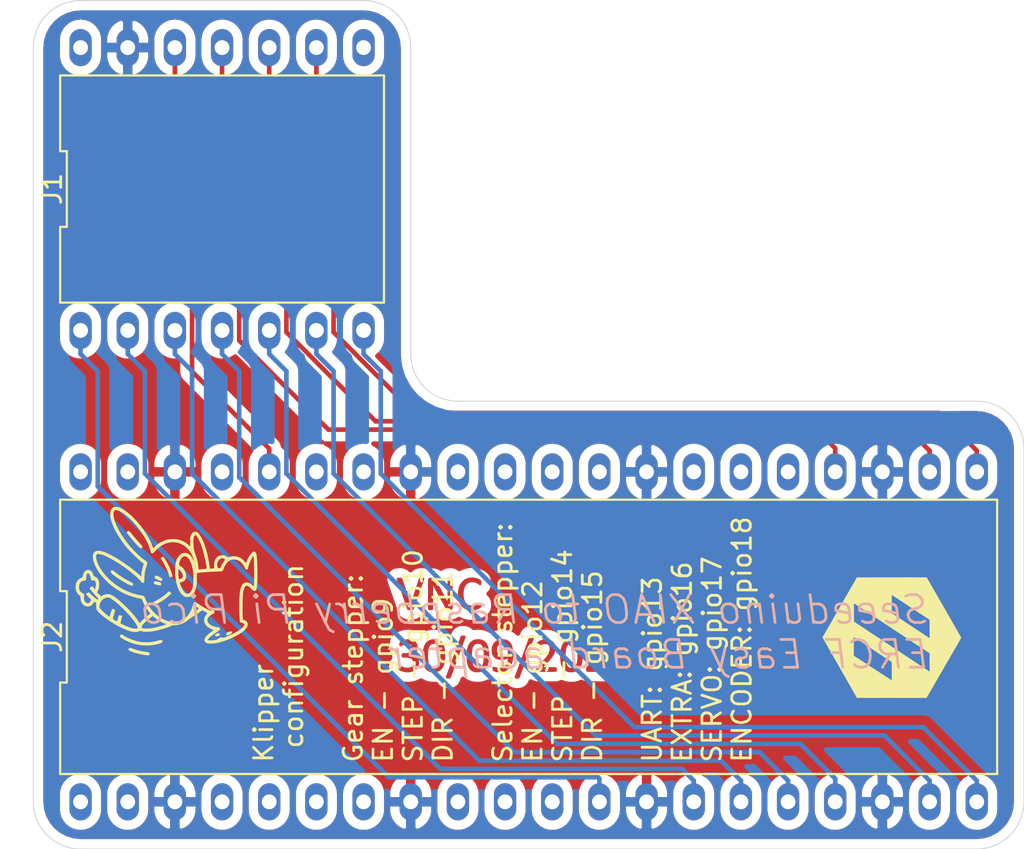
<source format=kicad_pcb>
(kicad_pcb (version 20171130) (host pcbnew "(5.1.9)-1")
  (layers (0 F.Cu signal) (31 B.Cu signal) (34 B.Paste user) (35 F.Paste user) (36 B.SilkS user) (37 F.SilkS user) (38 B.Mask user) (39 F.Mask user) (44 Edge.Cuts user))
  (net 0 "")
  (net 1 "Net-(J1-Pad14)")
  (net 2 G-EN)
  (net 3 GND)
  (net 4 G-STEP)
  (net 5 +3V3)
  (net 6 G-DIR)
  (net 7 ENCODER)
  (net 8 S-EN)
  (net 9 SERVO)
  (net 10 UART)
  (net 11 EXTRA)
  (net 12 S-STEP)
  (net 13 S-MIN)
  (net 14 S-DIR)
  (net 15 "Net-(J2-Pad40)")
  (net 16 "Net-(J2-Pad1)")
  (net 17 "Net-(J2-Pad39)")
  (net 18 "Net-(J2-Pad2)")
  (net 19 "Net-(J2-Pad37)")
  (net 20 "Net-(J2-Pad4)")
  (net 21 "Net-(J2-Pad5)")
  (net 22 "Net-(J2-Pad35)")
  (net 23 "Net-(J2-Pad6)")
  (net 24 "Net-(J2-Pad34)")
  (net 25 "Net-(J2-Pad7)")
  (net 26 "Net-(J2-Pad32)")
  (net 27 "Net-(J2-Pad9)")
  (net 28 "Net-(J2-Pad31)")
  (net 29 "Net-(J2-Pad10)")
  (net 30 "Net-(J2-Pad30)")
  (net 31 "Net-(J2-Pad11)")
  (net 32 "Net-(J2-Pad29)")
  (net 33 "Net-(J2-Pad27)")
  (net 34 "Net-(J2-Pad26)")
  (net 35 "Net-(J2-Pad25)")
  (module XIAO_to_Pico_adapter:XIAO (layer F.Cu) (at 91.44 119.38)
    (fp_text reference J1 (at -9.144 0 90) (layer F.SilkS))
    (fp_text value Conn_02x07_Counter_Clockwise)
    (pad 14 thru_hole oval (at -7.62 -7.62) (size 1.2 2) (drill 0.8) (layers *.Cu *.Mask) (net 1 "Net-(J1-Pad14)"))
    (pad 1 thru_hole oval (at -7.62 7.62) (size 1.2 2) (drill 0.8) (layers *.Cu *.Mask) (net 2 G-EN))
    (pad 13 thru_hole oval (at -5.08 -7.62) (size 1.2 2) (drill 0.8) (layers *.Cu *.Mask) (net 3 GND))
    (pad 2 thru_hole oval (at -5.08 7.62) (size 1.2 2) (drill 0.8) (layers *.Cu *.Mask) (net 4 G-STEP))
    (pad 12 thru_hole oval (at -2.54 -7.62) (size 1.2 2) (drill 0.8) (layers *.Cu *.Mask) (net 5 +3V3))
    (pad 3 thru_hole oval (at -2.54 7.62) (size 1.2 2) (drill 0.8) (layers *.Cu *.Mask) (net 6 G-DIR))
    (pad 11 thru_hole oval (at 0 -7.62) (size 1.2 2) (drill 0.8) (layers *.Cu *.Mask) (net 7 ENCODER))
    (pad 4 thru_hole oval (at 0 7.62) (size 1.2 2) (drill 0.8) (layers *.Cu *.Mask) (net 8 S-EN))
    (pad 10 thru_hole oval (at 2.54 -7.62) (size 1.2 2) (drill 0.8) (layers *.Cu *.Mask) (net 9 SERVO))
    (pad 5 thru_hole oval (at 2.54 7.62) (size 1.2 2) (drill 0.8) (layers *.Cu *.Mask) (net 10 UART))
    (pad 9 thru_hole oval (at 5.08 -7.62) (size 1.2 2) (drill 0.8) (layers *.Cu *.Mask) (net 11 EXTRA))
    (pad 6 thru_hole oval (at 5.08 7.62) (size 1.2 2) (drill 0.8) (layers *.Cu *.Mask) (net 12 S-STEP))
    (pad 8 thru_hole oval (at 7.62 -7.62) (size 1.2 2) (drill 0.8) (layers *.Cu *.Mask) (net 13 S-MIN))
    (pad 7 thru_hole oval (at 7.62 7.62) (size 1.2 2) (drill 0.8) (layers *.Cu *.Mask) (net 14 S-DIR))
  )
  (module XIAO_to_Pico_adapter:Pico (layer F.Cu) (at 107.95 143.51)
    (fp_text reference J2 (at -25.654 0 90) (layer F.SilkS))
    (fp_text value Conn_02x20_Counter_Clockwise)
    (pad 20 thru_hole oval (at 24.13 8.89) (size 1.2 2) (drill 0.8) (layers *.Cu *.Mask) (net 14 S-DIR))
    (pad 21 thru_hole oval (at 24.13 -8.89) (size 1.2 2) (drill 0.8) (layers *.Cu *.Mask) (net 11 EXTRA))
    (pad 19 thru_hole oval (at 21.59 8.89) (size 1.2 2) (drill 0.8) (layers *.Cu *.Mask) (net 12 S-STEP))
    (pad 22 thru_hole oval (at 21.59 -8.89) (size 1.2 2) (drill 0.8) (layers *.Cu *.Mask) (net 9 SERVO))
    (pad 18 thru_hole oval (at 19.05 8.89) (size 1.2 2) (drill 0.8) (layers *.Cu *.Mask) (net 3 GND))
    (pad 23 thru_hole oval (at 19.05 -8.89) (size 1.2 2) (drill 0.8) (layers *.Cu *.Mask) (net 3 GND))
    (pad 17 thru_hole oval (at 16.51 8.89) (size 1.2 2) (drill 0.8) (layers *.Cu *.Mask) (net 10 UART))
    (pad 24 thru_hole oval (at 16.51 -8.89) (size 1.2 2) (drill 0.8) (layers *.Cu *.Mask) (net 7 ENCODER))
    (pad 16 thru_hole oval (at 13.97 8.89) (size 1.2 2) (drill 0.8) (layers *.Cu *.Mask) (net 8 S-EN))
    (pad 25 thru_hole oval (at 13.97 -8.89) (size 1.2 2) (drill 0.8) (layers *.Cu *.Mask) (net 35 "Net-(J2-Pad25)"))
    (pad 15 thru_hole oval (at 11.43 8.89) (size 1.2 2) (drill 0.8) (layers *.Cu *.Mask) (net 6 G-DIR))
    (pad 26 thru_hole oval (at 11.43 -8.89) (size 1.2 2) (drill 0.8) (layers *.Cu *.Mask) (net 34 "Net-(J2-Pad26)"))
    (pad 14 thru_hole oval (at 8.89 8.89) (size 1.2 2) (drill 0.8) (layers *.Cu *.Mask) (net 4 G-STEP))
    (pad 27 thru_hole oval (at 8.89 -8.89) (size 1.2 2) (drill 0.8) (layers *.Cu *.Mask) (net 33 "Net-(J2-Pad27)"))
    (pad 13 thru_hole oval (at 6.35 8.89) (size 1.2 2) (drill 0.8) (layers *.Cu *.Mask) (net 3 GND))
    (pad 28 thru_hole oval (at 6.35 -8.89) (size 1.2 2) (drill 0.8) (layers *.Cu *.Mask) (net 3 GND))
    (pad 12 thru_hole oval (at 3.81 8.89) (size 1.2 2) (drill 0.8) (layers *.Cu *.Mask) (net 2 G-EN))
    (pad 29 thru_hole oval (at 3.81 -8.89) (size 1.2 2) (drill 0.8) (layers *.Cu *.Mask) (net 32 "Net-(J2-Pad29)"))
    (pad 11 thru_hole oval (at 1.27 8.89) (size 1.2 2) (drill 0.8) (layers *.Cu *.Mask) (net 31 "Net-(J2-Pad11)"))
    (pad 30 thru_hole oval (at 1.27 -8.89) (size 1.2 2) (drill 0.8) (layers *.Cu *.Mask) (net 30 "Net-(J2-Pad30)"))
    (pad 10 thru_hole oval (at -1.27 8.89) (size 1.2 2) (drill 0.8) (layers *.Cu *.Mask) (net 29 "Net-(J2-Pad10)"))
    (pad 31 thru_hole oval (at -1.27 -8.89) (size 1.2 2) (drill 0.8) (layers *.Cu *.Mask) (net 28 "Net-(J2-Pad31)"))
    (pad 9 thru_hole oval (at -3.81 8.89) (size 1.2 2) (drill 0.8) (layers *.Cu *.Mask) (net 27 "Net-(J2-Pad9)"))
    (pad 32 thru_hole oval (at -3.81 -8.89) (size 1.2 2) (drill 0.8) (layers *.Cu *.Mask) (net 26 "Net-(J2-Pad32)"))
    (pad 8 thru_hole oval (at -6.35 8.89) (size 1.2 2) (drill 0.8) (layers *.Cu *.Mask) (net 3 GND))
    (pad 33 thru_hole oval (at -6.35 -8.89) (size 1.2 2) (drill 0.8) (layers *.Cu *.Mask) (net 3 GND))
    (pad 7 thru_hole oval (at -8.89 8.89) (size 1.2 2) (drill 0.8) (layers *.Cu *.Mask) (net 25 "Net-(J2-Pad7)"))
    (pad 34 thru_hole oval (at -8.89 -8.89) (size 1.2 2) (drill 0.8) (layers *.Cu *.Mask) (net 24 "Net-(J2-Pad34)"))
    (pad 6 thru_hole oval (at -11.43 8.89) (size 1.2 2) (drill 0.8) (layers *.Cu *.Mask) (net 23 "Net-(J2-Pad6)"))
    (pad 35 thru_hole oval (at -11.43 -8.89) (size 1.2 2) (drill 0.8) (layers *.Cu *.Mask) (net 22 "Net-(J2-Pad35)"))
    (pad 5 thru_hole oval (at -13.97 8.89) (size 1.2 2) (drill 0.8) (layers *.Cu *.Mask) (net 21 "Net-(J2-Pad5)"))
    (pad 36 thru_hole oval (at -13.97 -8.89) (size 1.2 2) (drill 0.8) (layers *.Cu *.Mask) (net 5 +3V3))
    (pad 4 thru_hole oval (at -16.51 8.89) (size 1.2 2) (drill 0.8) (layers *.Cu *.Mask) (net 20 "Net-(J2-Pad4)"))
    (pad 37 thru_hole oval (at -16.51 -8.89) (size 1.2 2) (drill 0.8) (layers *.Cu *.Mask) (net 19 "Net-(J2-Pad37)"))
    (pad 3 thru_hole oval (at -19.05 8.89) (size 1.2 2) (drill 0.8) (layers *.Cu *.Mask) (net 3 GND))
    (pad 38 thru_hole oval (at -19.05 -8.89) (size 1.2 2) (drill 0.8) (layers *.Cu *.Mask) (net 3 GND))
    (pad 2 thru_hole oval (at -21.59 8.89) (size 1.2 2) (drill 0.8) (layers *.Cu *.Mask) (net 18 "Net-(J2-Pad2)"))
    (pad 39 thru_hole oval (at -21.59 -8.89) (size 1.2 2) (drill 0.8) (layers *.Cu *.Mask) (net 17 "Net-(J2-Pad39)"))
    (pad 1 thru_hole oval (at -24.13 8.89) (size 1.2 2) (drill 0.8) (layers *.Cu *.Mask) (net 16 "Net-(J2-Pad1)"))
    (pad 40 thru_hole oval (at -24.13 -8.89) (size 1.2 2) (drill 0.8) (layers *.Cu *.Mask) (net 15 "Net-(J2-Pad40)"))
  )
  (gr_poly (pts (xy 86.052704 143.591705) (xy 86.154818 143.653913) (xy 86.260492 143.710847) (xy 86.369359 143.762443) (xy 86.481054 143.808636) (xy 86.595208 143.849362) (xy 86.711455 143.884556) (xy 86.829428 143.914153) (xy 86.94876 143.938089) (xy 87.069084 143.956299) (xy 87.190034 143.968719) (xy 87.311241 143.975284) (xy 87.432341 143.97593) (xy 87.552965 143.970591) (xy 87.672746 143.959204) (xy 87.791319 143.941703) (xy 87.908315 143.918025) (xy 87.98882 143.898202) (xy 88.056261 143.879495) (xy 88.085341 143.870444) (xy 88.111466 143.861532) (xy 88.134737 143.852713) (xy 88.15526 143.843941) (xy 88.173136 143.835169) (xy 88.18847 143.826351) (xy 88.201365 143.817439) (xy 88.211924 143.808388) (xy 88.220251 143.799151) (xy 88.226449 143.789681) (xy 88.230621 143.779932) (xy 88.23287 143.769858) (xy 88.233934 143.761156) (xy 88.234478 143.752907) (xy 88.234498 143.745113) (xy 88.23399 143.737771) (xy 88.232951 143.730881) (xy 88.231378 143.724442) (xy 88.229267 143.718455) (xy 88.226614 143.712918) (xy 88.223416 143.70783) (xy 88.219669 143.703191) (xy 88.21537 143.699001) (xy 88.210515 143.695258) (xy 88.205101 143.691962) (xy 88.199124 143.689113) (xy 88.19258 143.686709) (xy 88.185466 143.684751) (xy 88.177778 143.683236) (xy 88.169514 143.682166) (xy 88.160668 143.681539) (xy 88.151239 143.681354) (xy 88.141221 143.681611) (xy 88.130613 143.682309) (xy 88.119409 143.683448) (xy 88.107607 143.685026) (xy 88.095202 143.687044) (xy 88.082193 143.6895) (xy 88.068574 143.692395) (xy 88.054342 143.695727) (xy 88.039494 143.699495) (xy 88.024026 143.703699) (xy 88.007935 143.708339) (xy 87.991217 143.713414) (xy 87.937802 143.729203) (xy 87.881646 143.743486) (xy 87.823107 143.756244) (xy 87.762546 143.76746) (xy 87.70032 143.777116) (xy 87.636789 143.785192) (xy 87.572313 143.791672) (xy 87.507251 143.796537) (xy 87.44196 143.799769) (xy 87.376802 143.80135) (xy 87.312135 143.801261) (xy 87.248317 143.799486) (xy 87.185709 143.796005) (xy 87.124669 143.790801) (xy 87.065557 143.783855) (xy 87.008731 143.77515) (xy 86.955032 143.76499) (xy 86.900524 143.75307) (xy 86.84535 143.73945) (xy 86.789651 143.72419) (xy 86.73357 143.707348) (xy 86.677248 143.688985) (xy 86.620828 143.669158) (xy 86.564452 143.647929) (xy 86.508262 143.625357) (xy 86.4524 143.6015) (xy 86.397009 143.576418) (xy 86.34223 143.550171) (xy 86.288205 143.522819) (xy 86.235077 143.494419) (xy 86.182987 143.465033) (xy 86.132079 143.434719) (xy 86.102062 143.416984) (xy 86.089155 143.409651) (xy 86.077481 143.4033) (xy 86.066913 143.3979) (xy 86.057324 143.39342) (xy 86.048587 143.389828) (xy 86.040577 143.387094) (xy 86.033166 143.385188) (xy 86.026228 143.384076) (xy 86.019637 143.38373) (xy 86.013264 143.384118) (xy 86.006985 143.385208) (xy 86.000673 143.38697) (xy 85.9942 143.389373) (xy 85.98744 143.392386) (xy 85.981422 143.395389) (xy 85.975923 143.398463) (xy 85.973363 143.400037) (xy 85.970926 143.401641) (xy 85.968609 143.403279) (xy 85.966411 143.404954) (xy 85.96433 143.40667) (xy 85.962362 143.408432) (xy 85.960506 143.410242) (xy 85.95876 143.412106) (xy 85.957121 143.414026) (xy 85.955586 143.416007) (xy 85.954155 143.418053) (xy 85.952824 143.420167) (xy 85.951591 143.422354) (xy 85.950454 143.424617) (xy 85.949411 143.426959) (xy 85.948459 143.429386) (xy 85.947596 143.431901) (xy 85.94682 143.434507) (xy 85.946129 143.437209) (xy 85.94552 143.440011) (xy 85.944991 143.442916) (xy 85.944541 143.445928) (xy 85.943863 143.452289) (xy 85.94347 143.459126) (xy 85.943343 143.466469) (xy 85.943525 143.474755) (xy 85.94377 143.478683) (xy 85.944135 143.482486) (xy 85.944632 143.486176) (xy 85.945273 143.489766) (xy 85.94607 143.493271) (xy 85.947036 143.496704) (xy 85.948183 143.500076) (xy 85.949522 143.503403) (xy 85.951068 143.506697) (xy 85.952831 143.509971) (xy 85.954824 143.513238) (xy 85.957059 143.516512) (xy 85.959548 143.519807) (xy 85.962305 143.523134) (xy 85.96534 143.526508) (xy 85.968667 143.529942) (xy 85.972297 143.533449) (xy 85.976243 143.537042) (xy 85.980518 143.540735) (xy 85.985133 143.54454) (xy 85.995433 143.552542) (xy 86.007241 143.561153) (xy 86.020658 143.57048) (xy 86.035779 143.580629) (xy 86.052704 143.591706) (xy 86.052704 143.591705)) (layer F.SilkS) (width 0.001763))
  (gr_poly (pts (xy 86.414301 144.221414) (xy 86.418811 144.229096) (xy 86.426297 144.237236) (xy 86.436624 144.245793) (xy 86.449658 144.254728) (xy 86.483309 144.273573) (xy 86.52617 144.293457) (xy 86.577166 144.314065) (xy 86.635218 144.335081) (xy 86.699249 144.35619) (xy 86.768181 144.377077) (xy 86.840938 144.397426) (xy 86.916441 144.416923) (xy 86.993613 144.435251) (xy 87.071377 144.452097) (xy 87.148656 144.467144) (xy 87.224371 144.480078) (xy 87.297445 144.490583) (xy 87.366801 144.498344) (xy 87.407257 144.502258) (xy 87.423903 144.503615) (xy 87.438432 144.504518) (xy 87.451049 144.504924) (xy 87.461958 144.504793) (xy 87.471364 144.504083) (xy 87.47947 144.502754) (xy 87.48648 144.500762) (xy 87.492599 144.498068) (xy 87.498031 144.49463) (xy 87.502979 144.490406) (xy 87.507649 144.485356) (xy 87.512243 144.479437) (xy 87.522024 144.46483) (xy 87.526986 144.457581) (xy 87.531291 144.450988) (xy 87.534945 144.444963) (xy 87.537954 144.439419) (xy 87.539217 144.4368) (xy 87.540321 144.434268) (xy 87.541267 144.431812) (xy 87.542054 144.429421) (xy 87.542683 144.427085) (xy 87.543155 144.424792) (xy 87.543471 144.422531) (xy 87.543631 144.420292) (xy 87.543637 144.418063) (xy 87.543488 144.415833) (xy 87.543185 144.413592) (xy 87.542729 144.411328) (xy 87.54212 144.40903) (xy 87.54136 144.406688) (xy 87.540449 144.40429) (xy 87.539387 144.401826) (xy 87.536814 144.396654) (xy 87.533648 144.391084) (xy 87.529891 144.385029) (xy 87.525552 144.3784) (xy 87.523383 144.375169) (xy 87.521162 144.372086) (xy 87.518867 144.369146) (xy 87.516477 144.366342) (xy 87.513971 144.363666) (xy 87.511328 144.361114) (xy 87.508525 144.358677) (xy 87.505543 144.356351) (xy 87.502358 144.354128) (xy 87.498951 144.352002) (xy 87.4953 144.349966) (xy 87.491383 144.348014) (xy 87.48718 144.346139) (xy 87.482668 144.344336) (xy 87.477827 144.342597) (xy 87.472635 144.340917) (xy 87.467071 144.339288) (xy 87.461114 144.337704) (xy 87.454742 144.336159) (xy 87.447934 144.334647) (xy 87.440668 144.33316) (xy 87.432924 144.331693) (xy 87.415915 144.32879) (xy 87.396735 144.325888) (xy 87.375214 144.322933) (xy 87.351182 144.319876) (xy 87.324468 144.316663) (xy 87.244983 144.305553) (xy 87.156899 144.289957) (xy 87.063523 144.270682) (xy 86.968163 144.248533) (xy 86.874125 144.224318) (xy 86.784718 144.198841) (xy 86.703249 144.17291) (xy 86.633024 144.14733) (xy 86.587845 144.129788) (xy 86.568354 144.122727) (xy 86.550728 144.116793) (xy 86.534817 144.111975) (xy 86.520473 144.108263) (xy 86.507544 144.105646) (xy 86.495882 144.104115) (xy 86.485335 144.103658) (xy 86.475756 144.104266) (xy 86.466992 144.105929) (xy 86.458895 144.108635) (xy 86.451315 144.112374) (xy 86.444102 144.117137) (xy 86.437106 144.122913) (xy 86.430177 144.129691) (xy 86.425154 144.134926) (xy 86.420668 144.140071) (xy 86.41672 144.145159) (xy 86.414948 144.147692) (xy 86.41331 144.150224) (xy 86.411806 144.152758) (xy 86.410436 144.155299) (xy 86.409201 144.157851) (xy 86.408101 144.160418) (xy 86.407134 144.163004) (xy 86.406302 144.165615) (xy 86.405605 144.168252) (xy 86.405042 144.170922) (xy 86.404613 144.173628) (xy 86.404318 144.176374) (xy 86.404158 144.179165) (xy 86.404132 144.182005) (xy 86.404241 144.184898) (xy 86.404483 144.187847) (xy 86.404861 144.190859) (xy 86.405372 144.193935) (xy 86.406018 144.197082) (xy 86.406799 144.200302) (xy 86.407713 144.203601) (xy 86.408762 144.206982) (xy 86.411263 144.214008) (xy 86.414302 144.221413) (xy 86.414301 144.221414)) (layer F.SilkS) (width 0.001763))
  (gr_poly (pts (xy 87.834232 140.358497) (xy 87.844928 140.365935) (xy 87.85944 140.37484) (xy 87.89765 140.39598) (xy 87.944334 140.419765) (xy 87.994966 140.444046) (xy 88.04502 140.466673) (xy 88.089968 140.485497) (xy 88.109113 140.492811) (xy 88.125284 140.498368) (xy 88.137915 140.501899) (xy 88.14644 140.503136) (xy 88.150693 140.503013) (xy 88.154848 140.502646) (xy 88.158903 140.502042) (xy 88.162853 140.501203) (xy 88.166694 140.500136) (xy 88.170424 140.498846) (xy 88.174036 140.497336) (xy 88.177529 140.495612) (xy 88.180898 140.493679) (xy 88.184139 140.491541) (xy 88.187248 140.489204) (xy 88.190221 140.486672) (xy 88.193055 140.48395) (xy 88.195745 140.481043) (xy 88.198288 140.477956) (xy 88.20068 140.474693) (xy 88.202917 140.47126) (xy 88.204995 140.467661) (xy 88.20691 140.463902) (xy 88.208659 140.459986) (xy 88.210237 140.455919) (xy 88.211641 140.451706) (xy 88.212866 140.447352) (xy 88.213909 140.442861) (xy 88.214766 140.438238) (xy 88.215434 140.433488) (xy 88.215907 140.428616) (xy 88.216183 140.423627) (xy 88.216257 140.418525) (xy 88.216126 140.413316) (xy 88.215786 140.408004) (xy 88.215232 140.402594) (xy 88.214687 140.398696) (xy 88.214031 140.394928) (xy 88.213248 140.391277) (xy 88.212321 140.387729) (xy 88.211232 140.38427) (xy 88.209965 140.380886) (xy 88.208502 140.377564) (xy 88.206826 140.374289) (xy 88.20492 140.371048) (xy 88.202767 140.367827) (xy 88.20035 140.364611) (xy 88.197652 140.361387) (xy 88.194655 140.358142) (xy 88.191343 140.35486) (xy 88.187697 140.351529) (xy 88.183703 140.348134) (xy 88.179341 140.344662) (xy 88.174595 140.341098) (xy 88.169448 140.337429) (xy 88.163883 140.333641) (xy 88.157882 140.329719) (xy 88.151429 140.325651) (xy 88.137097 140.317018) (xy 88.12075 140.307631) (xy 88.10225 140.297378) (xy 88.081461 140.286148) (xy 88.058246 140.27383) (xy 88.012351 140.250858) (xy 87.975509 140.233261) (xy 87.960005 140.226348) (xy 87.946191 140.220624) (xy 87.933876 140.216037) (xy 87.922868 140.212535) (xy 87.912976 140.210067) (xy 87.904009 140.20858) (xy 87.895776 140.208024) (xy 87.888086 140.208346) (xy 87.880747 140.209495) (xy 87.873569 140.211419) (xy 87.866359 140.214066) (xy 87.858927 140.217386) (xy 87.852889 140.220388) (xy 87.847334 140.223459) (xy 87.84225 140.226629) (xy 87.83988 140.22826) (xy 87.837623 140.229926) (xy 87.835476 140.23163) (xy 87.83344 140.233377) (xy 87.831511 140.23517) (xy 87.829688 140.237012) (xy 87.827971 140.238908) (xy 87.826356 140.240859) (xy 87.824842 140.242871) (xy 87.823429 140.244946) (xy 87.822113 140.247089) (xy 87.820894 140.249302) (xy 87.81977 140.25159) (xy 87.81874 140.253955) (xy 87.817801 140.256402) (xy 87.816952 140.258934) (xy 87.816192 140.261554) (xy 87.815519 140.264266) (xy 87.81493 140.267074) (xy 87.814426 140.269981) (xy 87.814004 140.272991) (xy 87.813662 140.276107) (xy 87.813212 140.282672) (xy 87.813066 140.289705) (xy 87.813187 140.295012) (xy 87.813541 140.30033) (xy 87.814112 140.305627) (xy 87.814885 140.310872) (xy 87.815843 140.316034) (xy 87.816972 140.321083) (xy 87.818257 140.325987) (xy 87.81968 140.330716) (xy 87.821228 140.335237) (xy 87.822884 140.339521) (xy 87.824634 140.343536) (xy 87.82646 140.347252) (xy 87.828349 140.350637) (xy 87.830284 140.35366) (xy 87.832251 140.35629) (xy 87.834233 140.358497) (xy 87.834232 140.358497)) (layer F.SilkS) (width 0.001763))
  (gr_poly (pts (xy 89.226821 142.822684) (xy 89.226821 142.63577) (xy 89.178143 142.654822) (xy 89.12835 142.670949) (xy 89.077463 142.68415) (xy 89.025504 142.69442) (xy 88.972496 142.701757) (xy 88.918459 142.706158) (xy 88.863417 142.707621) (xy 88.80739 142.706141) (xy 88.7504 142.701717) (xy 88.69247 142.694345) (xy 88.633621 142.684022) (xy 88.573875 142.670746) (xy 88.513254 142.654514) (xy 88.45178 142.635322) (xy 88.389474 142.613167) (xy 88.326359 142.588047) (xy 88.297907 142.575473) (xy 88.269383 142.561888) (xy 88.240802 142.547346) (xy 88.212179 142.531897) (xy 88.183531 142.515592) (xy 88.154873 142.498483) (xy 88.126219 142.480622) (xy 88.097587 142.46206) (xy 88.097587 142.667293) (xy 88.136724 142.689382) (xy 88.175351 142.710319) (xy 88.213068 142.729857) (xy 88.249474 142.747751) (xy 88.284168 142.763754) (xy 88.316751 142.77762) (xy 88.346821 142.789103) (xy 88.373978 142.797957) (xy 88.381435 142.80031) (xy 88.388568 142.802725) (xy 88.395344 142.805181) (xy 88.401731 142.807658) (xy 88.407693 142.810135) (xy 88.413198 142.812591) (xy 88.418212 142.815006) (xy 88.422701 142.817359) (xy 88.426633 142.819629) (xy 88.429972 142.821796) (xy 88.432687 142.823839) (xy 88.434742 142.825737) (xy 88.436106 142.82747) (xy 88.436517 142.828268) (xy 88.436743 142.829016) (xy 88.436779 142.829714) (xy 88.436621 142.830356) (xy 88.436265 142.830943) (xy 88.435706 142.831469) (xy 88.43024 142.835439) (xy 88.42197 142.839994) (xy 88.411048 142.845094) (xy 88.397628 142.8507) (xy 88.381863 142.856772) (xy 88.363907 142.863269) (xy 88.322036 142.877378) (xy 88.273241 142.892708) (xy 88.218749 142.908936) (xy 88.159789 142.925742) (xy 88.097587 142.942806) (xy 88.097587 143.125534) (xy 88.204825 143.095244) (xy 88.311254 143.063309) (xy 88.413383 143.030855) (xy 88.50772 142.99901) (xy 88.590776 142.968899) (xy 88.659059 142.941652) (xy 88.709077 142.918393) (xy 88.726147 142.908612) (xy 88.737341 142.900251) (xy 88.738472 142.899429) (xy 88.739873 142.898619) (xy 88.74346 142.897037) (xy 88.748038 142.895511) (xy 88.753547 142.894051) (xy 88.759924 142.892663) (xy 88.767107 142.891355) (xy 88.775034 142.890135) (xy 88.783643 142.889011) (xy 88.792873 142.88799) (xy 88.80266 142.88708) (xy 88.812944 142.886289) (xy 88.823661 142.885625) (xy 88.834751 142.885094) (xy 88.846151 142.884706) (xy 88.857799 142.884467) (xy 88.869633 142.884386) (xy 88.915672 142.883133) (xy 88.961331 142.879994) (xy 89.006601 142.87499) (xy 89.051473 142.868141) (xy 89.09594 142.859466) (xy 89.139992 142.848985) (xy 89.183622 142.836718) (xy 89.226821 142.822684)) (layer F.SilkS) (width 0.001763))
  (gr_poly (pts (xy 89.988712 141.637563) (xy 89.988712 142.008574) (xy 90.004624 141.966114) (xy 90.012207 141.946606) (xy 90.019299 141.928963) (xy 90.025716 141.913722) (xy 90.031276 141.90142) (xy 90.035797 141.892593) (xy 90.037611 141.889651) (xy 90.039096 141.88778) (xy 90.03969 141.88719) (xy 90.040473 141.886743) (xy 90.04144 141.886434) (xy 90.042586 141.886261) (xy 90.043903 141.886221) (xy 90.045385 141.886312) (xy 90.047028 141.88653) (xy 90.048823 141.886872) (xy 90.05285 141.887918) (xy 90.057416 141.889427) (xy 90.062474 141.891374) (xy 90.067973 141.893738) (xy 90.073865 141.896495) (xy 90.080101 141.899621) (xy 90.086631 141.903093) (xy 90.093407 141.906888) (xy 90.100379 141.910983) (xy 90.107499 141.915354) (xy 90.114717 141.919978) (xy 90.121985 141.924832) (xy 90.132637 141.931807) (xy 90.142126 141.938213) (xy 90.150488 141.944102) (xy 90.15776 141.949527) (xy 90.163978 141.954538) (xy 90.169178 141.959187) (xy 90.173397 141.963526) (xy 90.175149 141.965596) (xy 90.176669 141.967607) (xy 90.177962 141.969567) (xy 90.179032 141.971481) (xy 90.179884 141.973357) (xy 90.180522 141.9752) (xy 90.180951 141.977018) (xy 90.181175 141.978816) (xy 90.181198 141.980602) (xy 90.181026 141.98238) (xy 90.180663 141.984159) (xy 90.180113 141.985944) (xy 90.179381 141.987743) (xy 90.178471 141.98956) (xy 90.176136 141.993279) (xy 90.173145 141.997153) (xy 90.169257 142.001381) (xy 90.163453 142.006809) (xy 90.155925 142.013304) (xy 90.146865 142.020731) (xy 90.124921 142.037845) (xy 90.099159 142.057076) (xy 90.071118 142.07735) (xy 90.042338 142.097592) (xy 90.014356 142.116727) (xy 89.988712 142.133682) (xy 89.988712 142.343256) (xy 90.055337 142.300757) (xy 90.120835 142.2577) (xy 90.180934 142.216757) (xy 90.207622 142.197915) (xy 90.231359 142.180604) (xy 90.368947 142.076528) (xy 90.506536 142.147092) (xy 90.605085 142.199779) (xy 90.63625 142.216777) (xy 90.645354 142.222001) (xy 90.649395 142.224684) (xy 90.649638 142.224963) (xy 90.649709 142.225462) (xy 90.649612 142.226178) (xy 90.64935 142.227103) (xy 90.648345 142.229561) (xy 90.646722 142.232789) (xy 90.64451 142.23674) (xy 90.641737 142.241369) (xy 90.638432 142.246628) (xy 90.634623 142.252471) (xy 90.630339 142.258851) (xy 90.625608 142.265723) (xy 90.620458 142.273038) (xy 90.614918 142.280752) (xy 90.609016 142.288817) (xy 90.602781 142.297186) (xy 90.596241 142.305814) (xy 90.589424 142.314653) (xy 90.573623 142.335597) (xy 90.559252 142.355536) (xy 90.546257 142.374622) (xy 90.534579 142.393007) (xy 90.524162 142.410845) (xy 90.514949 142.428287) (xy 90.506883 142.445486) (xy 90.499908 142.462595) (xy 90.493966 142.479766) (xy 90.489001 142.497151) (xy 90.484956 142.514903) (xy 90.481773 142.533175) (xy 90.479397 142.552119) (xy 90.47777 142.571887) (xy 90.476836 142.592632) (xy 90.476537 142.614506) (xy 90.476972 142.635001) (xy 90.47828 142.655151) (xy 90.480467 142.674959) (xy 90.483537 142.694432) (xy 90.487496 142.713574) (xy 90.492349 142.73239) (xy 90.498101 142.750886) (xy 90.504757 142.769066) (xy 90.512323 142.786937) (xy 90.520804 142.804502) (xy 90.530204 142.821768) (xy 90.540529 142.838739) (xy 90.551785 142.855421) (xy 90.563976 142.871819) (xy 90.577107 142.887938) (xy 90.591184 142.903783) (xy 90.606212 142.919359) (xy 90.622196 142.934671) (xy 90.639141 142.949725) (xy 90.657052 142.964526) (xy 90.675935 142.979079) (xy 90.695795 142.993389) (xy 90.738465 143.021301) (xy 90.785103 143.048304) (xy 90.835753 143.074438) (xy 90.890453 143.099746) (xy 90.949247 143.124268) (xy 90.952748 143.125739) (xy 90.95596 143.127191) (xy 90.958865 143.128645) (xy 90.961443 143.130124) (xy 90.963675 143.13165) (xy 90.965542 143.133244) (xy 90.966332 143.134073) (xy 90.967023 143.134928) (xy 90.967613 143.135811) (xy 90.9681 143.136725) (xy 90.968481 143.137672) (xy 90.968753 143.138656) (xy 90.968915 143.139679) (xy 90.968963 143.140743) (xy 90.968896 143.141852) (xy 90.968711 143.143009) (xy 90.968405 143.144215) (xy 90.967977 143.145475) (xy 90.967423 143.14679) (xy 90.966741 143.148163) (xy 90.965929 143.149597) (xy 90.964985 143.151095) (xy 90.962689 143.154293) (xy 90.959833 143.15778) (xy 90.956399 143.161577) (xy 90.952367 143.165705) (xy 90.947717 143.170188) (xy 90.94243 143.175046) (xy 90.936486 143.180303) (xy 90.929867 143.185979) (xy 90.922553 143.192097) (xy 90.914525 143.198679) (xy 90.896247 143.213322) (xy 90.874879 143.230084) (xy 90.850266 143.249141) (xy 90.822252 143.270667) (xy 90.780198 143.303091) (xy 90.741307 143.334268) (xy 90.705517 143.364272) (xy 90.672765 143.393178) (xy 90.642991 143.421061) (xy 90.616131 143.447997) (xy 90.592123 143.474059) (xy 90.570906 143.499322) (xy 90.552418 143.523863) (xy 90.536596 143.547754) (xy 90.523378 143.571072) (xy 90.512703 143.593891) (xy 90.504508 143.616286) (xy 90.498731 143.638332) (xy 90.495311 143.660103) (xy 90.494184 143.681676) (xy 90.494678 143.695688) (xy 90.496147 143.709274) (xy 90.498578 143.722421) (xy 90.501954 143.735116) (xy 90.50626 143.747345) (xy 90.511481 143.759097) (xy 90.517601 143.770357) (xy 90.524604 143.781114) (xy 90.532476 143.791354) (xy 90.5412 143.801064) (xy 90.550761 143.810232) (xy 90.561145 143.818844) (xy 90.572334 143.826888) (xy 90.584315 143.83435) (xy 90.59707 143.841218) (xy 90.610586 143.847479) (xy 90.627673 143.85335) (xy 90.648886 143.858399) (xy 90.673804 143.862632) (xy 90.702007 143.866052) (xy 90.733073 143.868667) (xy 90.76658 143.87048) (xy 90.802109 143.871497) (xy 90.839236 143.871723) (xy 90.877542 143.871164) (xy 90.916605 143.869825) (xy 90.956004 143.867711) (xy 90.995317 143.864827) (xy 91.034124 143.861178) (xy 91.072003 143.85677) (xy 91.108533 143.851608) (xy 91.143293 143.845697) (xy 91.17552 143.839292) (xy 91.208452 143.832143) (xy 91.242025 143.824299) (xy 91.276175 143.815811) (xy 91.310837 143.806729) (xy 91.345947 143.797104) (xy 91.417255 143.776424) (xy 91.417255 143.540108) (xy 91.414921 143.539651) (xy 91.412585 143.53915) (xy 91.407944 143.538146) (xy 91.405657 143.537708) (xy 91.403405 143.537355) (xy 91.402294 143.53722) (xy 91.401196 143.537119) (xy 91.40011 143.537055) (xy 91.399039 143.537033) (xy 91.388295 143.537754) (xy 91.376091 143.539823) (xy 91.362704 143.543102) (xy 91.34841 143.54745) (xy 91.333486 143.552727) (xy 91.318207 143.558796) (xy 91.302851 143.565516) (xy 91.287694 143.572747) (xy 91.273013 143.58035) (xy 91.259083 143.588186) (xy 91.246182 143.596115) (xy 91.234585 143.603997) (xy 91.22457 143.611694) (xy 91.216413 143.619065) (xy 91.210389 143.625971) (xy 91.208264 143.629206) (xy 91.206777 143.632273) (xy 91.203557 143.637366) (xy 91.197968 143.642382) (xy 91.190163 143.647306) (xy 91.180295 143.652124) (xy 91.154979 143.66138) (xy 91.123243 143.670032) (xy 91.086308 143.677961) (xy 91.045397 143.685047) (xy 91.001731 143.691172) (xy 90.956534 143.696217) (xy 90.911026 143.700064) (xy 90.86643 143.702592) (xy 90.823969 143.703684) (xy 90.784864 143.70322) (xy 90.750337 143.701082) (xy 90.72161 143.697151) (xy 90.709804 143.694475) (xy 90.699906 143.691307) (xy 90.692069 143.687631) (xy 90.686447 143.683432) (xy 90.685021 143.681943) (xy 90.683719 143.68045) (xy 90.682544 143.678949) (xy 90.681496 143.677434) (xy 90.680575 143.675903) (xy 90.679784 143.674351) (xy 90.679122 143.672773) (xy 90.678591 143.671167) (xy 90.678192 143.669526) (xy 90.677925 143.667848) (xy 90.677792 143.666128) (xy 90.677794 143.664361) (xy 90.677932 143.662544) (xy 90.678206 143.660673) (xy 90.678618 143.658743) (xy 90.679168 143.656749) (xy 90.679858 143.654689) (xy 90.680688 143.652557) (xy 90.68166 143.65035) (xy 90.682774 143.648063) (xy 90.684032 143.645692) (xy 90.685434 143.643232) (xy 90.686981 143.640681) (xy 90.688675 143.638033) (xy 90.692505 143.63243) (xy 90.696932 143.626391) (xy 90.701964 143.619881) (xy 90.707608 143.612868) (xy 90.721917 143.596448) (xy 90.738318 143.578989) (xy 90.756713 143.560569) (xy 90.777005 143.541266) (xy 90.799096 143.521156) (xy 90.822886 143.500317) (xy 90.848278 143.478828) (xy 90.875174 143.456764) (xy 90.903476 143.434205) (xy 90.933085 143.411227) (xy 90.995833 143.364326) (xy 91.062632 143.31668) (xy 91.132698 143.26891) (xy 91.193343 143.227765) (xy 91.218776 143.209825) (xy 91.241153 143.193421) (xy 91.260625 143.178392) (xy 91.277346 143.164575) (xy 91.291468 143.151807) (xy 91.303143 143.139926) (xy 91.312523 143.128768) (xy 91.319762 143.11817) (xy 91.325011 143.10797) (xy 91.328422 143.098006) (xy 91.330149 143.088114) (xy 91.330343 143.078131) (xy 91.329157 143.067895) (xy 91.326744 143.057244) (xy 91.325143 143.051315) (xy 91.324325 143.048597) (xy 91.323446 143.046027) (xy 91.322467 143.043591) (xy 91.321351 143.041277) (xy 91.320059 143.039071) (xy 91.318555 143.036961) (xy 91.3168 143.034933) (xy 91.314756 143.032975) (xy 91.312387 143.031075) (xy 91.309653 143.029218) (xy 91.306517 143.027392) (xy 91.302942 143.025584) (xy 91.298889 143.023782) (xy 91.294322 143.021972) (xy 91.289201 143.020141) (xy 91.28349 143.018276) (xy 91.27715 143.016365) (xy 91.270144 143.014395) (xy 91.262434 143.012352) (xy 91.253981 143.010224) (xy 91.24475 143.007997) (xy 91.234701 143.00566) (xy 91.211999 143.0006) (xy 91.185575 142.99494) (xy 91.155125 142.988577) (xy 91.120348 142.981408) (xy 91.055224 142.96571) (xy 90.994251 142.947185) (xy 90.937607 142.926024) (xy 90.885475 142.902419) (xy 90.838035 142.876561) (xy 90.795468 142.848642) (xy 90.776069 142.833968) (xy 90.757955 142.818851) (xy 90.74115 142.803314) (xy 90.725677 142.787381) (xy 90.711557 142.771076) (xy 90.698814 142.754423) (xy 90.687471 142.737446) (xy 90.677549 142.720168) (xy 90.669071 142.702614) (xy 90.66206 142.684807) (xy 90.656539 142.666771) (xy 90.65253 142.648531) (xy 90.650056 142.63011) (xy 90.649139 142.611531) (xy 90.649802 142.59282) (xy 90.652068 142.574) (xy 90.655959 142.555094) (xy 90.661498 142.536127) (xy 90.668708 142.517122) (xy 90.67761 142.498104) (xy 90.685854 142.484193) (xy 90.695935 142.469664) (xy 90.707706 142.454644) (xy 90.721019 142.439259) (xy 90.735728 142.423636) (xy 90.751685 142.407901) (xy 90.768743 142.392182) (xy 90.786754 142.376605) (xy 90.805571 142.361297) (xy 90.825047 142.346384) (xy 90.845034 142.331994) (xy 90.865386 142.318252) (xy 90.885955 142.305285) (xy 90.906593 142.293221) (xy 90.927154 142.282185) (xy 90.94749 142.272304) (xy 90.980587 142.257084) (xy 90.993801 142.250578) (xy 91.004898 142.24447) (xy 91.009678 142.241486) (xy 91.01396 142.238507) (xy 91.017752 142.2355) (xy 91.021065 142.232435) (xy 91.023909 142.229279) (xy 91.026294 142.226002) (xy 91.028231 142.22257) (xy 91.029728 142.218953) (xy 91.030797 142.21512) (xy 91.031446 142.211037) (xy 91.031687 142.206674) (xy 91.031529 142.201999) (xy 91.030982 142.196981) (xy 91.030056 142.191587) (xy 91.028761 142.185786) (xy 91.027108 142.179546) (xy 91.022764 142.165625) (xy 91.017106 142.149569) (xy 91.002164 142.11004) (xy 90.999864 142.104375) (xy 90.997572 142.099278) (xy 90.995254 142.09474) (xy 90.994075 142.092676) (xy 90.992877 142.090749) (xy 90.991656 142.088956) (xy 90.990407 142.087296) (xy 90.989127 142.085767) (xy 90.98781 142.08437) (xy 90.986454 142.083101) (xy 90.985054 142.08196) (xy 90.983605 142.080946) (xy 90.982103 142.080058) (xy 90.980545 142.079293) (xy 90.978925 142.078651) (xy 90.977241 142.07813) (xy 90.975487 142.07773) (xy 90.973659 142.077449) (xy 90.971753 142.077285) (xy 90.969765 142.077237) (xy 90.967691 142.077304) (xy 90.965527 142.077485) (xy 90.963268 142.077778) (xy 90.96091 142.078183) (xy 90.958449 142.078697) (xy 90.953201 142.080049) (xy 90.94749 142.081825) (xy 90.927952 142.087949) (xy 90.910084 142.093032) (xy 90.893487 142.096982) (xy 90.885541 142.098505) (xy 90.877764 142.099711) (xy 90.870106 142.100589) (xy 90.862517 142.101127) (xy 90.854947 142.101314) (xy 90.847347 142.10114) (xy 90.839667 142.100592) (xy 90.831857 142.099659) (xy 90.823867 142.09833) (xy 90.815648 142.096594) (xy 90.80715 142.09444) (xy 90.798323 142.091855) (xy 90.789118 142.08883) (xy 90.779485 142.085352) (xy 90.758734 142.076993) (xy 90.735673 142.066688) (xy 90.709904 142.054348) (xy 90.681029 142.039881) (xy 90.612369 142.004207) (xy 90.566931 141.980226) (xy 90.516429 141.952587) (xy 90.462578 141.922261) (xy 90.407094 141.890219) (xy 90.351693 141.857434) (xy 90.29809 141.824875) (xy 90.248002 141.793515) (xy 90.203143 141.764325) (xy 90.132529 141.719862) (xy 90.070471 141.68228) (xy 90.043955 141.666835) (xy 90.021142 141.65403) (xy 90.002554 141.64417) (xy 89.988712 141.637563)) (layer F.SilkS) (width 0.001763))
  (gr_poly (pts (xy 84.0568 141.841891) (xy 84.066967 141.846521) (xy 84.077273 141.850839) (xy 84.087715 141.854841) (xy 84.098288 141.858521) (xy 84.10899 141.861872) (xy 84.119817 141.86489) (xy 84.130765 141.867568) (xy 84.14183 141.869901) (xy 84.153008 141.871882) (xy 84.164297 141.873506) (xy 84.175691 141.874768) (xy 84.187188 141.875661) (xy 84.198784 141.876179) (xy 84.210475 141.876317) (xy 84.222258 141.876069) (xy 84.234128 141.875429) (xy 84.25619 141.873234) (xy 84.277426 141.869935) (xy 84.297876 141.865505) (xy 84.317583 141.859916) (xy 84.336586 141.853137) (xy 84.354928 141.845143) (xy 84.37265 141.835902) (xy 84.389793 141.825388) (xy 84.406399 141.813572) (xy 84.422508 141.800425) (xy 84.438163 141.785919) (xy 84.453404 141.770025) (xy 84.468274 141.752715) (xy 84.482812 141.733961) (xy 84.497061 141.713733) (xy 84.511062 141.692004) (xy 84.560465 141.616143) (xy 84.609841 141.646141) (xy 84.618846 141.651497) (xy 84.626729 141.656493) (xy 84.630275 141.658938) (xy 84.633569 141.661391) (xy 84.636621 141.663884) (xy 84.639442 141.666451) (xy 84.64204 141.669124) (xy 84.644426 141.671935) (xy 84.646609 141.674918) (xy 84.648599 141.678104) (xy 84.650405 141.681526) (xy 84.652038 141.685218) (xy 84.653506 141.689211) (xy 84.654821 141.693539) (xy 84.65599 141.698233) (xy 84.657025 141.703327) (xy 84.657934 141.708853) (xy 84.658727 141.714844) (xy 84.659415 141.721332) (xy 84.660006 141.728351) (xy 84.660511 141.735932) (xy 84.660939 141.744108) (xy 84.661603 141.762377) (xy 84.662076 141.783418) (xy 84.662758 141.834863) (xy 84.663739 141.870623) (xy 84.66548 141.903407) (xy 84.668162 141.933586) (xy 84.671966 141.961532) (xy 84.677071 141.987619) (xy 84.68366 142.012217) (xy 84.691913 142.035699) (xy 84.702011 142.058436) (xy 84.714135 142.080802) (xy 84.728465 142.103167) (xy 84.745183 142.125905) (xy 84.764469 142.149387) (xy 84.786504 142.173985) (xy 84.811468 142.200071) (xy 84.839544 142.228018) (xy 84.870911 142.258197) (xy 84.903684 142.288699) (xy 84.938138 142.319417) (xy 84.974135 142.350311) (xy 85.011537 142.381341) (xy 85.050206 142.412468) (xy 85.090006 142.443653) (xy 85.130797 142.474856) (xy 85.172443 142.506037) (xy 85.172443 142.275146) (xy 85.118459 142.228648) (xy 85.064386 142.180041) (xy 85.012219 142.131083) (xy 84.96395 142.08353) (xy 84.921572 142.039137) (xy 84.903216 142.018674) (xy 84.88708 141.99966) (xy 84.873413 141.982314) (xy 84.862466 141.966856) (xy 84.854486 141.953504) (xy 84.849724 141.94248) (xy 84.847698 141.934916) (xy 84.845921 141.927116) (xy 84.844389 141.919091) (xy 84.843101 141.910854) (xy 84.842055 141.902416) (xy 84.841248 141.893791) (xy 84.840678 141.884989) (xy 84.840344 141.876024) (xy 84.840282 141.862294) (xy 84.840744 141.848261) (xy 84.841723 141.833966) (xy 84.843215 141.819448) (xy 84.845215 141.804749) (xy 84.847716 141.789908) (xy 84.850713 141.774966) (xy 84.854201 141.759964) (xy 84.858175 141.744941) (xy 84.862629 141.729938) (xy 84.867557 141.714995) (xy 84.872954 141.700154) (xy 84.878815 141.685453) (xy 84.885135 141.670934) (xy 84.891907 141.656636) (xy 84.899126 141.642601) (xy 84.910516 141.62272) (xy 84.922897 141.603421) (xy 84.93622 141.584735) (xy 84.950435 141.566693) (xy 84.965493 141.549326) (xy 84.981343 141.532665) (xy 84.997935 141.516741) (xy 85.01522 141.501584) (xy 85.033147 141.487227) (xy 85.051667 141.473699) (xy 85.07073 141.461031) (xy 85.090286 141.449255) (xy 85.110285 141.438402) (xy 85.130678 141.428501) (xy 85.151414 141.419586) (xy 85.172443 141.411685) (xy 85.172443 141.221257) (xy 85.162303 141.223037) (xy 85.152423 141.224967) (xy 85.142766 141.227059) (xy 85.133297 141.229323) (xy 85.123977 141.23177) (xy 85.11477 141.234412) (xy 85.105639 141.23726) (xy 85.096548 141.240324) (xy 85.08746 141.243616) (xy 85.078337 141.247147) (xy 85.069144 141.250927) (xy 85.059842 141.254969) (xy 85.040769 141.26388) (xy 85.020824 141.273967) (xy 84.923827 141.326884) (xy 84.814454 141.217511) (xy 84.706864 141.108138) (xy 84.742133 141.048167) (xy 84.758789 141.016723) (xy 84.77368 140.982814) (xy 84.786778 140.946787) (xy 84.798055 140.908987) (xy 84.807481 140.869761) (xy 84.815029 140.829456) (xy 84.82067 140.788416) (xy 84.824376 140.746989) (xy 84.826118 140.705521) (xy 84.825869 140.664357) (xy 84.823598 140.623845) (xy 84.819279 140.58433) (xy 84.812882 140.546158) (xy 84.804379 140.509676) (xy 84.793742 140.47523) (xy 84.780942 140.443165) (xy 84.773473 140.427387) (xy 84.765012 140.411856) (xy 84.755641 140.396656) (xy 84.745444 140.381869) (xy 84.734503 140.367578) (xy 84.7229 140.353866) (xy 84.710718 140.340815) (xy 84.69804 140.328509) (xy 84.684949 140.317029) (xy 84.671527 140.306458) (xy 84.657857 140.29688) (xy 84.644022 140.288377) (xy 84.630104 140.281032) (xy 84.616186 140.274927) (xy 84.60235 140.270144) (xy 84.595489 140.268275) (xy 84.58868 140.266768) (xy 84.581665 140.264982) (xy 84.578344 140.263978) (xy 84.575141 140.262893) (xy 84.572048 140.261718) (xy 84.569061 140.260448) (xy 84.566173 140.259075) (xy 84.563379 140.257592) (xy 84.560673 140.255993) (xy 84.558049 140.254271) (xy 84.555501 140.25242) (xy 84.553023 140.250431) (xy 84.55061 140.2483) (xy 84.548256 140.246018) (xy 84.545955 140.243579) (xy 84.543701 140.240977) (xy 84.541488 140.238203) (xy 84.539311 140.235253) (xy 84.537164 140.232119) (xy 84.53504 140.228793) (xy 84.532934 140.22527) (xy 84.530841 140.221543) (xy 84.526668 140.213447) (xy 84.522475 140.204452) (xy 84.518214 140.194503) (xy 84.51384 140.183547) (xy 84.509305 140.171529) (xy 84.502739 140.153601) (xy 84.495138 140.134598) (xy 84.486794 140.1151) (xy 84.477994 140.095685) (xy 84.46903 140.076932) (xy 84.460189 140.059418) (xy 84.451762 140.043724) (xy 84.444038 140.030426) (xy 84.436858 140.01941) (xy 84.429226 140.008854) (xy 84.421163 139.998767) (xy 84.412691 139.989153) (xy 84.403833 139.98002) (xy 84.394611 139.971375) (xy 84.385047 139.963222) (xy 84.375163 139.95557) (xy 84.364983 139.948424) (xy 84.354528 139.941791) (xy 84.34382 139.935677) (xy 84.332882 139.93009) (xy 84.321736 139.925034) (xy 84.310404 139.920517) (xy 84.298909 139.916545) (xy 84.287272 139.913125) (xy 84.275517 139.910263) (xy 84.263665 139.907966) (xy 84.251739 139.90624) (xy 84.239761 139.905091) (xy 84.227753 139.904526) (xy 84.215738 139.904551) (xy 84.203737 139.905174) (xy 84.191774 139.906399) (xy 84.17987 139.908235) (xy 84.168048 139.910687) (xy 84.15633 139.913761) (xy 84.144738 139.917465) (xy 84.133295 139.921804) (xy 84.122022 139.926785) (xy 84.110943 139.932415) (xy 84.100079 139.9387) (xy 84.097362 139.940426) (xy 84.094644 139.942258) (xy 84.091926 139.944192) (xy 84.089208 139.946225) (xy 84.08649 139.948353) (xy 84.083774 139.950574) (xy 84.08106 139.952882) (xy 84.078347 139.955275) (xy 84.075638 139.95775) (xy 84.072932 139.960302) (xy 84.067533 139.965624) (xy 84.062154 139.971214) (xy 84.0568 139.977044) (xy 84.0568 140.47952) (xy 84.065209 140.47767) (xy 84.073061 140.475765) (xy 84.080269 140.473826) (xy 84.086748 140.471873) (xy 84.092409 140.469927) (xy 84.097166 140.468007) (xy 84.099178 140.467063) (xy 84.100932 140.466134) (xy 84.102416 140.465221) (xy 84.103619 140.464327) (xy 84.104926 140.463056) (xy 84.106202 140.46156) (xy 84.107445 140.459842) (xy 84.108655 140.457902) (xy 84.109832 140.455745) (xy 84.110974 140.453371) (xy 84.113153 140.447985) (xy 84.115188 140.441761) (xy 84.117072 140.434719) (xy 84.118801 140.426876) (xy 84.12037 140.41825) (xy 84.121774 140.408859) (xy 84.123007 140.398721) (xy 84.124064 140.387855) (xy 84.124941 140.376278) (xy 84.125632 140.364008) (xy 84.126132 140.351064) (xy 84.126435 140.337463) (xy 84.126538 140.323225) (xy 84.127309 140.290112) (xy 84.129566 140.258994) (xy 84.133224 140.230004) (xy 84.138198 140.203278) (xy 84.144401 140.17895) (xy 84.151749 140.157153) (xy 84.160156 140.138023) (xy 84.169538 140.121694) (xy 84.174567 140.114622) (xy 84.179808 140.1083) (xy 84.18525 140.102746) (xy 84.190882 140.097976) (xy 84.196694 140.094007) (xy 84.202674 140.090856) (xy 84.208813 140.088539) (xy 84.215099 140.087074) (xy 84.221522 140.086477) (xy 84.228072 140.086765) (xy 84.234737 140.087954) (xy 84.241507 140.090063) (xy 84.248371 140.093106) (xy 84.255319 140.097102) (xy 84.26234 140.102067) (xy 84.269423 140.108018) (xy 84.276696 140.115813) (xy 84.284529 140.126394) (xy 84.29278 140.139403) (xy 84.301308 140.154485) (xy 84.30997 140.171282) (xy 84.318623 140.189438) (xy 84.327127 140.208596) (xy 84.335339 140.228401) (xy 84.343117 140.248495) (xy 84.350318 140.268522) (xy 84.356802 140.288125) (xy 84.362425 140.306947) (xy 84.367046 140.324633) (xy 84.370522 140.340826) (xy 84.372712 140.355168) (xy 84.373474 140.367305) (xy 84.373616 140.371452) (xy 84.374036 140.375928) (xy 84.37472 140.380689) (xy 84.375654 140.385691) (xy 84.376826 140.390889) (xy 84.378224 140.396239) (xy 84.379833 140.401698) (xy 84.381641 140.407222) (xy 84.383635 140.412767) (xy 84.385803 140.418288) (xy 84.38813 140.423742) (xy 84.390605 140.429084) (xy 84.393213 140.434272) (xy 84.395943 140.43926) (xy 84.398781 140.444005) (xy 84.401715 140.448462) (xy 84.404417 140.452157) (xy 84.407235 140.455635) (xy 84.410169 140.458897) (xy 84.413221 140.461943) (xy 84.416391 140.464773) (xy 84.419681 140.467388) (xy 84.423093 140.469787) (xy 84.426627 140.471972) (xy 84.430285 140.473942) (xy 84.434069 140.475699) (xy 84.437979 140.477241) (xy 84.442017 140.47857) (xy 84.446184 140.479686) (xy 84.450482 140.480589) (xy 84.454911 140.481279) (xy 84.459473 140.481757) (xy 84.46417 140.482024) (xy 84.469003 140.482078) (xy 84.473972 140.481922) (xy 84.47908 140.481555) (xy 84.484327 140.480977) (xy 84.489715 140.480189) (xy 84.495245 140.47919) (xy 84.500919 140.477983) (xy 84.506737 140.476566) (xy 84.512702 140.47494) (xy 84.518813 140.473105) (xy 84.525074 140.471062) (xy 84.538046 140.466352) (xy 84.551628 140.460813) (xy 84.555305 140.459568) (xy 84.559053 140.459123) (xy 84.562859 140.45945) (xy 84.566711 140.460523) (xy 84.570596 140.462314) (xy 84.574503 140.464796) (xy 84.578419 140.467942) (xy 84.582331 140.471725) (xy 84.586228 140.476117) (xy 84.590098 140.481093) (xy 84.593927 140.486623) (xy 84.597704 140.492682) (xy 84.601416 140.499243) (xy 84.605052 140.506277) (xy 84.608598 140.513758) (xy 84.612043 140.52166) (xy 84.615374 140.529954) (xy 84.618579 140.538613) (xy 84.624563 140.556921) (xy 84.629896 140.576365) (xy 84.634479 140.59673) (xy 84.638214 140.617797) (xy 84.639733 140.628527) (xy 84.641004 140.639351) (xy 84.642014 140.650242) (xy 84.64275 140.661173) (xy 84.643201 140.672117) (xy 84.643354 140.683047) (xy 84.643243 140.701967) (xy 84.642299 140.722119) (xy 84.640601 140.743165) (xy 84.638227 140.764767) (xy 84.635252 140.786586) (xy 84.631756 140.808284) (xy 84.623507 140.849962) (xy 84.61891 140.869265) (xy 84.614101 140.887093) (xy 84.609158 140.903106) (xy 84.604158 140.916967) (xy 84.599179 140.928337) (xy 84.594297 140.936878) (xy 84.589592 140.942251) (xy 84.58733 140.943643) (xy 84.58514 140.944117) (xy 84.584417 140.944019) (xy 84.583575 140.94373) (xy 84.582615 140.943253) (xy 84.581544 140.942594) (xy 84.580364 140.941756) (xy 84.57908 140.940744) (xy 84.576213 140.938217) (xy 84.572974 140.935049) (xy 84.569394 140.931276) (xy 84.565504 140.926935) (xy 84.561335 140.922061) (xy 84.556918 140.916692) (xy 84.552285 140.910862) (xy 84.547464 140.904609) (xy 84.542489 140.897969) (xy 84.53739 140.890977) (xy 84.532197 140.88367) (xy 84.526942 140.876084) (xy 84.521656 140.868256) (xy 84.502443 140.83896) (xy 84.485707 140.813799) (xy 84.473271 140.795584) (xy 84.469234 140.789959) (xy 84.466956 140.787124) (xy 84.46571 140.786261) (xy 84.463661 140.785964) (xy 84.460865 140.786203) (xy 84.457376 140.786944) (xy 84.448545 140.789805) (xy 84.437607 140.794289) (xy 84.425006 140.800137) (xy 84.411183 140.80709) (xy 84.39658 140.814891) (xy 84.381638 140.823282) (xy 84.3668 140.832002) (xy 84.352507 140.840796) (xy 84.339201 140.849403) (xy 84.327323 140.857566) (xy 84.317316 140.865026) (xy 84.309621 140.871525) (xy 84.30468 140.876805) (xy 84.303381 140.878906) (xy 84.302935 140.880606) (xy 84.303486 140.884013) (xy 84.30511 140.888577) (xy 84.311407 140.900961) (xy 84.321481 140.917334) (xy 84.334989 140.937274) (xy 84.351587 140.960355) (xy 84.370931 140.986155) (xy 84.416486 141.044214) (xy 84.468904 141.108061) (xy 84.525435 141.174305) (xy 84.58333 141.239557) (xy 84.63984 141.300426) (xy 84.683568 141.345711) (xy 84.717478 141.38192) (xy 84.731041 141.397041) (xy 84.742499 141.410397) (xy 84.751966 141.422157) (xy 84.759561 141.432487) (xy 84.765399 141.441557) (xy 84.769596 141.449534) (xy 84.772268 141.456585) (xy 84.773533 141.46288) (xy 84.773505 141.468586) (xy 84.772302 141.473872) (xy 84.77004 141.478904) (xy 84.766835 141.483851) (xy 84.764873 141.486403) (xy 84.762943 141.48876) (xy 84.761025 141.490917) (xy 84.7591 141.492864) (xy 84.757148 141.494593) (xy 84.755149 141.496098) (xy 84.753083 141.497371) (xy 84.750931 141.498403) (xy 84.749817 141.498827) (xy 84.748674 141.499187) (xy 84.747499 141.499484) (xy 84.74629 141.499716) (xy 84.745045 141.499882) (xy 84.743761 141.499981) (xy 84.742436 141.500012) (xy 84.741068 141.499974) (xy 84.738189 141.499689) (xy 84.735106 141.499116) (xy 84.731799 141.498249) (xy 84.728248 141.49708) (xy 84.724433 141.495601) (xy 84.720335 141.493804) (xy 84.715935 141.491681) (xy 84.711211 141.489225) (xy 84.706145 141.486428) (xy 84.700717 141.483283) (xy 84.694908 141.47978) (xy 84.688697 141.475914) (xy 84.682065 141.471675) (xy 84.674992 141.467056) (xy 84.659444 141.456649) (xy 84.641897 141.444629) (xy 84.622192 141.430934) (xy 84.608879 141.421816) (xy 84.594817 141.411729) (xy 84.56492 141.389072) (xy 84.533451 141.363812) (xy 84.501362 141.336795) (xy 84.469604 141.308869) (xy 84.439128 141.280881) (xy 84.410884 141.253677) (xy 84.385824 141.228105) (xy 84.272937 141.108138) (xy 84.190048 141.150487) (xy 84.107133 141.19281) (xy 84.152996 141.258077) (xy 84.16464 141.272853) (xy 84.179344 141.290296) (xy 84.196527 141.309766) (xy 84.215612 141.33062) (xy 84.23602 141.352219) (xy 84.257173 141.373921) (xy 84.278491 141.395085) (xy 84.299395 141.41507) (xy 84.330866 141.444436) (xy 84.343567 141.456634) (xy 84.354378 141.467436) (xy 84.363402 141.477039) (xy 84.370738 141.48564) (xy 84.373805 141.489626) (xy 84.376488 141.493435) (xy 84.3788 141.497092) (xy 84.380752 141.50062) (xy 84.382359 141.504045) (xy 84.383631 141.507392) (xy 84.384583 141.510684) (xy 84.385226 141.513946) (xy 84.385574 141.517204) (xy 84.385638 141.52048) (xy 84.385432 141.523801) (xy 84.384967 141.52719) (xy 84.384257 141.530672) (xy 84.383315 141.534271) (xy 84.380781 141.541921) (xy 84.377467 141.550336) (xy 84.373474 141.559712) (xy 84.37066 141.56633) (xy 84.367522 141.572944) (xy 84.360341 141.586108) (xy 84.352065 141.599096) (xy 84.342827 141.6118) (xy 84.332763 141.62411) (xy 84.322007 141.63592) (xy 84.310692 141.647119) (xy 84.298954 141.6576) (xy 84.286926 141.667255) (xy 84.274743 141.675974) (xy 84.262539 141.683649) (xy 84.25045 141.690172) (xy 84.238608 141.695434) (xy 84.232822 141.697559) (xy 84.227148 141.699327) (xy 84.221603 141.700726) (xy 84.216205 141.701743) (xy 84.210969 141.702362) (xy 84.205913 141.702572) (xy 84.202058 141.702437) (xy 84.198072 141.702038) (xy 84.193961 141.701382) (xy 84.189735 141.700474) (xy 84.180968 141.697935) (xy 84.171833 141.694476) (xy 84.162394 141.690152) (xy 84.152716 141.685017) (xy 84.142862 141.679128) (xy 84.132896 141.672539) (xy 84.122882 141.665304) (xy 84.112884 141.65748) (xy 84.102965 141.649122) (xy 84.09319 141.640283) (xy 84.083622 141.63102) (xy 84.074325 141.621388) (xy 84.065363 141.611441) (xy 84.0568 141.601234) (xy 84.0568 141.841891)) (layer F.SilkS) (width 0.001763))
  (gr_poly (pts (xy 88.097587 138.438482) (xy 88.097587 138.650897) (xy 88.129343 138.628165) (xy 88.161345 138.606602) (xy 88.193619 138.586199) (xy 88.226188 138.566944) (xy 88.259079 138.548828) (xy 88.292316 138.53184) (xy 88.325923 138.51597) (xy 88.359926 138.501208) (xy 88.394348 138.487543) (xy 88.429216 138.474964) (xy 88.464554 138.463462) (xy 88.500386 138.453027) (xy 88.536737 138.443647) (xy 88.573633 138.435312) (xy 88.611097 138.428013) (xy 88.649155 138.421739) (xy 88.686385 138.416842) (xy 88.723594 138.413354) (xy 88.760754 138.41126) (xy 88.797837 138.410544) (xy 88.834816 138.411191) (xy 88.871664 138.413185) (xy 88.908352 138.416511) (xy 88.944853 138.421153) (xy 88.98114 138.427096) (xy 89.017184 138.434324) (xy 89.052959 138.442823) (xy 89.088436 138.452576) (xy 89.123589 138.463568) (xy 89.158389 138.475785) (xy 89.192809 138.489209) (xy 89.226821 138.503826) (xy 89.226821 138.312521) (xy 89.209466 138.305983) (xy 89.1922 138.299767) (xy 89.17505 138.293888) (xy 89.158039 138.28836) (xy 89.141193 138.283197) (xy 89.124536 138.278413) (xy 89.108095 138.274024) (xy 89.091893 138.270043) (xy 89.061052 138.263822) (xy 89.027642 138.258395) (xy 88.992031 138.253768) (xy 88.954586 138.249951) (xy 88.915673 138.24695) (xy 88.875659 138.244773) (xy 88.793798 138.242923) (xy 88.711936 138.244463) (xy 88.671922 138.246523) (xy 88.633009 138.249455) (xy 88.595564 138.253265) (xy 88.559953 138.257961) (xy 88.526544 138.263551) (xy 88.495702 138.270043) (xy 88.471533 138.275951) (xy 88.44713 138.282567) (xy 88.422522 138.289871) (xy 88.397741 138.297843) (xy 88.372815 138.306464) (xy 88.347774 138.315713) (xy 88.297467 138.336021) (xy 88.247057 138.358608) (xy 88.196781 138.383319) (xy 88.146879 138.409996) (xy 88.097587 138.438482)) (layer F.SilkS) (width 0.001763))
  (gr_poly (pts (xy 89.226821 141.170434) (xy 89.226821 140.782628) (xy 89.218776 140.762539) (xy 89.211218 140.74262) (xy 89.204188 140.722933) (xy 89.197724 140.703539) (xy 89.191866 140.6845) (xy 89.186654 140.665878) (xy 89.182126 140.647734) (xy 89.178322 140.630131) (xy 89.176641 140.621919) (xy 89.175349 140.614582) (xy 89.174497 140.608054) (xy 89.174252 140.605073) (xy 89.174137 140.60227) (xy 89.174157 140.599636) (xy 89.174319 140.597164) (xy 89.174629 140.594845) (xy 89.175095 140.59267) (xy 89.175721 140.590633) (xy 89.176516 140.588724) (xy 89.177485 140.586936) (xy 89.178634 140.58526) (xy 89.17997 140.583688) (xy 89.1815 140.582212) (xy 89.18323 140.580823) (xy 89.185166 140.579515) (xy 89.187314 140.578277) (xy 89.189682 140.577103) (xy 89.192275 140.575983) (xy 89.1951 140.574911) (xy 89.201472 140.572874) (xy 89.208848 140.570925) (xy 89.217281 140.569001) (xy 89.226821 140.567034) (xy 89.226821 140.3764) (xy 89.210142 140.382231) (xy 89.193575 140.387293) (xy 89.185485 140.389482) (xy 89.177604 140.391414) (xy 89.169993 140.39307) (xy 89.162712 140.394427) (xy 89.155823 140.395465) (xy 89.149384 140.396162) (xy 89.143458 140.396497) (xy 89.138104 140.396449) (xy 89.133383 140.395998) (xy 89.129355 140.39512) (xy 89.126082 140.393797) (xy 89.124747 140.392961) (xy 89.123622 140.392006) (xy 89.121964 140.389747) (xy 89.120299 140.386627) (xy 89.116964 140.377916) (xy 89.113645 140.366094) (xy 89.110369 140.351384) (xy 89.107167 140.334007) (xy 89.104065 140.314187) (xy 89.101093 140.292144) (xy 89.098278 140.268101) (xy 89.093235 140.214905) (xy 89.089163 140.156376) (xy 89.086289 140.09429) (xy 89.085372 140.062469) (xy 89.084839 140.030426) (xy 89.084394 139.973602) (xy 89.084588 139.93038) (xy 89.085022 139.913365) (xy 89.085732 139.899145) (xy 89.086757 139.88752) (xy 89.088136 139.878288) (xy 89.089908 139.871246) (xy 89.092112 139.866195) (xy 89.093387 139.864352) (xy 89.094785 139.862931) (xy 89.096311 139.861906) (xy 89.097968 139.861253) (xy 89.101699 139.860961) (xy 89.106017 139.861852) (xy 89.110961 139.863725) (xy 89.116569 139.866379) (xy 89.121843 139.869578) (xy 89.127487 139.87346) (xy 89.133467 139.877984) (xy 89.139751 139.883107) (xy 89.146305 139.888788) (xy 89.153098 139.894985) (xy 89.160094 139.901658) (xy 89.167262 139.908763) (xy 89.174569 139.916261) (xy 89.181981 139.924108) (xy 89.189466 139.932265) (xy 89.19699 139.940688) (xy 89.212025 139.958168) (xy 89.226821 139.976217) (xy 89.226821 139.71967) (xy 89.222762 139.716825) (xy 89.218743 139.713952) (xy 89.210731 139.708187) (xy 89.206693 139.705328) (xy 89.202605 139.702505) (xy 89.198444 139.699736) (xy 89.194187 139.697035) (xy 89.168587 139.68051) (xy 89.158263 139.673475) (xy 89.149457 139.667023) (xy 89.145591 139.663958) (xy 89.142067 139.660973) (xy 89.138871 139.658043) (xy 89.135992 139.655148) (xy 89.133416 139.652264) (xy 89.131131 139.64937) (xy 89.129125 139.646442) (xy 89.127385 139.64346) (xy 89.125897 139.6404) (xy 89.124651 139.63724) (xy 89.123632 139.633958) (xy 89.122829 139.630531) (xy 89.122228 139.626938) (xy 89.121818 139.623156) (xy 89.121585 139.619163) (xy 89.121518 139.614936) (xy 89.121827 139.605693) (xy 89.122645 139.595248) (xy 89.125405 139.57004) (xy 89.12664 139.561683) (xy 89.128337 139.552546) (xy 89.130462 139.542716) (xy 89.132982 139.532282) (xy 89.139074 139.50995) (xy 89.146345 139.486255) (xy 89.154524 139.461898) (xy 89.163345 139.437582) (xy 89.172538 139.414011) (xy 89.181836 139.391886) (xy 89.186357 139.381952) (xy 89.191299 139.371809) (xy 89.196609 139.361518) (xy 89.202235 139.351139) (xy 89.208122 139.34073) (xy 89.214218 139.330352) (xy 89.220468 139.320064) (xy 89.226821 139.309927) (xy 89.226821 139.045525) (xy 89.213136 139.055073) (xy 89.199346 139.065469) (xy 89.185513 139.076655) (xy 89.1717 139.088575) (xy 89.157968 139.101173) (xy 89.144381 139.114393) (xy 89.131 139.128178) (xy 89.117887 139.142472) (xy 89.105106 139.15722) (xy 89.092718 139.172364) (xy 89.080786 139.187848) (xy 89.069371 139.203616) (xy 89.058537 139.219613) (xy 89.048346 139.23578) (xy 89.038859 139.252063) (xy 89.03014 139.268405) (xy 89.017282 139.295139) (xy 89.005166 139.323114) (xy 88.993789 139.35237) (xy 88.983148 139.382949) (xy 88.973241 139.414893) (xy 88.964065 139.448242) (xy 88.955618 139.483038) (xy 88.947897 139.519323) (xy 88.940899 139.557137) (xy 88.934622 139.596522) (xy 88.929064 139.637519) (xy 88.924221 139.68017) (xy 88.920091 139.724516) (xy 88.916672 139.770598) (xy 88.913961 139.818458) (xy 88.911956 139.868136) (xy 88.910065 139.966803) (xy 88.91157 140.064686) (xy 88.916361 140.16146) (xy 88.924325 140.256799) (xy 88.93535 140.350378) (xy 88.949326 140.44187) (xy 88.966141 140.530952) (xy 88.985684 140.617295) (xy 89.007842 140.700576) (xy 89.032504 140.780469) (xy 89.059559 140.856648) (xy 89.088895 140.928787) (xy 89.120401 140.99656) (xy 89.153965 141.059643) (xy 89.189475 141.117709) (xy 89.226821 141.170434)) (layer F.SilkS) (width 0.001763))
  (gr_poly (pts (xy 87.781316 140.658358) (xy 87.790584 140.664056) (xy 87.804694 140.670454) (xy 87.822949 140.677384) (xy 87.84465 140.684678) (xy 87.895603 140.699689) (xy 87.951972 140.714141) (xy 88.008175 140.726691) (xy 88.058632 140.735997) (xy 88.079961 140.739012) (xy 88.097761 140.740713) (xy 88.111334 140.74093) (xy 88.116318 140.740431) (xy 88.119982 140.739497) (xy 88.123403 140.737991) (xy 88.126715 140.736132) (xy 88.129915 140.73394) (xy 88.132998 140.731432) (xy 88.13596 140.728628) (xy 88.138795 140.725548) (xy 88.1415 140.72221) (xy 88.14407 140.718633) (xy 88.146501 140.714837) (xy 88.148788 140.71084) (xy 88.150926 140.706662) (xy 88.152911 140.702321) (xy 88.154738 140.697837) (xy 88.156403 140.693228) (xy 88.157902 140.688514) (xy 88.159229 140.683714) (xy 88.160381 140.678847) (xy 88.161352 140.673931) (xy 88.162139 140.668987) (xy 88.162736 140.664032) (xy 88.16314 140.659087) (xy 88.163345 140.654169) (xy 88.163347 140.649299) (xy 88.163143 140.644495) (xy 88.162726 140.639776) (xy 88.162093 140.635162) (xy 88.161239 140.630671) (xy 88.160159 140.626322) (xy 88.15885 140.622135) (xy 88.157306 140.618129) (xy 88.155523 140.614322) (xy 88.153496 140.610733) (xy 88.15232 140.609204) (xy 88.150781 140.607597) (xy 88.146661 140.604164) (xy 88.141218 140.600467) (xy 88.134534 140.59654) (xy 88.126693 140.592416) (xy 88.117777 140.58813) (xy 88.107869 140.583715) (xy 88.097052 140.579204) (xy 88.085407 140.574631) (xy 88.073019 140.57003) (xy 88.059969 140.565433) (xy 88.04634 140.560876) (xy 88.032215 140.556391) (xy 88.017677 140.552012) (xy 88.002808 140.547772) (xy 87.987691 140.543706) (xy 87.943121 140.532034) (xy 87.907627 140.523421) (xy 87.892811 140.520236) (xy 87.879697 140.517785) (xy 87.868098 140.516057) (xy 87.857824 140.515042) (xy 87.848687 140.514731) (xy 87.840499 140.515111) (xy 87.83307 140.516174) (xy 87.826212 140.517909) (xy 87.819737 140.520305) (xy 87.813455 140.523352) (xy 87.807178 140.52704) (xy 87.800718 140.531358) (xy 87.796683 140.534121) (xy 87.792846 140.537106) (xy 87.78921 140.5403) (xy 87.785777 140.543688) (xy 87.782549 140.547256) (xy 87.77953 140.550989) (xy 87.77672 140.554872) (xy 87.774122 140.558891) (xy 87.771739 140.563032) (xy 87.769572 140.56728) (xy 87.767625 140.57162) (xy 87.765899 140.576038) (xy 87.764396 140.580519) (xy 87.763119 140.585049) (xy 87.76207 140.589613) (xy 87.761251 140.594197) (xy 87.760665 140.598786) (xy 87.760314 140.603366) (xy 87.760199 140.607921) (xy 87.760324 140.612439) (xy 87.760691 140.616903) (xy 87.761302 140.6213) (xy 87.762158 140.625615) (xy 87.763263 140.629833) (xy 87.764619 140.63394) (xy 87.766227 140.637922) (xy 87.768091 140.641763) (xy 87.770212 140.64545) (xy 87.772593 140.648967) (xy 87.775235 140.652301) (xy 87.778142 140.655436) (xy 87.781316 140.658359) (xy 87.781316 140.658358)) (layer F.SilkS) (width 0.001763))
  (gr_poly (pts (xy 87.777787 141.716691) (xy 87.811301 141.792538) (xy 87.975342 141.709635) (xy 88.059951 141.665335) (xy 88.143877 141.6175) (xy 88.226273 141.566729) (xy 88.306292 141.513623) (xy 88.383087 141.458781) (xy 88.45581 141.402801) (xy 88.523613 141.346285) (xy 88.555404 141.318012) (xy 88.585648 141.28983) (xy 88.71794 141.16283) (xy 88.647384 141.108149) (xy 88.578593 141.051704) (xy 88.460412 141.164593) (xy 88.433683 141.189204) (xy 88.404584 141.21464) (xy 88.373351 141.240732) (xy 88.34022 141.267312) (xy 88.269199 141.321266) (xy 88.193403 141.375157) (xy 88.114714 141.427643) (xy 88.035012 141.47738) (xy 87.995369 141.500798) (xy 87.956178 141.523024) (xy 87.917674 141.543892) (xy 87.880093 141.563232) (xy 87.826625 141.590683) (xy 87.783079 141.613503) (xy 87.766474 141.622557) (xy 87.754085 141.629709) (xy 87.746492 141.634711) (xy 87.744674 141.636329) (xy 87.744292 141.636903) (xy 87.744273 141.637316) (xy 87.744456 141.638033) (xy 87.74499 141.639496) (xy 87.747029 141.644509) (xy 87.754415 141.66179) (xy 87.765109 141.686677) (xy 87.777787 141.716691)) (layer F.SilkS) (width 0.001763))
  (gr_poly (pts (xy 91.417255 139.974745) (xy 91.417255 139.63647) (xy 91.408889 139.652831) (xy 91.400804 139.669041) (xy 91.39307 139.685023) (xy 91.385753 139.700698) (xy 91.378921 139.715988) (xy 91.372642 139.730814) (xy 91.366984 139.745098) (xy 91.362013 139.758763) (xy 91.358523 139.768426) (xy 91.35526 139.776953) (xy 91.352122 139.784405) (xy 91.349004 139.790843) (xy 91.347421 139.793702) (xy 91.345804 139.796331) (xy 91.34414 139.798738) (xy 91.342418 139.800931) (xy 91.340622 139.802916) (xy 91.338742 139.804703) (xy 91.336763 139.806299) (xy 91.334673 139.807711) (xy 91.33246 139.808947) (xy 91.330109 139.810015) (xy 91.327608 139.810924) (xy 91.324945 139.811679) (xy 91.322106 139.81229) (xy 91.319078 139.812765) (xy 91.315849 139.81311) (xy 91.312405 139.813333) (xy 91.304822 139.813447) (xy 91.296227 139.813168) (xy 91.286515 139.812558) (xy 91.275584 139.811679) (xy 91.264342 139.810671) (xy 91.254358 139.809562) (xy 91.245526 139.808252) (xy 91.237741 139.806639) (xy 91.234207 139.805688) (xy 91.230895 139.804624) (xy 91.227792 139.803434) (xy 91.224884 139.802106) (xy 91.222159 139.800626) (xy 91.219602 139.798982) (xy 91.217201 139.797162) (xy 91.214942 139.795154) (xy 91.212812 139.792943) (xy 91.210799 139.790519) (xy 91.208888 139.787868) (xy 91.207067 139.784977) (xy 91.205322 139.781835) (xy 91.203639 139.778428) (xy 91.202007 139.774743) (xy 91.200411 139.770769) (xy 91.197276 139.761902) (xy 91.194129 139.751724) (xy 91.190863 139.740135) (xy 91.187372 139.727034) (xy 91.184024 139.71209) (xy 91.181256 139.697032) (xy 91.179068 139.681869) (xy 91.177458 139.666614) (xy 91.176427 139.651275) (xy 91.175975 139.635865) (xy 91.176101 139.620393) (xy 91.176805 139.60487) (xy 91.178086 139.589307) (xy 91.179947 139.573713) (xy 91.182386 139.558097) (xy 91.185403 139.542471) (xy 91.189 139.526845) (xy 91.193175 139.51123) (xy 91.19793 139.495635) (xy 91.203263 139.480072) (xy 91.211389 139.459917) (xy 91.220484 139.44064) (xy 91.230489 139.422276) (xy 91.241347 139.40486) (xy 91.253001 139.388426) (xy 91.265393 139.373008) (xy 91.278466 139.358642) (xy 91.292161 139.345361) (xy 91.306422 139.333201) (xy 91.321191 139.322196) (xy 91.336411 139.312381) (xy 91.352024 139.30379) (xy 91.367972 139.296457) (xy 91.384198 139.290418) (xy 91.400645 139.285707) (xy 91.417255 139.282358) (xy 91.417255 139.111515) (xy 91.388583 139.114132) (xy 91.360858 139.1185) (xy 91.33405 139.124647) (xy 91.308129 139.132602) (xy 91.283063 139.142395) (xy 91.258823 139.154052) (xy 91.235378 139.167604) (xy 91.212696 139.183079) (xy 91.190748 139.200505) (xy 91.169503 139.219911) (xy 91.14893 139.241326) (xy 91.128999 139.264778) (xy 91.109679 139.290297) (xy 91.09094 139.31791) (xy 91.072751 139.347647) (xy 91.055081 139.379535) (xy 91.049102 139.391186) (xy 91.043716 139.402459) (xy 91.038892 139.413558) (xy 91.034604 139.424682) (xy 91.030822 139.436034) (xy 91.027518 139.447815) (xy 91.024663 139.460226) (xy 91.02223 139.47347) (xy 91.020189 139.487747) (xy 91.018513 139.503259) (xy 91.017173 139.520208) (xy 91.01614 139.538794) (xy 91.015386 139.55922) (xy 91.014883 139.581687) (xy 91.014602 139.606397) (xy 91.014514 139.633551) (xy 91.014514 139.811679) (xy 90.963381 139.822274) (xy 90.951795 139.824248) (xy 90.938492 139.826161) (xy 90.923907 139.82795) (xy 90.908475 139.829554) (xy 90.892629 139.83091) (xy 90.876804 139.831956) (xy 90.861434 139.832629) (xy 90.846954 139.832867) (xy 90.781687 139.832867) (xy 90.760525 139.660009) (xy 90.739968 139.516417) (xy 90.712154 139.361248) (xy 90.678263 139.199134) (xy 90.639473 139.034704) (xy 90.596962 138.872589) (xy 90.551909 138.717419) (xy 90.505492 138.573826) (xy 90.45889 138.44644) (xy 90.429712 138.375676) (xy 90.40042 138.308953) (xy 90.371067 138.246343) (xy 90.341703 138.187919) (xy 90.31238 138.133753) (xy 90.283151 138.083917) (xy 90.254067 138.038484) (xy 90.225178 137.997527) (xy 90.196538 137.961117) (xy 90.168198 137.929327) (xy 90.140209 137.902229) (xy 90.112623 137.879895) (xy 90.085491 137.862399) (xy 90.058866 137.849812) (xy 90.032799 137.842207) (xy 90.019991 137.840295) (xy 90.007341 137.839656) (xy 90.004967 137.839696) (xy 90.002616 137.839805) (xy 90.000283 137.839968) (xy 89.997963 137.84017) (xy 89.993343 137.840627) (xy 89.988712 137.841051) (xy 89.988712 138.024269) (xy 89.990277 138.023513) (xy 89.99182 138.022869) (xy 89.993345 138.022337) (xy 89.994858 138.02192) (xy 89.996365 138.021618) (xy 89.997871 138.021433) (xy 89.999382 138.021365) (xy 90.000904 138.021418) (xy 90.002441 138.021591) (xy 90.003999 138.021886) (xy 90.005585 138.022304) (xy 90.007203 138.022847) (xy 90.00886 138.023516) (xy 90.01056 138.024312) (xy 90.012309 138.025237) (xy 90.014113 138.026292) (xy 90.015977 138.027478) (xy 90.017907 138.028797) (xy 90.019909 138.030249) (xy 90.021988 138.031837) (xy 90.026398 138.035423) (xy 90.031184 138.039566) (xy 90.036388 138.044277) (xy 90.042056 138.049565) (xy 90.054961 138.061916) (xy 90.068324 138.076301) (xy 90.083155 138.095389) (xy 90.099268 138.118797) (xy 90.116475 138.146142) (xy 90.134593 138.177044) (xy 90.153433 138.211118) (xy 90.172812 138.247983) (xy 90.192541 138.287256) (xy 90.212436 138.328555) (xy 90.23231 138.371497) (xy 90.251978 138.4157) (xy 90.271253 138.460781) (xy 90.289949 138.506358) (xy 90.307881 138.552049) (xy 90.324861 138.597471) (xy 90.340705 138.642242) (xy 90.385272 138.781503) (xy 90.430336 138.939429) (xy 90.473913 139.107236) (xy 90.514018 139.276139) (xy 90.548665 139.437352) (xy 90.575871 139.58209) (xy 90.59365 139.701569) (xy 90.598385 139.749091) (xy 90.600018 139.787004) (xy 90.600018 139.843434) (xy 90.391865 139.862839) (xy 90.311664 139.870004) (xy 90.245022 139.875185) (xy 90.198885 139.877719) (xy 90.185677 139.877788) (xy 90.181917 139.877486) (xy 90.180199 139.876947) (xy 90.179848 139.876551) (xy 90.179457 139.875702) (xy 90.178563 139.872692) (xy 90.177529 139.868013) (xy 90.17637 139.86176) (xy 90.173722 139.844917) (xy 90.170724 139.822927) (xy 90.167477 139.796554) (xy 90.164086 139.766565) (xy 90.160653 139.733722) (xy 90.15728 139.698793) (xy 90.147603 139.616034) (xy 90.135756 139.535798) (xy 90.121717 139.458125) (xy 90.105467 139.383057) (xy 90.086984 139.310635) (xy 90.066249 139.240899) (xy 90.043239 139.173893) (xy 90.017935 139.109655) (xy 90.014389 139.10133) (xy 90.010799 139.092431) (xy 90.007171 139.083012) (xy 90.003513 139.073123) (xy 89.999832 139.062818) (xy 89.996133 139.052147) (xy 89.988712 139.029918) (xy 89.988712 141.019745) (xy 90.00184 140.985509) (xy 90.014015 140.949906) (xy 90.025237 140.91293) (xy 90.035507 140.874579) (xy 90.044827 140.834848) (xy 90.053198 140.793733) (xy 90.06062 140.75123) (xy 90.067096 140.707334) (xy 90.072626 140.662043) (xy 90.077212 140.615352) (xy 90.080854 140.567256) (xy 90.083554 140.517753) (xy 90.085314 140.466837) (xy 90.086134 140.414505) (xy 90.086015 140.360753) (xy 90.084959 140.305577) (xy 90.083291 140.232121) (xy 90.082532 140.17665) (xy 90.083096 140.136475) (xy 90.084003 140.121284) (xy 90.085396 140.108909) (xy 90.087326 140.099015) (xy 90.089845 140.091266) (xy 90.093005 140.085325) (xy 90.096858 140.080857) (xy 90.101455 140.077525) (xy 90.106848 140.074994) (xy 90.120228 140.070992) (xy 90.144677 140.065916) (xy 90.176583 140.060645) (xy 90.260183 140.049739) (xy 90.365859 140.038708) (xy 90.488443 140.027986) (xy 90.622769 140.018009) (xy 90.763667 140.00921) (xy 90.905971 140.002025) (xy 91.044512 139.996888) (xy 91.181471 139.992931) (xy 91.285768 139.988781) (xy 91.3273 139.986231) (xy 91.362624 139.983149) (xy 91.392391 139.979374) (xy 91.417255 139.974745)) (layer F.SilkS) (width 0.001763))
  (gr_poly (pts (xy 85.172443 141.221257) (xy 85.172443 141.411685) (xy 85.182903 141.408138) (xy 85.193404 141.404797) (xy 85.203945 141.401684) (xy 85.214524 141.398824) (xy 85.22514 141.396239) (xy 85.235791 141.393953) (xy 85.246476 141.391988) (xy 85.257192 141.390369) (xy 85.266961 141.389235) (xy 85.276471 141.388494) (xy 85.285795 141.388167) (xy 85.295005 141.388274) (xy 85.304174 141.388835) (xy 85.313374 141.389872) (xy 85.322677 141.391404) (xy 85.332156 141.393454) (xy 85.341884 141.396041) (xy 85.351931 141.399186) (xy 85.362371 141.40291) (xy 85.373276 141.407233) (xy 85.384719 141.412176) (xy 85.396772 141.417761) (xy 85.409507 141.424006) (xy 85.422996 141.430934) (xy 85.436581 141.437994) (xy 85.450666 141.445754) (xy 85.480259 141.463287) (xy 85.511619 141.483346) (xy 85.544589 141.505745) (xy 85.579012 141.530298) (xy 85.614733 141.556816) (xy 85.651594 141.585115) (xy 85.68944 141.615006) (xy 85.68944 141.38148) (xy 85.664285 141.363599) (xy 85.639717 141.346607) (xy 85.615791 141.330569) (xy 85.592559 141.315547) (xy 85.570077 141.301605) (xy 85.548399 141.288805) (xy 85.527578 141.277212) (xy 85.507668 141.266888) (xy 85.467157 141.247537) (xy 85.449791 141.239623) (xy 85.433942 141.232796) (xy 85.419303 141.226993) (xy 85.405565 141.222148) (xy 85.392421 141.218198) (xy 85.379564 141.215077) (xy 85.366687 141.212721) (xy 85.353481 141.211065) (xy 85.33964 141.210044) (xy 85.324856 141.209595) (xy 85.308821 141.209652) (xy 85.291228 141.21015) (xy 85.250138 141.212214) (xy 85.239193 141.213046) (xy 85.228677 141.21397) (xy 85.218551 141.214983) (xy 85.208778 141.216081) (xy 85.199319 141.217261) (xy 85.190136 141.21852) (xy 85.172443 141.221257)) (layer F.SilkS) (width 0.001763))
  (gr_poly (pts (xy 84.0568 141.841891) (xy 84.0568 141.601234) (xy 84.052406 141.59571) (xy 84.048132 141.590145) (xy 84.043996 141.584543) (xy 84.040016 141.57891) (xy 84.036208 141.573252) (xy 84.032592 141.567572) (xy 84.029183 141.561878) (xy 84.026001 141.556172) (xy 84.022238 141.548218) (xy 84.01888 141.540159) (xy 84.015919 141.531894) (xy 84.013348 141.523319) (xy 84.01116 141.514331) (xy 84.009346 141.504825) (xy 84.007899 141.4947) (xy 84.006811 141.483851) (xy 84.006075 141.472175) (xy 84.005682 141.459569) (xy 84.005625 141.44593) (xy 84.005896 141.431154) (xy 84.006488 141.415137) (xy 84.007393 141.397777) (xy 84.008603 141.378971) (xy 84.010111 141.358613) (xy 84.022461 141.213971) (xy 83.920168 141.154001) (xy 83.896617 141.139272) (xy 83.874885 141.124143) (xy 83.864688 141.116407) (xy 83.85493 141.108544) (xy 83.845607 141.100547) (xy 83.836712 141.092406) (xy 83.828241 141.084112) (xy 83.820188 141.075658) (xy 83.812549 141.067033) (xy 83.805318 141.05823) (xy 83.79849 141.04924) (xy 83.79206 141.040054) (xy 83.786023 141.030662) (xy 83.780373 141.021058) (xy 83.775105 141.011231) (xy 83.770215 141.001173) (xy 83.765697 140.990876) (xy 83.761546 140.98033) (xy 83.757757 140.969527) (xy 83.754324 140.958459) (xy 83.751243 140.947115) (xy 83.748508 140.935489) (xy 83.746114 140.92357) (xy 83.744056 140.911351) (xy 83.740927 140.885975) (xy 83.73908 140.859291) (xy 83.738474 140.83123) (xy 83.738617 140.818668) (xy 83.739045 140.806139) (xy 83.739752 140.793677) (xy 83.740733 140.781317) (xy 83.741983 140.76909) (xy 83.743496 140.757032) (xy 83.745268 140.745175) (xy 83.747292 140.733553) (xy 83.749565 140.7222) (xy 83.752081 140.71115) (xy 83.754834 140.700435) (xy 83.75782 140.69009) (xy 83.761033 140.680147) (xy 83.764469 140.670642) (xy 83.768121 140.661607) (xy 83.771986 140.653075) (xy 83.781379 140.633327) (xy 83.791075 140.615062) (xy 83.801128 140.598233) (xy 83.811591 140.582794) (xy 83.82252 140.568699) (xy 83.828176 140.562141) (xy 83.833968 140.555901) (xy 83.839904 140.549974) (xy 83.84599 140.544353) (xy 83.852233 140.539034) (xy 83.858639 140.53401) (xy 83.865217 140.529275) (xy 83.871971 140.524824) (xy 83.87891 140.52065) (xy 83.886039 140.516749) (xy 83.893366 140.513114) (xy 83.900898 140.509739) (xy 83.908641 140.506618) (xy 83.916601 140.503746) (xy 83.933204 140.498726) (xy 83.95076 140.49463) (xy 83.969324 140.491413) (xy 83.988949 140.489028) (xy 83.997882 140.488321) (xy 84.006774 140.487443) (xy 84.015581 140.486412) (xy 84.024259 140.485242) (xy 84.032764 140.483952) (xy 84.041052 140.482557) (xy 84.049079 140.481074) (xy 84.0568 140.47952) (xy 84.0568 139.977044) (xy 84.046864 139.988639) (xy 84.037102 140.001106) (xy 84.027558 140.014364) (xy 84.018275 140.028335) (xy 84.009297 140.042939) (xy 84.000667 140.058098) (xy 83.992429 140.07373) (xy 83.984625 140.089758) (xy 83.977301 140.106102) (xy 83.970499 140.122682) (xy 83.964262 140.13942) (xy 83.958635 140.156235) (xy 83.95366 140.173049) (xy 83.949381 140.189782) (xy 83.945842 140.206355) (xy 83.943086 140.222688) (xy 83.941147 140.236123) (xy 83.939231 140.248064) (xy 83.937237 140.25863) (xy 83.935065 140.267941) (xy 83.932614 140.276114) (xy 83.931253 140.279812) (xy 83.929783 140.28327) (xy 83.928194 140.286503) (xy 83.926472 140.289526) (xy 83.924604 140.292354) (xy 83.922579 140.295001) (xy 83.920383 140.297484) (xy 83.918003 140.299816) (xy 83.915429 140.302012) (xy 83.912645 140.304087) (xy 83.909641 140.306057) (xy 83.906404 140.307935) (xy 83.90292 140.309738) (xy 83.899178 140.311479) (xy 83.890867 140.314836) (xy 83.881369 140.318126) (xy 83.870586 140.321469) (xy 83.858415 140.324982) (xy 83.849065 140.328094) (xy 83.839552 140.331793) (xy 83.820126 140.340857) (xy 83.800319 140.351989) (xy 83.78031 140.365001) (xy 83.76028 140.379709) (xy 83.740411 140.395926) (xy 83.720883 140.413466) (xy 83.701876 140.432143) (xy 83.683573 140.451771) (xy 83.666153 140.472163) (xy 83.649798 140.493134) (xy 83.634688 140.514498) (xy 83.621004 140.536069) (xy 83.608927 140.55766) (xy 83.598638 140.579085) (xy 83.590317 140.600159) (xy 83.585272 140.615795) (xy 83.580557 140.631909) (xy 83.576179 140.648441) (xy 83.572143 140.665335) (xy 83.568454 140.682533) (xy 83.565118 140.699976) (xy 83.56214 140.717608) (xy 83.559526 140.73537) (xy 83.557281 140.753204) (xy 83.55541 140.771054) (xy 83.55392 140.788861) (xy 83.552815 140.806567) (xy 83.552101 140.824115) (xy 83.551784 140.841447) (xy 83.551869 140.858505) (xy 83.552361 140.875232) (xy 83.552919 140.886171) (xy 83.553662 140.896921) (xy 83.554593 140.907464) (xy 83.555712 140.917783) (xy 83.557021 140.92786) (xy 83.558522 140.937678) (xy 83.560215 140.94722) (xy 83.562102 140.956467) (xy 83.567595 140.980438) (xy 83.574132 141.004036) (xy 83.581681 141.027221) (xy 83.590211 141.04995) (xy 83.599693 141.072184) (xy 83.610094 141.093879) (xy 83.621384 141.114996) (xy 83.633532 141.135492) (xy 83.646506 141.155328) (xy 83.660277 141.17446) (xy 83.674812 141.192848) (xy 83.690081 141.210451) (xy 83.706053 141.227228) (xy 83.722697 141.243136) (xy 83.739983 141.258136) (xy 83.757878 141.272185) (xy 83.766942 141.278871) (xy 83.774997 141.28516) (xy 83.778665 141.288211) (xy 83.782105 141.291232) (xy 83.785325 141.294243) (xy 83.788332 141.297268) (xy 83.791136 141.300329) (xy 83.793743 141.303449) (xy 83.796163 141.30665) (xy 83.798402 141.309956) (xy 83.80047 141.313388) (xy 83.802374 141.316969) (xy 83.804122 141.320722) (xy 83.805723 141.32467) (xy 83.807184 141.328834) (xy 83.808513 141.333239) (xy 83.80972 141.337905) (xy 83.810811 141.342856) (xy 83.811795 141.348115) (xy 83.812679 141.353704) (xy 83.813473 141.359646) (xy 83.814183 141.365962) (xy 83.815388 141.379812) (xy 83.816357 141.395434) (xy 83.817156 141.413009) (xy 83.817849 141.432717) (xy 83.819857 141.468138) (xy 83.823932 141.502579) (xy 83.830001 141.535969) (xy 83.837989 141.568236) (xy 83.847823 141.59931) (xy 83.859429 141.629118) (xy 83.872735 141.657589) (xy 83.887666 141.684652) (xy 83.904148 141.710236) (xy 83.922109 141.734268) (xy 83.941475 141.756678) (xy 83.962172 141.777394) (xy 83.984126 141.796345) (xy 84.007265 141.813459) (xy 84.031514 141.828665) (xy 84.0568 141.841891)) (layer F.SilkS) (width 0.001763))
  (gr_poly (pts (xy 85.567635 140.159178) (xy 85.625402 140.205717) (xy 85.690611 140.254834) (xy 85.83773 140.35756) (xy 85.997748 140.460865) (xy 86.159419 140.558258) (xy 86.3115 140.643248) (xy 86.380429 140.679064) (xy 86.442744 140.709346) (xy 86.497039 140.733281) (xy 86.541908 140.75006) (xy 86.575945 140.75887) (xy 86.588463 140.760033) (xy 86.597746 140.7589) (xy 86.601352 140.75761) (xy 86.604891 140.756062) (xy 86.608358 140.754267) (xy 86.611747 140.752237) (xy 86.615053 140.749982) (xy 86.618272 140.747513) (xy 86.621397 140.744841) (xy 86.624425 140.741978) (xy 86.627349 140.738933) (xy 86.630164 140.735719) (xy 86.632866 140.732345) (xy 86.635449 140.728824) (xy 86.637908 140.725166) (xy 86.640238 140.721382) (xy 86.642433 140.717483) (xy 86.644489 140.71348) (xy 86.6464 140.709384) (xy 86.648162 140.705205) (xy 86.649768 140.700956) (xy 86.651214 140.696647) (xy 86.652495 140.692289) (xy 86.653605 140.687892) (xy 86.654539 140.683469) (xy 86.655293 140.679029) (xy 86.65586 140.674584) (xy 86.656237 140.670145) (xy 86.656417 140.665722) (xy 86.656395 140.661328) (xy 86.656167 140.656972) (xy 86.655727 140.652666) (xy 86.65507 140.648421) (xy 86.65419 140.644247) (xy 86.653573 140.642786) (xy 86.652392 140.641055) (xy 86.650662 140.639062) (xy 86.648399 140.636816) (xy 86.642334 140.631601) (xy 86.634319 140.625478) (xy 86.624474 140.618519) (xy 86.612922 140.610792) (xy 86.599782 140.602367) (xy 86.585178 140.593315) (xy 86.55206 140.573606) (xy 86.51454 140.552222) (xy 86.473588 140.529722) (xy 86.430176 140.506664) (xy 86.330255 140.454047) (xy 86.234054 140.400582) (xy 86.141326 140.346084) (xy 86.051822 140.290367) (xy 85.965295 140.233244) (xy 85.881497 140.174529) (xy 85.800179 140.114037) (xy 85.721093 140.051581) (xy 85.687648 140.025209) (xy 85.655278 140.000676) (xy 85.624727 139.9785) (xy 85.596739 139.959197) (xy 85.572058 139.943285) (xy 85.551429 139.931279) (xy 85.542866 139.926902) (xy 85.535595 139.923696) (xy 85.529709 139.921725) (xy 85.525301 139.921054) (xy 85.520894 139.921151) (xy 85.516601 139.921444) (xy 85.512426 139.921929) (xy 85.508369 139.922604) (xy 85.504432 139.923468) (xy 85.500617 139.924518) (xy 85.496925 139.925754) (xy 85.493359 139.927172) (xy 85.489919 139.928771) (xy 85.486607 139.930549) (xy 85.483425 139.932504) (xy 85.480374 139.934634) (xy 85.477457 139.936937) (xy 85.474674 139.939412) (xy 85.472027 139.942055) (xy 85.469519 139.944866) (xy 85.467149 139.947842) (xy 85.464922 139.950982) (xy 85.462836 139.954283) (xy 85.460895 139.957744) (xy 85.459101 139.961362) (xy 85.457453 139.965136) (xy 85.455955 139.969064) (xy 85.454608 139.973143) (xy 85.453413 139.977373) (xy 85.452373 139.98175) (xy 85.451488 139.986273) (xy 85.45076 139.990941) (xy 85.450191 139.99575) (xy 85.449783 140.0007) (xy 85.449537 140.005788) (xy 85.449454 140.011012) (xy 85.449533 140.014631) (xy 85.449774 140.018218) (xy 85.450184 140.021783) (xy 85.45077 140.025337) (xy 85.45154 140.028887) (xy 85.452501 140.032445) (xy 85.453659 140.036019) (xy 85.455022 140.03962) (xy 85.456596 140.043257) (xy 85.45839 140.04694) (xy 85.46041 140.050678) (xy 85.462663 140.054482) (xy 85.465156 140.058361) (xy 85.467897 140.062324) (xy 85.470892 140.066381) (xy 85.474149 140.070543) (xy 85.481476 140.079217) (xy 85.489934 140.088423) (xy 85.499581 140.098239) (xy 85.510474 140.108742) (xy 85.522669 140.12001) (xy 85.536222 140.13212) (xy 85.551192 140.145151) (xy 85.567635 140.159178)) (layer F.SilkS) (width 0.001763))
  (gr_poly (pts (xy 89.226821 142.822684) (xy 89.251993 142.813618) (xy 89.277009 142.803938) (xy 89.301864 142.79364) (xy 89.326554 142.782721) (xy 89.351076 142.771179) (xy 89.375426 142.759009) (xy 89.399602 142.74621) (xy 89.423598 142.732778) (xy 89.447413 142.718709) (xy 89.471041 142.704001) (xy 89.49448 142.688651) (xy 89.517726 142.672655) (xy 89.540776 142.656011) (xy 89.563625 142.638715) (xy 89.586271 142.620764) (xy 89.608709 142.602155) (xy 89.638099 142.578735) (xy 89.672512 142.552711) (xy 89.710686 142.52495) (xy 89.751362 142.496322) (xy 89.793278 142.467693) (xy 89.835173 142.439932) (xy 89.875787 142.413908) (xy 89.913858 142.390488) (xy 89.922381 142.385372) (xy 89.931321 142.379849) (xy 89.950097 142.367943) (xy 89.988712 142.343256) (xy 89.988712 142.133682) (xy 89.979753 142.139434) (xy 89.971396 142.144695) (xy 89.963756 142.149382) (xy 89.956947 142.153409) (xy 89.951084 142.156689) (xy 89.946282 142.159138) (xy 89.944314 142.160024) (xy 89.942654 142.16067) (xy 89.941317 142.161066) (xy 89.940317 142.1612) (xy 89.939946 142.160971) (xy 89.939751 142.160296) (xy 89.939871 142.157665) (xy 89.940633 142.153431) (xy 89.941993 142.147718) (xy 89.946326 142.132344) (xy 89.952514 142.112529) (xy 89.960202 142.089259) (xy 89.969035 142.063519) (xy 89.978657 142.036296) (xy 89.988712 142.008574) (xy 89.988712 141.637563) (xy 89.986901 141.636758) (xy 89.98496 141.635865) (xy 89.981044 141.634057) (xy 89.979249 141.633262) (xy 89.977681 141.63262) (xy 89.97701 141.632374) (xy 89.97643 141.63219) (xy 89.975952 141.632074) (xy 89.975586 141.632033) (xy 89.971793 141.632204) (xy 89.968022 141.632714) (xy 89.964274 141.633562) (xy 89.960548 141.634748) (xy 89.956848 141.636269) (xy 89.953173 141.638125) (xy 89.949524 141.640315) (xy 89.945903 141.642836) (xy 89.942311 141.645688) (xy 89.938748 141.648869) (xy 89.935215 141.652379) (xy 89.931713 141.656215) (xy 89.928244 141.660377) (xy 89.924808 141.664863) (xy 89.921406 141.669672) (xy 89.91804 141.674803) (xy 89.914709 141.680255) (xy 89.911416 141.686025) (xy 89.908161 141.692113) (xy 89.904945 141.698518) (xy 89.901769 141.705238) (xy 89.898634 141.712272) (xy 89.895541 141.719618) (xy 89.892491 141.727276) (xy 89.886523 141.743521) (xy 89.880739 141.760996) (xy 89.875147 141.77969) (xy 89.869753 141.799594) (xy 89.856155 141.849384) (xy 89.841173 141.898185) (xy 89.824826 141.945964) (xy 89.807136 141.992683) (xy 89.788123 142.038306) (xy 89.767808 142.082798) (xy 89.746211 142.126121) (xy 89.723353 142.168241) (xy 89.699256 142.20912) (xy 89.673938 142.248723) (xy 89.647422 142.287013) (xy 89.619727 142.323955) (xy 89.590875 142.359512) (xy 89.560886 142.393648) (xy 89.52978 142.426327) (xy 89.497579 142.457513) (xy 89.482004 142.471863) (xy 89.46624 142.485776) (xy 89.450289 142.499255) (xy 89.434153 142.512301) (xy 89.417834 142.524916) (xy 89.401334 142.537102) (xy 89.384655 142.54886) (xy 89.367799 142.560193) (xy 89.350768 142.571103) (xy 89.333564 142.581591) (xy 89.316189 142.591659) (xy 89.298645 142.60131) (xy 89.280934 142.610544) (xy 89.263059 142.619364) (xy 89.24502 142.627772) (xy 89.226821 142.63577) (xy 89.226821 142.822684)) (layer F.SilkS) (width 0.001763))
  (gr_poly (pts (xy 91.417255 143.540108) (xy 91.417255 143.776424) (xy 91.557376 143.731466) (xy 91.700194 143.67988) (xy 91.843389 143.622623) (xy 91.984642 143.560654) (xy 92.121632 143.494929) (xy 92.25204 143.426407) (xy 92.373546 143.356045) (xy 92.430236 143.320473) (xy 92.483831 143.284801) (xy 92.519263 143.259704) (xy 92.552795 143.234385) (xy 92.584415 143.208892) (xy 92.614114 143.18327) (xy 92.641882 143.157567) (xy 92.667708 143.131829) (xy 92.691583 143.106104) (xy 92.713497 143.080437) (xy 92.733439 143.054877) (xy 92.7514 143.029469) (xy 92.767369 143.004261) (xy 92.781337 142.979299) (xy 92.793293 142.954631) (xy 92.803228 142.930303) (xy 92.811131 142.906361) (xy 92.816993 142.882853) (xy 92.820804 142.859826) (xy 92.822552 142.837327) (xy 92.822229 142.815401) (xy 92.819825 142.794097) (xy 92.815329 142.773461) (xy 92.808731 142.753539) (xy 92.800022 142.734379) (xy 92.78919 142.716028) (xy 92.776228 142.698531) (xy 92.761123 142.681937) (xy 92.743867 142.666292) (xy 92.724449 142.651642) (xy 92.702859 142.638035) (xy 92.679088 142.625517) (xy 92.653124 142.614136) (xy 92.624959 142.603938) (xy 92.561448 142.582751) (xy 92.549098 142.36403) (xy 92.543593 142.215688) (xy 92.541436 142.036196) (xy 92.542338 141.838887) (xy 92.54601 141.637093) (xy 92.552163 141.444145) (xy 92.560506 141.273377) (xy 92.570752 141.13812) (xy 92.58261 141.051707) (xy 92.58931 141.021544) (xy 92.596194 140.99321) (xy 92.603279 140.966674) (xy 92.610584 140.941907) (xy 92.618126 140.918875) (xy 92.625925 140.897549) (xy 92.633997 140.877898) (xy 92.642361 140.859889) (xy 92.651035 140.843493) (xy 92.660037 140.828679) (xy 92.669386 140.815414) (xy 92.679099 140.803669) (xy 92.689194 140.793412) (xy 92.69969 140.784612) (xy 92.710604 140.777238) (xy 92.721955 140.771259) (xy 92.729328 140.767974) (xy 92.736576 140.76507) (xy 92.74372 140.762557) (xy 92.750781 140.760444) (xy 92.757779 140.758741) (xy 92.764733 140.757456) (xy 92.771665 140.7566) (xy 92.778595 140.756181) (xy 92.785542 140.756209) (xy 92.792529 140.756693) (xy 92.799574 140.757643) (xy 92.806698 140.759068) (xy 92.813922 140.760978) (xy 92.821265 140.763381) (xy 92.828749 140.766287) (xy 92.836393 140.769706) (xy 92.844218 140.773647) (xy 92.852244 140.77812) (xy 92.860492 140.783133) (xy 92.868982 140.788696) (xy 92.877734 140.794818) (xy 92.886769 140.801509) (xy 92.905767 140.816636) (xy 92.92614 140.83415) (xy 92.94805 140.854127) (xy 92.97166 140.876641) (xy 92.997132 140.901768) (xy 93.03694 140.942386) (xy 93.053783 140.959136) (xy 93.068872 140.973701) (xy 93.08242 140.986219) (xy 93.094643 140.99683) (xy 93.105755 141.005674) (xy 93.11597 141.01289) (xy 93.125503 141.018618) (xy 93.134569 141.022997) (xy 93.143381 141.026167) (xy 93.152155 141.028267) (xy 93.161104 141.029437) (xy 93.170444 141.029817) (xy 93.180388 141.029546) (xy 93.191152 141.028763) (xy 93.200818 141.027781) (xy 93.209985 141.026448) (xy 93.21867 141.024704) (xy 93.226889 141.022486) (xy 93.23466 141.019733) (xy 93.242 141.016384) (xy 93.248925 141.012377) (xy 93.255455 141.007651) (xy 93.261604 141.002145) (xy 93.26739 140.995798) (xy 93.272832 140.988547) (xy 93.277944 140.980332) (xy 93.282746 140.971091) (xy 93.287253 140.960763) (xy 93.291483 140.949287) (xy 93.295453 140.9366) (xy 93.29918 140.922643) (xy 93.302681 140.907353) (xy 93.305974 140.890668) (xy 93.309075 140.872529) (xy 93.312002 140.852873) (xy 93.314772 140.831638) (xy 93.317401 140.808765) (xy 93.319907 140.78419) (xy 93.324618 140.729693) (xy 93.329042 140.667656) (xy 93.333316 140.597589) (xy 93.337577 140.519001) (xy 93.342999 140.35611) (xy 93.344907 140.164076) (xy 93.34359 139.955258) (xy 93.339339 139.742017) (xy 93.332441 139.536714) (xy 93.323187 139.351708) (xy 93.311866 139.199361) (xy 93.298768 139.092034) (xy 93.294994 139.073484) (xy 93.290324 139.055588) (xy 93.284811 139.03842) (xy 93.27851 139.022055) (xy 93.271475 139.00657) (xy 93.263761 138.992037) (xy 93.255421 138.978533) (xy 93.24651 138.966132) (xy 93.237082 138.954909) (xy 93.227192 138.944939) (xy 93.216894 138.936298) (xy 93.206242 138.929059) (xy 93.2008 138.92599) (xy 93.19529 138.923299) (xy 93.189719 138.920997) (xy 93.184093 138.919092) (xy 93.178419 138.917594) (xy 93.172705 138.916512) (xy 93.166956 138.915857) (xy 93.16118 138.915636) (xy 93.151561 138.916256) (xy 93.141573 138.918097) (xy 93.131238 138.92113) (xy 93.12058 138.925323) (xy 93.10962 138.930649) (xy 93.098382 138.937076) (xy 93.086888 138.944575) (xy 93.075163 138.953118) (xy 93.063228 138.962672) (xy 93.051107 138.973211) (xy 93.038823 138.984702) (xy 93.026398 138.997117) (xy 93.001218 139.0246) (xy 92.975752 139.055421) (xy 92.950182 139.089342) (xy 92.924692 139.126127) (xy 92.899466 139.165536) (xy 92.874687 139.207333) (xy 92.850538 139.25128) (xy 92.827203 139.297139) (xy 92.804865 139.344673) (xy 92.783708 139.393643) (xy 92.729035 139.529475) (xy 92.623202 139.416587) (xy 92.583312 139.376246) (xy 92.54179 139.339255) (xy 92.498786 139.30566) (xy 92.454446 139.275504) (xy 92.408917 139.248831) (xy 92.362346 139.225685) (xy 92.314882 139.206109) (xy 92.26667 139.190149) (xy 92.21786 139.177847) (xy 92.168597 139.169248) (xy 92.119029 139.164395) (xy 92.069304 139.163333) (xy 92.019569 139.166105) (xy 91.96997 139.172756) (xy 91.920657 139.183328) (xy 91.896152 139.190099) (xy 91.871775 139.197867) (xy 91.834351 139.210027) (xy 91.818984 139.214818) (xy 91.805546 139.218756) (xy 91.793815 139.221846) (xy 91.783563 139.224093) (xy 91.774568 139.225504) (xy 91.766603 139.226082) (xy 91.759445 139.225834) (xy 91.752868 139.224764) (xy 91.746647 139.222877) (xy 91.740558 139.22018) (xy 91.734377 139.216676) (xy 91.727877 139.212372) (xy 91.713025 139.201381) (xy 91.695519 139.189014) (xy 91.678647 139.177689) (xy 91.662296 139.167371) (xy 91.646357 139.158027) (xy 91.630717 139.149624) (xy 91.615266 139.142127) (xy 91.599892 139.135504) (xy 91.584485 139.129721) (xy 91.568933 139.124744) (xy 91.553126 139.120539) (xy 91.536951 139.117074) (xy 91.520299 139.114313) (xy 91.503057 139.112225) (xy 91.485115 139.110775) (xy 91.466361 139.10993) (xy 91.446685 139.109655) (xy 91.442904 139.109711) (xy 91.439179 139.109863) (xy 91.435496 139.110088) (xy 91.431841 139.110364) (xy 91.424568 139.110976) (xy 91.420923 139.111266) (xy 91.417255 139.111515) (xy 91.417255 139.282358) (xy 91.422286 139.281615) (xy 91.427325 139.280989) (xy 91.43237 139.280482) (xy 91.437419 139.280099) (xy 91.442471 139.279841) (xy 91.447525 139.27971) (xy 91.452578 139.279711) (xy 91.45763 139.279845) (xy 91.462679 139.280115) (xy 91.467724 139.280525) (xy 91.472763 139.281076) (xy 91.477795 139.281772) (xy 91.482817 139.282614) (xy 91.48783 139.283607) (xy 91.492831 139.284752) (xy 91.497818 139.286053) (xy 91.517481 139.29165) (xy 91.534812 139.29726) (xy 91.54984 139.302978) (xy 91.556497 139.305908) (xy 91.562588 139.308901) (xy 91.568116 139.311969) (xy 91.573084 139.315124) (xy 91.577495 139.318377) (xy 91.581353 139.321742) (xy 91.58466 139.325229) (xy 91.58742 139.32885) (xy 91.589636 139.332619) (xy 91.591311 139.336546) (xy 91.59245 139.340643) (xy 91.593053 139.344923) (xy 91.593126 139.349398) (xy 91.592671 139.354078) (xy 91.591692 139.358978) (xy 91.590191 139.364107) (xy 91.588172 139.369479) (xy 91.585639 139.375104) (xy 91.582593 139.380996) (xy 91.57904 139.387166) (xy 91.574981 139.393626) (xy 91.57042 139.400388) (xy 91.559805 139.414866) (xy 91.547221 139.430695) (xy 91.539192 139.440647) (xy 91.531048 139.451194) (xy 91.514499 139.473894) (xy 91.497753 139.498441) (xy 91.480987 139.524481) (xy 91.464376 139.551658) (xy 91.448099 139.579618) (xy 91.432333 139.608007) (xy 91.417255 139.63647) (xy 91.417255 139.974745) (xy 91.423633 139.97322) (xy 91.429664 139.971605) (xy 91.43536 139.969895) (xy 91.440737 139.968086) (xy 91.445807 139.966173) (xy 91.450584 139.964152) (xy 91.455083 139.962019) (xy 91.459317 139.959768) (xy 91.463299 139.957397) (xy 91.467044 139.954899) (xy 91.470566 139.952272) (xy 91.473877 139.949511) (xy 91.476992 139.946611) (xy 91.479925 139.943567) (xy 91.482689 139.940376) (xy 91.485298 139.937034) (xy 91.487766 139.933535) (xy 91.490107 139.929875) (xy 91.492335 139.926051) (xy 91.494462 139.922057) (xy 91.498473 139.913543) (xy 91.50225 139.9043) (xy 91.505903 139.894291) (xy 91.509543 139.883482) (xy 91.517223 139.859325) (xy 91.531873 139.81632) (xy 91.548598 139.774083) (xy 91.56724 139.732802) (xy 91.587642 139.692666) (xy 91.609646 139.653863) (xy 91.633094 139.616581) (xy 91.657829 139.581011) (xy 91.683694 139.547339) (xy 91.71053 139.515755) (xy 91.738179 139.486448) (xy 91.766485 139.459605) (xy 91.79529 139.435416) (xy 91.824435 139.414069) (xy 91.853764 139.395753) (xy 91.883118 139.380656) (xy 91.912341 139.368968) (xy 91.938365 139.360774) (xy 91.964494 139.354043) (xy 91.990697 139.348758) (xy 92.016944 139.344903) (xy 92.043206 139.342463) (xy 92.069451 139.341422) (xy 92.095651 139.341764) (xy 92.121775 139.343473) (xy 92.147792 139.346533) (xy 92.173674 139.350929) (xy 92.19939 139.356645) (xy 92.22491 139.363664) (xy 92.250203 139.371972) (xy 92.275241 139.381551) (xy 92.299992 139.392387) (xy 92.324427 139.404464) (xy 92.348516 139.417765) (xy 92.372229 139.432275) (xy 92.395535 139.447979) (xy 92.418405 139.464859) (xy 92.440808 139.482901) (xy 92.462716 139.502089) (xy 92.484096 139.522406) (xy 92.504921 139.543838) (xy 92.525158 139.566367) (xy 92.544779 139.589979) (xy 92.563754 139.614657) (xy 92.582052 139.640386) (xy 92.599643 139.66715) (xy 92.616498 139.694933) (xy 92.632586 139.723719) (xy 92.647877 139.753492) (xy 92.655944 139.770305) (xy 92.663628 139.78572) (xy 92.670961 139.799786) (xy 92.677973 139.812553) (xy 92.684696 139.824068) (xy 92.69116 139.834382) (xy 92.697397 139.843544) (xy 92.703437 139.851602) (xy 92.709312 139.858606) (xy 92.715053 139.864605) (xy 92.720691 139.869648) (xy 92.726256 139.873784) (xy 92.73178 139.877063) (xy 92.737293 139.879533) (xy 92.742828 139.881243) (xy 92.748414 139.882244) (xy 92.754089 139.882955) (xy 92.759545 139.88343) (xy 92.764788 139.883658) (xy 92.769826 139.883629) (xy 92.774666 139.883335) (xy 92.779316 139.882764) (xy 92.783784 139.881909) (xy 92.788076 139.880758) (xy 92.7922 139.879302) (xy 92.796163 139.877532) (xy 92.799974 139.875437) (xy 92.803639 139.873009) (xy 92.807166 139.870237) (xy 92.810562 139.867111) (xy 92.813834 139.863623) (xy 92.816991 139.859762) (xy 92.820039 139.855518) (xy 92.822986 139.850883) (xy 92.825839 139.845845) (xy 92.828606 139.840396) (xy 92.831295 139.834526) (xy 92.833912 139.828225) (xy 92.836464 139.821484) (xy 92.838961 139.814292) (xy 92.841408 139.80664) (xy 92.843814 139.798519) (xy 92.848529 139.780828) (xy 92.853167 139.761142) (xy 92.857787 139.739384) (xy 92.865312 139.705328) (xy 92.875736 139.667195) (xy 92.888693 139.625785) (xy 92.903815 139.5819) (xy 92.939087 139.489907) (xy 92.978617 139.397625) (xy 93.01947 139.311461) (xy 93.039476 139.272676) (xy 93.058711 139.237823) (xy 93.076809 139.207705) (xy 93.093404 139.183121) (xy 93.108127 139.164872) (xy 93.120613 139.153761) (xy 93.121455 139.153516) (xy 93.122327 139.153766) (xy 93.123225 139.1545) (xy 93.124148 139.155707) (xy 93.125095 139.157374) (xy 93.126063 139.159492) (xy 93.128056 139.165031) (xy 93.13011 139.172235) (xy 93.132211 139.181011) (xy 93.134343 139.191271) (xy 93.136491 139.202923) (xy 93.138639 139.215878) (xy 93.140771 139.230044) (xy 93.142872 139.245332) (xy 93.144926 139.261651) (xy 93.146919 139.278911) (xy 93.148834 139.297021) (xy 93.150655 139.31589) (xy 93.152368 139.33543) (xy 93.158232 139.462464) (xy 93.162565 139.654859) (xy 93.166476 140.135355) (xy 93.163773 140.576163) (xy 93.159838 140.718949) (xy 93.157206 140.759958) (xy 93.154126 140.77653) (xy 93.153341 140.777073) (xy 93.152315 140.777384) (xy 93.151055 140.777465) (xy 93.149567 140.777323) (xy 93.147859 140.776961) (xy 93.145936 140.776384) (xy 93.143805 140.775596) (xy 93.141474 140.774603) (xy 93.136238 140.772015) (xy 93.13028 140.768658) (xy 93.123656 140.764568) (xy 93.11642 140.759779) (xy 93.108625 140.754329) (xy 93.100327 140.748254) (xy 93.091579 140.74159) (xy 93.082435 140.734372) (xy 93.072951 140.726638) (xy 93.06318 140.718423) (xy 93.053177 140.709763) (xy 93.042995 140.700695) (xy 93.019597 140.679604) (xy 92.996951 140.660622) (xy 92.974941 140.643707) (xy 92.95345 140.628818) (xy 92.932362 140.615913) (xy 92.91156 140.604951) (xy 92.890929 140.595891) (xy 92.880641 140.592062) (xy 92.870352 140.588692) (xy 92.860048 140.585777) (xy 92.849714 140.583311) (xy 92.839335 140.58129) (xy 92.828897 140.579708) (xy 92.818385 140.57856) (xy 92.807785 140.577841) (xy 92.786263 140.57767) (xy 92.764213 140.579151) (xy 92.741521 140.582245) (xy 92.718068 140.58691) (xy 92.69374 140.593104) (xy 92.679714 140.597183) (xy 92.666075 140.601818) (xy 92.652816 140.607019) (xy 92.639932 140.612793) (xy 92.627416 140.61915) (xy 92.615262 140.626099) (xy 92.603464 140.633647) (xy 92.592015 140.641805) (xy 92.580911 140.65058) (xy 92.570144 140.659981) (xy 92.559708 140.670017) (xy 92.549598 140.680696) (xy 92.539806 140.692029) (xy 92.530328 140.704022) (xy 92.521157 140.716685) (xy 92.512286 140.730027) (xy 92.50371 140.744056) (xy 92.495422 140.758781) (xy 92.487416 140.774211) (xy 92.479687 140.790354) (xy 92.472228 140.807219) (xy 92.465032 140.824816) (xy 92.458094 140.843152) (xy 92.451408 140.862236) (xy 92.438766 140.902684) (xy 92.427056 140.94623) (xy 92.41623 140.992945) (xy 92.406238 141.042896) (xy 92.396105 141.112642) (xy 92.38752 141.202004) (xy 92.374899 141.426761) (xy 92.368188 141.691536) (xy 92.367204 141.970697) (xy 92.371759 142.238614) (xy 92.381668 142.469654) (xy 92.396746 142.638188) (xy 92.406165 142.691004) (xy 92.416806 142.718582) (xy 92.418046 142.71991) (xy 92.419445 142.721245) (xy 92.422701 142.723932) (xy 92.426531 142.726623) (xy 92.43089 142.729302) (xy 92.435736 142.731949) (xy 92.441023 142.734547) (xy 92.446708 142.737078) (xy 92.452747 142.739524) (xy 92.459096 142.741866) (xy 92.465712 142.744087) (xy 92.472549 142.746169) (xy 92.479565 142.748092) (xy 92.486715 142.749841) (xy 92.493956 142.751395) (xy 92.501243 142.752738) (xy 92.508532 142.753851) (xy 92.515612 142.755315) (xy 92.522922 142.757045) (xy 92.530402 142.759019) (xy 92.537993 142.761212) (xy 92.553271 142.766165) (xy 92.56828 142.771718) (xy 92.582545 142.777684) (xy 92.58925 142.780764) (xy 92.595591 142.783878) (xy 92.601508 142.787001) (xy 92.606941 142.790112) (xy 92.611833 142.793186) (xy 92.616122 142.7962) (xy 92.622636 142.801532) (xy 92.628297 142.806363) (xy 92.630813 142.808628) (xy 92.633122 142.810812) (xy 92.635225 142.81293) (xy 92.637125 142.814997) (xy 92.638823 142.817028) (xy 92.640322 142.819037) (xy 92.641623 142.821041) (xy 92.642728 142.823052) (xy 92.64364 142.825087) (xy 92.64436 142.82716) (xy 92.644889 142.829286) (xy 92.645231 142.831479) (xy 92.645387 142.833756) (xy 92.645359 142.83613) (xy 92.645149 142.838616) (xy 92.644758 142.84123) (xy 92.644189 142.843985) (xy 92.643444 142.846898) (xy 92.642524 142.849983) (xy 92.641432 142.853254) (xy 92.640169 142.856726) (xy 92.638738 142.860415) (xy 92.635377 142.868502) (xy 92.631364 142.877633) (xy 92.626716 142.887926) (xy 92.617524 142.90611) (xy 92.607745 142.923682) (xy 92.597289 142.940731) (xy 92.586066 142.957349) (xy 92.573986 142.973626) (xy 92.560957 142.989651) (xy 92.54689 143.005517) (xy 92.531693 143.021313) (xy 92.515277 143.037129) (xy 92.497551 143.053057) (xy 92.478425 143.069186) (xy 92.457807 143.085607) (xy 92.435608 143.102411) (xy 92.411738 143.119688) (xy 92.386104 143.137529) (xy 92.358618 143.156023) (xy 92.303344 143.191506) (xy 92.242191 143.22814) (xy 92.107182 143.302676) (xy 91.963449 143.375269) (xy 91.820853 143.441558) (xy 91.689254 143.497182) (xy 91.630659 143.519631) (xy 91.578511 143.537777) (xy 91.534042 143.551076) (xy 91.498485 143.558983) (xy 91.473072 143.560952) (xy 91.464554 143.559539) (xy 91.459035 143.556438) (xy 91.457476 143.555012) (xy 91.455712 143.553639) (xy 91.453757 143.552319) (xy 91.451625 143.551053) (xy 91.44933 143.54984) (xy 91.446886 143.548682) (xy 91.444306 143.547577) (xy 91.441604 143.546527) (xy 91.438794 143.545531) (xy 91.435889 143.54459) (xy 91.432904 143.543705) (xy 91.429853 143.542874) (xy 91.426748 143.542099) (xy 91.423605 143.541379) (xy 91.420436 143.540716) (xy 91.417255 143.540108)) (layer F.SilkS) (width 0.001763))
  (gr_poly (pts (xy 86.419593 138.047802) (xy 86.476744 138.121028) (xy 86.548054 138.208289) (xy 86.628169 138.303446) (xy 86.711737 138.40036) (xy 86.793403 138.492892) (xy 86.867814 138.574902) (xy 86.929615 138.640252) (xy 86.973454 138.682803) (xy 86.980163 138.688669) (xy 86.987028 138.694344) (xy 86.993995 138.699802) (xy 87.001015 138.705017) (xy 87.008034 138.709963) (xy 87.015002 138.714615) (xy 87.021866 138.718946) (xy 87.028576 138.722931) (xy 87.035078 138.726544) (xy 87.041322 138.72976) (xy 87.047257 138.732551) (xy 87.052829 138.734893) (xy 87.057988 138.736759) (xy 87.062682 138.738124) (xy 87.066859 138.738962) (xy 87.070468 138.739247) (xy 87.07383 138.739095) (xy 87.077292 138.738645) (xy 87.08084 138.737912) (xy 87.084462 138.736908) (xy 87.088143 138.735648) (xy 87.09187 138.734143) (xy 87.095629 138.732408) (xy 87.099407 138.730456) (xy 87.106964 138.725951) (xy 87.114434 138.720737) (xy 87.121708 138.714918) (xy 87.128676 138.7086) (xy 87.135231 138.701889) (xy 87.141265 138.694892) (xy 87.146667 138.687714) (xy 87.151331 138.68046) (xy 87.153352 138.676839) (xy 87.155148 138.673238) (xy 87.156704 138.669672) (xy 87.158008 138.666153) (xy 87.159046 138.662695) (xy 87.159804 138.659311) (xy 87.160268 138.656014) (xy 87.160426 138.652817) (xy 87.16017 138.651388) (xy 87.15941 138.649426) (xy 87.156427 138.643963) (xy 87.151578 138.636547) (xy 87.144965 138.627296) (xy 87.136687 138.616329) (xy 87.126847 138.603766) (xy 87.102879 138.574324) (xy 87.073868 138.539921) (xy 87.04062 138.501508) (xy 87.00394 138.460036) (xy 86.964635 138.416456) (xy 86.875972 138.31721) (xy 86.779206 138.205892) (xy 86.686078 138.096227) (xy 86.608329 138.001942) (xy 86.562634 137.945342) (xy 86.525206 137.90038) (xy 86.509179 137.881869) (xy 86.494724 137.865795) (xy 86.481674 137.852) (xy 86.469864 137.840326) (xy 86.459129 137.830615) (xy 86.449304 137.822711) (xy 86.440222 137.816455) (xy 86.43172 137.81169) (xy 86.423631 137.808258) (xy 86.41579 137.806002) (xy 86.408031 137.804764) (xy 86.40019 137.804386) (xy 86.395752 137.804499) (xy 86.391371 137.804834) (xy 86.387053 137.805385) (xy 86.382803 137.806147) (xy 86.378626 137.807114) (xy 86.374529 137.808282) (xy 86.370516 137.809643) (xy 86.366594 137.811194) (xy 86.362767 137.812928) (xy 86.359041 137.81484) (xy 86.355421 137.816925) (xy 86.351914 137.819176) (xy 86.348525 137.821589) (xy 86.345258 137.824158) (xy 86.34212 137.826878) (xy 86.339116 137.829742) (xy 86.336251 137.832746) (xy 86.333532 137.835884) (xy 86.330963 137.839151) (xy 86.32855 137.842541) (xy 86.326298 137.846048) (xy 86.324214 137.849667) (xy 86.322302 137.853393) (xy 86.320567 137.85722) (xy 86.319017 137.861143) (xy 86.317655 137.865156) (xy 86.316488 137.869253) (xy 86.31552 137.873429) (xy 86.314758 137.87768) (xy 86.314207 137.881998) (xy 86.313873 137.886379) (xy 86.31376 137.890817) (xy 86.313898 137.891823) (xy 86.314309 137.893181) (xy 86.31592 137.896911) (xy 86.318539 137.901929) (xy 86.322111 137.908152) (xy 86.326582 137.915503) (xy 86.331898 137.9239) (xy 86.344848 137.943513) (xy 86.360527 137.96635) (xy 86.3785 137.991771) (xy 86.398333 138.019136) (xy 86.419593 138.047802)) (layer F.SilkS) (width 0.001763))
  (gr_poly (pts (xy 89.226821 139.71967) (xy 89.226821 139.976217) (xy 89.235893 139.987689) (xy 89.244724 139.999164) (xy 89.253224 140.010568) (xy 89.261305 140.021827) (xy 89.268879 140.032867) (xy 89.275856 140.043615) (xy 89.28215 140.053996) (xy 89.28767 140.063938) (xy 89.290353 140.069981) (xy 89.293096 140.076815) (xy 89.295876 140.084362) (xy 89.298668 140.092545) (xy 89.304199 140.110506) (xy 89.309503 140.130079) (xy 89.314393 140.150644) (xy 89.318684 140.171582) (xy 89.322189 140.192272) (xy 89.323588 140.20233) (xy 89.324721 140.212094) (xy 89.326206 140.226272) (xy 89.327339 140.239114) (xy 89.3281 140.250731) (xy 89.328467 140.261233) (xy 89.328422 140.270734) (xy 89.327942 140.279342) (xy 89.327007 140.287171) (xy 89.325597 140.29433) (xy 89.323691 140.300931) (xy 89.321268 140.307085) (xy 89.318307 140.312903) (xy 89.314789 140.318496) (xy 89.310692 140.323976) (xy 89.305996 140.329454) (xy 89.30068 140.33504) (xy 89.294723 140.340846) (xy 89.292023 140.343262) (xy 89.289037 140.345662) (xy 89.285782 140.348043) (xy 89.282275 140.350404) (xy 89.278533 140.352742) (xy 89.274574 140.355056) (xy 89.270415 140.357343) (xy 89.266073 140.359602) (xy 89.261566 140.36183) (xy 89.25691 140.364026) (xy 89.247221 140.368311) (xy 89.237145 140.372441) (xy 89.226821 140.3764) (xy 89.226821 140.567034) (xy 89.228121 140.566764) (xy 89.229301 140.566498) (xy 89.231495 140.56597) (xy 89.232602 140.565704) (xy 89.233779 140.565432) (xy 89.235075 140.565153) (xy 89.236535 140.564863) (xy 89.255545 140.560795) (xy 89.274179 140.555882) (xy 89.292395 140.550148) (xy 89.310148 140.543615) (xy 89.327395 140.536307) (xy 89.344091 140.528247) (xy 89.360193 140.519459) (xy 89.375656 140.509965) (xy 89.390438 140.499789) (xy 89.404493 140.488954) (xy 89.417778 140.477484) (xy 89.43025 140.465401) (xy 89.441864 140.452729) (xy 89.452576 140.439491) (xy 89.462343 140.42571) (xy 89.471121 140.41141) (xy 89.477078 140.400198) (xy 89.482397 140.389593) (xy 89.487101 140.379417) (xy 89.491213 140.369491) (xy 89.494757 140.359638) (xy 89.497756 140.349679) (xy 89.500233 140.339436) (xy 89.502212 140.328731) (xy 89.503715 140.317384) (xy 89.504766 140.305219) (xy 89.505387 140.292056) (xy 89.505604 140.277717) (xy 89.505437 140.262025) (xy 89.504912 140.2448) (xy 89.50405 140.225865) (xy 89.502876 140.205041) (xy 89.499709 140.167563) (xy 89.494572 140.130928) (xy 89.487482 140.095157) (xy 89.478462 140.060276) (xy 89.467529 140.026308) (xy 89.454705 139.993276) (xy 89.44001 139.961204) (xy 89.423463 139.930117) (xy 89.405084 139.900036) (xy 89.384893 139.870987) (xy 89.362911 139.842992) (xy 89.339157 139.816076) (xy 89.313651 139.790262) (xy 89.286413 139.765574) (xy 89.257463 139.742035) (xy 89.226821 139.71967)) (layer F.SilkS) (width 0.001763))
  (gr_poly (pts (xy 89.988712 141.019745) (xy 89.988712 139.029918) (xy 89.979921 139.002181) (xy 89.9713 138.973335) (xy 89.962967 138.94381) (xy 89.955039 138.914034) (xy 89.947633 138.884435) (xy 89.940867 138.855443) (xy 89.934858 138.827486) (xy 89.929723 138.800992) (xy 89.923131 138.761784) (xy 89.91725 138.719918) (xy 89.912088 138.675916) (xy 89.907652 138.630305) (xy 89.90395 138.583608) (xy 89.900989 138.536351) (xy 89.898777 138.489058) (xy 89.897322 138.442254) (xy 89.89663 138.396463) (xy 89.896712 138.35221) (xy 89.897574 138.310018) (xy 89.899224 138.270412) (xy 89.901669 138.233918) (xy 89.904919 138.201058) (xy 89.908979 138.172359) (xy 89.913858 138.148345) (xy 89.916003 138.140334) (xy 89.918447 138.132218) (xy 89.92116 138.124056) (xy 89.924111 138.115906) (xy 89.927268 138.10783) (xy 89.930601 138.099884) (xy 89.934079 138.092131) (xy 89.937671 138.084627) (xy 89.941345 138.077434) (xy 89.945071 138.070611) (xy 89.948817 138.064216) (xy 89.952553 138.058309) (xy 89.956248 138.052951) (xy 89.959871 138.048199) (xy 89.96339 138.044114) (xy 89.966775 138.040754) (xy 89.970044 138.037868) (xy 89.973125 138.035233) (xy 89.976038 138.032841) (xy 89.978799 138.030686) (xy 89.981429 138.028759) (xy 89.983945 138.027052) (xy 89.985166 138.026279) (xy 89.986367 138.025558) (xy 89.987548 138.024889) (xy 89.988712 138.024269) (xy 89.988712 137.841051) (xy 89.972361 137.842925) (xy 89.956407 137.845949) (xy 89.940852 137.850129) (xy 89.9257 137.855472) (xy 89.910953 137.861984) (xy 89.896614 137.869671) (xy 89.882686 137.878538) (xy 89.869171 137.888593) (xy 89.856072 137.899842) (xy 89.843393 137.912289) (xy 89.831135 137.925943) (xy 89.819302 137.940809) (xy 89.807896 137.956892) (xy 89.79692 137.9742) (xy 89.786377 137.992738) (xy 89.77627 138.012513) (xy 89.767867 138.02981) (xy 89.760475 138.045628) (xy 89.754028 138.060434) (xy 89.748463 138.074693) (xy 89.743715 138.088869) (xy 89.739718 138.103427) (xy 89.736409 138.118833) (xy 89.733722 138.135552) (xy 89.731594 138.154049) (xy 89.729959 138.174788) (xy 89.728753 138.198235) (xy 89.727911 138.224854) (xy 89.727369 138.255112) (xy 89.727061 138.289472) (xy 89.726893 138.372362) (xy 89.726314 138.47417) (xy 89.724906 138.557123) (xy 89.723168 138.612957) (xy 89.72233 138.628121) (xy 89.721596 138.633406) (xy 89.721127 138.633278) (xy 89.720386 138.632898) (xy 89.71812 138.631408) (xy 89.714856 138.628989) (xy 89.710655 138.625691) (xy 89.699676 138.616668) (xy 89.685658 138.604751) (xy 89.669077 138.590353) (xy 89.650408 138.573889) (xy 89.630127 138.555769) (xy 89.608709 138.536409) (xy 89.590445 138.520498) (xy 89.571029 138.504634) (xy 89.550547 138.488861) (xy 89.529086 138.473223) (xy 89.506734 138.457767) (xy 89.483576 138.442535) (xy 89.459701 138.427575) (xy 89.435194 138.41293) (xy 89.410142 138.398645) (xy 89.384632 138.384766) (xy 89.358752 138.371337) (xy 89.332587 138.358404) (xy 89.306225 138.346011) (xy 89.279752 138.334202) (xy 89.253255 138.323024) (xy 89.226821 138.312521) (xy 89.226821 138.503826) (xy 89.270404 138.5246) (xy 89.313188 138.547336) (xy 89.355112 138.572) (xy 89.396115 138.59856) (xy 89.436134 138.626983) (xy 89.475109 138.657237) (xy 89.512978 138.689288) (xy 89.549679 138.723104) (xy 89.585153 138.758652) (xy 89.619337 138.795899) (xy 89.652169 138.834813) (xy 89.683589 138.875359) (xy 89.713535 138.917507) (xy 89.741946 138.961222) (xy 89.768761 139.006472) (xy 89.793917 139.053224) (xy 89.82112 139.108922) (xy 89.848817 139.171379) (xy 89.875522 139.23644) (xy 89.899746 139.299951) (xy 89.920001 139.357757) (xy 89.934799 139.405704) (xy 89.939687 139.424681) (xy 89.942653 139.439635) (xy 89.943511 139.450047) (xy 89.943091 139.453387) (xy 89.942074 139.455397) (xy 89.941827 139.455558) (xy 89.941419 139.455386) (xy 89.940854 139.45489) (xy 89.940138 139.454076) (xy 89.938268 139.45153) (xy 89.935845 139.447814) (xy 89.932905 139.442991) (xy 89.929484 139.437127) (xy 89.921346 139.422533) (xy 89.91172 139.404549) (xy 89.900895 139.383692) (xy 89.88916 139.36048) (xy 89.876806 139.33543) (xy 89.863346 139.309094) (xy 89.848829 139.283078) (xy 89.833356 139.257497) (xy 89.817028 139.232464) (xy 89.799945 139.208092) (xy 89.782209 139.184495) (xy 89.76392 139.161788) (xy 89.745179 139.140083) (xy 89.726086 139.119494) (xy 89.706743 139.100134) (xy 89.68725 139.082119) (xy 89.667707 139.06556) (xy 89.648217 139.050573) (xy 89.628878 139.03727) (xy 89.609793 139.025765) (xy 89.591062 139.016172) (xy 89.574763 139.009352) (xy 89.557079 139.003447) (xy 89.538196 138.998461) (xy 89.5183 138.994401) (xy 89.497578 138.991271) (xy 89.476214 138.989077) (xy 89.454396 138.987823) (xy 89.432309 138.987515) (xy 89.410139 138.988158) (xy 89.388073 138.989757) (xy 89.366296 138.992316) (xy 89.344995 138.995843) (xy 89.324355 139.00034) (xy 89.304563 139.005814) (xy 89.285804 139.01227) (xy 89.268265 139.019712) (xy 89.265788 139.020888) (xy 89.263287 139.022159) (xy 89.260763 139.023518) (xy 89.258218 139.024957) (xy 89.253076 139.028041) (xy 89.247876 139.031349) (xy 89.242634 139.034815) (xy 89.237367 139.038376) (xy 89.226821 139.045525) (xy 89.226821 139.309927) (xy 89.234244 139.298463) (xy 89.241699 139.287388) (xy 89.249132 139.276805) (xy 89.256491 139.266819) (xy 89.263725 139.257531) (xy 89.270782 139.249045) (xy 89.277609 139.241465) (xy 89.280921 139.238047) (xy 89.284156 139.234893) (xy 89.311223 139.211329) (xy 89.33847 139.192807) (xy 89.365828 139.179203) (xy 89.39323 139.170392) (xy 89.420608 139.166248) (xy 89.447893 139.166647) (xy 89.475017 139.171464) (xy 89.501912 139.180574) (xy 89.52851 139.193851) (xy 89.554742 139.211171) (xy 89.580541 139.232409) (xy 89.605839 139.257439) (xy 89.630566 139.286138) (xy 89.654656 139.318379) (xy 89.67804 139.354038) (xy 89.700649 139.392989) (xy 89.722417 139.435109) (xy 89.743273 139.480271) (xy 89.763152 139.528351) (xy 89.781983 139.579224) (xy 89.7997 139.632764) (xy 89.816233 139.688847) (xy 89.831515 139.747348) (xy 89.845478 139.808142) (xy 89.858054 139.871104) (xy 89.869173 139.936108) (xy 89.878769 140.003031) (xy 89.886774 140.071745) (xy 89.893118 140.142128) (xy 89.897733 140.214054) (xy 89.900553 140.287397) (xy 89.901508 140.362033) (xy 89.900557 140.474226) (xy 89.898825 140.525937) (xy 89.896215 140.574966) (xy 89.892695 140.621494) (xy 89.888234 140.665701) (xy 89.882802 140.707769) (xy 89.876368 140.747878) (xy 89.868899 140.78621) (xy 89.860367 140.822945) (xy 89.850738 140.858263) (xy 89.839984 140.892347) (xy 89.828072 140.925377) (xy 89.814971 140.957534) (xy 89.800651 140.988999) (xy 89.785081 141.019952) (xy 89.776901 141.034829) (xy 89.768571 141.049033) (xy 89.760094 141.06256) (xy 89.751475 141.075408) (xy 89.742718 141.087576) (xy 89.733826 141.09906) (xy 89.724805 141.109859) (xy 89.715658 141.119971) (xy 89.70639 141.129393) (xy 89.697005 141.138123) (xy 89.687507 141.146158) (xy 89.6779 141.153496) (xy 89.668188 141.160136) (xy 89.658376 141.166075) (xy 89.648467 141.17131) (xy 89.638467 141.175839) (xy 89.628379 141.179661) (xy 89.618207 141.182772) (xy 89.607955 141.18517) (xy 89.597629 141.186854) (xy 89.587231 141.187821) (xy 89.576766 141.188069) (xy 89.566239 141.187595) (xy 89.555653 141.186397) (xy 89.545013 141.184473) (xy 89.534323 141.181821) (xy 89.523587 141.178439) (xy 89.512809 141.174323) (xy 89.501993 141.169472) (xy 89.491145 141.163884) (xy 89.480267 141.157556) (xy 89.469364 141.150487) (xy 89.454843 141.139645) (xy 89.439769 141.126349) (xy 89.424242 141.110779) (xy 89.408363 141.093114) (xy 89.392232 141.07353) (xy 89.375949 141.052208) (xy 89.359614 141.029325) (xy 89.343328 141.00506) (xy 89.327191 140.979592) (xy 89.311303 140.9531) (xy 89.295764 140.925762) (xy 89.280675 140.897756) (xy 89.266136 140.869261) (xy 89.252247 140.840455) (xy 89.239109 140.811518) (xy 89.226821 140.782628) (xy 89.226821 141.170434) (xy 89.237463 141.184052) (xy 89.248229 141.197249) (xy 89.259117 141.210017) (xy 89.270125 141.222344) (xy 89.281253 141.234221) (xy 89.292499 141.245636) (xy 89.303861 141.256579) (xy 89.315339 141.267041) (xy 89.32693 141.277011) (xy 89.338635 141.286479) (xy 89.35045 141.295433) (xy 89.362376 141.303865) (xy 89.37441 141.311763) (xy 89.386551 141.319118) (xy 89.398798 141.325919) (xy 89.41115 141.332155) (xy 89.422785 141.337802) (xy 89.43395 141.342852) (xy 89.444753 141.347329) (xy 89.455303 141.351255) (xy 89.465709 141.354655) (xy 89.476078 141.35755) (xy 89.48652 141.359965) (xy 89.497142 141.361923) (xy 89.508054 141.363447) (xy 89.519364 141.36456) (xy 89.53118 141.365285) (xy 89.543611 141.365646) (xy 89.556766 141.365665) (xy 89.570752 141.365367) (xy 89.585679 141.364774) (xy 89.601655 141.36391) (xy 89.627369 141.361788) (xy 89.651675 141.358677) (xy 89.674693 141.354496) (xy 89.696547 141.349165) (xy 89.717357 141.342604) (xy 89.737244 141.334733) (xy 89.756331 141.325471) (xy 89.774738 141.31474) (xy 89.792586 141.302458) (xy 89.809998 141.288546) (xy 89.827095 141.272924) (xy 89.843998 141.255511) (xy 89.860829 141.236227) (xy 89.877709 141.214993) (xy 89.894759 141.191727) (xy 89.912101 141.166351) (xy 89.922949 141.14982) (xy 89.933414 141.132751) (xy 89.943506 141.115156) (xy 89.953235 141.097047) (xy 89.96261 141.078439) (xy 89.971641 141.059344) (xy 89.980339 141.039775) (xy 89.988712 141.019745)) (layer F.SilkS) (width 0.001763))
  (gr_poly (pts (xy 91.679509 143.410025) (xy 91.682383 143.412738) (xy 91.685382 143.415254) (xy 91.68851 143.417573) (xy 91.691767 143.419695) (xy 91.695156 143.421619) (xy 91.698679 143.423346) (xy 91.702337 143.424874) (xy 91.706133 143.426203) (xy 91.710069 143.427333) (xy 91.714146 143.428264) (xy 91.718366 143.428996) (xy 91.722732 143.429527) (xy 91.727245 143.429859) (xy 91.731907 143.429989) (xy 91.73672 143.429919) (xy 91.741687 143.429648) (xy 91.746808 143.429175) (xy 91.752087 143.4285) (xy 91.757524 143.427623) (xy 91.763122 143.426544) (xy 91.774809 143.423776) (xy 91.787162 143.420195) (xy 91.800197 143.415797) (xy 91.81393 143.410579) (xy 91.828376 143.404541) (xy 91.843551 143.397678) (xy 91.859865 143.389696) (xy 91.875666 143.381034) (xy 91.890858 143.371799) (xy 91.905342 143.362097) (xy 91.91902 143.352032) (xy 91.931794 143.341712) (xy 91.943565 143.331242) (xy 91.954235 143.320728) (xy 91.963707 143.310276) (xy 91.971881 143.299992) (xy 91.97866 143.289982) (xy 91.983946 143.280351) (xy 91.985998 143.275712) (xy 91.98764 143.271207) (xy 91.988859 143.26685) (xy 91.989644 143.262654) (xy 91.989982 143.258632) (xy 91.98986 143.254799) (xy 91.989267 143.251166) (xy 91.98819 143.247747) (xy 91.986552 143.244383) (xy 91.984301 143.241236) (xy 91.981469 143.238306) (xy 91.978082 143.235593) (xy 91.974171 143.233097) (xy 91.969765 143.230818) (xy 91.964892 143.228756) (xy 91.959582 143.226911) (xy 91.953864 143.225283) (xy 91.947766 143.223872) (xy 91.93455 143.221702) (xy 91.920166 143.2204) (xy 91.904846 143.219966) (xy 91.888824 143.2204) (xy 91.872332 143.221702) (xy 91.855601 143.223872) (xy 91.838866 143.226911) (xy 91.822358 143.230818) (xy 91.80631 143.235593) (xy 91.790954 143.241236) (xy 91.783608 143.244383) (xy 91.776523 143.247747) (xy 91.756288 143.258329) (xy 91.737918 143.2689) (xy 91.721418 143.27945) (xy 91.706795 143.28997) (xy 91.694052 143.300448) (xy 91.688388 143.305669) (xy 91.683196 143.310875) (xy 91.678477 143.316065) (xy 91.674231 143.321239) (xy 91.670459 143.326395) (xy 91.667163 143.331532) (xy 91.664341 143.336647) (xy 91.661996 143.341741) (xy 91.660127 143.346812) (xy 91.658736 143.351858) (xy 91.657823 143.356878) (xy 91.657388 143.361871) (xy 91.657433 143.366835) (xy 91.657957 143.37177) (xy 91.658962 143.376674) (xy 91.660449 143.381546) (xy 91.662417 143.386384) (xy 91.664868 143.391187) (xy 91.667802 143.395954) (xy 91.67122 143.400683) (xy 91.675122 143.405374) (xy 91.679509 143.410025)) (layer F.SilkS) (width 0.001763))
  (gr_poly (pts (xy 91.078023 143.452358) (xy 91.082141 143.458423) (xy 91.087172 143.463735) (xy 91.093047 143.468313) (xy 91.0997 143.472181) (xy 91.10706 143.475359) (xy 91.11506 143.477868) (xy 91.123631 143.47973) (xy 91.132704 143.480966) (xy 91.142211 143.481597) (xy 91.152084 143.481646) (xy 91.162254 143.481132) (xy 91.172653 143.480077) (xy 91.193863 143.476431) (xy 91.215166 143.470879) (xy 91.236014 143.46359) (xy 91.255859 143.454735) (xy 91.265235 143.449774) (xy 91.274154 143.444485) (xy 91.282549 143.43889) (xy 91.290351 143.43301) (xy 91.297492 143.426867) (xy 91.303902 143.420481) (xy 91.309515 143.413875) (xy 91.31426 143.407069) (xy 91.31807 143.400084) (xy 91.320876 143.392943) (xy 91.32261 143.385666) (xy 91.323204 143.378275) (xy 91.322786 143.371361) (xy 91.321559 143.364842) (xy 91.319561 143.358722) (xy 91.31683 143.353001) (xy 91.313404 143.347684) (xy 91.309321 143.342773) (xy 91.304619 143.33827) (xy 91.299336 143.334177) (xy 91.293511 143.330498) (xy 91.287181 143.327236) (xy 91.280385 143.324391) (xy 91.27316 143.321968) (xy 91.265546 143.319969) (xy 91.257579 143.318395) (xy 91.249298 143.317251) (xy 91.240742 143.316539) (xy 91.231948 143.31626) (xy 91.222954 143.316418) (xy 91.213799 143.317015) (xy 91.20452 143.318054) (xy 91.195156 143.319538) (xy 91.185745 143.321468) (xy 91.176325 143.323849) (xy 91.166934 143.326681) (xy 91.15761 143.329968) (xy 91.148392 143.333712) (xy 91.139317 143.337917) (xy 91.130423 143.342583) (xy 91.121749 143.347715) (xy 91.113333 143.353315) (xy 91.105213 143.359385) (xy 91.097426 143.365927) (xy 91.08967 143.373119) (xy 91.082919 143.379553) (xy 91.077144 143.385341) (xy 91.074615 143.388028) (xy 91.072318 143.390594) (xy 91.070252 143.393055) (xy 91.068412 143.395424) (xy 91.066795 143.397715) (xy 91.065397 143.399941) (xy 91.064215 143.402117) (xy 91.063245 143.404256) (xy 91.062484 143.406373) (xy 91.061928 143.408481) (xy 91.061573 143.410595) (xy 91.061417 143.412727) (xy 91.061455 143.414892) (xy 91.061683 143.417104) (xy 91.062099 143.419377) (xy 91.062699 143.421725) (xy 91.063479 143.424161) (xy 91.064436 143.426699) (xy 91.065566 143.429354) (xy 91.066865 143.432138) (xy 91.069958 143.438154) (xy 91.073687 143.444857) (xy 91.078023 143.452358)) (layer F.SilkS) (width 0.001763))
  (gr_poly (pts (xy 85.68944 142.843949) (xy 85.68944 142.627037) (xy 85.6656 142.612828) (xy 85.641919 142.598283) (xy 85.619327 142.583958) (xy 85.598755 142.57041) (xy 85.581134 142.558197) (xy 85.567396 142.547875) (xy 85.562273 142.543597) (xy 85.55847 142.54) (xy 85.556103 142.537155) (xy 85.555494 142.536036) (xy 85.555288 142.535131) (xy 85.555654 142.532649) (xy 85.556728 142.527931) (xy 85.560856 142.512257) (xy 85.576018 142.45929) (xy 85.598455 142.383834) (xy 85.625852 142.293492) (xy 85.639201 142.247444) (xy 85.651288 142.203916) (xy 85.661845 142.163943) (xy 85.670604 142.128558) (xy 85.677295 142.098796) (xy 85.681651 142.07569) (xy 85.683403 142.060275) (xy 85.683218 142.055774) (xy 85.682282 142.053584) (xy 85.678234 142.050684) (xy 85.672216 142.047335) (xy 85.664493 142.043625) (xy 85.655329 142.039641) (xy 85.633729 142.031204) (xy 85.609525 142.022725) (xy 85.584824 142.014908) (xy 85.561736 142.008455) (xy 85.551455 142.00596) (xy 85.542368 142.004068) (xy 85.534738 142.002869) (xy 85.528829 142.00245) (xy 85.527766 142.002711) (xy 85.526562 142.003487) (xy 85.525223 142.004763) (xy 85.523755 142.006526) (xy 85.520446 142.011461) (xy 85.516675 142.018188) (xy 85.51248 142.026599) (xy 85.5079 142.036589) (xy 85.502974 142.048051) (xy 85.497741 142.060881) (xy 85.492238 142.074971) (xy 85.486506 142.090216) (xy 85.474507 142.123748) (xy 85.462053 142.160628) (xy 85.449454 142.200009) (xy 85.426305 142.278226) (xy 85.405803 142.344207) (xy 85.397165 142.370438) (xy 85.389932 142.391005) (xy 85.384352 142.40504) (xy 85.382259 142.409337) (xy 85.380673 142.411676) (xy 85.37913 142.412897) (xy 85.377145 142.413655) (xy 85.374732 142.413959) (xy 85.371901 142.413821) (xy 85.368666 142.413252) (xy 85.365038 142.412262) (xy 85.361029 142.410864) (xy 85.356651 142.409067) (xy 85.346839 142.404323) (xy 85.335697 142.39812) (xy 85.323322 142.390543) (xy 85.309812 142.381683) (xy 85.295262 142.371627) (xy 85.27977 142.360462) (xy 85.263432 142.348279) (xy 85.246345 142.335163) (xy 85.228606 142.321204) (xy 85.210312 142.306489) (xy 85.191558 142.291107) (xy 85.172443 142.275146) (xy 85.172443 142.506037) (xy 85.232784 142.550076) (xy 85.294658 142.593851) (xy 85.357909 142.637238) (xy 85.422384 142.68011) (xy 85.487928 142.722343) (xy 85.554388 142.763811) (xy 85.62161 142.804388) (xy 85.68944 142.843949)) (layer F.SilkS) (width 0.001763))
  (gr_poly (pts (xy 88.202885 139.383067) (xy 88.232803 139.430734) (xy 88.264049 139.483781) (xy 88.328727 139.602065) (xy 88.393322 139.730022) (xy 88.454239 139.859758) (xy 88.507879 139.983374) (xy 88.550646 140.092977) (xy 88.566829 140.140055) (xy 88.578944 140.180668) (xy 88.586543 140.21383) (xy 88.589176 140.238553) (xy 88.589254 140.242909) (xy 88.589493 140.247051) (xy 88.589896 140.250981) (xy 88.590468 140.2547) (xy 88.591215 140.258211) (xy 88.592141 140.261516) (xy 88.593251 140.264618) (xy 88.59455 140.267519) (xy 88.596043 140.270221) (xy 88.597735 140.272726) (xy 88.59963 140.275037) (xy 88.601733 140.277155) (xy 88.60405 140.279084) (xy 88.606585 140.280824) (xy 88.609342 140.28238) (xy 88.612327 140.283752) (xy 88.615545 140.284944) (xy 88.619 140.285957) (xy 88.622697 140.286793) (xy 88.626642 140.287456) (xy 88.630838 140.287946) (xy 88.635291 140.288267) (xy 88.640006 140.288421) (xy 88.644987 140.28841) (xy 88.650239 140.288236) (xy 88.655768 140.287901) (xy 88.661577 140.287409) (xy 88.667673 140.28676) (xy 88.68074 140.285003) (xy 88.69501 140.28265) (xy 88.705394 140.28068) (xy 88.714753 140.278712) (xy 88.723136 140.276708) (xy 88.73059 140.27463) (xy 88.737167 140.272437) (xy 88.742913 140.270092) (xy 88.74788 140.267556) (xy 88.750086 140.266204) (xy 88.752115 140.26479) (xy 88.753974 140.263309) (xy 88.755669 140.261756) (xy 88.757205 140.260125) (xy 88.758589 140.258413) (xy 88.759827 140.256615) (xy 88.760925 140.254725) (xy 88.761889 140.252739) (xy 88.762726 140.250652) (xy 88.763442 140.248459) (xy 88.764042 140.246155) (xy 88.764921 140.241195) (xy 88.765412 140.235734) (xy 88.765565 140.229733) (xy 88.764792 140.216251) (xy 88.76252 140.199761) (xy 88.758821 140.18048) (xy 88.753769 140.158626) (xy 88.747435 140.134416) (xy 88.739892 140.108066) (xy 88.721468 140.049817) (xy 88.699075 139.985614) (xy 88.673292 139.917194) (xy 88.644697 139.846294) (xy 88.613871 139.77465) (xy 88.575437 139.692388) (xy 88.527661 139.598427) (xy 88.474592 139.499752) (xy 88.420284 139.403351) (xy 88.368787 139.316211) (xy 88.324152 139.245318) (xy 88.305674 139.218147) (xy 88.290431 139.197659) (xy 88.27893 139.184725) (xy 88.27474 139.181364) (xy 88.271676 139.18022) (xy 88.269409 139.180438) (xy 88.266604 139.181074) (xy 88.259539 139.183503) (xy 88.250805 139.1873) (xy 88.240725 139.192264) (xy 88.229622 139.198188) (xy 88.217819 139.204869) (xy 88.193404 139.219686) (xy 88.170063 139.235082) (xy 88.159603 139.242487) (xy 88.150381 139.249424) (xy 88.14272 139.25569) (xy 88.136942 139.261079) (xy 88.133371 139.265389) (xy 88.132514 139.267074) (xy 88.132329 139.268414) (xy 88.132421 139.269043) (xy 88.132695 139.269934) (xy 88.133769 139.272472) (xy 88.135515 139.275972) (xy 88.137896 139.280375) (xy 88.144421 139.291668) (xy 88.153055 139.305897) (xy 88.163507 139.322605) (xy 88.175489 139.34134) (xy 88.188711 139.361645) (xy 88.202885 139.383067)) (layer F.SilkS) (width 0.001763))
  (gr_poly (pts (xy 85.68944 141.38148) (xy 85.68944 141.615006) (xy 85.758704 141.671794) (xy 85.830534 141.733322) (xy 85.904337 141.799003) (xy 85.979522 141.868253) (xy 86.131671 142.015115) (xy 86.282246 142.169224) (xy 86.426513 142.325895) (xy 86.494802 142.403728) (xy 86.559739 142.480445) (xy 86.620732 142.555461) (xy 86.677189 142.62819) (xy 86.728518 142.698046) (xy 86.774128 142.764445) (xy 86.793416 142.794299) (xy 86.810939 142.822371) (xy 86.826711 142.848695) (xy 86.840743 142.87331) (xy 86.85305 142.89625) (xy 86.863644 142.917552) (xy 86.872538 142.937252) (xy 86.879744 142.955386) (xy 86.885276 142.971991) (xy 86.889147 142.987102) (xy 86.891369 143.000756) (xy 86.891956 143.012989) (xy 86.89092 143.023837) (xy 86.888274 143.033336) (xy 86.886351 143.037591) (xy 86.884031 143.041522) (xy 86.881315 143.045135) (xy 86.878204 143.048432) (xy 86.874644 143.05159) (xy 86.870265 143.054451) (xy 86.8651 143.057019) (xy 86.859177 143.059295) (xy 86.852527 143.061283) (xy 86.845179 143.062985) (xy 86.828512 143.065547) (xy 86.809416 143.067003) (xy 86.788132 143.067375) (xy 86.7649 143.066689) (xy 86.739959 143.064966) (xy 86.713551 143.062231) (xy 86.685916 143.058506) (xy 86.657294 143.053815) (xy 86.627925 143.04818) (xy 86.598049 143.041626) (xy 86.567908 143.034175) (xy 86.537741 143.025851) (xy 86.507788 143.016677) (xy 86.444911 142.994756) (xy 86.369901 142.966322) (xy 86.288482 142.933795) (xy 86.206382 142.899594) (xy 86.129325 142.866137) (xy 86.063038 142.835842) (xy 86.013246 142.81113) (xy 85.996325 142.801622) (xy 85.985675 142.794417) (xy 85.984259 142.793124) (xy 85.982988 142.791555) (xy 85.981864 142.789702) (xy 85.980886 142.787559) (xy 85.980056 142.785117) (xy 85.979374 142.782369) (xy 85.97884 142.779308) (xy 85.978456 142.775926) (xy 85.978221 142.772216) (xy 85.978137 142.768171) (xy 85.978423 142.759044) (xy 85.979319 142.748486) (xy 85.98083 142.736436) (xy 85.982961 142.722837) (xy 85.985717 142.707628) (xy 85.989104 142.690749) (xy 85.993126 142.672142) (xy 85.997789 142.651746) (xy 86.003098 142.629503) (xy 86.009057 142.605353) (xy 86.015673 142.579236) (xy 86.051823 142.439229) (xy 86.066807 142.37992) (xy 86.06674 142.379745) (xy 86.066543 142.379549) (xy 86.066217 142.379334) (xy 86.065767 142.3791) (xy 86.064506 142.378579) (xy 86.062786 142.377991) (xy 86.060632 142.37734) (xy 86.058069 142.376633) (xy 86.051823 142.375068) (xy 86.044254 142.373338) (xy 86.035569 142.371484) (xy 86.025973 142.369548) (xy 86.015673 142.36757) (xy 86.00449 142.365358) (xy 85.992354 142.362775) (xy 85.966717 142.356989) (xy 85.941742 142.351203) (xy 85.920407 142.346408) (xy 85.912926 142.344625) (xy 85.909505 142.343924) (xy 85.906279 142.343386) (xy 85.903232 142.343038) (xy 85.90035 142.342907) (xy 85.897619 142.343019) (xy 85.895023 142.343401) (xy 85.892549 142.344081) (xy 85.890182 142.345084) (xy 85.889034 142.345716) (xy 85.887907 142.346438) (xy 85.88571 142.34817) (xy 85.883577 142.350306) (xy 85.881492 142.352873) (xy 85.879441 142.355898) (xy 85.87741 142.359408) (xy 85.875384 142.363429) (xy 85.873349 142.367989) (xy 85.87129 142.373114) (xy 85.869193 142.378831) (xy 85.867042 142.385167) (xy 85.864824 142.392149) (xy 85.862524 142.399803) (xy 85.860128 142.408156) (xy 85.854987 142.427068) (xy 85.849285 142.449099) (xy 85.842907 142.474463) (xy 85.835736 142.503376) (xy 85.827089 142.537493) (xy 85.818485 142.569275) (xy 85.810129 142.59804) (xy 85.802229 142.623105) (xy 85.79499 142.643787) (xy 85.788618 142.659406) (xy 85.785823 142.665102) (xy 85.783321 142.669277) (xy 85.78114 142.671844) (xy 85.780178 142.672499) (xy 85.779305 142.672719) (xy 85.778361 142.672658) (xy 85.777248 142.672475) (xy 85.774531 142.671761) (xy 85.771194 142.670603) (xy 85.767278 142.669027) (xy 85.76282 142.667059) (xy 85.757862 142.664726) (xy 85.746601 142.659067) (xy 85.733812 142.65226) (xy 85.71981 142.644513) (xy 85.704914 142.636036) (xy 85.68944 142.627037) (xy 85.68944 142.843949) (xy 85.805745 142.908779) (xy 85.921578 142.969715) (xy 86.035867 143.02615) (xy 86.147538 143.077476) (xy 86.25552 143.123085) (xy 86.358739 143.16237) (xy 86.456122 143.194722) (xy 86.50229 143.208108) (xy 86.546596 143.219533) (xy 86.580529 143.227285) (xy 86.612924 143.234003) (xy 86.643857 143.239687) (xy 86.673401 143.244338) (xy 86.701633 143.247955) (xy 86.728628 143.250539) (xy 86.754459 143.252089) (xy 86.779203 143.252606) (xy 86.802933 143.252089) (xy 86.825726 143.250539) (xy 86.847656 143.247955) (xy 86.868798 143.244338) (xy 86.889227 143.239687) (xy 86.909018 143.234003) (xy 86.928246 143.227285) (xy 86.946986 143.219533) (xy 86.959838 143.21364) (xy 86.971419 143.208523) (xy 86.981946 143.20417) (xy 86.991636 143.200572) (xy 87.000707 143.197718) (xy 87.009374 143.195597) (xy 87.013624 143.194809) (xy 87.017856 143.1942) (xy 87.022094 143.19377) (xy 87.026368 143.193517) (xy 87.030704 143.193439) (xy 87.035129 143.193536) (xy 87.044354 143.194247) (xy 87.054262 143.195641) (xy 87.065069 143.197707) (xy 87.076991 143.200434) (xy 87.090247 143.203812) (xy 87.121626 143.212479) (xy 87.148683 143.219139) (xy 87.180571 143.224582) (xy 87.216789 143.228831) (xy 87.256836 143.23191) (xy 87.300211 143.233841) (xy 87.346413 143.234649) (xy 87.39494 143.234355) (xy 87.445291 143.232985) (xy 87.496965 143.23056) (xy 87.549461 143.227104) (xy 87.602277 143.22264) (xy 87.654912 143.217192) (xy 87.706866 143.210783) (xy 87.757636 143.203436) (xy 87.806722 143.195174) (xy 87.853623 143.186021) (xy 87.910164 143.173464) (xy 87.970347 143.158927) (xy 88.033158 143.142815) (xy 88.097587 143.125534) (xy 88.097587 142.942806) (xy 87.981882 142.973009) (xy 87.866624 143.00109) (xy 87.811307 143.013729) (xy 87.758675 143.025112) (xy 87.709587 143.034995) (xy 87.6649 143.043136) (xy 87.600419 143.051893) (xy 87.530708 143.058293) (xy 87.458807 143.062295) (xy 87.387754 143.063858) (xy 87.320587 143.06294) (xy 87.260344 143.059501) (xy 87.233769 143.056823) (xy 87.210064 143.053499) (xy 87.18961 143.049524) (xy 87.172785 143.044893) (xy 87.165401 143.042194) (xy 87.158461 143.039386) (xy 87.151966 143.036462) (xy 87.145916 143.033417) (xy 87.140312 143.030244) (xy 87.135154 143.026936) (xy 87.130442 143.023489) (xy 87.126177 143.019895) (xy 87.122358 143.016148) (xy 87.118987 143.012243) (xy 87.116064 143.008174) (xy 87.113588 143.003933) (xy 87.111561 142.999515) (xy 87.109982 142.994915) (xy 87.108852 142.990125) (xy 87.108172 142.985139) (xy 87.107941 142.979952) (xy 87.10816 142.974558) (xy 87.108829 142.968949) (xy 87.109949 142.963121) (xy 87.11152 142.957067) (xy 87.113542 142.95078) (xy 87.116015 142.944255) (xy 87.11894 142.937486) (xy 87.122318 142.930466) (xy 87.126148 142.923189) (xy 87.130431 142.915649) (xy 87.135168 142.90784) (xy 87.140358 142.899756) (xy 87.146001 142.891391) (xy 87.152099 142.882738) (xy 87.158652 142.873792) (xy 87.172822 142.855114) (xy 87.189407 142.834914) (xy 87.208221 142.813366) (xy 87.229073 142.790642) (xy 87.251776 142.766915) (xy 87.27614 142.742359) (xy 87.301978 142.717147) (xy 87.329099 142.691452) (xy 87.38644 142.639304) (xy 87.446653 142.587301) (xy 87.477366 142.561786) (xy 87.50823 142.536827) (xy 87.539058 142.512597) (xy 87.56966 142.489268) (xy 87.703709 142.388731) (xy 87.846569 142.501618) (xy 87.873587 142.522321) (xy 87.902385 142.543291) (xy 87.932694 142.564393) (xy 87.964248 142.585498) (xy 87.996782 142.606473) (xy 88.030027 142.627185) (xy 88.063718 142.647502) (xy 88.097587 142.667293) (xy 88.097587 142.46206) (xy 88.060282 142.43679) (xy 88.023081 142.41029) (xy 87.986024 142.382544) (xy 87.949148 142.353541) (xy 87.912494 142.323267) (xy 87.8761 142.291708) (xy 87.840004 142.258852) (xy 87.804246 142.224684) (xy 87.762676 142.182917) (xy 87.723206 142.141485) (xy 87.685705 142.100188) (xy 87.650041 142.058824) (xy 87.616083 142.017191) (xy 87.583698 141.975087) (xy 87.552754 141.932312) (xy 87.523121 141.888664) (xy 87.494665 141.84394) (xy 87.467257 141.797941) (xy 87.440763 141.750463) (xy 87.415052 141.701306) (xy 87.389992 141.650267) (xy 87.365451 141.597147) (xy 87.341299 141.541742) (xy 87.317402 141.483851) (xy 87.30457 141.451467) (xy 87.291469 141.420902) (xy 87.278493 141.392817) (xy 87.266033 141.367874) (xy 87.254483 141.346734) (xy 87.244236 141.330059) (xy 87.239723 141.323603) (xy 87.235682 141.318511) (xy 87.232164 141.314866) (xy 87.229216 141.312751) (xy 87.225556 141.311246) (xy 87.219946 141.309396) (xy 87.203338 141.304761) (xy 87.180323 141.299052) (xy 87.151831 141.292476) (xy 87.118791 141.285237) (xy 87.082133 141.277544) (xy 87.042788 141.269602) (xy 87.001685 141.261617) (xy 86.855115 141.230469) (xy 86.709364 141.19144) (xy 86.564838 141.144794) (xy 86.421942 141.090795) (xy 86.281081 141.029706) (xy 86.142662 140.96179) (xy 86.007091 140.887311) (xy 85.874772 140.806533) (xy 85.746112 140.719719) (xy 85.621516 140.627133) (xy 85.501391 140.529039) (xy 85.386141 140.425699) (xy 85.276173 140.317377) (xy 85.171892 140.204338) (xy 85.073704 140.086843) (xy 84.982015 139.965158) (xy 84.934273 139.895274) (xy 84.889715 139.824871) (xy 84.848506 139.754462) (xy 84.810811 139.684562) (xy 84.776795 139.615686) (xy 84.746625 139.548347) (xy 84.720464 139.483059) (xy 84.69848 139.420337) (xy 84.680836 139.360695) (xy 84.667698 139.304647) (xy 84.659231 139.252707) (xy 84.655602 139.20539) (xy 84.656974 139.163209) (xy 84.663514 139.12668) (xy 84.668773 139.110694) (xy 84.675386 139.096315) (xy 84.683374 139.083605) (xy 84.692756 139.072629) (xy 84.698581 139.067003) (xy 84.704215 139.062015) (xy 84.706991 139.059753) (xy 84.709755 139.057641) (xy 84.712522 139.055678) (xy 84.715301 139.05386) (xy 84.718107 139.052184) (xy 84.720951 139.050647) (xy 84.723845 139.049246) (xy 84.726801 139.047979) (xy 84.729833 139.046843) (xy 84.732952 139.045833) (xy 84.73617 139.044949) (xy 84.7395 139.044186) (xy 84.742954 139.043542) (xy 84.746545 139.043015) (xy 84.750284 139.0426) (xy 84.754184 139.042295) (xy 84.758257 139.042098) (xy 84.762515 139.042004) (xy 84.771637 139.042119) (xy 84.781647 139.042617) (xy 84.792645 139.043473) (xy 84.804728 139.044666) (xy 84.817994 139.046171) (xy 84.882625 139.058243) (xy 84.955698 139.078337) (xy 85.036558 139.106085) (xy 85.124552 139.141116) (xy 85.219026 139.183061) (xy 85.319327 139.231551) (xy 85.4248 139.286216) (xy 85.534793 139.346687) (xy 85.648651 139.412595) (xy 85.76572 139.483569) (xy 85.885348 139.559241) (xy 86.00688 139.639241) (xy 86.129663 139.723199) (xy 86.253042 139.810746) (xy 86.376365 139.901514) (xy 86.498977 139.995131) (xy 86.58911 140.067533) (xy 86.68228 140.146055) (xy 86.774581 140.227057) (xy 86.862107 140.306902) (xy 86.940951 140.381952) (xy 87.007207 140.448568) (xy 87.056969 140.503112) (xy 87.074444 140.52472) (xy 87.086331 140.541945) (xy 87.089885 140.547613) (xy 87.093594 140.553041) (xy 87.097449 140.558223) (xy 87.101439 140.563157) (xy 87.105554 140.567839) (xy 87.109785 140.572266) (xy 87.114121 140.576433) (xy 87.118552 140.580338) (xy 87.123069 140.583978) (xy 87.127661 140.587347) (xy 87.132319 140.590443) (xy 87.137031 140.593262) (xy 87.141789 140.595801) (xy 87.146582 140.598057) (xy 87.1514 140.600024) (xy 87.156234 140.601701) (xy 87.161073 140.603083) (xy 87.165906 140.604167) (xy 87.170725 140.604949) (xy 87.175519 140.605427) (xy 87.180278 140.605595) (xy 87.184993 140.605451) (xy 87.189652 140.604991) (xy 87.194246 140.604212) (xy 87.198765 140.60311) (xy 87.2032 140.601681) (xy 87.207539 140.599922) (xy 87.211773 140.597829) (xy 87.215892 140.595399) (xy 87.219886 140.592629) (xy 87.223745 140.589514) (xy 87.227459 140.586051) (xy 87.229403 140.583815) (xy 87.231265 140.581398) (xy 87.233047 140.578781) (xy 87.234752 140.575949) (xy 87.23638 140.572884) (xy 87.237934 140.569569) (xy 87.239415 140.565988) (xy 87.240824 140.562124) (xy 87.242164 140.557961) (xy 87.243435 140.553481) (xy 87.24578 140.543503) (xy 87.247871 140.532058) (xy 87.249722 140.519011) (xy 87.251345 140.504228) (xy 87.252754 140.487574) (xy 87.253962 140.468915) (xy 87.254981 140.448117) (xy 87.255825 140.425045) (xy 87.256506 140.399566) (xy 87.257037 140.371544) (xy 87.257432 140.340846) (xy 87.260047 140.255071) (xy 87.265453 140.173886) (xy 87.2693 140.134485) (xy 87.273961 140.095595) (xy 87.279474 140.057006) (xy 87.285879 140.018504) (xy 87.293214 139.979878) (xy 87.301519 139.940917) (xy 87.31083 139.901407) (xy 87.321188 139.861138) (xy 87.345198 139.777472) (xy 87.373859 139.688224) (xy 87.384504 139.656027) (xy 87.393866 139.624781) (xy 87.401823 139.595271) (xy 87.408249 139.568284) (xy 87.413022 139.544603) (xy 87.416018 139.525016) (xy 87.41681 139.517002) (xy 87.417112 139.510306) (xy 87.416908 139.505025) (xy 87.416181 139.501259) (xy 87.415568 139.499694) (xy 87.414723 139.49798) (xy 87.412365 139.49413) (xy 87.40916 139.489758) (xy 87.405159 139.484912) (xy 87.400415 139.479642) (xy 87.394977 139.473998) (xy 87.3889 139.468028) (xy 87.382233 139.461781) (xy 87.375029 139.455307) (xy 87.367338 139.448655) (xy 87.359214 139.441873) (xy 87.350707 139.435012) (xy 87.34187 139.42812) (xy 87.332753 139.421246) (xy 87.323408 139.41444) (xy 87.313888 139.407751) (xy 87.185529 139.312916) (xy 87.056953 139.208335) (xy 86.928934 139.095011) (xy 86.802249 138.973946) (xy 86.677672 138.846142) (xy 86.555979 138.712602) (xy 86.437945 138.574329) (xy 86.324344 138.432325) (xy 86.215952 138.287592) (xy 86.113544 138.141133) (xy 86.017896 137.99395) (xy 85.929782 137.847047) (xy 85.849978 137.701425) (xy 85.779259 137.558087) (xy 85.718399 137.418036) (xy 85.668175 137.282273) (xy 85.649363 137.222964) (xy 85.633269 137.165563) (xy 85.619883 137.110287) (xy 85.609195 137.057349) (xy 85.601194 137.006963) (xy 85.59587 136.959345) (xy 85.593212 136.914708) (xy 85.59321 136.873267) (xy 85.595855 136.835238) (xy 85.601134 136.800833) (xy 85.609039 136.770268) (xy 85.619559 136.743757) (xy 85.632683 136.721514) (xy 85.640219 136.712061) (xy 85.648402 136.703755) (xy 85.65723 136.696623) (xy 85.666704 136.690693) (xy 85.67682 136.68599) (xy 85.687579 136.682543) (xy 85.703237 136.679673) (xy 85.720402 136.678642) (xy 85.739012 136.67941) (xy 85.759003 136.681933) (xy 85.780311 136.686171) (xy 85.802874 136.692081) (xy 85.851509 136.708754) (xy 85.904403 136.731617) (xy 85.961048 136.760338) (xy 86.020939 136.794583) (xy 86.083568 136.834019) (xy 86.14843 136.878313) (xy 86.215018 136.927131) (xy 86.282825 136.98014) (xy 86.351346 137.037006) (xy 86.420073 137.097397) (xy 86.488501 137.160978) (xy 86.556122 137.227417) (xy 86.622432 137.296381) (xy 86.714564 137.397742) (xy 86.803041 137.499969) (xy 86.887761 137.602894) (xy 86.968623 137.706349) (xy 87.045526 137.810165) (xy 87.11837 137.914175) (xy 87.187055 138.018212) (xy 87.251479 138.122106) (xy 87.311541 138.22569) (xy 87.367141 138.328796) (xy 87.418178 138.431256) (xy 87.464551 138.532902) (xy 87.506159 138.633566) (xy 87.542903 138.73308) (xy 87.57468 138.831276) (xy 87.60139 138.927986) (xy 87.604041 138.938453) (xy 87.606727 138.948051) (xy 87.609479 138.956822) (xy 87.612332 138.964808) (xy 87.61532 138.972049) (xy 87.618475 138.978588) (xy 87.621833 138.984465) (xy 87.625425 138.989722) (xy 87.629286 138.994401) (xy 87.633449 138.998541) (xy 87.637948 139.002186) (xy 87.642817 139.005376) (xy 87.648088 139.008153) (xy 87.653797 139.010557) (xy 87.659975 139.012631) (xy 87.666657 139.014415) (xy 87.670407 139.015327) (xy 87.674067 139.016066) (xy 87.677657 139.016615) (xy 87.681202 139.016957) (xy 87.684724 139.017074) (xy 87.688244 139.016949) (xy 87.691787 139.016564) (xy 87.695375 139.015902) (xy 87.699029 139.014945) (xy 87.702773 139.013677) (xy 87.70663 139.012078) (xy 87.710621 139.010133) (xy 87.714771 139.007824) (xy 87.7191 139.005133) (xy 87.723632 139.002042) (xy 87.72839 138.998535) (xy 87.733396 138.994594) (xy 87.738672 138.990202) (xy 87.744242 138.98534) (xy 87.750127 138.979992) (xy 87.756351 138.97414) (xy 87.762936 138.967767) (xy 87.77728 138.953387) (xy 87.79334 138.936713) (xy 87.811296 138.917606) (xy 87.83133 138.895924) (xy 87.853623 138.87153) (xy 87.883732 138.839527) (xy 87.913917 138.808873) (xy 87.944195 138.779525) (xy 87.974584 138.751442) (xy 88.0051 138.72458) (xy 88.035761 138.698898) (xy 88.066584 138.674351) (xy 88.097587 138.650897) (xy 88.097587 138.438482) (xy 88.059313 138.462101) (xy 88.021682 138.48667) (xy 87.984823 138.512136) (xy 87.948863 138.538445) (xy 87.913932 138.565545) (xy 87.880158 138.593381) (xy 87.84767 138.621902) (xy 87.816597 138.651053) (xy 87.801024 138.665729) (xy 87.786278 138.679163) (xy 87.772688 138.691109) (xy 87.760587 138.701318) (xy 87.750304 138.709543) (xy 87.742172 138.715536) (xy 87.739016 138.717618) (xy 87.736521 138.719049) (xy 87.734729 138.719798) (xy 87.73411 138.719907) (xy 87.733681 138.719834) (xy 87.732736 138.718442) (xy 87.731246 138.715638) (xy 87.726765 138.70611) (xy 87.720507 138.69187) (xy 87.71274 138.673537) (xy 87.703732 138.651732) (xy 87.693753 138.627073) (xy 87.683071 138.600182) (xy 87.671954 138.571678) (xy 87.608919 138.42444) (xy 87.536183 138.275169) (xy 87.454673 138.124973) (xy 87.365314 137.974961) (xy 87.26903 137.82624) (xy 87.166746 137.67992) (xy 87.059387 137.537109) (xy 86.94788 137.398915) (xy 86.833147 137.266447) (xy 86.716115 137.140813) (xy 86.597708 137.023122) (xy 86.478852 136.914481) (xy 86.360471 136.816001) (xy 86.24349 136.728788) (xy 86.128835 136.653951) (xy 86.01743 136.5926) (xy 85.968113 136.568274) (xy 85.927168 136.549135) (xy 85.909144 136.541323) (xy 85.892383 136.534584) (xy 85.876609 136.528842) (xy 85.861545 136.524023) (xy 85.846916 136.520051) (xy 85.832444 136.516851) (xy 85.817854 136.51435) (xy 85.802868 136.512471) (xy 85.78721 136.51114) (xy 85.770604 136.510282) (xy 85.733442 136.509685) (xy 85.699825 136.509465) (xy 85.684941 136.509717) (xy 85.67121 136.510239) (xy 85.658534 136.511049) (xy 85.646813 136.512171) (xy 85.63595 136.513622) (xy 85.625847 136.515426) (xy 85.616405 136.517601) (xy 85.607526 136.52017) (xy 85.599113 136.523151) (xy 85.591066 136.526567) (xy 85.583288 136.530437) (xy 85.575681 136.534782) (xy 85.568145 136.539623) (xy 85.560584 136.54498) (xy 85.540053 136.561543) (xy 85.52112 136.579792) (xy 85.503784 136.5997) (xy 85.488041 136.621237) (xy 85.473888 136.644375) (xy 85.461322 136.669085) (xy 85.450341 136.695338) (xy 85.440942 136.723105) (xy 85.433121 136.752358) (xy 85.426876 136.783068) (xy 85.422204 136.815206) (xy 85.419101 136.848744) (xy 85.417566 136.883652) (xy 85.417595 136.919902) (xy 85.419186 136.957466) (xy 85.422335 136.996314) (xy 85.427039 137.036418) (xy 85.433295 137.077749) (xy 85.441102 137.120278) (xy 85.450455 137.163976) (xy 85.47379 137.254767) (xy 85.503277 137.349891) (xy 85.538893 137.449118) (xy 85.580615 137.552218) (xy 85.628419 137.658961) (xy 85.682282 137.769117) (xy 85.732126 137.861567) (xy 85.792637 137.965653) (xy 85.86125 138.077471) (xy 85.935404 138.193112) (xy 86.012534 138.308671) (xy 86.090077 138.42024) (xy 86.16547 138.523914) (xy 86.23615 138.615784) (xy 86.270249 138.656993) (xy 86.311078 138.703943) (xy 86.40926 138.811408) (xy 86.523358 138.930862) (xy 86.646035 139.054987) (xy 86.769952 139.176466) (xy 86.887771 139.287982) (xy 86.992154 139.382218) (xy 87.037014 139.420569) (xy 87.075763 139.451857) (xy 87.229216 139.57004) (xy 87.193947 139.670577) (xy 87.176308 139.726856) (xy 87.158338 139.793719) (xy 87.140863 139.867031) (xy 87.124711 139.942659) (xy 87.110709 140.016467) (xy 87.099683 140.084322) (xy 87.092462 140.14209) (xy 87.090536 140.165899) (xy 87.089871 140.185636) (xy 87.089871 140.259714) (xy 87.021089 140.199744) (xy 86.881021 140.080423) (xy 86.755814 139.975757) (xy 86.641479 139.882709) (xy 86.534026 139.798239) (xy 86.429467 139.719308) (xy 86.323814 139.642879) (xy 86.213076 139.565912) (xy 86.093265 139.485369) (xy 85.951771 139.39293) (xy 85.813605 139.306446) (xy 85.679615 139.226411) (xy 85.550647 139.153322) (xy 85.42755 139.087674) (xy 85.31117 139.029964) (xy 85.202357 138.980686) (xy 85.101956 138.940338) (xy 85.07333 138.93011) (xy 85.044427 138.92061) (xy 85.015386 138.911865) (xy 84.986341 138.9039) (xy 84.957432 138.89674) (xy 84.928794 138.890413) (xy 84.900564 138.884943) (xy 84.87288 138.880357) (xy 84.845877 138.87668) (xy 84.819694 138.873939) (xy 84.794467 138.872159) (xy 84.770332 138.871366) (xy 84.747427 138.871586) (xy 84.725889 138.872845) (xy 84.705854 138.875169) (xy 84.687459 138.878584) (xy 84.654543 138.888032) (xy 84.624568 138.900757) (xy 84.597512 138.916645) (xy 84.573351 138.935584) (xy 84.55206 138.957459) (xy 84.533615 138.982157) (xy 84.517994 139.009565) (xy 84.505171 139.039569) (xy 84.495123 139.072056) (xy 84.487826 139.106914) (xy 84.483257 139.144027) (xy 84.481391 139.183284) (xy 84.482204 139.22457) (xy 84.485673 139.267772) (xy 84.491773 139.312777) (xy 84.500481 139.359472) (xy 84.511773 139.407743) (xy 84.525625 139.457477) (xy 84.542013 139.50856) (xy 84.560913 139.560879) (xy 84.582301 139.61432) (xy 84.606154 139.668771) (xy 84.632447 139.724118) (xy 84.661156 139.780248) (xy 84.692259 139.837046) (xy 84.72573 139.894401) (xy 84.761546 139.952197) (xy 84.799682 140.010323) (xy 84.840116 140.068665) (xy 84.882823 140.127108) (xy 84.92778 140.185541) (xy 84.974961 140.243849) (xy 85.072011 140.35644) (xy 85.17382 140.464594) (xy 85.280145 140.568174) (xy 85.390745 140.667044) (xy 85.505375 140.761067) (xy 85.623794 140.850105) (xy 85.745757 140.934022) (xy 85.871023 141.012681) (xy 85.999348 141.085945) (xy 86.130489 141.153677) (xy 86.264204 141.215741) (xy 86.400249 141.271998) (xy 86.538382 141.322313) (xy 86.678359 141.366548) (xy 86.819938 141.404566) (xy 86.962876 141.436232) (xy 87.114572 141.46623) (xy 87.186893 141.632033) (xy 87.219549 141.703375) (xy 87.254004 141.773145) (xy 87.290236 141.841261) (xy 87.328226 141.907642) (xy 87.367951 141.972203) (xy 87.409393 142.034863) (xy 87.452529 142.095538) (xy 87.49734 142.154146) (xy 87.581985 142.261737) (xy 87.499097 142.31995) (xy 87.440457 142.363437) (xy 87.378571 142.411863) (xy 87.315817 142.463224) (xy 87.254571 142.515514) (xy 87.197212 142.56673) (xy 87.146115 142.614866) (xy 87.10366 142.657918) (xy 87.086416 142.676911) (xy 87.072223 142.693881) (xy 87.006956 142.776795) (xy 86.917013 142.640964) (xy 86.864963 142.565407) (xy 86.805963 142.48587) (xy 86.740797 142.403115) (xy 86.670249 142.317906) (xy 86.595105 142.231005) (xy 86.516148 142.143173) (xy 86.434163 142.055175) (xy 86.349933 141.967771) (xy 86.264244 141.881726) (xy 86.17788 141.797801) (xy 86.091625 141.716759) (xy 86.006264 141.639362) (xy 85.92258 141.566373) (xy 85.841358 141.498555) (xy 85.763384 141.43667) (xy 85.68944 141.38148)) (layer F.SilkS) (width 0.001763))
  (gr_poly (pts (xy 128.721545 144.844979) (xy 128.721545 146.797186) (xy 129.373443 146.797961) (xy 130.30827 145.182943) (xy 130.30827 145.182556) (xy 130.968843 144.038979) (xy 131.243872 143.557461) (xy 131.170488 143.425618) (xy 130.970406 143.074147) (xy 130.312534 141.926553) (xy 129.381195 140.306109) (xy 128.721545 140.306885) (xy 128.721545 142.049026) (xy 129.54165 142.590853) (xy 129.543976 143.08966) (xy 129.544207 143.284049) (xy 129.543324 143.441992) (xy 129.541508 143.547793) (xy 129.540305 143.576234) (xy 129.538937 143.585754) (xy 129.280365 143.415218) (xy 128.721545 143.045089) (xy 128.721545 143.848141) (xy 129.54165 144.389968) (xy 129.543588 144.888775) (xy 129.543871 145.085468) (xy 129.543123 145.243295) (xy 129.541444 145.347982) (xy 129.540288 145.375938) (xy 129.538937 145.385256) (xy 128.721545 144.844979)) (layer F.SilkS) (width 0.007755))
  (gr_poly (pts (xy 126.546484 146.79486) (xy 127.500302 146.796023) (xy 128.721545 146.797186) (xy 128.721545 144.844979) (xy 127.499527 144.036889) (xy 126.546484 143.40592) (xy 126.546484 144.233389) (xy 127.509604 144.870947) (xy 127.511542 145.365878) (xy 127.511833 145.558401) (xy 127.511084 145.715151) (xy 127.509401 145.82032) (xy 127.508242 145.84862) (xy 127.506891 145.858096) (xy 127.217251 145.670966) (xy 126.546484 145.235653) (xy 126.546484 146.79486)) (layer F.SilkS) (width 0.007755))
  (gr_poly (pts (xy 126.546484 146.79486) (xy 126.546484 145.235653) (xy 126.479822 145.192633) (xy 125.458954 144.529495) (xy 125.458566 144.022937) (xy 125.458566 143.516378) (xy 125.48027 143.529168) (xy 125.790749 143.733577) (xy 126.506177 144.206646) (xy 126.546484 144.233389) (xy 126.546484 143.40592) (xy 125.466705 142.691235) (xy 125.466318 142.196304) (xy 125.466318 141.701373) (xy 125.487634 141.714163) (xy 126.546484 142.41257) (xy 126.546484 140.30921) (xy 125.627161 140.310373) (xy 124.702023 141.92539) (xy 123.776886 143.540408) (xy 124.702023 145.167053) (xy 125.627161 146.794085) (xy 126.546484 146.79486)) (layer F.SilkS) (width 0.007755))
  (gr_poly (pts (xy 128.721545 143.848141) (xy 128.721545 143.045089) (xy 128.515356 142.908663) (xy 127.498752 142.233899) (xy 127.498364 141.738967) (xy 127.498364 141.244037) (xy 127.519681 141.256439) (xy 128.541324 141.930041) (xy 128.721545 142.049026) (xy 128.721545 140.306885) (xy 127.504178 140.308047) (xy 126.546484 140.30921) (xy 126.546484 142.41257) (xy 127.525494 143.058267) (xy 128.721545 143.848141)) (layer F.SilkS) (width 0.007755))
  (gr_text "Klipper\n configuration\n\nGear stepper:\nEN - gpio9\nSTEP - gpio10\nDIR - gpio11\n\nSelector stepper:\nEN - gpio12\nSTEP - gpio14\nDIR - gpio15\n\nUART: gpio13\nEXTRA: gpio16\nSERVO: gpio17\nENCODER: gpio18" (at 106.553 150.368 90) (layer F.SilkS) (effects (font (size 1 1)) (justify left)))
  (gr_poly (pts (xy 112.121328 145.270125) (xy 112.121267 145.275857) (xy 112.121085 145.281428) (xy 112.120783 145.286837) (xy 112.120359 145.292086) (xy 112.119814 145.297173) (xy 112.119148 145.3021) (xy 112.11836 145.306865) (xy 112.117452 145.311469) (xy 112.116745 145.315913) (xy 112.115918 145.320194) (xy 112.114969 145.324314) (xy 112.113899 145.328271) (xy 112.112708 145.332065) (xy 112.111396 145.335698) (xy 112.109963 145.339168) (xy 112.108409 145.342475) (xy 112.107743 145.343907) (xy 112.107037 145.3453) (xy 112.10629 145.346652) (xy 112.105503 145.347964) (xy 112.104675 145.349236) (xy 112.103807 145.350468) (xy 112.102899 145.35166) (xy 112.10195 145.352811) (xy 112.100961 145.353922) (xy 112.099932 145.354993) (xy 112.098862 145.356024) (xy 112.097751 145.357015) (xy 112.096601 145.357965) (xy 112.09541 145.358876) (xy 112.094178 145.359746) (xy 112.092906 145.360575) (xy 112.091766 145.361202) (xy 112.090605 145.361789) (xy 112.089424 145.362335) (xy 112.088223 145.362841) (xy 112.087002 145.363306) (xy 112.08576 145.36373) (xy 112.084499 145.364115) (xy 112.083217 145.364458) (xy 112.081915 145.364762) (xy 112.080593 145.365024) (xy 112.079251 145.365247) (xy 112.077888 145.365429) (xy 112.076506 145.36557) (xy 112.075103 145.365671) (xy 112.07368 145.365732) (xy 112.072236 145.365752) (xy 111.148523 145.365752) (xy 111.144061 145.365691) (xy 111.139721 145.36551) (xy 111.135503 145.365207) (xy 111.131405 145.364783) (xy 111.127428 145.364237) (xy 111.123573 145.363571) (xy 111.119839 145.362784) (xy 111.116225 145.361876) (xy 111.114621 145.361209) (xy 111.113036 145.360501) (xy 111.111471 145.359754) (xy 111.109927 145.358966) (xy 111.108403 145.358138) (xy 111.106899 145.35727) (xy 111.105415 145.356361) (xy 111.103952 145.355413) (xy 111.102508 145.354424) (xy 111.101085 145.353395) (xy 111.099682 145.352326) (xy 111.0983 145.351217) (xy 111.096937 145.350067) (xy 111.095595 145.348877) (xy 111.094273 145.347647) (xy 111.092971 145.346377) (xy 111.091856 145.345051) (xy 111.090771 145.343654) (xy 111.089716 145.342186) (xy 111.088692 145.340647) (xy 111.087698 145.339038) (xy 111.086734 145.337358) (xy 111.0858 145.335607) (xy 111.084897 145.333785) (xy 111.084024 145.331893) (xy 111.083181 145.32993) (xy 111.082369 145.327896) (xy 111.081587 145.325791) (xy 111.080835 145.323616) (xy 111.080114 145.321369) (xy 111.079422 145.319052) (xy 111.078761 145.316664) (xy 111.077853 145.311679) (xy 111.077065 145.306411) (xy 111.076399 145.300861) (xy 111.075854 145.295027) (xy 111.07543 145.288911) (xy 111.075128 145.282512) (xy 111.074946 145.27583) (xy 111.074886 145.268866) (xy 111.074967 145.25635) (xy 111.075211 145.244642) (xy 111.075617 145.233742) (xy 111.076186 145.223651) (xy 111.076893 145.218888) (xy 111.077721 145.214286) (xy 111.078669 145.209845) (xy 111.079739 145.205566) (xy 111.08093 145.201448) (xy 111.082242 145.197492) (xy 111.083675 145.193696) (xy 111.085229 145.190062) (xy 111.086885 145.186207) (xy 111.088621 145.182393) (xy 111.090437 145.178618) (xy 111.092335 145.174884) (xy 111.094313 145.17119) (xy 111.096372 145.167537) (xy 111.098512 145.163923) (xy 111.100732 145.16035) (xy 111.103397 145.156454) (xy 111.106223 145.152518) (xy 111.109211 145.148542) (xy 111.11236 145.144525) (xy 111.11567 145.140467) (xy 111.119142 145.136369) (xy 111.122776 145.13223) (xy 111.126571 145.128051) (xy 111.450839 144.784404) (xy 111.478232 144.755074) (xy 111.504211 144.726511) (xy 111.528777 144.698715) (xy 111.551931 144.671685) (xy 111.573671 144.645423) (xy 111.593998 144.619928) (xy 111.612913 144.5952) (xy 111.630414 144.571238) (xy 111.647028 144.547923) (xy 111.662632 144.525133) (xy 111.677227 144.502867) (xy 111.690812 144.481127) (xy 111.703388 144.459911) (xy 111.714954 144.43922) (xy 111.725511 144.419054) (xy 111.735059 144.399413) (xy 111.744022 144.380257) (xy 111.752177 144.361545) (xy 111.759525 144.343277) (xy 111.766065 144.325453) (xy 111.771798 144.308073) (xy 111.776724 144.291137) (xy 111.780842 144.274645) (xy 111.784152 144.258597) (xy 111.786877 144.242893) (xy 111.789239 144.22743) (xy 111.791238 144.212211) (xy 111.792873 144.197233) (xy 111.794144 144.182497) (xy 111.795053 144.168004) (xy 111.795598 144.153752) (xy 111.795779 144.139743) (xy 111.795497 144.125955) (xy 111.795144 144.119137) (xy 111.794649 144.112369) (xy 111.794013 144.105652) (xy 111.793236 144.098985) (xy 111.792317 144.092369) (xy 111.791258 144.085804) (xy 111.790056 144.079289) (xy 111.788714 144.072824) (xy 111.78723 144.06641) (xy 111.785605 144.060047) (xy 111.783839 144.053734) (xy 111.781931 144.047471) (xy 111.779882 144.041259) (xy 111.777692 144.035098) (xy 111.775366 144.02885) (xy 111.772908 144.022704) (xy 111.770319 144.016659) (xy 111.767599 144.010714) (xy 111.764747 144.00487) (xy 111.761765 143.999128) (xy 111.758651 143.993486) (xy 111.755406 143.987945) (xy 111.75203 143.982505) (xy 111.748523 143.977166) (xy 111.744884 143.971927) (xy 111.741114 143.96679) (xy 111.737213 143.961754) (xy 111.733181 143.956818) (xy 111.729018 143.951983) (xy 111.724723 143.947249) (xy 111.720454 143.942627) (xy 111.716043 143.938126) (xy 111.711491 143.933746) (xy 111.706797 143.929487) (xy 111.701963 143.925348) (xy 111.696987 143.921332) (xy 111.69187 143.917436) (xy 111.686611 143.913661) (xy 111.681211 143.910007) (xy 111.67567 143.906474) (xy 111.669988 143.903063) (xy 111.664164 143.899772) (xy 111.6582 143.896602) (xy 111.652093 143.893554) (xy 111.645846 143.890626) (xy 111.639457 143.88782) (xy 111.632937 143.885159) (xy 111.626296 143.882669) (xy 111.619533 143.880351) (xy 111.61265 143.878205) (xy 111.605645 143.87623) (xy 111.59852 143.874428) (xy 111.591273 143.872796) (xy 111.583905 143.871337) (xy 111.576416 143.87005) (xy 111.568805 143.868934) (xy 111.561074 143.867989) (xy 111.553222 143.867217) (xy 111.545248 143.866616) (xy 111.537153 143.866187) (xy 111.528937 143.865929) (xy 111.520601 143.865844) (xy 111.501141 143.866187) (xy 111.482166 143.867217) (xy 111.463676 143.868934) (xy 111.44567 143.871337) (xy 111.428149 143.874428) (xy 111.411112 143.878205) (xy 111.39456 143.882669) (xy 111.386465 143.885159) (xy 111.378492 143.88782) (xy 111.363211 143.893375) (xy 111.348374 143.89905) (xy 111.333981 143.904845) (xy 111.320032 143.91076) (xy 111.306528 143.916795) (xy 111.293468 143.922951) (xy 111.280852 143.929226) (xy 111.26868 143.935622) (xy 111.246314 143.948298) (xy 111.235797 143.954454) (xy 111.225724 143.96049) (xy 111.216096 143.966404) (xy 111.206911 143.972197) (xy 111.19817 143.977869) (xy 111.189874 143.98342) (xy 111.186059 143.986082) (xy 111.182365 143.988571) (xy 111.178792 143.990889) (xy 111.17534 143.993035) (xy 111.17201 143.99501) (xy 111.1688 143.996813) (xy 111.165712 143.998444) (xy 111.162744 143.999903) (xy 111.159898 144.001191) (xy 111.157173 144.002306) (xy 111.154569 144.003251) (xy 111.152086 144.004023) (xy 111.149724 144.004624) (xy 111.147483 144.005053) (xy 111.145364 144.005311) (xy 111.143365 144.005397) (xy 111.14224 144.005376) (xy 111.141124 144.005316) (xy 111.140019 144.005215) (xy 111.138924 144.005073) (xy 111.137839 144.004891) (xy 111.136764 144.004669) (xy 111.135699 144.004406) (xy 111.134645 144.004103) (xy 111.1336 144.003759) (xy 111.132566 144.003375) (xy 111.131541 144.00295) (xy 111.130527 144.002485) (xy 111.129523 144.00198) (xy 111.128529 144.001434) (xy 111.127545 144.000847) (xy 111.126571 144.00022) (xy 111.125768 143.999548) (xy 111.124976 143.998825) (xy 111.124194 143.998052) (xy 111.123422 143.997228) (xy 111.12266 143.996354) (xy 111.121908 143.99543) (xy 111.121166 143.994456) (xy 111.120434 143.993431) (xy 111.119712 143.992356) (xy 111.119001 143.99123) (xy 111.118299 143.990054) (xy 111.117608 143.988828) (xy 111.116927 143.987552) (xy 111.116256 143.986225) (xy 111.115595 143.984848) (xy 111.114944 143.98342) (xy 111.113995 143.980393) (xy 111.113086 143.977124) (xy 111.112218 143.973612) (xy 111.11139 143.969857) (xy 111.110603 143.96586) (xy 111.109856 143.96162) (xy 111.10915 143.957138) (xy 111.108484 143.952414) (xy 111.107878 143.947449) (xy 111.107353 143.942242) (xy 111.10691 143.936792) (xy 111.106546 143.9311) (xy 111.106264 143.925165) (xy 111.106062 143.918988) (xy 111.105941 143.912568) (xy 111.105901 143.905905) (xy 111.105982 143.896541) (xy 111.106226 143.887821) (xy 111.106409 143.883703) (xy 111.106632 143.879746) (xy 111.106897 143.875951) (xy 111.107202 143.872317) (xy 111.107547 143.868828) (xy 111.107932 143.865459) (xy 111.108357 143.862209) (xy 111.108821 143.85908) (xy 111.109326 143.856071) (xy 111.10987 143.853182) (xy 111.110454 143.850414) (xy 111.111078 143.847766) (xy 111.112067 143.845204) (xy 111.113096 143.842682) (xy 111.114166 143.8402) (xy 111.115276 143.837758) (xy 111.116427 143.835356) (xy 111.117618 143.832994) (xy 111.118849 143.830673) (xy 111.12012 143.828391) (xy 111.120807 143.827245) (xy 111.121574 143.826068) (xy 111.122421 143.824862) (xy 111.12335 143.823624) (xy 111.124359 143.822357) (xy 111.125449 143.821059) (xy 111.12662 143.819731) (xy 111.127871 143.818372) (xy 111.129203 143.816984) (xy 111.130616 143.815565) (xy 111.13211 143.814115) (xy 111.133684 143.812636) (xy 111.13534 143.811126) (xy 111.137076 143.809585) (xy 111.138893 143.808015) (xy 111.14079 143.806414) (xy 111.142814 143.804604) (xy 111.145009 143.802723) (xy 111.149915 143.798749) (xy 111.155506 143.794491) (xy 111.161784 143.78995) (xy 111.168749 143.785125) (xy 111.176399 143.780017) (xy 111.184736 143.774625) (xy 111.193759 143.76895) (xy 111.203731 143.763158) (xy 111.214268 143.757406) (xy 111.225371 143.751694) (xy 111.237038 143.746022) (xy 111.249271 143.74039) (xy 111.262068 143.734798) (xy 111.275431 143.729246) (xy 111.289359 143.723735) (xy 111.304055 143.718043) (xy 111.319073 143.712594) (xy 111.334415 143.707386) (xy 111.350079 143.70242) (xy 111.366066 143.697697) (xy 111.382376 143.693215) (xy 111.399009 143.688975) (xy 111.415965 143.684977) (xy 111.433507 143.681344) (xy 111.451251 143.678196) (xy 111.469196 143.675532) (xy 111.487343 143.673352) (xy 111.505692 143.671657) (xy 111.524243 143.670447) (xy 111.542996 143.66972) (xy 111.56195 143.669478) (xy 111.591825 143.670023) (xy 111.620731 143.671658) (xy 111.648669 143.674383) (xy 111.662274 143.676155) (xy 111.675637 143.678199) (xy 111.688758 143.680515) (xy 111.701637 143.683104) (xy 111.714273 143.685965) (xy 111.726667 143.689099) (xy 111.738819 143.692505) (xy 111.750729 143.696184) (xy 111.762397 143.700136) (xy 111.773822 143.70436) (xy 111.785161 143.708659) (xy 111.796249 143.713161) (xy 111.807083 143.717864) (xy 111.817666 143.722769) (xy 111.827996 143.727876) (xy 111.838074 143.733185) (xy 111.847899 143.738696) (xy 111.857473 143.744408) (xy 111.866794 143.750323) (xy 111.875862 143.756439) (xy 111.884679 143.762758) (xy 111.893243 143.769278) (xy 111.901554 143.776) (xy 111.909614 143.782924) (xy 111.917421 143.79005) (xy 111.924976 143.797377) (xy 111.932444 143.804882) (xy 111.939671 143.812537) (xy 111.946655 143.820344) (xy 111.953398 143.828303) (xy 111.959898 143.836413) (xy 111.966155 143.844674) (xy 111.972171 143.853086) (xy 111.977944 143.86165) (xy 111.983475 143.870365) (xy 111.988764 143.879232) (xy 111.99381 143.88825) (xy 111.998615 143.897419) (xy 112.003177 143.90674) (xy 112.007496 143.916212) (xy 112.011574 143.925836) (xy 112.015409 143.935611) (xy 112.019007 143.945501) (xy 112.022373 143.955473) (xy 112.025507 143.965525) (xy 112.028409 143.975658) (xy 112.031079 143.985872) (xy 112.033516 143.996167) (xy 112.035721 144.006542) (xy 112.037695 144.016999) (xy 112.039436 144.027535) (xy 112.040945 144.038153) (xy 112.042222 144.048852) (xy 112.043266 144.059631) (xy 112.044079 144.070491) (xy 112.044659 144.081432) (xy 112.045007 144.092454) (xy 112.045123 144.103556) (xy 112.044901 144.123581) (xy 112.044235 144.143605) (xy 112.043125 144.163629) (xy 112.041571 144.183654) (xy 112.039573 144.203678) (xy 112.037131 144.223702) (xy 112.034244 144.243726) (xy 112.030914 144.263751) (xy 112.029011 144.273657) (xy 112.026856 144.283675) (xy 112.02179 144.304043) (xy 112.015714 144.324855) (xy 112.008629 144.346112) (xy 112.000534 144.367812) (xy 111.99143 144.389956) (xy 111.981316 144.412544) (xy 111.970193 144.435576) (xy 111.958243 144.45885) (xy 111.945 144.482811) (xy 111.930466 144.507458) (xy 111.91464 144.532791) (xy 111.897523 144.558811) (xy 111.879113 144.585518) (xy 111.859412 144.612911) (xy 111.838418 144.64099) (xy 111.815891 144.669634) (xy 111.791587 144.699369) (xy 111.765507 144.730193) (xy 111.73765 144.762107) (xy 111.708017 144.795111) (xy 111.676607 144.829205) (xy 111.643421 144.864389) (xy 111.608459 144.900664) (xy 111.343618 145.177134) (xy 112.07096 145.177134) (xy 112.072247 145.177159) (xy 112.073524 145.177235) (xy 112.074791 145.177361) (xy 112.076048 145.177538) (xy 112.077295 145.177764) (xy 112.078531 145.178042) (xy 112.079758 145.178369) (xy 112.080974 145.178747) (xy 112.08218 145.179176) (xy 112.083376 145.179655) (xy 112.084562 145.180184) (xy 112.085738 145.180763) (xy 112.086904 145.181393) (xy 112.08806 145.182073) (xy 112.089205 145.182804) (xy 112.090341 145.183585) (xy 112.091618 145.184257) (xy 112.092864 145.18498) (xy 112.094081 145.185753) (xy 112.095267 145.186577) (xy 112.096423 145.187451) (xy 112.097548 145.188375) (xy 112.098643 145.189349) (xy 112.099708 145.190374) (xy 112.100742 145.191449) (xy 112.101746 145.192575) (xy 112.10272 145.193751) (xy 112.103664 145.194977) (xy 112.104577 145.196253) (xy 112.10546 145.19758) (xy 112.106313 145.198957) (xy 112.107135 145.200385) (xy 112.108084 145.201863) (xy 112.108993 145.203391) (xy 112.109861 145.204971) (xy 112.110688 145.2066) (xy 112.111476 145.208281) (xy 112.112223 145.210012) (xy 112.112929 145.211793) (xy 112.113595 145.213625) (xy 112.114221 145.215508) (xy 112.114807 145.217441) (xy 112.115352 145.219425) (xy 112.115856 145.221459) (xy 112.11632 145.223544) (xy 112.116744 145.225679) (xy 112.117128 145.227865) (xy 112.117471 145.230101) (xy 112.11838 145.234402) (xy 112.119167 145.238904) (xy 112.119833 145.243608) (xy 112.120378 145.248513) (xy 112.120802 145.253619) (xy 112.121105 145.258927) (xy 112.121286 145.264437) (xy 112.121347 145.270148) (xy 112.121328 145.270125)) (layer F.Cu) (width 0.066145))
  (gr_poly (pts (xy 102.272093 144.508688) (xy 102.49934 144.508688) (xy 102.499661 144.475422) (xy 102.500388 144.442679) (xy 102.501523 144.410462) (xy 102.50307 144.378769) (xy 102.50503 144.347604) (xy 102.507408 144.316967) (xy 102.510204 144.286859) (xy 102.513422 144.257282) (xy 102.517358 144.227407) (xy 102.522062 144.1985) (xy 102.527532 144.170563) (xy 102.53377 144.143594) (xy 102.540774 144.117595) (xy 102.548546 144.092564) (xy 102.557085 144.068502) (xy 102.566391 144.045409) (xy 102.571508 144.034256) (xy 102.576847 144.023406) (xy 102.582408 144.012859) (xy 102.588191 144.002614) (xy 102.594197 143.992673) (xy 102.600424 143.983034) (xy 102.606874 143.973698) (xy 102.613545 143.964664) (xy 102.620439 143.955934) (xy 102.627554 143.947506) (xy 102.634892 143.939381) (xy 102.642452 143.931559) (xy 102.650234 143.92404) (xy 102.658237 143.916823) (xy 102.666463 143.909909) (xy 102.674911 143.903299) (xy 102.683631 143.897041) (xy 102.692675 143.891187) (xy 102.702041 143.885736) (xy 102.71173 143.88069) (xy 102.721743 143.876047) (xy 102.732078 143.871808) (xy 102.742736 143.867973) (xy 102.753718 143.864541) (xy 102.765022 143.861513) (xy 102.776649 143.858889) (xy 102.788599 143.856668) (xy 102.800872 143.854852) (xy 102.813469 143.853439) (xy 102.826388 143.85243) (xy 102.83963 143.851824) (xy 102.853195 143.851622) (xy 102.868496 143.851884) (xy 102.883393 143.852671) (xy 102.897887 143.853983) (xy 102.911977 143.85582) (xy 102.925663 143.858181) (xy 102.938945 143.861068) (xy 102.951824 143.86448) (xy 102.964299 143.868417) (xy 102.970552 143.870436) (xy 102.976713 143.872616) (xy 102.982784 143.874957) (xy 102.988764 143.87746) (xy 102.994654 143.880125) (xy 103.000452 143.882951) (xy 103.00616 143.885939) (xy 103.011777 143.889088) (xy 103.017303 143.892398) (xy 103.022738 143.89587) (xy 103.028082 143.899504) (xy 103.033335 143.903299) (xy 103.038498 143.907255) (xy 103.04357 143.911373) (xy 103.048551 143.915652) (xy 103.053441 143.920093) (xy 103.05824 143.924534) (xy 103.062949 143.929137) (xy 103.067566 143.933901) (xy 103.072093 143.938826) (xy 103.076529 143.943913) (xy 103.080874 143.949162) (xy 103.085128 143.954571) (xy 103.089291 143.960143) (xy 103.093364 143.965876) (xy 103.097346 143.97177) (xy 103.101237 143.977826) (xy 103.105037 143.984043) (xy 103.108746 143.990422) (xy 103.112364 143.996962) (xy 103.115892 144.003664) (xy 103.119328 144.010527) (xy 103.126252 144.024435) (xy 103.132813 144.03903) (xy 103.13901 144.054311) (xy 103.144843 144.070278) (xy 103.150314 144.086931) (xy 103.155421 144.104271) (xy 103.160165 144.122298) (xy 103.164545 144.14101) (xy 103.168926 144.160429) (xy 103.173024 144.180575) (xy 103.176839 144.201447) (xy 103.180371 144.223046) (xy 103.183621 144.245372) (xy 103.186589 144.268425) (xy 103.189273 144.292204) (xy 103.191675 144.31671) (xy 103.193531 144.338585) (xy 103.195177 144.361064) (xy 103.196611 144.384147) (xy 103.197834 144.407837) (xy 103.19964 144.457042) (xy 103.200589 144.508688) (xy 103.427966 144.508688) (xy 103.427273 144.460372) (xy 103.425771 144.413413) (xy 103.423458 144.367815) (xy 103.420334 144.323583) (xy 103.416394 144.28072) (xy 103.411639 144.23923) (xy 103.406066 144.199119) (xy 103.399673 144.160389) (xy 103.392285 144.121147) (xy 103.383685 144.083521) (xy 103.378932 144.065313) (xy 103.373875 144.047509) (xy 103.368516 144.030108) (xy 103.362853 144.013111) (xy 103.356888 143.996518) (xy 103.350621 143.980329) (xy 103.34405 143.964543) (xy 103.337177 143.949161) (xy 103.33 143.934183) (xy 103.322522 143.919609) (xy 103.31474 143.905438) (xy 103.306655 143.891671) (xy 103.298253 143.878157) (xy 103.289517 143.865066) (xy 103.280449 143.852399) (xy 103.271047 143.840156) (xy 103.261312 143.828337) (xy 103.251244 143.816942) (xy 103.240844 143.805971) (xy 103.23011 143.795424) (xy 103.219042 143.785301) (xy 103.207642 143.775601) (xy 103.195909 143.766326) (xy 103.183843 143.757474) (xy 103.171444 143.749047) (xy 103.158711 143.741043) (xy 103.145646 143.733463) (xy 103.132247 143.726307) (xy 103.118642 143.719424) (xy 103.104633 143.712984) (xy 103.09022 143.706989) (xy 103.075403 143.701438) (xy 103.060183 143.696331) (xy 103.044559 143.691668) (xy 103.028531 143.687449) (xy 103.0121 143.683674) (xy 102.995264 143.680343) (xy 102.978026 143.677457) (xy 102.960383 143.675014) (xy 102.942336 143.673016) (xy 102.923886 143.671461) (xy 102.905033 143.670351) (xy 102.885775 143.669685) (xy 102.866114 143.669463) (xy 102.845645 143.66971) (xy 102.82558 143.670452) (xy 102.805919 143.671688) (xy 102.786661 143.673419) (xy 102.767808 143.675645) (xy 102.749358 143.678365) (xy 102.731311 143.68158) (xy 102.713668 143.685289) (xy 102.696429 143.689493) (xy 102.679594 143.694191) (xy 102.663163 143.699384) (xy 102.647135 143.705071) (xy 102.631511 143.711253) (xy 102.61629 143.71793) (xy 102.601474 143.725101) (xy 102.587061 143.732766) (xy 102.573022 143.740725) (xy 102.559325 143.749097) (xy 102.545972 143.757883) (xy 102.532962 143.767082) (xy 102.520296 143.776696) (xy 102.507972 143.786723) (xy 102.495992 143.797165) (xy 102.484354 143.80802) (xy 102.47306 143.819289) (xy 102.462109 143.830972) (xy 102.451501 143.843068) (xy 102.441237 143.855579) (xy 102.431315 143.868503) (xy 102.421737 143.881841) (xy 102.412502 143.895593) (xy 102.40361 143.909758) (xy 102.395041 143.924151) (xy 102.386775 143.938907) (xy 102.378811 143.954026) (xy 102.371151 143.969509) (xy 102.363793 143.985355) (xy 102.356738 144.001564) (xy 102.349985 144.018137) (xy 102.343536 144.035073) (xy 102.337389 144.052373) (xy 102.331545 144.070036) (xy 102.326004 144.088062) (xy 102.320766 144.106451) (xy 102.31583 144.125204) (xy 102.311198 144.14432) (xy 102.306868 144.1638) (xy 102.302841 144.183643) (xy 102.29603 144.221183) (xy 102.290074 144.259612) (xy 102.284967 144.298927) (xy 102.280709 144.339126) (xy 102.277295 144.380204) (xy 102.274723 144.422159) (xy 102.27299 144.464988) (xy 102.272093 144.508688)) (layer F.Cu) (width 0.066145))
  (gr_poly (pts (xy 105.385325 141.796187) (xy 105.385244 141.806201) (xy 105.385 141.815567) (xy 105.384594 141.824287) (xy 105.38433 141.828403) (xy 105.384025 141.832358) (xy 105.38366 141.836173) (xy 105.383214 141.839866) (xy 105.382689 141.843439) (xy 105.382083 141.84689) (xy 105.381397 141.850221) (xy 105.38063 141.853431) (xy 105.379784 141.85652) (xy 105.378857 141.859488) (xy 105.37817 141.862354) (xy 105.377403 141.865139) (xy 105.376555 141.867844) (xy 105.375626 141.870468) (xy 105.374617 141.873013) (xy 105.373527 141.875477) (xy 105.372356 141.877861) (xy 105.371104 141.880164) (xy 105.370428 141.88131) (xy 105.369691 141.882486) (xy 105.368894 141.883693) (xy 105.368036 141.88493) (xy 105.367117 141.886198) (xy 105.366138 141.887496) (xy 105.365099 141.888824) (xy 105.363998 141.890182) (xy 105.361616 141.89299) (xy 105.358992 141.895919) (xy 105.356126 141.898969) (xy 105.353017 141.90214) (xy 105.351291 141.903812) (xy 105.349343 141.905594) (xy 105.347173 141.907487) (xy 105.344781 141.90949) (xy 105.33933 141.913831) (xy 105.332992 141.918615) (xy 105.325765 141.923843) (xy 105.317651 141.929515) (xy 105.308648 141.935631) (xy 105.298757 141.942191) (xy 105.288099 141.94865) (xy 105.276795 141.955109) (xy 105.264844 141.961568) (xy 105.252248 141.968028) (xy 105.239006 141.974487) (xy 105.225118 141.980947) (xy 105.210584 141.987406) (xy 105.195404 141.993865) (xy 105.179922 141.999882) (xy 105.163833 142.005656) (xy 105.14714 142.011187) (xy 105.12984 142.016476) (xy 105.111935 142.021523) (xy 105.093425 142.026327) (xy 105.074308 142.030889) (xy 105.054587 142.035208) (xy 105.034643 142.039445) (xy 105.014215 142.043116) (xy 104.993302 142.046223) (xy 104.971905 142.048764) (xy 104.950023 142.050741) (xy 104.927657 142.052153) (xy 104.904806 142.053) (xy 104.881471 142.053283) (xy 104.861245 142.053071) (xy 104.84126 142.052435) (xy 104.821519 142.051375) (xy 104.802019 142.049891) (xy 104.782761 142.047984) (xy 104.763746 142.045652) (xy 104.744973 142.042897) (xy 104.726442 142.039718) (xy 104.708154 142.036115) (xy 104.690107 142.032088) (xy 104.672303 142.027637) (xy 104.654741 142.022762) (xy 104.637422 142.017463) (xy 104.620344 142.01174) (xy 104.603509 142.005593) (xy 104.586916 141.999022) (xy 104.570752 141.992038) (xy 104.554881 141.984649) (xy 104.539302 141.976857) (xy 104.524016 141.968662) (xy 104.509023 141.960062) (xy 104.494323 141.95106) (xy 104.479915 141.941653) (xy 104.4658 141.931843) (xy 104.451978 141.921629) (xy 104.438448 141.911011) (xy 104.425211 141.89999) (xy 104.412267 141.888565) (xy 104.399615 141.876736) (xy 104.387256 141.864504) (xy 104.37519 141.851868) (xy 104.363417 141.838828) (xy 104.352113 141.825394) (xy 104.341131 141.811576) (xy 104.330473 141.797375) (xy 104.320138 141.782791) (xy 104.310126 141.767823) (xy 104.300436 141.752472) (xy 104.29107 141.736737) (xy 104.282027 141.720618) (xy 104.273306 141.704117) (xy 104.264909 141.687231) (xy 104.256834 141.669962) (xy 104.249083 141.65231) (xy 104.241654 141.634274) (xy 104.234549 141.615854) (xy 104.227767 141.597051) (xy 104.221307 141.577864) (xy 104.215362 141.558143) (xy 104.209801 141.538058) (xy 104.204623 141.517609) (xy 104.199829 141.496797) (xy 104.191391 141.454084) (xy 104.184488 141.409917) (xy 104.179118 141.364296) (xy 104.175283 141.317222) (xy 104.172982 141.268695) (xy 104.172215 141.218714) (xy 104.173042 141.167422) (xy 104.175525 141.117542) (xy 104.179663 141.069076) (xy 104.185457 141.022022) (xy 104.192906 140.976381) (xy 104.202009 140.932154) (xy 104.212768 140.889339) (xy 104.225183 140.847937) (xy 104.232132 140.827787) (xy 104.239414 140.808029) (xy 104.247029 140.788666) (xy 104.254977 140.769696) (xy 104.263259 140.75112) (xy 104.271873 140.732937) (xy 104.280821 140.715149) (xy 104.290101 140.697753) (xy 104.299715 140.680751) (xy 104.309661 140.664143) (xy 104.319941 140.647929) (xy 104.330554 140.632108) (xy 104.341499 140.616681) (xy 104.352778 140.601647) (xy 104.36439 140.587007) (xy 104.376335 140.57276) (xy 104.388593 140.558762) (xy 104.401144 140.545187) (xy 104.413987 140.532036) (xy 104.427124 140.519309) (xy 104.440552 140.507005) (xy 104.454274 140.495126) (xy 104.468288 140.48367) (xy 104.482595 140.472639) (xy 104.497195 140.462031) (xy 104.512087 140.451847) (xy 104.527272 140.442087) (xy 104.54275 140.432751) (xy 104.55852 140.423839) (xy 104.574583 140.415351) (xy 104.590939 140.407286) (xy 104.607587 140.399646) (xy 104.624654 140.392449) (xy 104.641944 140.385717) (xy 104.659455 140.379449) (xy 104.677189 140.373645) (xy 104.695144 140.368306) (xy 104.713322 140.363431) (xy 104.731721 140.35902) (xy 104.750343 140.355074) (xy 104.769187 140.351592) (xy 104.788252 140.348574) (xy 104.80754 140.34602) (xy 104.82705 140.343931) (xy 104.846782 140.342306) (xy 104.866736 140.341145) (xy 104.886912 140.340449) (xy 104.90731 140.340216) (xy 104.925336 140.340438) (xy 104.943241 140.341104) (xy 104.961025 140.342213) (xy 104.978687 140.343766) (xy 104.996229 140.345763) (xy 105.01365 140.348203) (xy 105.030949 140.351087) (xy 105.048127 140.354415) (xy 105.065084 140.357767) (xy 105.081717 140.361361) (xy 105.098027 140.365197) (xy 105.114015 140.369275) (xy 105.129679 140.373594) (xy 105.14502 140.378155) (xy 105.160039 140.382958) (xy 105.174734 140.388003) (xy 105.189066 140.393272) (xy 105.202995 140.398743) (xy 105.216519 140.404416) (xy 105.22964 140.41029) (xy 105.242358 140.416367) (xy 105.254671 140.422644) (xy 105.266581 140.429124) (xy 105.278087 140.435805) (xy 105.288947 140.442446) (xy 105.298919 140.448804) (xy 105.308003 140.45488) (xy 105.316198 140.460673) (xy 105.323505 140.466184) (xy 105.329925 140.471412) (xy 105.335456 140.476358) (xy 105.337888 140.478724) (xy 105.340099 140.481021) (xy 105.344419 140.485099) (xy 105.348335 140.488936) (xy 105.351847 140.492529) (xy 105.354956 140.49588) (xy 105.357661 140.498989) (xy 105.358862 140.500452) (xy 105.359962 140.501854) (xy 105.360962 140.503196) (xy 105.36186 140.504477) (xy 105.362657 140.505698) (xy 105.363354 140.506858) (xy 105.36399 140.508004) (xy 105.364606 140.50918) (xy 105.365201 140.510387) (xy 105.365777 140.511624) (xy 105.366332 140.512891) (xy 105.366867 140.514189) (xy 105.367381 140.515517) (xy 105.367876 140.516876) (xy 105.36835 140.518265) (xy 105.368805 140.519684) (xy 105.369239 140.521133) (xy 105.369653 140.522613) (xy 105.370046 140.524123) (xy 105.37042 140.525663) (xy 105.371106 140.528834) (xy 105.372035 140.53182) (xy 105.372883 140.534969) (xy 105.37365 140.538279) (xy 105.374336 140.541751) (xy 105.374942 140.545385) (xy 105.375466 140.549181) (xy 105.375911 140.553138) (xy 105.376274 140.557257) (xy 105.37688 140.561558) (xy 105.377405 140.566061) (xy 105.37785 140.570765) (xy 105.378213 140.57567) (xy 105.378496 140.580778) (xy 105.378698 140.586086) (xy 105.378819 140.591596) (xy 105.37886 140.597308) (xy 105.378819 140.603646) (xy 105.378698 140.609742) (xy 105.378496 140.615596) (xy 105.378213 140.621208) (xy 105.37785 140.626578) (xy 105.377405 140.631706) (xy 105.37688 140.636591) (xy 105.376274 140.641234) (xy 105.375588 140.645673) (xy 105.374821 140.64995) (xy 105.373974 140.654067) (xy 105.373045 140.658023) (xy 105.372036 140.661818) (xy 105.370945 140.665453) (xy 105.369774 140.668927) (xy 105.368522 140.67224) (xy 105.367866 140.673673) (xy 105.367189 140.675065) (xy 105.366493 140.676417) (xy 105.365776 140.67773) (xy 105.365039 140.679002) (xy 105.364282 140.680233) (xy 105.363505 140.681425) (xy 105.362708 140.682576) (xy 105.36189 140.683688) (xy 105.361052 140.684759) (xy 105.360194 140.68579) (xy 105.359316 140.68678) (xy 105.358418 140.687731) (xy 105.357499 140.688641) (xy 105.35656 140.689511) (xy 105.355602 140.690341) (xy 105.354779 140.690968) (xy 105.353926 140.691554) (xy 105.353043 140.6921) (xy 105.352129 140.692606) (xy 105.351186 140.693071) (xy 105.350212 140.693496) (xy 105.349207 140.69388) (xy 105.348173 140.694224) (xy 105.347108 140.694527) (xy 105.346013 140.69479) (xy 105.344887 140.695012) (xy 105.343732 140.695194) (xy 105.342546 140.695335) (xy 105.34133 140.695436) (xy 105.340083 140.695497) (xy 105.338806 140.695517) (xy 105.33649 140.695421) (xy 105.334062 140.695134) (xy 105.331524 140.694654) (xy 105.328875 140.693983) (xy 105.326114 140.69312) (xy 105.323243 140.692065) (xy 105.32026 140.690818) (xy 105.317166 140.68938) (xy 105.313962 140.68775) (xy 105.310646 140.685927) (xy 105.30722 140.683913) (xy 105.303682 140.681708) (xy 105.300034 140.67931) (xy 105.296274 140.676721) (xy 105.292403 140.673939) (xy 105.288422 140.670966) (xy 105.280045 140.664447) (xy 105.271062 140.657806) (xy 105.261474 140.651044) (xy 105.25128 140.644161) (xy 105.240481 140.637157) (xy 105.229075 140.630031) (xy 105.217064 140.622784) (xy 105.204448 140.615416) (xy 105.191489 140.607765) (xy 105.177802 140.600316) (xy 105.163389 140.59307) (xy 105.14825 140.586025) (xy 105.132384 140.579181) (xy 105.115791 140.57254) (xy 105.098471 140.566101) (xy 105.080425 140.559863) (xy 105.071265 140.556734) (xy 105.061874 140.553806) (xy 105.05225 140.551081) (xy 105.042394 140.548558) (xy 105.032306 140.546236) (xy 105.021986 140.544116) (xy 105.011434 140.542198) (xy 105.000649 140.540482) (xy 104.989633 140.538968) (xy 104.978384 140.537656) (xy 104.966903 140.536546) (xy 104.95519 140.535637) (xy 104.943245 140.534931) (xy 104.931068 140.534426) (xy 104.906018 140.534022) (xy 104.892205 140.534199) (xy 104.878544 140.534729) (xy 104.865035 140.535612) (xy 104.851677 140.536848) (xy 104.83847 140.538438) (xy 104.825415 140.540381) (xy 104.812511 140.542677) (xy 104.799758 140.545326) (xy 104.787157 140.548329) (xy 104.774708 140.551684) (xy 104.762409 140.555394) (xy 104.750262 140.559456) (xy 104.738267 140.563871) (xy 104.726422 140.56864) (xy 104.71473 140.573762) (xy 104.703188 140.579238) (xy 104.691985 140.584895) (xy 104.680984 140.590886) (xy 104.670184 140.597209) (xy 104.659587 140.603866) (xy 104.649191 140.610855) (xy 104.638997 140.618177) (xy 104.629005 140.625833) (xy 104.619215 140.633821) (xy 104.609626 140.642143) (xy 104.60024 140.650797) (xy 104.591055 140.659785) (xy 104.582072 140.669106) (xy 104.573291 140.678759) (xy 104.564712 140.688746) (xy 104.556335 140.699066) (xy 104.54816 140.709719) (xy 104.540196 140.720691) (xy 104.532455 140.731964) (xy 104.524936 140.743541) (xy 104.517639 140.755421) (xy 104.510563 140.767603) (xy 104.50371 140.780088) (xy 104.497079 140.792876) (xy 104.49067 140.805967) (xy 104.484483 140.81936) (xy 104.478518 140.833056) (xy 104.472775 140.847055) (xy 104.467254 140.861357) (xy 104.461955 140.875962) (xy 104.456878 140.890869) (xy 104.452023 140.906079) (xy 104.447391 140.921592) (xy 104.439215 140.953163) (xy 104.43213 140.985865) (xy 104.426135 141.019696) (xy 104.42123 141.054659) (xy 104.417414 141.090751) (xy 104.414689 141.127975) (xy 104.413054 141.166329) (xy 104.412509 141.205813) (xy 104.413034 141.244975) (xy 104.414608 141.283005) (xy 104.417233 141.319905) (xy 104.420906 141.355675) (xy 104.42563 141.390313) (xy 104.431403 141.423822) (xy 104.438226 141.4562) (xy 104.446099 141.487448) (xy 104.45057 141.502477) (xy 104.455263 141.517203) (xy 104.460178 141.531626) (xy 104.465316 141.545746) (xy 104.470675 141.559563) (xy 104.476257 141.573078) (xy 104.48206 141.58629) (xy 104.488086 141.599199) (xy 104.494333 141.611805) (xy 104.500803 141.624109) (xy 104.507494 141.636109) (xy 104.514408 141.647807) (xy 104.521544 141.659202) (xy 104.528901 141.670294) (xy 104.536481 141.681083) (xy 104.544283 141.691569) (xy 104.552469 141.701591) (xy 104.560876 141.711311) (xy 104.569505 141.720728) (xy 104.578357 141.729842) (xy 104.587431 141.738653) (xy 104.596726 141.747161) (xy 104.606244 141.755367) (xy 104.615984 141.76327) (xy 104.625946 141.77087) (xy 104.63613 141.778167) (xy 104.646536 141.785161) (xy 104.657164 141.791853) (xy 104.668014 141.798242) (xy 104.679086 141.804328) (xy 104.69038 141.810112) (xy 104.701896 141.815593) (xy 104.713619 141.820599) (xy 104.725534 141.825282) (xy 104.73764 141.829642) (xy 104.749939 141.833679) (xy 104.762429 141.837393) (xy 104.775111 141.840785) (xy 104.787984 141.843853) (xy 104.80105 141.846598) (xy 104.814307 141.84902) (xy 104.827756 141.851119) (xy 104.841397 141.852896) (xy 104.855229 141.854349) (xy 104.869253 141.855479) (xy 104.883469 141.856287) (xy 104.897877 141.856771) (xy 104.912477 141.856932) (xy 104.936942 141.856549) (xy 104.9606 141.855398) (xy 104.983451 141.85348) (xy 105.005494 141.850795) (xy 105.02673 141.847343) (xy 105.047158 141.843123) (xy 105.066779 141.838136) (xy 105.085593 141.832381) (xy 105.103962 141.826162) (xy 105.121604 141.819782) (xy 105.13852 141.813242) (xy 105.154709 141.80654) (xy 105.170172 141.799677) (xy 105.184908 141.792653) (xy 105.198917 141.785467) (xy 105.212199 141.778121) (xy 105.225139 141.77047) (xy 105.237472 141.763021) (xy 105.2492 141.755774) (xy 105.260323 141.748729) (xy 105.270839 141.741886) (xy 105.280751 141.735245) (xy 105.290057 141.728805) (xy 105.298757 141.722567) (xy 105.3029 141.719594) (xy 105.306932 141.716813) (xy 105.310853 141.714223) (xy 105.314663 141.711826) (xy 105.318362 141.70962) (xy 105.321951 141.707606) (xy 105.325428 141.705784) (xy 105.328794 141.704153) (xy 105.332048 141.702715) (xy 105.335192 141.701468) (xy 105.338225 141.700413) (xy 105.341147 141.69955) (xy 105.343958 141.698879) (xy 105.346658 141.698399) (xy 105.349247 141.698112) (xy 105.351725 141.698016) (xy 105.352845 141.698031) (xy 105.353945 141.698077) (xy 105.355025 141.698152) (xy 105.356085 141.698258) (xy 105.357124 141.698395) (xy 105.358144 141.698561) (xy 105.359143 141.698758) (xy 105.360122 141.698985) (xy 105.361081 141.699243) (xy 105.362019 141.69953) (xy 105.362938 141.699848) (xy 105.363836 141.700197) (xy 105.364714 141.700575) (xy 105.365572 141.700984) (xy 105.36641 141.701423) (xy 105.367228 141.701892) (xy 105.368025 141.702406) (xy 105.368802 141.702981) (xy 105.369559 141.703617) (xy 105.370296 141.704313) (xy 105.371013 141.70507) (xy 105.371709 141.705888) (xy 105.372385 141.706766) (xy 105.373042 141.707704) (xy 105.373677 141.708703) (xy 105.374293 141.709763) (xy 105.374888 141.710883) (xy 105.375464 141.712064) (xy 105.376019 141.713305) (xy 105.376554 141.714606) (xy 105.377068 141.715968) (xy 105.377563 141.717391) (xy 105.378037 141.718717) (xy 105.378491 141.720114) (xy 105.378925 141.721582) (xy 105.379339 141.723121) (xy 105.379733 141.72473) (xy 105.380106 141.72641) (xy 105.380792 141.729983) (xy 105.381398 141.733839) (xy 105.381923 141.737978) (xy 105.382367 141.742401) (xy 105.382731 141.747107) (xy 105.383337 141.752113) (xy 105.383862 141.757441) (xy 105.384306 141.763093) (xy 105.38467 141.769068) (xy 105.384952 141.775366) (xy 105.385154 141.781987) (xy 105.385276 141.788931) (xy 105.385316 141.796199) (xy 105.385325 141.796187)) (layer F.Cu) (width 0.066145))
  (gr_poly (pts (xy 103.824702 141.940882) (xy 103.824666 141.944082) (xy 103.82456 141.94722) (xy 103.824384 141.950299) (xy 103.824136 141.953316) (xy 103.823818 141.956274) (xy 103.82343 141.95917) (xy 103.822971 141.962007) (xy 103.822441 141.964782) (xy 103.82184 141.967498) (xy 103.821169 141.970152) (xy 103.820427 141.972747) (xy 103.819615 141.97528) (xy 103.818732 141.977753) (xy 103.817778 141.980166) (xy 103.816754 141.982517) (xy 103.815659 141.984809) (xy 103.814665 141.987046) (xy 103.81362 141.989232) (xy 103.812525 141.991368) (xy 103.811379 141.993453) (xy 103.810183 141.995488) (xy 103.808936 141.997472) (xy 103.807639 141.999405) (xy 103.806292 142.001288) (xy 103.804894 142.00312) (xy 103.803446 142.004901) (xy 103.801947 142.006632) (xy 103.800398 142.008312) (xy 103.798798 142.009941) (xy 103.797148 142.01152) (xy 103.795448 142.013048) (xy 103.793697 142.014525) (xy 103.792066 142.015953) (xy 103.790406 142.01733) (xy 103.788715 142.018657) (xy 103.786994 142.019933) (xy 103.785243 142.021159) (xy 103.783462 142.022335) (xy 103.78165 142.023461) (xy 103.779808 142.024536) (xy 103.777936 142.025561) (xy 103.776033 142.026535) (xy 103.7741 142.027459) (xy 103.772137 142.028333) (xy 103.770144 142.029157) (xy 103.768121 142.02993) (xy 103.766067 142.030653) (xy 103.763983 142.031325) (xy 103.759784 142.032539) (xy 103.755585 142.03359) (xy 103.751387 142.03448) (xy 103.747188 142.035208) (xy 103.742989 142.035774) (xy 103.738791 142.036178) (xy 103.734592 142.036421) (xy 103.730394 142.036502) (xy 103.659339 142.036502) (xy 103.651063 142.036401) (xy 103.643029 142.036098) (xy 103.635237 142.035594) (xy 103.627687 142.034889) (xy 103.62038 142.033981) (xy 103.613315 142.032873) (xy 103.606492 142.031563) (xy 103.599911 142.030051) (xy 103.596848 142.029041) (xy 103.593794 142.027951) (xy 103.590751 142.02678) (xy 103.587718 142.025528) (xy 103.584695 142.024196) (xy 103.581682 142.022783) (xy 103.57868 142.021289) (xy 103.575687 142.019714) (xy 103.572705 142.018059) (xy 103.569733 142.016323) (xy 103.56677 142.014506) (xy 103.563818 142.012608) (xy 103.560876 142.01063) (xy 103.557944 142.008571) (xy 103.555023 142.006431) (xy 103.552111 142.00421) (xy 103.549361 142.001738) (xy 103.5466 141.999165) (xy 103.54383 141.99649) (xy 103.541049 141.993715) (xy 103.538258 141.990839) (xy 103.535457 141.987862) (xy 103.529826 141.981605) (xy 103.524153 141.974944) (xy 103.518441 141.967879) (xy 103.512688 141.96041) (xy 103.506894 141.952536) (xy 103.501323 141.944179) (xy 103.49559 141.935256) (xy 103.489696 141.925768) (xy 103.48364 141.915715) (xy 103.477423 141.905097) (xy 103.471044 141.893914) (xy 103.464504 141.882166) (xy 103.457802 141.869853) (xy 102.930704 140.919009) (xy 102.909953 140.881786) (xy 102.889041 140.843756) (xy 102.867966 140.804918) (xy 102.84673 140.765273) (xy 102.826383 140.724901) (xy 102.806681 140.685175) (xy 102.787626 140.646095) (xy 102.769216 140.607661) (xy 102.76663 140.607661) (xy 102.768892 140.701648) (xy 102.770505 140.797572) (xy 102.77148 140.894142) (xy 102.771805 140.990065) (xy 102.771805 141.999041) (xy 102.771785 142.000172) (xy 102.771724 142.001303) (xy 102.771623 142.002434) (xy 102.771482 142.003565) (xy 102.7713 142.004696) (xy 102.771078 142.005828) (xy 102.770816 142.006959) (xy 102.770513 142.00809) (xy 102.77017 142.009222) (xy 102.769786 142.010353) (xy 102.769363 142.011485) (xy 102.768898 142.012616) (xy 102.768393 142.013747) (xy 102.767848 142.014879) (xy 102.767263 142.016011) (xy 102.766637 142.017142) (xy 102.765961 142.018101) (xy 102.765224 142.01904) (xy 102.764426 142.019959) (xy 102.763568 142.020857) (xy 102.76265 142.021735) (xy 102.761671 142.022594) (xy 102.760631 142.023432) (xy 102.759531 142.024249) (xy 102.75837 142.025047) (xy 102.757149 142.025824) (xy 102.755867 142.026582) (xy 102.754525 142.027319) (xy 102.753122 142.028036) (xy 102.751658 142.028733) (xy 102.750134 142.02941) (xy 102.74855 142.030066) (xy 102.745502 142.031014) (xy 102.742171 142.031922) (xy 102.738558 142.03279) (xy 102.734662 142.033616) (xy 102.730483 142.034402) (xy 102.726022 142.035148) (xy 102.721278 142.035853) (xy 102.716252 142.036517) (xy 102.711225 142.037425) (xy 102.705836 142.038212) (xy 102.700083 142.038878) (xy 102.693967 142.039423) (xy 102.687487 142.039847) (xy 102.680644 142.04015) (xy 102.673437 142.040332) (xy 102.665867 142.040393) (xy 102.658277 142.040332) (xy 102.65101 142.04015) (xy 102.644066 142.039847) (xy 102.637445 142.039423) (xy 102.631147 142.038878) (xy 102.625172 142.038212) (xy 102.61952 142.037425) (xy 102.614191 142.036517) (xy 102.609468 142.035853) (xy 102.604987 142.035148) (xy 102.600748 142.034402) (xy 102.596751 142.033616) (xy 102.592996 142.03279) (xy 102.589484 142.031922) (xy 102.586214 142.031014) (xy 102.583185 142.030066) (xy 102.581757 142.029409) (xy 102.58038 142.028732) (xy 102.579052 142.028034) (xy 102.577776 142.027317) (xy 102.576549 142.026579) (xy 102.575373 142.025822) (xy 102.574248 142.025044) (xy 102.573173 142.024246) (xy 102.572149 142.023429) (xy 102.571175 142.022591) (xy 102.570251 142.021733) (xy 102.569378 142.020855) (xy 102.568555 142.019957) (xy 102.567783 142.019039) (xy 102.567062 142.0181) (xy 102.56639 142.017142) (xy 102.565764 142.016011) (xy 102.565179 142.01488) (xy 102.564634 142.013749) (xy 102.564129 142.012618) (xy 102.563665 142.011487) (xy 102.563241 142.010356) (xy 102.562857 142.009224) (xy 102.562514 142.008093) (xy 102.562211 142.006962) (xy 102.561949 142.00583) (xy 102.561727 142.004699) (xy 102.561545 142.003567) (xy 102.561404 142.002436) (xy 102.561303 142.001304) (xy 102.561242 142.000173) (xy 102.561222 141.999041) (xy 102.561222 140.456507) (xy 102.561333 140.450164) (xy 102.561666 140.444053) (xy 102.562222 140.438173) (xy 102.562999 140.432526) (xy 102.563998 140.427111) (xy 102.565219 140.421929) (xy 102.566662 140.416978) (xy 102.568328 140.412259) (xy 102.570215 140.407773) (xy 102.572325 140.403519) (xy 102.574656 140.399497) (xy 102.57721 140.395707) (xy 102.579985 140.392149) (xy 102.582983 140.388823) (xy 102.586203 140.38573) (xy 102.589645 140.382869) (xy 102.593218 140.380207) (xy 102.596831 140.377717) (xy 102.600485 140.375399) (xy 102.604179 140.373253) (xy 102.607913 140.371279) (xy 102.611688 140.369476) (xy 102.615503 140.367845) (xy 102.619359 140.366386) (xy 102.623255 140.365098) (xy 102.627191 140.363982) (xy 102.631168 140.363038) (xy 102.635185 140.362265) (xy 102.639242 140.361665) (xy 102.64334 140.361235) (xy 102.647478 140.360978) (xy 102.651656 140.360892) (xy 102.757592 140.360892) (xy 102.766757 140.360993) (xy 102.775518 140.361295) (xy 102.783875 140.3618) (xy 102.791828 140.362505) (xy 102.799378 140.363412) (xy 102.806524 140.364521) (xy 102.813266 140.365831) (xy 102.819604 140.367343) (xy 102.822809 140.368184) (xy 102.825963 140.369097) (xy 102.829066 140.37008) (xy 102.832119 140.371135) (xy 102.835122 140.37226) (xy 102.838074 140.373457) (xy 102.840976 140.374724) (xy 102.843827 140.376062) (xy 102.846628 140.377471) (xy 102.849378 140.378951) (xy 102.852078 140.380502) (xy 102.854728 140.382124) (xy 102.857327 140.383816) (xy 102.859875 140.38558) (xy 102.862373 140.387414) (xy 102.864821 140.389319) (xy 102.867394 140.391144) (xy 102.869948 140.393071) (xy 102.872481 140.395098) (xy 102.874994 140.397227) (xy 102.877487 140.399457) (xy 102.87996 140.401788) (xy 102.882412 140.40422) (xy 102.884845 140.406753) (xy 102.887257 140.409388) (xy 102.889649 140.412123) (xy 102.892021 140.41496) (xy 102.894373 140.417898) (xy 102.896704 140.420936) (xy 102.899016 140.424076) (xy 102.901307 140.427317) (xy 102.903578 140.430659) (xy 102.908463 140.437341) (xy 102.913429 140.444467) (xy 102.918475 140.452037) (xy 102.923602 140.460051) (xy 102.92881 140.468509) (xy 102.934099 140.47741) (xy 102.939469 140.486756) (xy 102.944919 140.496547) (xy 103.350578 141.230353) (xy 103.387397 141.296884) (xy 103.422924 141.362124) (xy 103.440204 141.393695) (xy 103.45716 141.425106) (xy 103.473793 141.456354) (xy 103.490104 141.487441) (xy 103.522079 141.54913) (xy 103.553408 141.610175) (xy 103.569476 141.63997) (xy 103.585382 141.669927) (xy 103.601127 141.700044) (xy 103.616711 141.730323) (xy 103.618011 141.730323) (xy 103.615749 141.626323) (xy 103.614136 141.51845) (xy 103.614136 141.305285) (xy 103.614136 140.398364) (xy 103.614156 140.397238) (xy 103.614217 140.396122) (xy 103.614318 140.395017) (xy 103.614459 140.393921) (xy 103.614641 140.392836) (xy 103.614863 140.391761) (xy 103.615125 140.390696) (xy 103.615428 140.389641) (xy 103.615771 140.388596) (xy 103.616155 140.387561) (xy 103.616579 140.386536) (xy 103.617043 140.385521) (xy 103.617548 140.384517) (xy 103.618093 140.383522) (xy 103.618678 140.382538) (xy 103.619304 140.381564) (xy 103.619975 140.380605) (xy 103.620697 140.379666) (xy 103.621469 140.378747) (xy 103.622292 140.377849) (xy 103.623165 140.376971) (xy 103.624088 140.376112) (xy 103.625062 140.375274) (xy 103.626087 140.374457) (xy 103.627162 140.373659) (xy 103.628287 140.372882) (xy 103.629463 140.372124) (xy 103.630689 140.371387) (xy 103.631966 140.37067) (xy 103.633293 140.369973) (xy 103.634671 140.369296) (xy 103.636099 140.36864) (xy 103.637739 140.367849) (xy 103.63943 140.367088) (xy 103.641171 140.366357) (xy 103.642963 140.365656) (xy 103.644805 140.364985) (xy 103.646697 140.364344) (xy 103.64864 140.363733) (xy 103.650634 140.363153) (xy 103.652677 140.362602) (xy 103.654772 140.362082) (xy 103.656916 140.361591) (xy 103.659112 140.361131) (xy 103.663653 140.360301) (xy 103.668396 140.359591) (xy 103.673745 140.358988) (xy 103.679458 140.358465) (xy 103.685534 140.358022) (xy 103.691973 140.35766) (xy 103.698776 140.357378) (xy 103.705942 140.357177) (xy 103.713471 140.357057) (xy 103.721364 140.357016) (xy 103.728349 140.357057) (xy 103.735091 140.357177) (xy 103.741591 140.357378) (xy 103.747849 140.35766) (xy 103.753864 140.358022) (xy 103.759637 140.358465) (xy 103.765168 140.358988) (xy 103.770457 140.359591) (xy 103.775483 140.360296) (xy 103.780226 140.361123) (xy 103.784687 140.362071) (xy 103.788866 140.363141) (xy 103.790849 140.363722) (xy 103.792762 140.364333) (xy 103.794604 140.364975) (xy 103.796375 140.365647) (xy 103.798076 140.36635) (xy 103.799706 140.367083) (xy 103.801266 140.367846) (xy 103.802755 140.36864) (xy 103.804183 140.369297) (xy 103.80556 140.369974) (xy 103.806888 140.370672) (xy 103.808164 140.371389) (xy 103.809391 140.372127) (xy 103.810567 140.372884) (xy 103.811692 140.373662) (xy 103.812767 140.37446) (xy 103.813791 140.375277) (xy 103.814765 140.376115) (xy 103.815689 140.376973) (xy 103.816562 140.377851) (xy 103.817385 140.378749) (xy 103.818157 140.379667) (xy 103.818879 140.380606) (xy 103.81955 140.381564) (xy 103.820176 140.382538) (xy 103.820761 140.383522) (xy 103.821306 140.384517) (xy 103.821811 140.385521) (xy 103.822275 140.386536) (xy 103.822699 140.387561) (xy 103.823083 140.388596) (xy 103.823426 140.389641) (xy 103.823729 140.390696) (xy 103.823991 140.391761) (xy 103.824213 140.392836) (xy 103.824395 140.393921) (xy 103.824536 140.395017) (xy 103.824637 140.396122) (xy 103.824698 140.397238) (xy 103.824718 140.398364) (xy 103.824702 141.940882)) (layer F.Cu) (width 0.066145))
  (gr_poly (pts (xy 109.439328 145.270125) (xy 109.439268 145.275857) (xy 109.439086 145.281428) (xy 109.438784 145.286837) (xy 109.43836 145.292086) (xy 109.437815 145.297173) (xy 109.437149 145.3021) (xy 109.436361 145.306865) (xy 109.435453 145.311469) (xy 109.434746 145.315913) (xy 109.433919 145.320194) (xy 109.43297 145.324314) (xy 109.4319 145.328271) (xy 109.430709 145.332065) (xy 109.429397 145.335698) (xy 109.427964 145.339168) (xy 109.42641 145.342475) (xy 109.425744 145.343907) (xy 109.425037 145.3453) (xy 109.424291 145.346652) (xy 109.423503 145.347964) (xy 109.422676 145.349236) (xy 109.421808 145.350468) (xy 109.4209 145.35166) (xy 109.419951 145.352811) (xy 109.418962 145.353922) (xy 109.417932 145.354993) (xy 109.416862 145.356024) (xy 109.415752 145.357015) (xy 109.414602 145.357965) (xy 109.41341 145.358876) (xy 109.412179 145.359746) (xy 109.410907 145.360575) (xy 109.409766 145.361202) (xy 109.408606 145.361789) (xy 109.407425 145.362335) (xy 109.406224 145.362841) (xy 109.405003 145.363306) (xy 109.403761 145.36373) (xy 109.4025 145.364115) (xy 109.401218 145.364458) (xy 109.399916 145.364762) (xy 109.398594 145.365024) (xy 109.397252 145.365247) (xy 109.395889 145.365429) (xy 109.394506 145.36557) (xy 109.393103 145.365671) (xy 109.39168 145.365732) (xy 109.390237 145.365752) (xy 108.466523 145.365752) (xy 108.462062 145.365691) (xy 108.457722 145.36551) (xy 108.453503 145.365207) (xy 108.449406 145.364783) (xy 108.445429 145.364237) (xy 108.441574 145.363571) (xy 108.437839 145.362784) (xy 108.434226 145.361876) (xy 108.432621 145.361209) (xy 108.431037 145.360501) (xy 108.429472 145.359754) (xy 108.427928 145.358966) (xy 108.426404 145.358138) (xy 108.4249 145.35727) (xy 108.423416 145.356361) (xy 108.421952 145.355413) (xy 108.420509 145.354424) (xy 108.419086 145.353395) (xy 108.417683 145.352326) (xy 108.416301 145.351217) (xy 108.414938 145.350067) (xy 108.413596 145.348877) (xy 108.412274 145.347647) (xy 108.410972 145.346377) (xy 108.409857 145.345051) (xy 108.408772 145.343654) (xy 108.407717 145.342186) (xy 108.406692 145.340647) (xy 108.405698 145.339038) (xy 108.404735 145.337358) (xy 108.403801 145.335607) (xy 108.402898 145.333785) (xy 108.402025 145.331893) (xy 108.401182 145.32993) (xy 108.40037 145.327896) (xy 108.399588 145.325791) (xy 108.398836 145.323616) (xy 108.398114 145.321369) (xy 108.397423 145.319052) (xy 108.396762 145.316664) (xy 108.395854 145.311679) (xy 108.395066 145.306411) (xy 108.3944 145.300861) (xy 108.393855 145.295027) (xy 108.393431 145.288911) (xy 108.393129 145.282512) (xy 108.392947 145.27583) (xy 108.392886 145.268866) (xy 108.392968 145.25635) (xy 108.393211 145.244642) (xy 108.393618 145.233742) (xy 108.394187 145.223651) (xy 108.394894 145.218888) (xy 108.395721 145.214286) (xy 108.39667 145.209845) (xy 108.397739 145.205566) (xy 108.39893 145.201448) (xy 108.400242 145.197492) (xy 108.401676 145.193696) (xy 108.40323 145.190062) (xy 108.404885 145.186207) (xy 108.406621 145.182393) (xy 108.408438 145.178618) (xy 108.410336 145.174884) (xy 108.412314 145.17119) (xy 108.414373 145.167537) (xy 108.416512 145.163923) (xy 108.418733 145.16035) (xy 108.421398 145.156454) (xy 108.424224 145.152518) (xy 108.427212 145.148542) (xy 108.430361 145.144525) (xy 108.433671 145.140467) (xy 108.437143 145.136369) (xy 108.440777 145.13223) (xy 108.444572 145.128051) (xy 108.76884 144.784404) (xy 108.796232 144.755074) (xy 108.822212 144.726511) (xy 108.846778 144.698715) (xy 108.869931 144.671685) (xy 108.891672 144.645423) (xy 108.911999 144.619928) (xy 108.930914 144.5952) (xy 108.948415 144.571238) (xy 108.965029 144.547923) (xy 108.980633 144.525133) (xy 108.995227 144.502867) (xy 109.008813 144.481127) (xy 109.021389 144.459911) (xy 109.032955 144.43922) (xy 109.043512 144.419054) (xy 109.05306 144.399413) (xy 109.062022 144.380257) (xy 109.070178 144.361545) (xy 109.077525 144.343277) (xy 109.084066 144.325453) (xy 109.089799 144.308073) (xy 109.094724 144.291137) (xy 109.098842 144.274645) (xy 109.102153 144.258597) (xy 109.104878 144.242893) (xy 109.10724 144.22743) (xy 109.109238 144.212211) (xy 109.110873 144.197233) (xy 109.112145 144.182497) (xy 109.113054 144.168004) (xy 109.113599 144.153752) (xy 109.11378 144.139743) (xy 109.113498 144.125955) (xy 109.113144 144.119137) (xy 109.11265 144.112369) (xy 109.112014 144.105652) (xy 109.111237 144.098985) (xy 109.110318 144.092369) (xy 109.109258 144.085804) (xy 109.108057 144.079289) (xy 109.106715 144.072824) (xy 109.105231 144.06641) (xy 109.103606 144.060047) (xy 109.10184 144.053734) (xy 109.099932 144.047471) (xy 109.097883 144.041259) (xy 109.095693 144.035098) (xy 109.093366 144.02885) (xy 109.090909 144.022704) (xy 109.08832 144.016659) (xy 109.0856 144.010714) (xy 109.082748 144.00487) (xy 109.079766 143.999128) (xy 109.076652 143.993486) (xy 109.073407 143.987945) (xy 109.070031 143.982505) (xy 109.066523 143.977166) (xy 109.062885 143.971927) (xy 109.059115 143.96679) (xy 109.055214 143.961754) (xy 109.051182 143.956818) (xy 109.047018 143.951983) (xy 109.042724 143.947249) (xy 109.038454 143.942627) (xy 109.034044 143.938126) (xy 109.029491 143.933746) (xy 109.024798 143.929487) (xy 109.019963 143.925348) (xy 109.014988 143.921332) (xy 109.00987 143.917436) (xy 109.004612 143.913661) (xy 108.999212 143.910007) (xy 108.993671 143.906474) (xy 108.987989 143.903063) (xy 108.982165 143.899772) (xy 108.9762 143.896602) (xy 108.970094 143.893554) (xy 108.963847 143.890626) (xy 108.957458 143.88782) (xy 108.950938 143.885159) (xy 108.944297 143.882669) (xy 108.937534 143.880351) (xy 108.930651 143.878205) (xy 108.923646 143.87623) (xy 108.91652 143.874428) (xy 108.909274 143.872796) (xy 108.901906 143.871337) (xy 108.894416 143.87005) (xy 108.886806 143.868934) (xy 108.879075 143.867989) (xy 108.871222 143.867217) (xy 108.863249 143.866616) (xy 108.855154 143.866187) (xy 108.846938 143.865929) (xy 108.838601 143.865844) (xy 108.819142 143.866187) (xy 108.800167 143.867217) (xy 108.781677 143.868934) (xy 108.763671 143.871337) (xy 108.74615 143.874428) (xy 108.729113 143.878205) (xy 108.71256 143.882669) (xy 108.704466 143.885159) (xy 108.696492 143.88782) (xy 108.681211 143.893375) (xy 108.666374 143.89905) (xy 108.651982 143.904845) (xy 108.638033 143.91076) (xy 108.624529 143.916795) (xy 108.611469 143.922951) (xy 108.598853 143.929226) (xy 108.586681 143.935622) (xy 108.564315 143.948298) (xy 108.553798 143.954454) (xy 108.543725 143.96049) (xy 108.534096 143.966404) (xy 108.524912 143.972197) (xy 108.516171 143.977869) (xy 108.507875 143.98342) (xy 108.50406 143.986082) (xy 108.500366 143.988571) (xy 108.496793 143.990889) (xy 108.493341 143.993035) (xy 108.49001 143.99501) (xy 108.486801 143.996813) (xy 108.483712 143.998444) (xy 108.480745 143.999903) (xy 108.477899 144.001191) (xy 108.475174 144.002306) (xy 108.47257 144.003251) (xy 108.470087 144.004023) (xy 108.467725 144.004624) (xy 108.465484 144.005053) (xy 108.463364 144.005311) (xy 108.461366 144.005397) (xy 108.460241 144.005376) (xy 108.459125 144.005316) (xy 108.45802 144.005215) (xy 108.456925 144.005073) (xy 108.45584 144.004891) (xy 108.454765 144.004669) (xy 108.4537 144.004406) (xy 108.452646 144.004103) (xy 108.451601 144.003759) (xy 108.450566 144.003375) (xy 108.449542 144.00295) (xy 108.448528 144.002485) (xy 108.447524 144.00198) (xy 108.44653 144.001434) (xy 108.445546 144.000847) (xy 108.444572 144.00022) (xy 108.443769 143.999548) (xy 108.442977 143.998825) (xy 108.442195 143.998052) (xy 108.441422 143.997228) (xy 108.44066 143.996354) (xy 108.439908 143.99543) (xy 108.439167 143.994456) (xy 108.438435 143.993431) (xy 108.437713 143.992356) (xy 108.437002 143.99123) (xy 108.4363 143.990054) (xy 108.435609 143.988828) (xy 108.434928 143.987552) (xy 108.434256 143.986225) (xy 108.433595 143.984848) (xy 108.432945 143.98342) (xy 108.431996 143.980393) (xy 108.431087 143.977124) (xy 108.430219 143.973612) (xy 108.429391 143.969857) (xy 108.428604 143.96586) (xy 108.427857 143.96162) (xy 108.42715 143.957138) (xy 108.426484 143.952414) (xy 108.425879 143.947449) (xy 108.425354 143.942242) (xy 108.42491 143.936792) (xy 108.424547 143.9311) (xy 108.424265 143.925165) (xy 108.424063 143.918988) (xy 108.423942 143.912568) (xy 108.423902 143.905905) (xy 108.423983 143.896541) (xy 108.424227 143.887821) (xy 108.42441 143.883703) (xy 108.424633 143.879746) (xy 108.424898 143.875951) (xy 108.425203 143.872317) (xy 108.425548 143.868828) (xy 108.425933 143.865459) (xy 108.426358 143.862209) (xy 108.426822 143.85908) (xy 108.427326 143.856071) (xy 108.427871 143.853182) (xy 108.428455 143.850414) (xy 108.429078 143.847766) (xy 108.430068 143.845204) (xy 108.431097 143.842682) (xy 108.432167 143.8402) (xy 108.433277 143.837758) (xy 108.434428 143.835356) (xy 108.435618 143.832994) (xy 108.43685 143.830673) (xy 108.438121 143.828391) (xy 108.438807 143.827245) (xy 108.439574 143.826068) (xy 108.440422 143.824862) (xy 108.44135 143.823624) (xy 108.44236 143.822357) (xy 108.44345 143.821059) (xy 108.44462 143.819731) (xy 108.445872 143.818372) (xy 108.447204 143.816984) (xy 108.448617 143.815565) (xy 108.450111 143.814115) (xy 108.451685 143.812636) (xy 108.453341 143.811126) (xy 108.455077 143.809585) (xy 108.456893 143.808015) (xy 108.458791 143.806414) (xy 108.460815 143.804604) (xy 108.46301 143.802723) (xy 108.467916 143.798749) (xy 108.473507 143.794491) (xy 108.479785 143.78995) (xy 108.486749 143.785125) (xy 108.4944 143.780017) (xy 108.502737 143.774625) (xy 108.51176 143.76895) (xy 108.521732 143.763158) (xy 108.532269 143.757406) (xy 108.543372 143.751694) (xy 108.555039 143.746022) (xy 108.567271 143.74039) (xy 108.580069 143.734798) (xy 108.593432 143.729246) (xy 108.60736 143.723735) (xy 108.622056 143.718043) (xy 108.637074 143.712594) (xy 108.652415 143.707386) (xy 108.66808 143.70242) (xy 108.684067 143.697697) (xy 108.700377 143.693215) (xy 108.71701 143.688975) (xy 108.733966 143.684977) (xy 108.751508 143.681344) (xy 108.769251 143.678196) (xy 108.787197 143.675532) (xy 108.805344 143.673352) (xy 108.823693 143.671657) (xy 108.842244 143.670447) (xy 108.860996 143.66972) (xy 108.879951 143.669478) (xy 108.909826 143.670023) (xy 108.938732 143.671658) (xy 108.96667 143.674383) (xy 108.980275 143.676155) (xy 108.993638 143.678199) (xy 109.006759 143.680515) (xy 109.019638 143.683104) (xy 109.032274 143.685965) (xy 109.044668 143.689099) (xy 109.05682 143.692505) (xy 109.06873 143.696184) (xy 109.080397 143.700136) (xy 109.091823 143.70436) (xy 109.103162 143.708659) (xy 109.114249 143.713161) (xy 109.125084 143.717864) (xy 109.135667 143.722769) (xy 109.145997 143.727876) (xy 109.156075 143.733185) (xy 109.1659 143.738696) (xy 109.175473 143.744408) (xy 109.184794 143.750323) (xy 109.193863 143.756439) (xy 109.202679 143.762758) (xy 109.211243 143.769278) (xy 109.219555 143.776) (xy 109.227615 143.782924) (xy 109.235422 143.79005) (xy 109.242976 143.797377) (xy 109.250445 143.804882) (xy 109.257672 143.812537) (xy 109.264656 143.820344) (xy 109.271398 143.828303) (xy 109.277898 143.836413) (xy 109.284156 143.844674) (xy 109.290172 143.853086) (xy 109.295945 143.86165) (xy 109.301476 143.870365) (xy 109.306765 143.879232) (xy 109.311811 143.88825) (xy 109.316615 143.897419) (xy 109.321177 143.90674) (xy 109.325497 143.916212) (xy 109.329574 143.925836) (xy 109.33341 143.935611) (xy 109.337008 143.945501) (xy 109.340374 143.955473) (xy 109.343508 143.965525) (xy 109.34641 143.975658) (xy 109.349079 143.985872) (xy 109.351517 143.996167) (xy 109.353722 144.006542) (xy 109.355695 144.016999) (xy 109.357437 144.027535) (xy 109.358946 144.038153) (xy 109.360222 144.048852) (xy 109.361267 144.059631) (xy 109.362079 144.070491) (xy 109.36266 144.081432) (xy 109.363008 144.092454) (xy 109.363124 144.103556) (xy 109.362902 144.123581) (xy 109.362236 144.143605) (xy 109.361126 144.163629) (xy 109.359572 144.183654) (xy 109.357574 144.203678) (xy 109.355131 144.223702) (xy 109.352245 144.243726) (xy 109.348914 144.263751) (xy 109.347012 144.273657) (xy 109.344857 144.283675) (xy 109.339791 144.304043) (xy 109.333715 144.324855) (xy 109.326629 144.346112) (xy 109.318535 144.367812) (xy 109.309431 144.389956) (xy 109.299317 144.412544) (xy 109.288194 144.435576) (xy 109.276243 144.45885) (xy 109.263001 144.482811) (xy 109.248467 144.507458) (xy 109.232641 144.532791) (xy 109.215523 144.558811) (xy 109.197114 144.585518) (xy 109.177412 144.612911) (xy 109.156419 144.64099) (xy 109.133892 144.669634) (xy 109.109588 144.699369) (xy 109.083507 144.730193) (xy 109.055651 144.762107) (xy 109.026018 144.795111) (xy 108.994608 144.829205) (xy 108.961422 144.864389) (xy 108.92646 144.900664) (xy 108.661618 145.177134) (xy 109.388961 145.177134) (xy 109.390248 145.177159) (xy 109.391525 145.177235) (xy 109.392792 145.177361) (xy 109.394049 145.177538) (xy 109.395295 145.177764) (xy 109.396532 145.178042) (xy 109.397758 145.178369) (xy 109.398975 145.178747) (xy 109.400181 145.179176) (xy 109.401377 145.179655) (xy 109.402563 145.180184) (xy 109.403739 145.180763) (xy 109.404905 145.181393) (xy 109.406061 145.182073) (xy 109.407206 145.182804) (xy 109.408342 145.183585) (xy 109.409619 145.184257) (xy 109.410865 145.18498) (xy 109.412082 145.185753) (xy 109.413268 145.186577) (xy 109.414423 145.187451) (xy 109.415549 145.188375) (xy 109.416644 145.189349) (xy 109.417709 145.190374) (xy 109.418743 145.191449) (xy 109.419747 145.192575) (xy 109.420721 145.193751) (xy 109.421665 145.194977) (xy 109.422578 145.196253) (xy 109.423461 145.19758) (xy 109.424314 145.198957) (xy 109.425136 145.200385) (xy 109.426085 145.201863) (xy 109.426993 145.203391) (xy 109.427862 145.204971) (xy 109.428689 145.2066) (xy 109.429477 145.208281) (xy 109.430224 145.210012) (xy 109.43093 145.211793) (xy 109.431596 145.213625) (xy 109.432222 145.215508) (xy 109.432807 145.217441) (xy 109.433352 145.219425) (xy 109.433857 145.221459) (xy 109.434321 145.223544) (xy 109.434745 145.225679) (xy 109.435129 145.227865) (xy 109.435472 145.230101) (xy 109.43638 145.234402) (xy 109.437168 145.238904) (xy 109.437834 145.243608) (xy 109.438379 145.248513) (xy 109.438803 145.253619) (xy 109.439105 145.258927) (xy 109.439287 145.264437) (xy 109.439347 145.270148) (xy 109.439328 145.270125)) (layer F.Cu) (width 0.066145))
  (gr_poly (pts (xy 113.466201 145.277877) (xy 113.466141 145.283894) (xy 113.465959 145.289668) (xy 113.465656 145.295199) (xy 113.465232 145.300488) (xy 113.464687 145.305534) (xy 113.464021 145.310337) (xy 113.463234 145.314898) (xy 113.462325 145.319216) (xy 113.461316 145.323315) (xy 113.460226 145.327212) (xy 113.459055 145.330907) (xy 113.457803 145.334399) (xy 113.456471 145.33769) (xy 113.455058 145.340778) (xy 113.454321 145.342246) (xy 113.453564 145.343663) (xy 113.452787 145.34503) (xy 113.451989 145.346347) (xy 113.451172 145.34762) (xy 113.450334 145.348853) (xy 113.449476 145.350045) (xy 113.448598 145.351197) (xy 113.4477 145.352308) (xy 113.446781 145.353378) (xy 113.445843 145.354408) (xy 113.444884 145.355397) (xy 113.443905 145.356345) (xy 113.442906 145.357253) (xy 113.441886 145.35812) (xy 113.440847 145.358946) (xy 113.439787 145.359732) (xy 113.438707 145.360477) (xy 113.437607 145.361182) (xy 113.436486 145.361846) (xy 113.435512 145.362315) (xy 113.434528 145.362754) (xy 113.433534 145.363162) (xy 113.432529 145.363541) (xy 113.431515 145.363889) (xy 113.43049 145.364207) (xy 113.429456 145.364495) (xy 113.428411 145.364752) (xy 113.427357 145.364979) (xy 113.426292 145.365176) (xy 113.425217 145.365343) (xy 113.424132 145.365479) (xy 113.423037 145.365585) (xy 113.421932 145.365661) (xy 113.420817 145.365706) (xy 113.419692 145.365721) (xy 112.546363 145.365721) (xy 112.545238 145.365706) (xy 112.544122 145.365661) (xy 112.543017 145.365585) (xy 112.541922 145.365479) (xy 112.540837 145.365343) (xy 112.539762 145.365176) (xy 112.538697 145.364979) (xy 112.537643 145.364752) (xy 112.536598 145.364495) (xy 112.535564 145.364207) (xy 112.534539 145.363889) (xy 112.533525 145.363541) (xy 112.532521 145.363162) (xy 112.531527 145.362754) (xy 112.530543 145.362315) (xy 112.529569 145.361846) (xy 112.5286 145.361178) (xy 112.527631 145.360471) (xy 112.526662 145.359723) (xy 112.525693 145.358935) (xy 112.524724 145.358107) (xy 112.523755 145.357239) (xy 112.522786 145.356331) (xy 112.521817 145.355382) (xy 112.520848 145.354393) (xy 112.519879 145.353365) (xy 112.51891 145.352295) (xy 112.517941 145.351186) (xy 112.516972 145.350037) (xy 112.516004 145.348847) (xy 112.515035 145.347617) (xy 112.514066 145.346347) (xy 112.513269 145.34503) (xy 112.512491 145.343663) (xy 112.511734 145.342246) (xy 112.510997 145.340778) (xy 112.510281 145.33926) (xy 112.509584 145.337691) (xy 112.508908 145.336071) (xy 112.508252 145.334401) (xy 112.507616 145.33268) (xy 112.507001 145.330909) (xy 112.506405 145.329087) (xy 112.50583 145.327214) (xy 112.505275 145.325291) (xy 112.50474 145.323317) (xy 112.50373 145.319216) (xy 112.502821 145.314896) (xy 112.502034 145.310333) (xy 112.501368 145.305528) (xy 112.500823 145.300482) (xy 112.500399 145.295194) (xy 112.500096 145.289663) (xy 112.499915 145.283891) (xy 112.499854 145.277877) (xy 112.499915 145.272165) (xy 112.500096 145.266655) (xy 112.500399 145.261346) (xy 112.500823 145.256239) (xy 112.501368 145.251334) (xy 112.502034 145.246629) (xy 112.502821 145.242127) (xy 112.50373 145.237826) (xy 112.504719 145.233727) (xy 112.505749 145.22983) (xy 112.506819 145.226136) (xy 112.507929 145.222643) (xy 112.509079 145.219353) (xy 112.51027 145.216265) (xy 112.511501 145.213379) (xy 112.512773 145.210696) (xy 112.513585 145.209268) (xy 112.514408 145.207891) (xy 112.515241 145.206564) (xy 112.516083 145.205288) (xy 112.516936 145.204062) (xy 112.517799 145.202886) (xy 112.518672 145.20176) (xy 112.519555 145.200685) (xy 112.520448 145.19966) (xy 112.521351 145.198686) (xy 112.522265 145.197762) (xy 112.523188 145.196888) (xy 112.524122 145.196064) (xy 112.525065 145.195291) (xy 112.526019 145.194569) (xy 112.526983 145.193896) (xy 112.528118 145.193115) (xy 112.529264 145.192385) (xy 112.530419 145.191704) (xy 112.531585 145.191074) (xy 112.532761 145.190495) (xy 112.533946 145.189966) (xy 112.535142 145.189487) (xy 112.536348 145.189059) (xy 112.537564 145.188681) (xy 112.538791 145.188353) (xy 112.540027 145.188076) (xy 112.541273 145.187849) (xy 112.542529 145.187672) (xy 112.543796 145.187546) (xy 112.545073 145.187471) (xy 112.546359 145.187445) (xy 112.895173 145.187445) (xy 112.895173 143.916209) (xy 112.572196 144.108702) (xy 112.566201 144.111772) (xy 112.560488 144.114518) (xy 112.555058 144.116941) (xy 112.54991 144.11904) (xy 112.545046 144.120815) (xy 112.540464 144.122267) (xy 112.538279 144.122872) (xy 112.536164 144.123396) (xy 112.534121 144.123839) (xy 112.532148 144.124202) (xy 112.530391 144.124483) (xy 112.528676 144.124684) (xy 112.527 144.124804) (xy 112.525365 144.124844) (xy 112.523771 144.124803) (xy 112.522216 144.124681) (xy 112.520702 144.124478) (xy 112.519229 144.124195) (xy 112.517795 144.123832) (xy 112.516403 144.123387) (xy 112.51505 144.122862) (xy 112.513738 144.122256) (xy 112.512466 144.121569) (xy 112.511235 144.120802) (xy 112.510044 144.119954) (xy 112.508893 144.119025) (xy 112.507783 144.117854) (xy 112.506713 144.116602) (xy 112.505684 144.115269) (xy 112.504694 144.113856) (xy 112.503746 144.112362) (xy 112.502837 144.110787) (xy 112.501969 144.109132) (xy 112.501141 144.107395) (xy 112.500354 144.105579) (xy 112.499607 144.103681) (xy 112.4989 144.101703) (xy 112.498234 144.099644) (xy 112.497608 144.097504) (xy 112.497023 144.095284) (xy 112.496478 144.092983) (xy 112.495973 144.090602) (xy 112.495367 144.085596) (xy 112.494843 144.080268) (xy 112.494399 144.074616) (xy 112.494036 144.068641) (xy 112.493753 144.062343) (xy 112.493552 144.055722) (xy 112.493431 144.048778) (xy 112.49339 144.04151) (xy 112.493472 144.030927) (xy 112.493715 144.021156) (xy 112.494122 144.012196) (xy 112.494386 144.00802) (xy 112.494691 144.004046) (xy 112.495357 144.000252) (xy 112.496064 143.996619) (xy 112.496811 143.993147) (xy 112.497598 143.989837) (xy 112.498426 143.986689) (xy 112.499294 143.983701) (xy 112.500202 143.980875) (xy 112.501151 143.978209) (xy 112.501646 143.976928) (xy 112.502161 143.975667) (xy 112.502696 143.974426) (xy 112.503251 143.973205) (xy 112.503826 143.972004) (xy 112.504422 143.970823) (xy 112.505038 143.969662) (xy 112.505673 143.968521) (xy 112.506329 143.9674) (xy 112.507006 143.966298) (xy 112.507702 143.965217) (xy 112.508419 143.964156) (xy 112.509156 143.963114) (xy 112.509913 143.962092) (xy 112.51069 143.96109) (xy 112.511487 143.960109) (xy 112.513486 143.95817) (xy 112.515606 143.956232) (xy 112.517846 143.954295) (xy 112.520208 143.952358) (xy 112.52269 143.95042) (xy 112.525294 143.948483) (xy 112.528018 143.946546) (xy 112.530864 143.944609) (xy 112.915853 143.697856) (xy 112.916509 143.697377) (xy 112.917185 143.696907) (xy 112.917881 143.696449) (xy 112.918598 143.696) (xy 112.919335 143.695561) (xy 112.920092 143.695132) (xy 112.920869 143.694714) (xy 112.921666 143.694306) (xy 112.922484 143.693908) (xy 112.923322 143.69352) (xy 112.92418 143.693142) (xy 112.925058 143.692774) (xy 112.925957 143.692416) (xy 112.926875 143.692069) (xy 112.927814 143.691732) (xy 112.928773 143.691405) (xy 112.930772 143.690761) (xy 112.932892 143.690116) (xy 112.935133 143.68947) (xy 112.937495 143.688824) (xy 112.939978 143.688177) (xy 112.942582 143.687528) (xy 112.945307 143.686879) (xy 112.948154 143.686229) (xy 112.951121 143.685625) (xy 112.954209 143.685102) (xy 112.957419 143.684659) (xy 112.96075 143.684297) (xy 112.964201 143.684016) (xy 112.967774 143.683815) (xy 112.971468 143.683694) (xy 112.975284 143.683654) (xy 112.979281 143.68336) (xy 112.98352 143.683106) (xy 112.988001 143.682891) (xy 112.992725 143.682715) (xy 113.002899 143.68248) (xy 113.014041 143.682402) (xy 113.021631 143.682443) (xy 113.028898 143.682563) (xy 113.035842 143.682764) (xy 113.042463 143.683046) (xy 113.048761 143.683408) (xy 113.054736 143.683851) (xy 113.060388 143.684374) (xy 113.065717 143.684977) (xy 113.070743 143.685662) (xy 113.075487 143.686427) (xy 113.079948 143.687274) (xy 113.084126 143.688202) (xy 113.088022 143.689212) (xy 113.091635 143.690303) (xy 113.094966 143.691475) (xy 113.098014 143.692729) (xy 113.099437 143.693228) (xy 113.1008 143.693758) (xy 113.102102 143.694318) (xy 113.103343 143.694908) (xy 113.104524 143.695529) (xy 113.105644 143.696179) (xy 113.106704 143.696861) (xy 113.107703 143.697572) (xy 113.108642 143.698314) (xy 113.10952 143.699086) (xy 113.110337 143.699888) (xy 113.111094 143.70072) (xy 113.111791 143.701583) (xy 113.112427 143.702476) (xy 113.113002 143.703399) (xy 113.113517 143.704352) (xy 113.113986 143.705163) (xy 113.114426 143.705985) (xy 113.114834 143.706816) (xy 113.115213 143.707658) (xy 113.115561 143.70851) (xy 113.115879 143.709372) (xy 113.116167 143.710244) (xy 113.116424 143.711127) (xy 113.116651 143.712019) (xy 113.116848 143.712922) (xy 113.117014 143.713835) (xy 113.117151 143.714758) (xy 113.117257 143.715691) (xy 113.117332 143.716634) (xy 113.117378 143.717587) (xy 113.117393 143.71855) (xy 113.117393 145.187449) (xy 113.4197 145.187449) (xy 113.420987 145.187474) (xy 113.422264 145.18755) (xy 113.423531 145.187676) (xy 113.424787 145.187853) (xy 113.426034 145.188079) (xy 113.42727 145.188357) (xy 113.428496 145.188684) (xy 113.429712 145.189062) (xy 113.430918 145.189491) (xy 113.432114 145.18997) (xy 113.4333 145.190499) (xy 113.434475 145.191078) (xy 113.435641 145.191708) (xy 113.436796 145.192388) (xy 113.437941 145.193119) (xy 113.439077 145.1939) (xy 113.440192 145.194572) (xy 113.441277 145.195295) (xy 113.442332 145.196068) (xy 113.443356 145.196892) (xy 113.44435 145.197766) (xy 113.445314 145.19869) (xy 113.446247 145.199664) (xy 113.447151 145.200689) (xy 113.448024 145.201764) (xy 113.448866 145.20289) (xy 113.449679 145.204066) (xy 113.450461 145.205292) (xy 113.451213 145.206568) (xy 113.451934 145.207895) (xy 113.452625 145.209272) (xy 113.453286 145.2107) (xy 113.454079 145.212016) (xy 113.454841 145.213383) (xy 113.455573 145.2148) (xy 113.456274 145.216268) (xy 113.456945 145.217787) (xy 113.457586 145.219356) (xy 113.458197 145.220975) (xy 113.458777 145.222646) (xy 113.459327 145.224366) (xy 113.459847 145.226138) (xy 113.460336 145.22796) (xy 113.460795 145.229833) (xy 113.461224 145.231756) (xy 113.461623 145.23373) (xy 113.461991 145.235755) (xy 113.462329 145.23783) (xy 113.463238 145.242131) (xy 113.464025 145.246633) (xy 113.464691 145.251337) (xy 113.465236 145.256243) (xy 113.46566 145.26135) (xy 113.465963 145.266659) (xy 113.466144 145.272169) (xy 113.466205 145.27788) (xy 113.466201 145.277877)) (layer F.Cu) (width 0.066145))
  (gr_poly (pts (xy 102.272093 144.508688) (xy 102.27193 144.521184) (xy 102.271862 144.527446) (xy 102.271835 144.533751) (xy 102.272259 144.584701) (xy 102.27353 144.634197) (xy 102.27565 144.68224) (xy 102.278617 144.72883) (xy 102.282433 144.773966) (xy 102.287096 144.817649) (xy 102.292606 144.859878) (xy 102.298965 144.900654) (xy 102.306656 144.939613) (xy 102.315518 144.977038) (xy 102.32555 145.012929) (xy 102.331005 145.030299) (xy 102.336753 145.047285) (xy 102.342794 145.063888) (xy 102.349128 145.080108) (xy 102.355754 145.095944) (xy 102.362672 145.111396) (xy 102.369884 145.126465) (xy 102.377388 145.141151) (xy 102.385185 145.155453) (xy 102.393274 145.169371) (xy 102.401672 145.182734) (xy 102.410392 145.195693) (xy 102.419436 145.208249) (xy 102.428802 145.220401) (xy 102.438491 145.232149) (xy 102.448504 145.243494) (xy 102.458839 145.254435) (xy 102.469497 145.264972) (xy 102.480479 145.275105) (xy 102.491783 145.284835) (xy 102.50341 145.294161) (xy 102.51536 145.303084) (xy 102.527633 145.311602) (xy 102.540229 145.319717) (xy 102.553148 145.327428) (xy 102.566391 145.334736) (xy 102.580147 145.341462) (xy 102.594288 145.347755) (xy 102.608811 145.353614) (xy 102.623719 145.359039) (xy 102.63901 145.36403) (xy 102.654684 145.368587) (xy 102.670743 145.37271) (xy 102.687184 145.376399) (xy 102.704009 145.379654) (xy 102.721218 145.382475) (xy 102.73881 145.384862) (xy 102.756786 145.386815) (xy 102.775145 145.388335) (xy 102.793888 145.38942) (xy 102.813014 145.390071) (xy 102.832524 145.390288) (xy 102.853149 145.390045) (xy 102.87336 145.389319) (xy 102.893158 145.388107) (xy 102.912542 145.386412) (xy 102.931512 145.384232) (xy 102.950068 145.381567) (xy 102.96821 145.378418) (xy 102.985938 145.374784) (xy 103.003253 145.370666) (xy 103.020154 145.366064) (xy 103.036641 145.360977) (xy 103.052714 145.355406) (xy 103.068374 145.34935) (xy 103.083619 145.34281) (xy 103.098451 145.335785) (xy 103.112869 145.328276) (xy 103.126908 145.320166) (xy 103.140604 145.311663) (xy 103.153958 145.302766) (xy 103.166967 145.293475) (xy 103.179634 145.283791) (xy 103.191958 145.273713) (xy 103.203938 145.263241) (xy 103.215576 145.252376) (xy 103.22687 145.241117) (xy 103.237821 145.229465) (xy 103.248429 145.217419) (xy 103.258693 145.204979) (xy 103.268615 145.192146) (xy 103.278193 145.178919) (xy 103.287428 145.165299) (xy 103.29632 145.151284) (xy 103.30504 145.13674) (xy 103.313438 145.121853) (xy 103.321512 145.106623) (xy 103.329264 145.091049) (xy 103.336692 145.075132) (xy 103.343798 145.058872) (xy 103.35058 145.042269) (xy 103.35704 145.025322) (xy 103.363176 145.008033) (xy 103.36899 144.9904) (xy 103.374481 144.972425) (xy 103.379648 144.954106) (xy 103.384493 144.935444) (xy 103.389015 144.916439) (xy 103.393213 144.89709) (xy 103.397089 144.877399) (xy 103.404356 144.837148) (xy 103.410654 144.795847) (xy 103.415983 144.753497) (xy 103.420343 144.710097) (xy 103.423735 144.665647) (xy 103.426157 144.620148) (xy 103.42761 144.573599) (xy 103.428095 144.526) (xy 103.428043 144.517322) (xy 103.427966 144.508688) (xy 103.200589 144.508688) (xy 103.200694 144.524982) (xy 103.200719 144.541503) (xy 103.200315 144.587608) (xy 103.199104 144.632905) (xy 103.197085 144.677396) (xy 103.194259 144.721078) (xy 103.192806 144.742213) (xy 103.191029 144.762985) (xy 103.18893 144.783393) (xy 103.186508 144.803438) (xy 103.183762 144.82312) (xy 103.180694 144.842438) (xy 103.177303 144.861392) (xy 103.173589 144.879983) (xy 103.169551 144.898191) (xy 103.165191 144.915996) (xy 103.160508 144.933396) (xy 103.155502 144.950393) (xy 103.150173 144.966986) (xy 103.144521 144.983175) (xy 103.138546 144.99896) (xy 103.132247 145.014342) (xy 103.128962 145.021866) (xy 103.125566 145.029259) (xy 103.122059 145.036521) (xy 103.11844 145.043652) (xy 103.114711 145.050652) (xy 103.11087 145.05752) (xy 103.106919 145.064257) (xy 103.102856 145.070863) (xy 103.098683 145.077338) (xy 103.094398 145.083681) (xy 103.090003 145.089893) (xy 103.085496 145.095974) (xy 103.080879 145.101924) (xy 103.07615 145.107743) (xy 103.071311 145.11343) (xy 103.06636 145.118986) (xy 103.06145 145.12424) (xy 103.056408 145.129343) (xy 103.051236 145.134294) (xy 103.045932 145.139094) (xy 103.040497 145.143742) (xy 103.03493 145.148238) (xy 103.029233 145.152583) (xy 103.023404 145.156777) (xy 103.017444 145.160819) (xy 103.011353 145.16471) (xy 103.00513 145.168449) (xy 102.998777 145.172037) (xy 102.992292 145.175474) (xy 102.985676 145.178759) (xy 102.978929 145.181892) (xy 102.97205 145.184874) (xy 102.965197 145.187689) (xy 102.958203 145.190323) (xy 102.951067 145.192776) (xy 102.94379 145.195046) (xy 102.936372 145.197136) (xy 102.928812 145.199043) (xy 102.921111 145.200769) (xy 102.913268 145.202314) (xy 102.905285 145.203676) (xy 102.89716 145.204857) (xy 102.888894 145.205857) (xy 102.880486 145.206674) (xy 102.871937 145.20731) (xy 102.863247 145.207765) (xy 102.854416 145.208037) (xy 102.845443 145.208128) (xy 102.833922 145.207982) (xy 102.822613 145.207543) (xy 102.811516 145.206811) (xy 102.80063 145.205787) (xy 102.789957 145.20447) (xy 102.779495 145.20286) (xy 102.769246 145.200957) (xy 102.759208 145.198762) (xy 102.749383 145.196274) (xy 102.739769 145.193493) (xy 102.730367 145.19042) (xy 102.721178 145.187054) (xy 102.7122 145.183395) (xy 102.703434 145.179444) (xy 102.69488 145.1752) (xy 102.686538 145.170663) (xy 102.67855 145.165803) (xy 102.670733 145.16059) (xy 102.663087 145.155024) (xy 102.655613 145.149104) (xy 102.648311 145.142832) (xy 102.64118 145.136206) (xy 102.634221 145.129226) (xy 102.627433 145.121894) (xy 102.620817 145.114208) (xy 102.614373 145.106169) (xy 102.6081 145.097776) (xy 102.601999 145.08903) (xy 102.596069 145.079932) (xy 102.590311 145.070479) (xy 102.584725 145.060674) (xy 102.57931 145.050515) (xy 102.574228 145.039993) (xy 102.569317 145.029098) (xy 102.564579 145.017829) (xy 102.560011 145.006187) (xy 102.555616 144.994171) (xy 102.551392 144.981782) (xy 102.547339 144.969019) (xy 102.543459 144.955883) (xy 102.539749 144.942373) (xy 102.536212 144.92849) (xy 102.529651 144.899604) (xy 102.523777 144.869224) (xy 102.51859 144.83735) (xy 102.514048 144.803538) (xy 102.510112 144.76799) (xy 102.506781 144.730707) (xy 102.504056 144.691687) (xy 102.501937 144.650931) (xy 102.500422 144.608439) (xy 102.499514 144.564212) (xy 102.499211 144.518248) (xy 102.49934 144.508688) (xy 102.272093 144.508688)) (layer F.Cu) (width 0.066145))
  (gr_poly (pts (xy 109.67978 144.526) (xy 109.907027 144.526) (xy 109.907027 144.518248) (xy 109.90725 144.483649) (xy 109.907916 144.449615) (xy 109.909026 144.416146) (xy 109.910581 144.383243) (xy 109.912579 144.350904) (xy 109.915021 144.319132) (xy 109.917908 144.287924) (xy 109.921238 144.257282) (xy 109.925175 144.227407) (xy 109.929878 144.1985) (xy 109.935349 144.170563) (xy 109.941586 144.143594) (xy 109.94859 144.117595) (xy 109.956362 144.092564) (xy 109.964901 144.068502) (xy 109.974206 144.045409) (xy 109.979324 144.034256) (xy 109.984663 144.023406) (xy 109.990224 144.012859) (xy 109.996008 144.002614) (xy 110.002013 143.992673) (xy 110.008241 143.983034) (xy 110.01469 143.973698) (xy 110.021361 143.964664) (xy 110.028255 143.955934) (xy 110.03537 143.947506) (xy 110.042708 143.939381) (xy 110.050268 143.931559) (xy 110.058049 143.92404) (xy 110.066053 143.916823) (xy 110.074279 143.909909) (xy 110.082727 143.903299) (xy 110.091447 143.897041) (xy 110.100491 143.891187) (xy 110.109857 143.885736) (xy 110.119547 143.88069) (xy 110.129559 143.876047) (xy 110.139894 143.871808) (xy 110.150553 143.867973) (xy 110.161534 143.864541) (xy 110.172838 143.861513) (xy 110.184465 143.858889) (xy 110.196415 143.856668) (xy 110.208688 143.854852) (xy 110.221284 143.853439) (xy 110.234203 143.85243) (xy 110.247445 143.851824) (xy 110.26101 143.851622) (xy 110.276312 143.851884) (xy 110.291209 143.852671) (xy 110.305703 143.853983) (xy 110.319793 143.85582) (xy 110.333479 143.858181) (xy 110.346761 143.861068) (xy 110.35964 143.86448) (xy 110.372115 143.868417) (xy 110.378368 143.870436) (xy 110.38453 143.872616) (xy 110.390601 143.874957) (xy 110.396581 143.87746) (xy 110.40247 143.880125) (xy 110.408268 143.882951) (xy 110.413976 143.885939) (xy 110.419593 143.889088) (xy 110.425119 143.892398) (xy 110.430554 143.89587) (xy 110.435898 143.899504) (xy 110.441152 143.903299) (xy 110.446314 143.907255) (xy 110.451386 143.911373) (xy 110.456367 143.915652) (xy 110.461257 143.920093) (xy 110.466056 143.924534) (xy 110.470765 143.929137) (xy 110.475382 143.933901) (xy 110.479909 143.938826) (xy 110.484345 143.943913) (xy 110.48869 143.949162) (xy 110.492944 143.954571) (xy 110.497107 143.960143) (xy 110.50118 143.965876) (xy 110.505162 143.97177) (xy 110.509053 143.977826) (xy 110.512853 143.984043) (xy 110.516562 143.990422) (xy 110.52018 143.996962) (xy 110.523708 144.003664) (xy 110.527145 144.010527) (xy 110.534068 144.024435) (xy 110.540629 144.03903) (xy 110.546826 144.054311) (xy 110.55266 144.070278) (xy 110.55813 144.086931) (xy 110.563237 144.104271) (xy 110.567981 144.122298) (xy 110.572361 144.14101) (xy 110.576742 144.160429) (xy 110.58084 144.180575) (xy 110.584655 144.201447) (xy 110.588188 144.223046) (xy 110.591438 144.245372) (xy 110.594405 144.268425) (xy 110.597089 144.292204) (xy 110.599491 144.31671) (xy 110.601488 144.340382) (xy 110.603239 144.364768) (xy 110.604744 144.389867) (xy 110.606 144.415677) (xy 110.607008 144.442197) (xy 110.607768 144.469425) (xy 110.608535 144.526) (xy 110.835911 144.526) (xy 110.835467 144.47507) (xy 110.834135 144.425635) (xy 110.831914 144.377693) (xy 110.828806 144.331244) (xy 110.824809 144.28629) (xy 110.819924 144.242829) (xy 110.81415 144.200862) (xy 110.807489 144.160389) (xy 110.800101 144.121147) (xy 110.791501 144.083521) (xy 110.786748 144.065313) (xy 110.781691 144.047509) (xy 110.776332 144.030108) (xy 110.770669 144.013111) (xy 110.764704 143.996518) (xy 110.758437 143.980329) (xy 110.751866 143.964543) (xy 110.744993 143.949161) (xy 110.737816 143.934183) (xy 110.730337 143.919609) (xy 110.722556 143.905438) (xy 110.714471 143.891671) (xy 110.706069 143.878157) (xy 110.697333 143.865066) (xy 110.688265 143.852399) (xy 110.678863 143.840156) (xy 110.669128 143.828337) (xy 110.659061 143.816942) (xy 110.64866 143.805971) (xy 110.637926 143.795424) (xy 110.626859 143.785301) (xy 110.615459 143.775601) (xy 110.603725 143.766326) (xy 110.591659 143.757474) (xy 110.57926 143.749047) (xy 110.566527 143.741043) (xy 110.553462 143.733463) (xy 110.540063 143.726307) (xy 110.526458 143.719424) (xy 110.512449 143.712984) (xy 110.498036 143.706989) (xy 110.483219 143.701438) (xy 110.467999 143.696331) (xy 110.452375 143.691668) (xy 110.436347 143.687449) (xy 110.419916 143.683674) (xy 110.403081 143.680343) (xy 110.385842 143.677457) (xy 110.368199 143.675014) (xy 110.350153 143.673016) (xy 110.331703 143.671461) (xy 110.312849 143.670351) (xy 110.293591 143.669685) (xy 110.27393 143.669463) (xy 110.253461 143.66971) (xy 110.233396 143.670452) (xy 110.213735 143.671688) (xy 110.194478 143.673419) (xy 110.175624 143.675645) (xy 110.157174 143.678365) (xy 110.139128 143.68158) (xy 110.121485 143.685289) (xy 110.104246 143.689493) (xy 110.087411 143.694191) (xy 110.070979 143.699384) (xy 110.054951 143.705071) (xy 110.039327 143.711253) (xy 110.024107 143.71793) (xy 110.00929 143.725101) (xy 109.994877 143.732766) (xy 109.980838 143.740725) (xy 109.967142 143.749097) (xy 109.953789 143.757883) (xy 109.940779 143.767082) (xy 109.928112 143.776696) (xy 109.915788 143.786723) (xy 109.903808 143.797165) (xy 109.892171 143.80802) (xy 109.880877 143.819289) (xy 109.869926 143.830972) (xy 109.859318 143.843068) (xy 109.849053 143.855579) (xy 109.839132 143.868503) (xy 109.829554 143.881841) (xy 109.820318 143.895593) (xy 109.811426 143.909758) (xy 109.802857 143.924151) (xy 109.794591 143.938907) (xy 109.786628 143.954026) (xy 109.778967 143.969509) (xy 109.771609 143.985355) (xy 109.764554 144.001564) (xy 109.757802 144.018137) (xy 109.751352 144.035073) (xy 109.745206 144.052373) (xy 109.739362 144.070036) (xy 109.733821 144.088062) (xy 109.728582 144.106451) (xy 109.723647 144.125204) (xy 109.719014 144.14432) (xy 109.714684 144.1638) (xy 109.710657 144.183643) (xy 109.703534 144.223043) (xy 109.697349 144.263415) (xy 109.692099 144.30476) (xy 109.687782 144.347075) (xy 109.684394 144.390357) (xy 109.681933 144.434607) (xy 109.680396 144.479822) (xy 109.67978 144.526)) (layer F.Cu) (width 0.066145))
  (gr_poly (pts (xy 107.440748 145.677077) (xy 107.440087 145.679147) (xy 107.439396 145.681156) (xy 107.438674 145.683104) (xy 107.437922 145.684992) (xy 107.43714 145.686819) (xy 107.436328 145.688586) (xy 107.435485 145.690292) (xy 107.434612 145.691937) (xy 107.433709 145.693521) (xy 107.432775 145.695045) (xy 107.431812 145.696508) (xy 107.430818 145.697911) (xy 107.429793 145.699253) (xy 107.428739 145.700534) (xy 107.427654 145.701754) (xy 107.426539 145.702914) (xy 107.42555 145.704185) (xy 107.42452 145.705415) (xy 107.42345 145.706606) (xy 107.42234 145.707756) (xy 107.421189 145.708865) (xy 107.419998 145.709935) (xy 107.418767 145.710964) (xy 107.417495 145.711952) (xy 107.416183 145.712901) (xy 107.414831 145.713809) (xy 107.413438 145.714677) (xy 107.412005 145.715505) (xy 107.410531 145.716292) (xy 107.409017 145.717039) (xy 107.407463 145.717746) (xy 107.405869 145.718413) (xy 107.402538 145.719667) (xy 107.399005 145.720839) (xy 107.39527 145.72193) (xy 107.391334 145.72294) (xy 107.387196 145.723868) (xy 107.382856 145.724715) (xy 107.378314 145.72548) (xy 107.373571 145.726165) (xy 107.368908 145.726768) (xy 107.363962 145.727291) (xy 107.358734 145.727734) (xy 107.353223 145.728096) (xy 107.34743 145.728377) (xy 107.341354 145.728579) (xy 107.334995 145.728699) (xy 107.328354 145.72874) (xy 107.320441 145.728659) (xy 107.312851 145.728416) (xy 107.305584 145.728012) (xy 107.29864 145.727446) (xy 107.292019 145.726718) (xy 107.285721 145.725828) (xy 107.279746 145.724777) (xy 107.274094 145.723563) (xy 107.271545 145.723058) (xy 107.269068 145.722514) (xy 107.266661 145.721928) (xy 107.264324 145.721302) (xy 107.262058 145.720636) (xy 107.259863 145.719929) (xy 107.257739 145.719182) (xy 107.255685 145.718394) (xy 107.253701 145.717566) (xy 107.251789 145.716697) (xy 107.249947 145.715789) (xy 107.248175 145.714839) (xy 107.246474 145.71385) (xy 107.244844 145.71282) (xy 107.243285 145.711749) (xy 107.241796 145.710639) (xy 107.240378 145.709649) (xy 107.23903 145.70862) (xy 107.237754 145.70755) (xy 107.236547 145.706439) (xy 107.235412 145.705289) (xy 107.234347 145.704098) (xy 107.233353 145.702866) (xy 107.23243 145.701594) (xy 107.231577 145.700282) (xy 107.230795 145.698929) (xy 107.230083 145.697536) (xy 107.229442 145.696102) (xy 107.228872 145.694628) (xy 107.228373 145.693114) (xy 107.227944 145.691559) (xy 107.227586 145.689963) (xy 107.227304 145.68849) (xy 107.227102 145.686977) (xy 107.226981 145.685423) (xy 107.226941 145.683828) (xy 107.226981 145.682194) (xy 107.227102 145.680518) (xy 107.227304 145.678803) (xy 107.227587 145.677047) (xy 107.22795 145.67525) (xy 107.228394 145.673413) (xy 107.228919 145.671536) (xy 107.229525 145.669618) (xy 107.230211 145.66766) (xy 107.230978 145.665661) (xy 107.231826 145.663623) (xy 107.232754 145.661544) (xy 108.014358 143.518267) (xy 108.01569 143.514189) (xy 108.016386 143.51224) (xy 108.017103 143.510352) (xy 108.01784 143.508525) (xy 108.018597 143.506759) (xy 108.019374 143.505053) (xy 108.020171 143.503408) (xy 108.020989 143.501823) (xy 108.021827 143.500299) (xy 108.022685 143.498836) (xy 108.023563 143.497434) (xy 108.024462 143.496092) (xy 108.02538 143.494811) (xy 108.026319 143.49359) (xy 108.027278 143.49243) (xy 108.028419 143.49116) (xy 108.029579 143.489929) (xy 108.03076 143.488739) (xy 108.031961 143.487589) (xy 108.033183 143.486479) (xy 108.034424 143.48541) (xy 108.035686 143.484381) (xy 108.036967 143.483392) (xy 108.038269 143.482444) (xy 108.039591 143.481535) (xy 108.040934 143.480667) (xy 108.042296 143.47984) (xy 108.043679 143.479052) (xy 108.045082 143.478305) (xy 108.046505 143.477598) (xy 108.047948 143.476931) (xy 108.049588 143.476145) (xy 108.051279 143.475399) (xy 108.05302 143.474694) (xy 108.054812 143.474028) (xy 108.056654 143.473403) (xy 108.058546 143.472818) (xy 108.060489 143.472273) (xy 108.062482 143.471768) (xy 108.064526 143.471304) (xy 108.06662 143.470879) (xy 108.068765 143.470495) (xy 108.07096 143.470152) (xy 108.073206 143.469848) (xy 108.075502 143.469585) (xy 108.077848 143.469362) (xy 108.080245 143.46918) (xy 108.085211 143.468576) (xy 108.090419 143.468053) (xy 108.095869 143.467611) (xy 108.101561 143.467249) (xy 108.107496 143.466967) (xy 108.113673 143.466766) (xy 108.120092 143.466645) (xy 108.126754 143.466605) (xy 108.134647 143.466686) (xy 108.142176 143.466928) (xy 108.149343 143.467333) (xy 108.156145 143.467899) (xy 108.162585 143.468626) (xy 108.168661 143.469516) (xy 108.174374 143.470568) (xy 108.179723 143.471781) (xy 108.184749 143.472811) (xy 108.189493 143.473961) (xy 108.193954 143.475232) (xy 108.196079 143.475913) (xy 108.198133 143.476625) (xy 108.200116 143.477366) (xy 108.202028 143.478138) (xy 108.20387 143.47894) (xy 108.205641 143.479773) (xy 108.207342 143.480636) (xy 108.208972 143.481528) (xy 108.210531 143.482452) (xy 108.21202 143.483405) (xy 108.213438 143.484394) (xy 108.214786 143.485424) (xy 108.216062 143.486494) (xy 108.217268 143.487604) (xy 108.218404 143.488755) (xy 108.219468 143.489946) (xy 108.220463 143.491178) (xy 108.221386 143.49245) (xy 108.222239 143.493762) (xy 108.223021 143.495115) (xy 108.223732 143.496508) (xy 108.224373 143.497941) (xy 108.224943 143.499415) (xy 108.225443 143.50093) (xy 108.225872 143.502485) (xy 108.22623 143.504081) (xy 108.226518 143.505711) (xy 108.226734 143.507372) (xy 108.226881 143.509063) (xy 108.226956 143.510785) (xy 108.226961 143.512536) (xy 108.226896 143.514318) (xy 108.226759 143.516129) (xy 108.226552 143.517971) (xy 108.226275 143.519843) (xy 108.225926 143.521746) (xy 108.225508 143.523678) (xy 108.225018 143.525641) (xy 108.224458 143.527633) (xy 108.223827 143.529657) (xy 108.223126 143.53171) (xy 108.222354 143.533793) (xy 107.440748 145.677077)) (layer F.Cu) (width 0.066145))
  (gr_poly (pts (xy 105.229018 143.669463) (xy 105.20855 143.66971) (xy 105.188485 143.670452) (xy 105.168824 143.671688) (xy 105.149566 143.673419) (xy 105.130712 143.675645) (xy 105.112262 143.678365) (xy 105.094216 143.68158) (xy 105.076573 143.685289) (xy 105.059334 143.689493) (xy 105.042499 143.694191) (xy 105.026067 143.699384) (xy 105.01004 143.705071) (xy 104.994416 143.711253) (xy 104.979195 143.71793) (xy 104.964379 143.725101) (xy 104.949966 143.732766) (xy 104.935926 143.740725) (xy 104.92223 143.749097) (xy 104.908877 143.757883) (xy 104.895867 143.767082) (xy 104.8832 143.776696) (xy 104.870877 143.786723) (xy 104.858896 143.797165) (xy 104.847259 143.80802) (xy 104.835965 143.819289) (xy 104.825014 143.830972) (xy 104.814406 143.843068) (xy 104.804141 143.855579) (xy 104.79422 143.868503) (xy 104.784642 143.881841) (xy 104.775406 143.895593) (xy 104.766515 143.909758) (xy 104.757946 143.924151) (xy 104.749679 143.938907) (xy 104.741716 143.954026) (xy 104.734055 143.969509) (xy 104.726698 143.985355) (xy 104.719642 144.001564) (xy 104.71289 144.018137) (xy 104.706441 144.035073) (xy 104.700294 144.052373) (xy 104.69445 144.070036) (xy 104.688909 144.088062) (xy 104.683671 144.106451) (xy 104.678735 144.125204) (xy 104.674103 144.14432) (xy 104.669773 144.1638) (xy 104.665745 144.183643) (xy 104.658623 144.223043) (xy 104.652438 144.263415) (xy 104.647188 144.30476) (xy 104.64287 144.347075) (xy 104.639482 144.390357) (xy 104.637021 144.434607) (xy 104.635484 144.479822) (xy 104.634869 144.526) (xy 104.862116 144.526) (xy 104.862116 144.518248) (xy 104.862338 144.483649) (xy 104.863004 144.449615) (xy 104.864115 144.416146) (xy 104.865669 144.383243) (xy 104.867667 144.350904) (xy 104.87011 144.319132) (xy 104.872996 144.287924) (xy 104.876327 144.257282) (xy 104.880263 144.227407) (xy 104.884966 144.1985) (xy 104.890437 144.170563) (xy 104.896675 144.143594) (xy 104.903679 144.117595) (xy 104.911451 144.092564) (xy 104.91999 144.068502) (xy 104.929295 144.045409) (xy 104.934412 144.034256) (xy 104.939752 144.023406) (xy 104.945313 144.012859) (xy 104.951096 144.002614) (xy 104.957102 143.992673) (xy 104.963329 143.983034) (xy 104.969779 143.973698) (xy 104.97645 143.964664) (xy 104.983344 143.955934) (xy 104.990459 143.947506) (xy 104.997797 143.939381) (xy 105.005357 143.931559) (xy 105.013138 143.92404) (xy 105.021142 143.916823) (xy 105.029368 143.909909) (xy 105.037816 143.903299) (xy 105.046536 143.897041) (xy 105.055579 143.891187) (xy 105.064946 143.885736) (xy 105.074635 143.88069) (xy 105.084647 143.876047) (xy 105.094983 143.871808) (xy 105.105641 143.867973) (xy 105.116622 143.864541) (xy 105.127927 143.861513) (xy 105.139554 143.858889) (xy 105.151504 143.856668) (xy 105.163777 143.854852) (xy 105.176373 143.853439) (xy 105.189292 143.85243) (xy 105.202534 143.851824) (xy 105.216099 143.851622) (xy 105.231401 143.851884) (xy 105.246298 143.852671) (xy 105.260792 143.853983) (xy 105.274881 143.85582) (xy 105.288568 143.858181) (xy 105.30185 143.861068) (xy 105.314729 143.86448) (xy 105.327204 143.868417) (xy 105.333457 143.870436) (xy 105.339618 143.872616) (xy 105.345689 143.874957) (xy 105.351669 143.87746) (xy 105.357559 143.880125) (xy 105.363357 143.882951) (xy 105.369065 143.885939) (xy 105.374681 143.889088) (xy 105.380207 143.892398) (xy 105.385642 143.89587) (xy 105.390987 143.899504) (xy 105.39624 143.903299) (xy 105.401403 143.907255) (xy 105.406474 143.911373) (xy 105.411455 143.915652) (xy 105.416345 143.920093) (xy 105.421145 143.924534) (xy 105.425853 143.929137) (xy 105.430471 143.933901) (xy 105.434997 143.938826) (xy 105.439433 143.943913) (xy 105.443778 143.949162) (xy 105.448033 143.954571) (xy 105.452196 143.960143) (xy 105.456269 143.965876) (xy 105.46025 143.97177) (xy 105.464141 143.977826) (xy 105.467941 143.984043) (xy 105.47165 143.990422) (xy 105.475269 143.996962) (xy 105.478796 144.003664) (xy 105.482233 144.010527) (xy 105.489157 144.024435) (xy 105.495717 144.03903) (xy 105.501914 144.054311) (xy 105.507748 144.070278) (xy 105.513219 144.086931) (xy 105.518326 144.104271) (xy 105.523069 144.122298) (xy 105.52745 144.14101) (xy 105.53183 144.160429) (xy 105.535928 144.180575) (xy 105.539744 144.201447) (xy 105.543276 144.223046) (xy 105.546526 144.245372) (xy 105.549493 144.268425) (xy 105.552178 144.292204) (xy 105.55458 144.31671) (xy 105.556577 144.340382) (xy 105.558328 144.364768) (xy 105.559832 144.389867) (xy 105.561089 144.415677) (xy 105.562097 144.442197) (xy 105.562856 144.469425) (xy 105.563623 144.526) (xy 105.791 144.526) (xy 105.790556 144.47507) (xy 105.789223 144.425635) (xy 105.787003 144.377693) (xy 105.783894 144.331244) (xy 105.779897 144.28629) (xy 105.775012 144.242829) (xy 105.769239 144.200862) (xy 105.762578 144.160389) (xy 105.75519 144.121147) (xy 105.74659 144.083521) (xy 105.741836 144.065313) (xy 105.73678 144.047509) (xy 105.73142 144.030108) (xy 105.725758 144.013111) (xy 105.719793 143.996518) (xy 105.713525 143.980329) (xy 105.706955 143.964543) (xy 105.700081 143.949161) (xy 105.692905 143.934183) (xy 105.685426 143.919609) (xy 105.677645 143.905438) (xy 105.66956 143.891671) (xy 105.661158 143.878157) (xy 105.652422 143.865066) (xy 105.643353 143.852399) (xy 105.633952 143.840156) (xy 105.624217 143.828337) (xy 105.614149 143.816942) (xy 105.603748 143.805971) (xy 105.593014 143.795424) (xy 105.581947 143.785301) (xy 105.570547 143.775601) (xy 105.558814 143.766326) (xy 105.546748 143.757474) (xy 105.534348 143.749047) (xy 105.521616 143.741043) (xy 105.508551 143.733463) (xy 105.495152 143.726307) (xy 105.481547 143.719424) (xy 105.467538 143.712984) (xy 105.453125 143.706989) (xy 105.438308 143.701438) (xy 105.423088 143.696331) (xy 105.407464 143.691668) (xy 105.391436 143.687449) (xy 105.375004 143.683674) (xy 105.358169 143.680343) (xy 105.34093 143.677457) (xy 105.323287 143.675014) (xy 105.305241 143.673016) (xy 105.286791 143.671461) (xy 105.267937 143.670351) (xy 105.24868 143.669685) (xy 105.229018 143.669463)) (layer F.Cu) (width 0.066145))
  (gr_poly (pts (xy 101.735688 141.99385) (xy 101.735027 141.995604) (xy 101.734336 141.997318) (xy 101.733614 141.998992) (xy 101.732862 142.000627) (xy 101.73208 142.00222) (xy 101.731268 142.003774) (xy 101.730425 142.005288) (xy 101.729552 142.006761) (xy 101.728649 142.008194) (xy 101.727715 142.009587) (xy 101.726752 142.01094) (xy 101.725758 142.012252) (xy 101.724733 142.013524) (xy 101.723679 142.014757) (xy 101.722594 142.015948) (xy 101.721479 142.0171) (xy 101.720318 142.018216) (xy 101.719097 142.019301) (xy 101.717815 142.020356) (xy 101.716473 142.02138) (xy 101.71507 142.022374) (xy 101.713607 142.023338) (xy 101.712083 142.024271) (xy 101.710498 142.025173) (xy 101.708853 142.026046) (xy 101.707147 142.026887) (xy 101.705381 142.027699) (xy 101.703554 142.02848) (xy 101.701667 142.02923) (xy 101.699719 142.02995) (xy 101.69771 142.030639) (xy 101.695641 142.031298) (xy 101.693663 142.03193) (xy 101.691604 142.032532) (xy 101.689464 142.033103) (xy 101.687244 142.033643) (xy 101.68256 142.034632) (xy 101.677554 142.035499) (xy 101.672225 142.036244) (xy 101.666573 142.036868) (xy 101.660598 142.037369) (xy 101.6543 142.037749) (xy 101.647961 142.038353) (xy 101.641219 142.038876) (xy 101.634073 142.039318) (xy 101.626523 142.03968) (xy 101.61857 142.039962) (xy 101.610213 142.040163) (xy 101.601452 142.040284) (xy 101.592288 142.040324) (xy 101.578481 142.040246) (xy 101.565481 142.040012) (xy 101.553289 142.039621) (xy 101.541904 142.039073) (xy 101.536817 142.039033) (xy 101.531892 142.038912) (xy 101.527128 142.038711) (xy 101.522525 142.038429) (xy 101.518084 142.038067) (xy 101.513805 142.037624) (xy 101.509687 142.037101) (xy 101.50573 142.036498) (xy 101.498221 142.035209) (xy 101.491196 142.033917) (xy 101.484656 142.032621) (xy 101.4786 142.031321) (xy 101.476056 142.030332) (xy 101.473594 142.029303) (xy 101.471212 142.028233) (xy 101.46891 142.027122) (xy 101.46669 142.02597) (xy 101.46455 142.024778) (xy 101.462491 142.023546) (xy 101.460512 142.022273) (xy 101.459553 142.021621) (xy 101.458615 142.020959) (xy 101.457696 142.020287) (xy 101.456798 142.019605) (xy 101.45592 142.018913) (xy 101.455062 142.018212) (xy 101.454224 142.0175) (xy 101.453406 142.016779) (xy 101.452609 142.016047) (xy 101.451832 142.015306) (xy 101.451075 142.014555) (xy 101.450338 142.013794) (xy 101.449621 142.013023) (xy 101.448924 142.012242) (xy 101.448248 142.011451) (xy 101.447592 142.010649) (xy 101.446623 142.008671) (xy 101.445654 142.006612) (xy 101.444685 142.004474) (xy 101.443717 142.002255) (xy 101.442747 141.999955) (xy 101.441778 141.997576) (xy 101.440809 141.995116) (xy 101.43984 141.992575) (xy 100.893363 140.439704) (xy 100.890921 140.43278) (xy 100.888761 140.42622) (xy 100.886883 140.420023) (xy 100.885289 140.414189) (xy 100.883977 140.408719) (xy 100.882947 140.403612) (xy 100.8822 140.398868) (xy 100.881736 140.394488) (xy 100.881781 140.392261) (xy 100.881918 140.390105) (xy 100.882145 140.38802) (xy 100.882463 140.386005) (xy 100.882872 140.384062) (xy 100.883371 140.382189) (xy 100.883962 140.380387) (xy 100.884643 140.378656) (xy 100.885415 140.376995) (xy 100.886278 140.375406) (xy 100.887232 140.373887) (xy 100.888276 140.37244) (xy 100.889412 140.371063) (xy 100.890638 140.369757) (xy 100.891955 140.368522) (xy 100.893363 140.367358) (xy 100.894872 140.366252) (xy 100.896492 140.365197) (xy 100.898223 140.364193) (xy 100.900065 140.363239) (xy 100.902018 140.362335) (xy 100.904082 140.361483) (xy 100.906257 140.36068) (xy 100.908543 140.359928) (xy 100.91094 140.359227) (xy 100.913448 140.358576) (xy 100.916067 140.357976) (xy 100.918798 140.357427) (xy 100.921639 140.356928) (xy 100.924591 140.35648) (xy 100.927654 140.356082) (xy 100.930828 140.355735) (xy 100.93757 140.355131) (xy 100.944878 140.354608) (xy 100.95275 140.354165) (xy 100.961188 140.353803) (xy 100.970191 140.353522) (xy 100.979759 140.353321) (xy 100.989893 140.3532) (xy 101.000592 140.35316) (xy 101.017709 140.353321) (xy 101.025542 140.353522) (xy 101.032889 140.353803) (xy 101.039753 140.354165) (xy 101.046131 140.354608) (xy 101.052026 140.355131) (xy 101.057435 140.355735) (xy 101.062764 140.356109) (xy 101.067771 140.356607) (xy 101.072454 140.357228) (xy 101.076814 140.357973) (xy 101.080851 140.358841) (xy 101.084565 140.359832) (xy 101.086301 140.360374) (xy 101.087956 140.360947) (xy 101.089531 140.361551) (xy 101.091025 140.362185) (xy 101.092453 140.362848) (xy 101.09383 140.36354) (xy 101.095158 140.364262) (xy 101.096434 140.365014) (xy 101.097661 140.365796) (xy 101.098837 140.366609) (xy 101.099962 140.367451) (xy 101.101037 140.368323) (xy 101.102061 140.369225) (xy 101.103035 140.370158) (xy 101.103959 140.37112) (xy 101.104832 140.372113) (xy 101.105655 140.373135) (xy 101.106427 140.374188) (xy 101.107149 140.375271) (xy 101.10782 140.376384) (xy 101.108622 140.377373) (xy 101.109415 140.378403) (xy 101.110197 140.379473) (xy 101.110969 140.380583) (xy 101.111731 140.381734) (xy 101.112483 140.382925) (xy 101.113225 140.384156) (xy 101.113957 140.385428) (xy 101.114678 140.386741) (xy 101.11539 140.388093) (xy 101.116091 140.389486) (xy 101.116783 140.39092) (xy 101.117464 140.392394) (xy 101.118135 140.393909) (xy 101.118796 140.395464) (xy 101.119447 140.397059) (xy 101.598745 141.803942) (xy 101.600044 141.803942) (xy 102.066423 140.399642) (xy 102.067412 140.396173) (xy 102.068441 140.392865) (xy 102.069511 140.389717) (xy 102.070621 140.38673) (xy 102.071771 140.383904) (xy 102.072962 140.381239) (xy 102.074194 140.378735) (xy 102.075465 140.376391) (xy 102.076142 140.375276) (xy 102.076879 140.37419) (xy 102.077676 140.373136) (xy 102.078534 140.372111) (xy 102.079453 140.371117) (xy 102.080432 140.370154) (xy 102.081471 140.369221) (xy 102.082571 140.368318) (xy 102.083732 140.367446) (xy 102.084954 140.366604) (xy 102.086235 140.365793) (xy 102.087578 140.365012) (xy 102.088981 140.364261) (xy 102.090444 140.363541) (xy 102.091968 140.362852) (xy 102.093553 140.362193) (xy 102.095208 140.361561) (xy 102.096944 140.360959) (xy 102.098761 140.360388) (xy 102.100659 140.359848) (xy 102.102637 140.359338) (xy 102.104696 140.358859) (xy 102.106836 140.35841) (xy 102.109057 140.357992) (xy 102.111358 140.357604) (xy 102.11374 140.357247) (xy 102.118746 140.356624) (xy 102.124075 140.356122) (xy 102.129727 140.355742) (xy 102.135783 140.355139) (xy 102.142323 140.354616) (xy 102.149348 140.354173) (xy 102.156857 140.353811) (xy 102.164851 140.353529) (xy 102.173329 140.353328) (xy 102.182291 140.353208) (xy 102.191738 140.353167) (xy 102.201488 140.353228) (xy 102.210714 140.35341) (xy 102.219414 140.353713) (xy 102.227589 140.354137) (xy 102.23524 140.354682) (xy 102.242365 140.355348) (xy 102.248966 140.356135) (xy 102.255042 140.357043) (xy 102.257889 140.35739) (xy 102.260614 140.357788) (xy 102.263218 140.358236) (xy 102.265701 140.358735) (xy 102.268063 140.359285) (xy 102.270304 140.359885) (xy 102.272423 140.360536) (xy 102.274422 140.361237) (xy 102.276299 140.361989) (xy 102.278055 140.362791) (xy 102.27969 140.363644) (xy 102.281204 140.364547) (xy 102.282597 140.365501) (xy 102.283868 140.366506) (xy 102.285019 140.367561) (xy 102.286048 140.368666) (xy 102.287133 140.369833) (xy 102.288127 140.371069) (xy 102.28903 140.372377) (xy 102.289843 140.373755) (xy 102.290564 140.375203) (xy 102.291195 140.376722) (xy 102.291735 140.378312) (xy 102.292184 140.379973) (xy 102.292543 140.381704) (xy 102.29281 140.383505) (xy 102.292987 140.385377) (xy 102.293073 140.38732) (xy 102.293068 140.389333) (xy 102.292972 140.391417) (xy 102.292786 140.393572) (xy 102.292508 140.395797) (xy 102.292311 140.397942) (xy 102.292042 140.400178) (xy 102.291703 140.402505) (xy 102.291294 140.404922) (xy 102.290264 140.41003) (xy 102.288951 140.4155) (xy 102.287357 140.421334) (xy 102.28548 140.42753) (xy 102.283322 140.43409) (xy 102.280881 140.441012) (xy 101.735688 141.99385)) (layer F.Cu) (width 0.066145))
  (gr_poly (pts (xy 105.992279 144.151733) (xy 105.991451 144.160597) (xy 105.990725 144.169494) (xy 105.990105 144.178426) (xy 105.989592 144.187396) (xy 105.989189 144.196406) (xy 105.988898 144.205457) (xy 105.988721 144.214552) (xy 105.988662 144.223693) (xy 105.989046 144.250237) (xy 105.990196 144.276257) (xy 105.992114 144.301752) (xy 105.994798 144.326723) (xy 105.99825 144.351168) (xy 106.002469 144.375089) (xy 106.007455 144.398484) (xy 106.013208 144.421355) (xy 106.016559 144.432563) (xy 106.020152 144.44358) (xy 106.023988 144.454405) (xy 106.028065 144.465038) (xy 106.032385 144.475479) (xy 106.036947 144.485729) (xy 106.041752 144.495786) (xy 106.046798 144.505652) (xy 106.052087 144.515326) (xy 106.057618 144.524809) (xy 106.063391 144.534099) (xy 106.069407 144.543198) (xy 106.075664 144.552105) (xy 106.082164 144.560821) (xy 106.088906 144.569344) (xy 106.095891 144.577676) (xy 106.103299 144.585806) (xy 106.11099 144.593724) (xy 106.118964 144.60143) (xy 106.12722 144.608924) (xy 106.135758 144.616206) (xy 106.14458 144.623277) (xy 106.153684 144.630135) (xy 106.16307 144.636781) (xy 106.172739 144.643216) (xy 106.182691 144.649438) (xy 106.192926 144.655449) (xy 106.203442 144.661247) (xy 106.214242 144.666834) (xy 106.225324 144.672208) (xy 106.236689 144.67737) (xy 106.248336 144.682321) (xy 106.260458 144.686858) (xy 106.272923 144.691102) (xy 106.285731 144.695054) (xy 106.298882 144.698712) (xy 106.312377 144.702078) (xy 106.326214 144.705152) (xy 106.340395 144.707932) (xy 106.354919 144.71042) (xy 106.369786 144.712615) (xy 106.384996 144.714518) (xy 106.40055 144.716128) (xy 106.416446 144.717445) (xy 106.432686 144.718469) (xy 106.449269 144.719201) (xy 106.466195 144.71964) (xy 106.483464 144.719786) (xy 106.514026 144.719302) (xy 106.543699 144.717848) (xy 106.572484 144.715426) (xy 106.600382 144.712035) (xy 106.627391 144.707675) (xy 106.653511 144.702346) (xy 106.678744 144.696047) (xy 106.703089 144.68878) (xy 106.726565 144.680888) (xy 106.749194 144.672712) (xy 106.770974 144.664254) (xy 106.791907 144.655514) (xy 106.811993 144.646491) (xy 106.83123 144.637185) (xy 106.84962 144.627596) (xy 106.867162 144.617725) (xy 106.866112 144.647257) (xy 106.864255 144.676426) (xy 106.86159 144.705231) (xy 106.858118 144.733674) (xy 106.853839 144.761752) (xy 106.848752 144.789468) (xy 106.842857 144.81682) (xy 106.836156 144.843809) (xy 106.832492 144.857112) (xy 106.828606 144.870213) (xy 106.824498 144.883112) (xy 106.820168 144.895809) (xy 106.815616 144.908304) (xy 106.810842 144.920597) (xy 106.805846 144.932689) (xy 106.800628 144.944578) (xy 106.795188 144.956266) (xy 106.789526 144.967752) (xy 106.783641 144.979036) (xy 106.777535 144.990119) (xy 106.771207 145.000999) (xy 106.764656 145.011677) (xy 106.757884 145.022154) (xy 106.75089 145.032429) (xy 106.743653 145.042476) (xy 106.736154 145.052271) (xy 106.728392 145.061814) (xy 106.720368 145.071105) (xy 106.712082 145.080143) (xy 106.703533 145.088929) (xy 106.694722 145.097463) (xy 106.685648 145.105744) (xy 106.676312 145.113773) (xy 106.666713 145.12155) (xy 106.656852 145.129075) (xy 106.646729 145.136347) (xy 106.636343 145.143366) (xy 106.625695 145.150134) (xy 106.614785 145.156649) (xy 106.603612 145.162912) (xy 106.592328 145.1687) (xy 106.580761 145.174115) (xy 106.568912 145.179156) (xy 106.55678 145.183824) (xy 106.544365 145.188119) (xy 106.531668 145.19204) (xy 106.518688 145.195588) (xy 106.505426 145.198762) (xy 106.491881 145.201563) (xy 106.478054 145.20399) (xy 106.463944 145.206044) (xy 106.449551 145.207725) (xy 106.434876 145.209032) (xy 106.419918 145.209965) (xy 106.404677 145.210525) (xy 106.389154 145.210712) (xy 106.372884 145.210571) (xy 106.357018 145.210148) (xy 106.341555 145.209442) (xy 106.326497 145.208453) (xy 106.311841 145.207182) (xy 106.29759 145.205627) (xy 106.283743 145.20379) (xy 106.270299 145.201669) (xy 106.244622 145.196416) (xy 106.22056 145.191006) (xy 106.209135 145.188242) (xy 106.198113 145.185437) (xy 106.187495 145.182592) (xy 106.177281 145.179706) (xy 106.15871 145.174055) (xy 106.141753 145.168727) (xy 106.126412 145.163721) (xy 106.112685 145.159036) (xy 106.106407 145.156615) (xy 106.100493 145.154517) (xy 106.094942 145.152741) (xy 106.089754 145.151287) (xy 106.084929 145.150156) (xy 106.082653 145.149711) (xy 106.080468 145.149347) (xy 106.078374 145.149064) (xy 106.076371 145.148862) (xy 106.074458 145.148741) (xy 106.072636 145.1487) (xy 106.071355 145.148716) (xy 106.070093 145.148761) (xy 106.068851 145.148837) (xy 106.06763 145.148943) (xy 106.066429 145.149079) (xy 106.065248 145.149246) (xy 106.064088 145.149442) (xy 106.062947 145.14967) (xy 106.061827 145.149927) (xy 106.060727 145.150215) (xy 106.059647 145.150533) (xy 106.058587 145.150881) (xy 106.057547 145.151259) (xy 106.056528 145.151668) (xy 106.055529 145.152107) (xy 106.054549 145.152576) (xy 106.053752 145.152923) (xy 106.052975 145.153321) (xy 106.052218 145.15377) (xy 106.051481 145.154269) (xy 106.050764 145.154819) (xy 106.050068 145.155419) (xy 106.049392 145.15607) (xy 106.048735 145.156771) (xy 106.0481 145.157523) (xy 106.047484 145.158326) (xy 106.046888 145.159179) (xy 106.046313 145.160083) (xy 106.045758 145.161037) (xy 106.045223 145.162042) (xy 106.044709 145.163097) (xy 106.044214 145.164203) (xy 106.043734 145.165363) (xy 106.043265 145.166584) (xy 106.042806 145.167866) (xy 106.042357 145.169208) (xy 106.041489 145.172073) (xy 106.040661 145.175182) (xy 106.039874 145.178533) (xy 106.039127 145.182127) (xy 106.038421 145.185963) (xy 106.037755 145.190042) (xy 106.03745 145.194422) (xy 106.037187 145.199166) (xy 106.036965 145.204273) (xy 106.036784 145.209743) (xy 106.036543 145.221774) (xy 106.036463 145.235258) (xy 106.036543 145.243453) (xy 106.036786 145.251244) (xy 106.037189 145.258632) (xy 106.037755 145.265616) (xy 106.038482 145.272197) (xy 106.03937 145.278374) (xy 106.040419 145.284148) (xy 106.04163 145.289519) (xy 106.042463 145.291911) (xy 106.043346 145.294243) (xy 106.044279 145.296514) (xy 106.045263 145.298724) (xy 106.046298 145.300874) (xy 106.047383 145.302964) (xy 106.048518 145.304992) (xy 106.049704 145.306961) (xy 106.050941 145.308868) (xy 106.052227 145.310715) (xy 106.053565 145.312502) (xy 106.054953 145.314227) (xy 106.056391 145.315893) (xy 106.05788 145.317497) (xy 106.059419 145.319041) (xy 106.061009 145.320524) (xy 106.062685 145.321978) (xy 106.064481 145.323431) (xy 106.066399 145.324884) (xy 106.068438 145.326338) (xy 106.070598 145.327791) (xy 106.072879 145.329245) (xy 106.075281 145.330698) (xy 106.077804 145.332152) (xy 106.080448 145.333605) (xy 106.083214 145.335059) (xy 106.0861 145.336512) (xy 106.089108 145.337966) (xy 106.092237 145.339419) (xy 106.095487 145.340873) (xy 106.098858 145.342326) (xy 106.10235 145.343779) (xy 106.109658 145.34667) (xy 106.117369 145.349519) (xy 106.125484 145.352326) (xy 106.134002 145.355091) (xy 106.142924 145.357815) (xy 106.15225 145.360498) (xy 106.16198 145.36314) (xy 106.172113 145.365741) (xy 106.182913 145.368268) (xy 106.193995 145.370672) (xy 106.20536 145.372954) (xy 106.217008 145.375114) (xy 106.228938 145.377152) (xy 106.24115 145.379068) (xy 106.253645 145.380863) (xy 106.266423 145.382536) (xy 106.279705 145.384353) (xy 106.293068 145.385927) (xy 106.306512 145.387259) (xy 106.320037 145.38835) (xy 106.333643 145.389197) (xy 106.347329 145.389803) (xy 106.361096 145.390166) (xy 106.374943 145.390288) (xy 106.410552 145.389702) (xy 106.445029 145.387946) (xy 106.478377 145.385019) (xy 106.510594 145.380921) (xy 106.54168 145.375653) (xy 106.571637 145.369214) (xy 106.600462 145.361603) (xy 106.614451 145.357359) (xy 106.628158 145.352823) (xy 106.641763 145.347867) (xy 106.655126 145.342689) (xy 106.668247 145.337289) (xy 106.681126 145.331667) (xy 106.693763 145.325823) (xy 106.706157 145.319757) (xy 106.718309 145.313469) (xy 106.730219 145.306959) (xy 106.741886 145.300227) (xy 106.753312 145.293273) (xy 106.764495 145.286097) (xy 106.775436 145.278698) (xy 106.786135 145.271078) (xy 106.796591 145.263236) (xy 106.806805 145.255172) (xy 106.816777 145.246886) (xy 106.826678 145.238402) (xy 106.836357 145.229747) (xy 106.845815 145.220921) (xy 106.85505 145.211923) (xy 106.864063 145.202753) (xy 106.872854 145.193412) (xy 106.881423 145.1839) (xy 106.88977 145.174215) (xy 106.897895 145.16436) (xy 106.905798 145.154332) (xy 106.913478 145.144133) (xy 106.920937 145.133763) (xy 106.928174 145.123221) (xy 106.935189 145.112507) (xy 106.941981 145.101621) (xy 106.948552 145.090564) (xy 106.961451 145.067775) (xy 106.973663 145.044621) (xy 106.985189 145.021104) (xy 106.996029 144.997224) (xy 107.006183 144.97298) (xy 107.01565 144.948373) (xy 107.024431 144.923403) (xy 107.032526 144.89807) (xy 107.039995 144.87211) (xy 107.046898 144.845909) (xy 107.053237 144.819465) (xy 107.05901 144.792779) (xy 107.064218 144.765851) (xy 107.068861 144.73868) (xy 107.072938 144.711268) (xy 107.076451 144.683613) (xy 107.079479 144.655877) (xy 107.082103 144.628222) (xy 107.084324 144.600648) (xy 107.08614 144.573155) (xy 107.087553 144.545742) (xy 107.088563 144.51841) (xy 107.089168 144.491158) (xy 107.08937 144.463988) (xy 107.089188 144.435425) (xy 107.088643 144.407225) (xy 107.087735 144.379388) (xy 107.086463 144.351915) (xy 107.084828 144.324805) (xy 107.08283 144.298058) (xy 107.080468 144.271675) (xy 107.077743 144.245655) (xy 107.075117 144.221542) (xy 107.072057 144.197856) (xy 107.068577 144.174589) (xy 107.064695 144.151733) (xy 106.839256 144.151733) (xy 106.8403 144.156685) (xy 106.84082 144.159164) (xy 106.841323 144.161681) (xy 106.84647 144.190607) (xy 106.850932 144.221189) (xy 106.854706 144.253426) (xy 106.857795 144.287319) (xy 106.860197 144.322866) (xy 106.861913 144.360069) (xy 106.862943 144.398928) (xy 106.863286 144.439441) (xy 106.854954 144.445346) (xy 106.84643 144.451109) (xy 106.837715 144.456731) (xy 106.828808 144.462211) (xy 106.819709 144.46755) (xy 106.810418 144.472748) (xy 106.800936 144.477805) (xy 106.791261 144.48272) (xy 106.781395 144.487494) (xy 106.771338 144.492127) (xy 106.761088 144.496618) (xy 106.750647 144.500968) (xy 106.740014 144.505177) (xy 106.729189 144.509245) (xy 106.718173 144.513171) (xy 106.706964 144.516956) (xy 106.684255 144.523618) (xy 106.661344 144.529391) (xy 106.638231 144.534276) (xy 106.614916 144.538273) (xy 106.591399 144.541382) (xy 106.56768 144.543602) (xy 106.54376 144.544934) (xy 106.519637 144.545378) (xy 106.498745 144.545015) (xy 106.4787 144.543925) (xy 106.459503 144.542107) (xy 106.441154 144.539564) (xy 106.432297 144.538019) (xy 106.423652 144.536293) (xy 106.41522 144.534386) (xy 106.406999 144.532296) (xy 106.39899 144.530026) (xy 106.391193 144.527573) (xy 106.383608 144.524939) (xy 106.376235 144.522124) (xy 106.369054 144.51898) (xy 106.362044 144.515684) (xy 106.355206 144.512238) (xy 106.34854 144.508639) (xy 106.342045 144.50489) (xy 106.335722 144.500989) (xy 106.32957 144.496936) (xy 106.32359 144.492733) (xy 106.317781 144.488378) (xy 106.312144 144.483871) (xy 106.306679 144.479213) (xy 106.301385 144.474404) (xy 106.296263 144.469443) (xy 106.291312 144.464331) (xy 106.286533 144.459068) (xy 106.281926 144.453653) (xy 106.27748 144.448087) (xy 106.273185 144.442369) (xy 106.269042 144.4365) (xy 106.26505 144.43048) (xy 106.26121 144.424308) (xy 106.257521 144.417985) (xy 106.253983 144.41151) (xy 106.250597 144.404884) (xy 106.247362 144.398106) (xy 106.244279 144.391177) (xy 106.241347 144.384097) (xy 106.238566 144.376865) (xy 106.235937 144.369482) (xy 106.233459 144.361947) (xy 106.231132 144.354261) (xy 106.228957 144.346424) (xy 106.225324 144.330396) (xy 106.222175 144.313965) (xy 106.21951 144.29713) (xy 106.21733 144.279891) (xy 106.215635 144.262248) (xy 106.214423 144.244202) (xy 106.213697 144.225751) (xy 106.213454 144.206897) (xy 106.213505 144.199929) (xy 106.213657 144.192983) (xy 106.213907 144.186058) (xy 106.214253 144.179154) (xy 106.214693 144.17227) (xy 106.215225 144.165405) (xy 106.215846 144.15856) (xy 106.216555 144.151733) (xy 105.992279 144.151733)) (layer F.Cu) (width 0.066145))
  (gr_poly (pts (xy 105.992279 144.151733) (xy 106.216555 144.151733) (xy 106.217742 144.141848) (xy 106.219121 144.132005) (xy 106.220693 144.122202) (xy 106.222462 144.112442) (xy 106.224429 144.102724) (xy 106.226596 144.093049) (xy 106.228966 144.083418) (xy 106.231541 144.073831) (xy 106.233878 144.065812) (xy 106.236366 144.057904) (xy 106.239005 144.050107) (xy 106.241796 144.042421) (xy 106.244738 144.034847) (xy 106.247831 144.027383) (xy 106.251076 144.02003) (xy 106.254473 144.012788) (xy 106.25802 144.005657) (xy 106.261719 143.998638) (xy 106.26557 143.991729) (xy 106.269572 143.984931) (xy 106.273725 143.978245) (xy 106.27803 143.971669) (xy 106.282486 143.965204) (xy 106.287093 143.958851) (xy 106.292019 143.952477) (xy 106.297106 143.946275) (xy 106.302354 143.940244) (xy 106.307764 143.934386) (xy 106.313335 143.928698) (xy 106.319068 143.923182) (xy 106.324963 143.917838) (xy 106.331019 143.912665) (xy 106.337236 143.907664) (xy 106.343615 143.902835) (xy 106.350155 143.898177) (xy 106.356857 143.89369) (xy 106.36372 143.889376) (xy 106.370745 143.885232) (xy 106.377931 143.88126) (xy 106.385278 143.87746) (xy 106.392803 143.873706) (xy 106.400519 143.870193) (xy 106.408427 143.866923) (xy 106.416527 143.863895) (xy 106.424818 143.86111) (xy 106.433301 143.858566) (xy 106.441976 143.856265) (xy 106.450843 143.854206) (xy 106.459901 143.852389) (xy 106.469152 143.850815) (xy 106.478594 143.849483) (xy 106.488228 143.848393) (xy 106.498053 143.847545) (xy 106.508071 143.846939) (xy 106.51828 143.846576) (xy 106.528681 143.846455) (xy 106.538779 143.846576) (xy 106.548725 143.846939) (xy 106.558521 143.847545) (xy 106.568165 143.848393) (xy 106.577657 143.849483) (xy 106.586998 143.850815) (xy 106.596188 143.852389) (xy 106.605226 143.854206) (xy 106.614113 143.856265) (xy 106.622849 143.858566) (xy 106.631433 143.86111) (xy 106.639866 143.863895) (xy 106.648147 143.866923) (xy 106.656277 143.870193) (xy 106.664256 143.873706) (xy 106.672083 143.87746) (xy 106.679758 143.881488) (xy 106.687283 143.885818) (xy 106.694656 143.89045) (xy 106.701877 143.895386) (xy 106.708948 143.900624) (xy 106.715866 143.906166) (xy 106.722634 143.912009) (xy 106.72925 143.918156) (xy 106.735714 143.924606) (xy 106.742028 143.931358) (xy 106.748189 143.938413) (xy 106.7542 143.94577) (xy 106.760059 143.953431) (xy 106.765766 143.961394) (xy 106.771323 143.96966) (xy 106.776727 143.978229) (xy 106.781744 143.986717) (xy 106.786611 143.995522) (xy 106.791331 144.004642) (xy 106.795902 144.014077) (xy 106.800325 144.023827) (xy 106.8046 144.033891) (xy 106.808727 144.044269) (xy 106.812707 144.054961) (xy 106.81654 144.065966) (xy 106.820225 144.077283) (xy 106.823763 144.088913) (xy 106.827155 144.100855) (xy 106.8304 144.113109) (xy 106.833498 144.125673) (xy 106.83645 144.138548) (xy 106.839256 144.151733) (xy 107.064695 144.151733) (xy 107.062282 144.138768) (xy 107.059737 144.125939) (xy 107.057058 144.113246) (xy 107.054241 144.100691) (xy 107.051286 144.088275) (xy 107.048191 144.075999) (xy 107.044952 144.063863) (xy 107.041569 144.051868) (xy 107.03517 144.029886) (xy 107.028246 144.008509) (xy 107.020798 143.987738) (xy 107.012824 143.967572) (xy 107.004326 143.948012) (xy 106.995303 143.929057) (xy 106.985755 143.910707) (xy 106.975682 143.892963) (xy 106.970444 143.884167) (xy 106.965064 143.875543) (xy 106.959543 143.86709) (xy 106.953881 143.858809) (xy 106.948077 143.850699) (xy 106.942133 143.842761) (xy 106.936046 143.834994) (xy 106.929819 143.827399) (xy 106.92345 143.819976) (xy 106.91694 143.812724) (xy 106.910289 143.805644) (xy 106.903496 143.798735) (xy 106.896562 143.791998) (xy 106.889487 143.785432) (xy 106.882271 143.779038) (xy 106.874913 143.772816) (xy 106.867399 143.766613) (xy 106.859713 143.760603) (xy 106.851855 143.754784) (xy 106.843826 143.749157) (xy 106.835626 143.743722) (xy 106.827253 143.738479) (xy 106.81871 143.733427) (xy 106.809994 143.728567) (xy 106.801107 143.723899) (xy 106.792049 143.719423) (xy 106.782819 143.715139) (xy 106.773417 143.711046) (xy 106.763844 143.707145) (xy 106.754099 143.703436) (xy 106.744182 143.699918) (xy 106.734094 143.696593) (xy 106.723986 143.693308) (xy 106.713686 143.690234) (xy 106.703195 143.687373) (xy 106.692511 143.684723) (xy 106.681636 143.682286) (xy 106.670569 143.68006) (xy 106.65931 143.678047) (xy 106.64786 143.676245) (xy 106.636217 143.674656) (xy 106.624383 143.673278) (xy 106.60014 143.671158) (xy 106.575129 143.669887) (xy 106.549351 143.669463) (xy 106.513178 143.670169) (xy 106.495576 143.671052) (xy 106.478296 143.672289) (xy 106.46134 143.673879) (xy 106.444707 143.675822) (xy 106.428396 143.678118) (xy 106.412409 143.680767) (xy 106.396744 143.68377) (xy 106.381403 143.687126) (xy 106.366384 143.690835) (xy 106.351689 143.694898) (xy 106.337316 143.699313) (xy 106.323267 143.704082) (xy 106.30954 143.709204) (xy 106.296137 143.71468) (xy 106.283041 143.720453) (xy 106.270238 143.726468) (xy 106.257728 143.732726) (xy 106.24551 143.739226) (xy 106.233585 143.745968) (xy 106.221953 143.752953) (xy 106.210613 143.760179) (xy 106.199567 143.767648) (xy 106.188812 143.775359) (xy 106.178351 143.783313) (xy 106.168182 143.791508) (xy 106.158306 143.799946) (xy 106.148723 143.808626) (xy 106.139432 143.817548) (xy 106.130434 143.826713) (xy 106.121729 143.836119) (xy 106.113311 143.845743) (xy 106.105176 143.855558) (xy 106.097324 143.865566) (xy 106.089754 143.875765) (xy 106.082467 143.886156) (xy 106.075462 143.896738) (xy 106.06874 143.907513) (xy 106.062301 143.918479) (xy 106.056144 143.929637) (xy 106.05027 143.940986) (xy 106.044678 143.952528) (xy 106.039369 143.964261) (xy 106.034343 143.976186) (xy 106.029599 143.988302) (xy 106.025138 144.000611) (xy 106.02096 144.013111) (xy 106.01578 144.029861) (xy 106.011061 144.04678) (xy 106.0068 144.063866) (xy 106.002994 144.081117) (xy 105.999641 144.098531) (xy 105.99674 144.116107) (xy 105.994286 144.133841) (xy 105.992279 144.151733)) (layer F.Cu) (width 0.066145))
  (gr_poly (pts (xy 102.018616 144.887721) (xy 102.01846 144.902007) (xy 102.01799 144.916122) (xy 102.017208 144.930066) (xy 102.016113 144.943838) (xy 102.014705 144.957438) (xy 102.012984 144.970867) (xy 102.01095 144.984124) (xy 102.008604 144.997209) (xy 102.005944 145.010123) (xy 102.002972 145.022866) (xy 101.999687 145.035437) (xy 101.996089 145.047836) (xy 101.992178 145.060064) (xy 101.987954 145.07212) (xy 101.983417 145.084004) (xy 101.978567 145.095717) (xy 101.973425 145.107082) (xy 101.96801 145.118245) (xy 101.962322 145.129205) (xy 101.956362 145.139964) (xy 101.95013 145.150522) (xy 101.943625 145.160877) (xy 101.936847 145.17103) (xy 101.929798 145.180982) (xy 101.922475 145.190732) (xy 101.91488 145.20028) (xy 101.907013 145.209626) (xy 101.898873 145.21877) (xy 101.89046 145.227712) (xy 101.881775 145.236453) (xy 101.872818 145.244992) (xy 101.863588 145.253329) (xy 101.854085 145.261448) (xy 101.84431 145.269336) (xy 101.834262 145.276991) (xy 101.823942 145.284414) (xy 101.81335 145.291605) (xy 101.802485 145.298564) (xy 101.791347 145.305291) (xy 101.779937 145.311785) (xy 101.768254 145.318048) (xy 101.756299 145.324079) (xy 101.744071 145.329877) (xy 101.731571 145.335443) (xy 101.718798 145.340777) (xy 101.705753 145.34588) (xy 101.692435 145.35075) (xy 101.678845 145.355387) (xy 101.665007 145.359611) (xy 101.650948 145.363563) (xy 101.636666 145.367242) (xy 101.622162 145.370648) (xy 101.592489 145.376643) (xy 101.561927 145.381549) (xy 101.530478 145.385364) (xy 101.49814 145.388089) (xy 101.464913 145.389724) (xy 101.430799 145.390269) (xy 101.409967 145.390047) (xy 101.389458 145.389381) (xy 101.369272 145.388272) (xy 101.349409 145.386719) (xy 101.329868 145.384722) (xy 101.310651 145.382282) (xy 101.291757 145.379398) (xy 101.273186 145.376071) (xy 101.255342 145.372759) (xy 101.237982 145.369286) (xy 101.221106 145.365652) (xy 101.204715 145.361857) (xy 101.188809 145.357901) (xy 101.173386 145.353783) (xy 101.158449 145.349505) (xy 101.143996 145.345065) (xy 101.130087 145.340221) (xy 101.116785 145.335377) (xy 101.104088 145.330532) (xy 101.091996 145.325688) (xy 101.080511 145.320843) (xy 101.06963 145.315998) (xy 101.059356 145.311153) (xy 101.049687 145.306308) (xy 101.040744 145.301321) (xy 101.03265 145.296697) (xy 101.025403 145.292438) (xy 101.019004 145.288541) (xy 101.013453 145.285008) (xy 101.00875 145.281839) (xy 101.004894 145.279033) (xy 101.001887 145.276591) (xy 100.999687 145.27433) (xy 100.997608 145.272069) (xy 100.99565 145.269808) (xy 100.993813 145.267548) (xy 100.992097 145.265289) (xy 100.991285 145.26416) (xy 100.990503 145.263031) (xy 100.989751 145.261902) (xy 100.989029 145.260773) (xy 100.988338 145.259645) (xy 100.987677 145.258517) (xy 100.986405 145.256195) (xy 100.985174 145.253751) (xy 100.983983 145.251185) (xy 100.982832 145.248499) (xy 100.981722 145.245691) (xy 100.980652 145.242762) (xy 100.979623 145.239712) (xy 100.978634 145.236541) (xy 100.977685 145.233229) (xy 100.976777 145.229756) (xy 100.975909 145.226122) (xy 100.975081 145.222327) (xy 100.974294 145.21837) (xy 100.973547 145.214253) (xy 100.97284 145.209974) (xy 100.972174 145.205535) (xy 100.971605 145.195362) (xy 100.971199 145.18422) (xy 100.970955 145.172108) (xy 100.970874 145.159026) (xy 100.971015 145.147843) (xy 100.971439 145.137548) (xy 100.972146 145.128142) (xy 100.973135 145.119623) (xy 100.973735 145.115697) (xy 100.974407 145.111993) (xy 100.975148 145.108511) (xy 100.975961 145.105251) (xy 100.976844 145.102213) (xy 100.977798 145.099397) (xy 100.978822 145.096804) (xy 100.979917 145.094432) (xy 100.981077 145.09224) (xy 100.982299 145.09019) (xy 100.98358 145.088281) (xy 100.984923 145.086513) (xy 100.986325 145.084887) (xy 100.987789 145.083402) (xy 100.988543 145.082713) (xy 100.989313 145.082059) (xy 100.990098 145.08144) (xy 100.990897 145.080857) (xy 100.991712 145.080309) (xy 100.992543 145.079796) (xy 100.993388 145.079319) (xy 100.994248 145.078877) (xy 100.995124 145.07847) (xy 100.996015 145.078099) (xy 100.99692 145.077763) (xy 100.997841 145.077462) (xy 100.998778 145.077197) (xy 100.999729 145.076967) (xy 101.000695 145.076773) (xy 101.001677 145.076614) (xy 101.002674 145.07649) (xy 101.003686 145.076402) (xy 101.005755 145.076331) (xy 101.007294 145.076412) (xy 101.009005 145.076654) (xy 101.010887 145.077058) (xy 101.012941 145.077623) (xy 101.015166 145.07835) (xy 101.017563 145.079239) (xy 101.020132 145.080289) (xy 101.022872 145.0815) (xy 101.025784 145.082873) (xy 101.028868 145.084408) (xy 101.032123 145.086104) (xy 101.035549 145.087961) (xy 101.039147 145.089981) (xy 101.042917 145.092161) (xy 101.046858 145.094503) (xy 101.050971 145.097007) (xy 101.059974 145.102235) (xy 101.069543 145.107585) (xy 101.079676 145.113056) (xy 101.090375 145.118647) (xy 101.101638 145.12436) (xy 101.113467 145.130193) (xy 101.125862 145.136147) (xy 101.138821 145.142222) (xy 101.152648 145.147994) (xy 101.167001 145.153686) (xy 101.181878 145.159298) (xy 101.19728 145.164829) (xy 101.213206 145.17028) (xy 101.229658 145.17565) (xy 101.246634 145.18094) (xy 101.264136 145.186148) (xy 101.282465 145.190994) (xy 101.301278 145.195193) (xy 101.320576 145.198747) (xy 101.340358 145.201655) (xy 101.360625 145.203916) (xy 101.381376 145.205532) (xy 101.402612 145.206501) (xy 101.424332 145.206824) (xy 101.445325 145.206481) (xy 101.465673 145.205451) (xy 101.485375 145.203734) (xy 101.50443 145.20133) (xy 101.52284 145.19824) (xy 101.540604 145.194463) (xy 101.557722 145.189999) (xy 101.574193 145.184848) (xy 101.582187 145.182033) (xy 101.590019 145.179077) (xy 101.59769 145.17598) (xy 101.605199 145.172741) (xy 101.612547 145.16936) (xy 101.619733 145.165838) (xy 101.626757 145.162174) (xy 101.633621 145.158369) (xy 101.640322 145.154423) (xy 101.646863 145.150335) (xy 101.653242 145.146105) (xy 101.659459 145.141734) (xy 101.665515 145.137222) (xy 101.671409 145.132568) (xy 101.677142 145.127773) (xy 101.682713 145.122836) (xy 101.688117 145.117774) (xy 101.693351 145.112602) (xy 101.698412 145.107318) (xy 101.703302 145.101923) (xy 101.708021 145.096417) (xy 101.712568 145.090801) (xy 101.716943 145.085073) (xy 101.721147 145.079234) (xy 101.725179 145.073284) (xy 101.72904 145.067223) (xy 101.732729 145.061051) (xy 101.736246 145.054768) (xy 101.739592 145.048374) (xy 101.742766 145.041869) (xy 101.745769 145.035252) (xy 101.7486 145.028525) (xy 101.75126 145.021545) (xy 101.753748 145.014495) (xy 101.756064 145.007374) (xy 101.758209 145.000183) (xy 101.760182 144.992921) (xy 101.761984 144.985588) (xy 101.763614 144.978185) (xy 101.765072 144.970711) (xy 101.766359 144.963167) (xy 101.767474 144.955552) (xy 101.768418 144.947866) (xy 101.76919 144.94011) (xy 101.76979 144.932283) (xy 101.770219 144.924385) (xy 101.770477 144.916417) (xy 101.770562 144.908377) (xy 101.770451 144.899551) (xy 101.770118 144.890835) (xy 101.769563 144.882231) (xy 101.768786 144.873738) (xy 101.767787 144.865355) (xy 101.766566 144.857084) (xy 101.765122 144.848924) (xy 101.763457 144.840874) (xy 101.76157 144.832936) (xy 101.75946 144.825109) (xy 101.757129 144.817393) (xy 101.754575 144.809788) (xy 101.751799 144.802294) (xy 101.748802 144.794911) (xy 101.745582 144.787639) (xy 101.74214 144.780478) (xy 101.738643 144.773433) (xy 101.734934 144.76651) (xy 101.731013 144.759707) (xy 101.72688 144.753025) (xy 101.722534 144.746465) (xy 101.717978 144.740025) (xy 101.713209 144.733707) (xy 101.708228 144.72751) (xy 101.703035 144.721434) (xy 101.69763 144.715479) (xy 101.692013 144.709645) (xy 101.686184 144.703932) (xy 101.680144 144.69834) (xy 101.673891 144.692869) (xy 101.667426 144.68752) (xy 101.66075 144.682292) (xy 101.654028 144.6772) (xy 101.647104 144.672259) (xy 101.639978 144.66747) (xy 101.632651 144.662832) (xy 101.625121 144.658346) (xy 101.61739 144.654011) (xy 101.609457 144.649828) (xy 101.601322 144.645796) (xy 101.592985 144.641916) (xy 101.584446 144.638186) (xy 101.575706 144.634609) (xy 101.566763 144.631182) (xy 101.557619 144.627907) (xy 101.548273 144.624784) (xy 101.538725 144.621811) (xy 101.528975 144.618991) (xy 101.509253 144.61384) (xy 101.488845 144.609375) (xy 101.46775 144.605598) (xy 101.445969 144.602508) (xy 101.423502 144.600104) (xy 101.400349 144.598388) (xy 101.376509 144.597358) (xy 101.351983 144.597014) (xy 101.193079 144.597014) (xy 101.191787 144.596999) (xy 101.190495 144.596954) (xy 101.189204 144.596878) (xy 101.187912 144.596772) (xy 101.18662 144.596635) (xy 101.185328 144.596469) (xy 101.184036 144.596272) (xy 101.182744 144.596045) (xy 101.181452 144.595787) (xy 101.180161 144.5955) (xy 101.178869 144.595182) (xy 101.177577 144.594834) (xy 101.176285 144.594455) (xy 101.174993 144.594046) (xy 101.173701 144.593608) (xy 101.172409 144.593138) (xy 101.171284 144.592471) (xy 101.170169 144.591764) (xy 101.169064 144.591016) (xy 101.167969 144.590228) (xy 101.166884 144.5894) (xy 101.165809 144.588532) (xy 101.164744 144.587623) (xy 101.163689 144.586675) (xy 101.162644 144.585686) (xy 101.16161 144.584657) (xy 101.160585 144.583588) (xy 101.159571 144.582479) (xy 101.158567 144.581329) (xy 101.157572 144.58014) (xy 101.156588 144.57891) (xy 101.155614 144.577639) (xy 101.154812 144.576323) (xy 101.154019 144.574956) (xy 101.153237 144.573539) (xy 101.152465 144.572071) (xy 101.150951 144.568983) (xy 101.149477 144.565694) (xy 101.148044 144.562201) (xy 101.146651 144.558507) (xy 101.145299 144.554609) (xy 101.143987 144.550509) (xy 101.143079 144.546148) (xy 101.142292 144.541464) (xy 101.141626 144.536457) (xy 101.141081 144.531128) (xy 101.140657 144.525476) (xy 101.140354 144.519501) (xy 101.140173 144.513204) (xy 101.140112 144.506583) (xy 101.140173 144.500586) (xy 101.140354 144.494873) (xy 101.140657 144.489442) (xy 101.141081 144.484295) (xy 101.141626 144.47943) (xy 101.142292 144.474848) (xy 101.143079 144.470549) (xy 101.143987 144.466532) (xy 101.144996 144.462454) (xy 101.146086 144.458618) (xy 101.147257 144.455024) (xy 101.147872 144.453318) (xy 101.148508 144.451673) (xy 101.149164 144.450088) (xy 101.14984 144.448564) (xy 101.150537 144.447101) (xy 101.151253 144.445699) (xy 101.15199 144.444357) (xy 101.152747 144.443076) (xy 101.153524 144.441855) (xy 101.154322 144.440696) (xy 101.155296 144.43943) (xy 101.15628 144.438214) (xy 101.157274 144.437049) (xy 101.158279 144.435933) (xy 101.159293 144.434868) (xy 101.160318 144.433854) (xy 101.161352 144.432889) (xy 101.162397 144.431975) (xy 101.163452 144.431111) (xy 101.164517 144.430297) (xy 101.165591 144.429534) (xy 101.166676 144.428821) (xy 101.167771 144.428158) (xy 101.168877 144.427545) (xy 101.169992 144.426983) (xy 101.171117 144.426471) (xy 101.172257 144.425843) (xy 101.173418 144.425257) (xy 101.174599 144.424711) (xy 101.1758 144.424205) (xy 101.177021 144.42374) (xy 101.178262 144.423316) (xy 101.179524 144.422931) (xy 101.180806 144.422588) (xy 101.182108 144.422284) (xy 101.18343 144.422022) (xy 101.184772 144.421799) (xy 101.186135 144.421617) (xy 101.187518 144.421476) (xy 101.188921 144.421375) (xy 101.190344 144.421314) (xy 101.191787 144.421294) (xy 101.337781 144.421294) (xy 101.358815 144.420951) (xy 101.379284 144.419921) (xy 101.399187 144.418204) (xy 101.418525 144.4158) (xy 101.437298 144.41271) (xy 101.455506 144.408933) (xy 101.473149 144.404469) (xy 101.490226 144.399318) (xy 101.498699 144.396498) (xy 101.507001 144.393527) (xy 101.515131 144.390404) (xy 101.523089 144.38713) (xy 101.530876 144.383704) (xy 101.538491 144.380127) (xy 101.545935 144.376398) (xy 101.553207 144.372518) (xy 101.560307 144.368486) (xy 101.567236 144.364302) (xy 101.573993 144.359967) (xy 101.580579 144.35548) (xy 101.586993 144.350842) (xy 101.593235 144.346051) (xy 101.599306 144.34111) (xy 101.605206 144.336016) (xy 101.61109 144.330788) (xy 101.616793 144.325439) (xy 101.622313 144.319968) (xy 101.627653 144.314377) (xy 101.63281 144.308664) (xy 101.637786 144.302831) (xy 101.64258 144.296876) (xy 101.647193 144.2908) (xy 101.651624 144.284603) (xy 101.655873 144.278284) (xy 101.65994 144.271845) (xy 101.663826 144.265284) (xy 101.66753 144.258603) (xy 101.671053 144.2518) (xy 101.674393 144.244875) (xy 101.677552 144.23783) (xy 101.680681 144.230512) (xy 101.683608 144.223094) (xy 101.686333 144.215575) (xy 101.688857 144.207954) (xy 101.691178 144.200233) (xy 101.693297 144.192411) (xy 101.695215 144.184488) (xy 101.696931 144.176464) (xy 101.698445 144.16834) (xy 101.699757 144.160114) (xy 101.700867 144.151787) (xy 101.701775 144.14336) (xy 101.702482 144.134832) (xy 101.702987 144.126202) (xy 101.703289 144.117472) (xy 101.70339 144.108641) (xy 101.703128 144.095803) (xy 101.702341 144.083126) (xy 101.70175 144.076848) (xy 101.701029 144.070611) (xy 101.700176 144.064413) (xy 101.699192 144.058256) (xy 101.698076 144.05214) (xy 101.69683 144.046064) (xy 101.695452 144.040028) (xy 101.693943 144.034033) (xy 101.692303 144.028078) (xy 101.690532 144.022163) (xy 101.688629 144.016289) (xy 101.686595 144.010455) (xy 101.68443 144.004531) (xy 101.682134 143.998708) (xy 101.679706 143.992985) (xy 101.677148 143.987364) (xy 101.674458 143.981843) (xy 101.671637 143.976423) (xy 101.668685 143.971104) (xy 101.665601 143.965886) (xy 101.662387 143.960769) (xy 101.659041 143.955752) (xy 101.655564 143.950837) (xy 101.651956 143.946022) (xy 101.648216 143.941308) (xy 101.644346 143.936695) (xy 101.640344 143.932183) (xy 101.636211 143.927771) (xy 101.631936 143.923472) (xy 101.62751 143.919293) (xy 101.622933 143.915236) (xy 101.618205 143.9113) (xy 101.613325 143.907485) (xy 101.608293 143.903791) (xy 101.603111 143.900218) (xy 101.597776 143.896766) (xy 101.592291 143.893435) (xy 101.586654 143.890226) (xy 101.580866 143.887137) (xy 101.574926 143.88417) (xy 101.568835 143.881324) (xy 101.562592 143.878598) (xy 101.556199 143.875994) (xy 101.549653 143.873511) (xy 101.543128 143.871008) (xy 101.536472 143.868666) (xy 101.529684 143.866485) (xy 101.522766 143.864466) (xy 101.515716 143.862608) (xy 101.508534 143.860912) (xy 101.501222 143.859378) (xy 101.493778 143.858005) (xy 101.486203 143.856793) (xy 101.478497 143.855743) (xy 101.47066 143.854855) (xy 101.462692 143.854128) (xy 101.454592 143.853562) (xy 101.446361 143.853159) (xy 101.437999 143.852916) (xy 101.429506 143.852835) (xy 101.410955 143.853199) (xy 101.392767 143.854289) (xy 101.374943 143.856105) (xy 101.366167 143.857286) (xy 101.357482 143.858649) (xy 101.348888 143.860193) (xy 101.340384 143.861918) (xy 101.331972 143.863826) (xy 101.32365 143.865914) (xy 101.315419 143.868185) (xy 101.307279 143.870637) (xy 101.29923 143.873271) (xy 101.291271 143.876086) (xy 101.27597 143.881641) (xy 101.261073 143.887315) (xy 101.24658 143.893109) (xy 101.23249 143.899024) (xy 101.218804 143.905058) (xy 101.205521 143.911213) (xy 101.192642 143.917489) (xy 101.180167 143.923884) (xy 101.168157 143.930303) (xy 101.156671 143.936641) (xy 101.14571 143.942898) (xy 101.135274 143.949075) (xy 101.125362 143.955171) (xy 101.115976 143.961187) (xy 101.107114 143.967121) (xy 101.098777 143.972975) (xy 101.091005 143.978127) (xy 101.083839 143.982591) (xy 101.080483 143.984565) (xy 101.077279 143.986368) (xy 101.074226 143.987999) (xy 101.071324 143.989458) (xy 101.068574 143.990746) (xy 101.065975 143.991862) (xy 101.063527 143.992806) (xy 101.061231 143.993579) (xy 101.059086 143.994179) (xy 101.057093 143.994609) (xy 101.055251 143.994866) (xy 101.05356 143.994952) (xy 101.05132 143.994912) (xy 101.04912 143.994791) (xy 101.04696 143.99459) (xy 101.04484 143.994308) (xy 101.042761 143.993946) (xy 101.040722 143.993504) (xy 101.038724 143.992981) (xy 101.036765 143.992377) (xy 101.035963 143.991873) (xy 101.03517 143.991328) (xy 101.034388 143.990742) (xy 101.033616 143.990116) (xy 101.032854 143.98945) (xy 101.032102 143.988743) (xy 101.03136 143.987996) (xy 101.030628 143.987208) (xy 101.029907 143.98638) (xy 101.029195 143.985512) (xy 101.028494 143.984603) (xy 101.027802 143.983653) (xy 101.027121 143.982664) (xy 101.02645 143.981634) (xy 101.025789 143.980564) (xy 101.025138 143.979453) (xy 101.024189 143.97677) (xy 101.023281 143.973884) (xy 101.022413 143.970797) (xy 101.021585 143.967507) (xy 101.020798 143.964015) (xy 101.020051 143.96032) (xy 101.019344 143.956423) (xy 101.018678 143.952323) (xy 101.018373 143.947637) (xy 101.018109 143.942629) (xy 101.017703 143.931646) (xy 101.017459 143.919374) (xy 101.017378 143.905814) (xy 101.017459 143.896449) (xy 101.017703 143.887729) (xy 101.017886 143.883612) (xy 101.018109 143.879655) (xy 101.018373 143.87586) (xy 101.018678 143.872226) (xy 101.019043 143.868431) (xy 101.019489 143.864798) (xy 101.020014 143.861327) (xy 101.02062 143.858017) (xy 101.021306 143.854868) (xy 101.022072 143.85188) (xy 101.022919 143.849054) (xy 101.023846 143.846389) (xy 101.024835 143.843523) (xy 101.025864 143.840738) (xy 101.026934 143.838033) (xy 101.028044 143.835408) (xy 101.029194 143.832864) (xy 101.030385 143.8304) (xy 101.031617 143.828016) (xy 101.032889 143.825713) (xy 101.03356 143.824572) (xy 101.034282 143.823411) (xy 101.035054 143.82223) (xy 101.035876 143.821028) (xy 101.03675 143.819806) (xy 101.037673 143.818564) (xy 101.038647 143.817302) (xy 101.039672 143.81602) (xy 101.041872 143.813395) (xy 101.044274 143.81069) (xy 101.046878 143.807904) (xy 101.049684 143.805037) (xy 101.051395 143.803381) (xy 101.053297 143.801644) (xy 101.055392 143.799827) (xy 101.057678 143.797929) (xy 101.060156 143.79595) (xy 101.062826 143.793891) (xy 101.06874 143.789531) (xy 101.075422 143.784847) (xy 101.08287 143.779842) (xy 101.091086 143.774513) (xy 101.100068 143.768862) (xy 101.109697 143.76307) (xy 101.119851 143.757318) (xy 101.130529 143.751606) (xy 101.141732 143.745934) (xy 101.15346 143.740302) (xy 101.165713 143.73471) (xy 101.178491 143.729159) (xy 101.191794 143.723647) (xy 101.205924 143.717956) (xy 101.220538 143.712506) (xy 101.235637 143.707298) (xy 101.251221 143.702333) (xy 101.267289 143.697609) (xy 101.283842 143.693127) (xy 101.300879 143.688887) (xy 101.318401 143.68489) (xy 101.336649 143.681257) (xy 101.35522 143.678108) (xy 101.374114 143.675444) (xy 101.393331 143.673265) (xy 101.412872 143.67157) (xy 101.432735 143.670359) (xy 101.452921 143.669633) (xy 101.47343 143.66939) (xy 101.502054 143.669855) (xy 101.52979 143.671247) (xy 101.556637 143.673568) (xy 101.582596 143.676818) (xy 101.607668 143.680996) (xy 101.63185 143.686103) (xy 101.655145 143.692139) (xy 101.677552 143.699103) (xy 101.688417 143.702913) (xy 101.69905 143.706915) (xy 101.70945 143.711109) (xy 101.719619 143.715495) (xy 101.729556 143.720072) (xy 101.73926 143.724841) (xy 101.748732 143.729802) (xy 101.757973 143.734955) (xy 101.766981 143.740299) (xy 101.775757 143.745835) (xy 101.7843 143.751563) (xy 101.792612 143.757483) (xy 101.800691 143.763595) (xy 101.808539 143.769898) (xy 101.816154 143.776393) (xy 101.823537 143.78308) (xy 101.830844 143.789948) (xy 101.83791 143.796988) (xy 101.844732 143.8042) (xy 101.851313 143.811583) (xy 101.857652 143.819137) (xy 101.863748 143.826864) (xy 101.869602 143.834761) (xy 101.875213 143.84283) (xy 101.880583 143.851071) (xy 101.88571 143.859484) (xy 101.890595 143.868068) (xy 101.895238 143.876823) (xy 101.899639 143.88575) (xy 101.903797 143.894849) (xy 101.907713 143.904119) (xy 101.911387 143.913562) (xy 101.914985 143.922993) (xy 101.918351 143.932556) (xy 101.921485 143.942251) (xy 101.924386 143.952076) (xy 101.927056 143.962033) (xy 101.929493 143.972121) (xy 101.931699 143.98234) (xy 101.933672 143.99269) (xy 101.935413 144.003171) (xy 101.936922 144.013784) (xy 101.938199 144.024528) (xy 101.939243 144.035404) (xy 101.940056 144.04641) (xy 101.940636 144.057548) (xy 101.940984 144.068817) (xy 101.9411 144.080218) (xy 101.940777 144.099759) (xy 101.939808 144.118976) (xy 101.938194 144.137871) (xy 101.935933 144.156442) (xy 101.933026 144.17469) (xy 101.929473 144.192615) (xy 101.925275 144.210217) (xy 101.92043 144.227496) (xy 101.917771 144.235838) (xy 101.91496 144.244069) (xy 101.911998 144.252189) (xy 101.908884 144.260198) (xy 101.905619 144.268096) (xy 101.902203 144.275883) (xy 101.898635 144.283559) (xy 101.894916 144.291123) (xy 101.891045 144.298577) (xy 101.887023 144.305919) (xy 101.88285 144.313151) (xy 101.878525 144.320271) (xy 101.874048 144.327281) (xy 101.869421 144.334179) (xy 101.864641 144.340967) (xy 101.859711 144.347644) (xy 101.854634 144.354048) (xy 101.849416 144.36034) (xy 101.844057 144.366522) (xy 101.838556 144.372593) (xy 101.832914 144.378553) (xy 101.827131 144.384402) (xy 101.821206 144.39014) (xy 101.81514 144.395766) (xy 101.808933 144.401282) (xy 101.802585 144.406687) (xy 101.796095 144.411981) (xy 101.789464 144.417164) (xy 101.782691 144.422236) (xy 101.775778 144.427197) (xy 101.768723 144.432046) (xy 101.761526 144.436785) (xy 101.754189 144.441221) (xy 101.74671 144.445485) (xy 101.739089 144.449577) (xy 101.731328 144.453498) (xy 101.723425 144.457247) (xy 101.715381 144.460825) (xy 101.707195 144.464231) (xy 101.698869 144.467466) (xy 101.690401 144.470529) (xy 101.681791 144.473421) (xy 101.673041 144.476141) (xy 101.664149 144.478689) (xy 101.655115 144.481066) (xy 101.645941 144.483271) (xy 101.636625 144.485304) (xy 101.627168 144.487166) (xy 101.627168 144.489741) (xy 101.648565 144.492406) (xy 101.669478 144.495879) (xy 101.679753 144.497918) (xy 101.689906 144.500159) (xy 101.699939 144.502602) (xy 101.70985 144.505247) (xy 101.71964 144.508093) (xy 101.729309 144.511141) (xy 101.738857 144.514391) (xy 101.748284 144.517843) (xy 101.75759 144.521497) (xy 101.766775 144.525352) (xy 101.775838 144.529409) (xy 101.784781 144.533667) (xy 101.793743 144.537937) (xy 101.802544 144.542347) (xy 101.811184 144.546899) (xy 101.819662 144.551592) (xy 101.827979 144.556427) (xy 101.836134 144.561403) (xy 101.844128 144.56652) (xy 101.85196 144.571779) (xy 101.859631 144.577178) (xy 101.86714 144.58272) (xy 101.874488 144.588402) (xy 101.881674 144.594226) (xy 101.888699 144.600191) (xy 101.895562 144.606297) (xy 101.902264 144.612545) (xy 101.908804 144.618933) (xy 101.915173 144.625464) (xy 101.92136 144.632135) (xy 101.927365 144.638948) (xy 101.933189 144.645902) (xy 101.938831 144.652998) (xy 101.944291 144.660234) (xy 101.94957 144.667613) (xy 101.954666 144.675132) (xy 101.959582 144.682793) (xy 101.964315 144.690595) (xy 101.968867 144.698538) (xy 101.973238 144.706623) (xy 101.977426 144.714849) (xy 101.981433 144.723216) (xy 101.985259 144.731725) (xy 101.988902 144.740374) (xy 101.9925 144.748973) (xy 101.995866 144.757653) (xy 101.999 144.766414) (xy 102.001902 144.775255) (xy 102.004571 144.784177) (xy 102.007009 144.79318) (xy 102.009214 144.802264) (xy 102.011187 144.811428) (xy 102.012928 144.820674) (xy 102.014437 144.829999) (xy 102.015714 144.839406) (xy 102.016759 144.848894) (xy 102.017571 144.858462) (xy 102.018152 144.868111) (xy 102.0185 144.877841) (xy 102.018616 144.887652) (xy 102.018616 144.887721)) (layer F.Cu) (width 0.066145))
  (gr_poly (pts (xy 103.736852 145.677077) (xy 103.736191 145.679147) (xy 103.735499 145.681156) (xy 103.734778 145.683104) (xy 103.734026 145.684992) (xy 103.733244 145.686819) (xy 103.732431 145.688586) (xy 103.731588 145.690292) (xy 103.730716 145.691937) (xy 103.729812 145.693521) (xy 103.728879 145.695045) (xy 103.727915 145.696508) (xy 103.726921 145.697911) (xy 103.725897 145.699253) (xy 103.724842 145.700534) (xy 103.723757 145.701754) (xy 103.722642 145.702914) (xy 103.721653 145.704185) (xy 103.720623 145.705415) (xy 103.719554 145.706606) (xy 103.718443 145.707756) (xy 103.717293 145.708865) (xy 103.716102 145.709935) (xy 103.71487 145.710964) (xy 103.713599 145.711952) (xy 103.712287 145.712901) (xy 103.710934 145.713809) (xy 103.709541 145.714677) (xy 103.708108 145.715505) (xy 103.706635 145.716292) (xy 103.705121 145.717039) (xy 103.703567 145.717746) (xy 103.701972 145.718413) (xy 103.698641 145.719667) (xy 103.695108 145.720839) (xy 103.691374 145.72193) (xy 103.687438 145.72294) (xy 103.683299 145.723868) (xy 103.678959 145.724715) (xy 103.674418 145.72548) (xy 103.669674 145.726165) (xy 103.665011 145.726768) (xy 103.660065 145.727291) (xy 103.654837 145.727734) (xy 103.649326 145.728096) (xy 103.643533 145.728377) (xy 103.637457 145.728579) (xy 103.631099 145.728699) (xy 103.624458 145.72874) (xy 103.616545 145.728659) (xy 103.608955 145.728416) (xy 103.601688 145.728012) (xy 103.594744 145.727446) (xy 103.588123 145.726718) (xy 103.581825 145.725828) (xy 103.575849 145.724777) (xy 103.570197 145.723563) (xy 103.567649 145.723058) (xy 103.565171 145.722514) (xy 103.562764 145.721928) (xy 103.560428 145.721302) (xy 103.558162 145.720636) (xy 103.555967 145.719929) (xy 103.553842 145.719182) (xy 103.551788 145.718394) (xy 103.549805 145.717566) (xy 103.547892 145.716697) (xy 103.54605 145.715789) (xy 103.544279 145.714839) (xy 103.542578 145.71385) (xy 103.540948 145.71282) (xy 103.539388 145.711749) (xy 103.537899 145.710639) (xy 103.536481 145.709649) (xy 103.535134 145.70862) (xy 103.533857 145.70755) (xy 103.532651 145.706439) (xy 103.531515 145.705289) (xy 103.530451 145.704098) (xy 103.529457 145.702866) (xy 103.528533 145.701594) (xy 103.52768 145.700282) (xy 103.526898 145.698929) (xy 103.526187 145.697536) (xy 103.525546 145.696102) (xy 103.524976 145.694628) (xy 103.524476 145.693114) (xy 103.524048 145.691559) (xy 103.52369 145.689963) (xy 103.523407 145.68849) (xy 103.523205 145.686977) (xy 103.523084 145.685423) (xy 103.523043 145.683828) (xy 103.523083 145.682194) (xy 103.523204 145.680518) (xy 103.523406 145.678803) (xy 103.523689 145.677047) (xy 103.524052 145.67525) (xy 103.524496 145.673413) (xy 103.525021 145.671536) (xy 103.525627 145.669618) (xy 103.526313 145.66766) (xy 103.527081 145.665661) (xy 103.527929 145.663623) (xy 103.528857 145.661544) (xy 104.310461 143.518267) (xy 104.311794 143.514189) (xy 104.31249 143.51224) (xy 104.313207 143.510352) (xy 104.313944 143.508525) (xy 104.314701 143.506759) (xy 104.315478 143.505053) (xy 104.316276 143.503408) (xy 104.317093 143.501823) (xy 104.317931 143.500299) (xy 104.318789 143.498836) (xy 104.319667 143.497434) (xy 104.320566 143.496092) (xy 104.321484 143.494811) (xy 104.322423 143.49359) (xy 104.323382 143.49243) (xy 104.324522 143.49116) (xy 104.325683 143.489929) (xy 104.326863 143.488739) (xy 104.328064 143.487589) (xy 104.329286 143.486479) (xy 104.330527 143.48541) (xy 104.331789 143.484381) (xy 104.33307 143.483392) (xy 104.334372 143.482444) (xy 104.335695 143.481535) (xy 104.337037 143.480667) (xy 104.338399 143.47984) (xy 104.339782 143.479052) (xy 104.341185 143.478305) (xy 104.342608 143.477598) (xy 104.344052 143.476931) (xy 104.345692 143.476145) (xy 104.347383 143.475399) (xy 104.349124 143.474694) (xy 104.350915 143.474028) (xy 104.352757 143.473403) (xy 104.35465 143.472818) (xy 104.356593 143.472273) (xy 104.358586 143.471768) (xy 104.36063 143.471304) (xy 104.362724 143.470879) (xy 104.364869 143.470495) (xy 104.367064 143.470152) (xy 104.36931 143.469848) (xy 104.371606 143.469585) (xy 104.373953 143.469362) (xy 104.37635 143.46918) (xy 104.381315 143.468576) (xy 104.386523 143.468053) (xy 104.391973 143.467611) (xy 104.397666 143.467249) (xy 104.4036 143.466967) (xy 104.409778 143.466766) (xy 104.416197 143.466645) (xy 104.422858 143.466605) (xy 104.430751 143.466686) (xy 104.438281 143.466928) (xy 104.445447 143.467333) (xy 104.45225 143.467899) (xy 104.458689 143.468626) (xy 104.464765 143.469516) (xy 104.470477 143.470568) (xy 104.475826 143.471781) (xy 104.480853 143.472811) (xy 104.485596 143.473961) (xy 104.490057 143.475232) (xy 104.492182 143.475913) (xy 104.494236 143.476625) (xy 104.496219 143.477366) (xy 104.498132 143.478138) (xy 104.499974 143.47894) (xy 104.501745 143.479773) (xy 104.503446 143.480636) (xy 104.505076 143.481528) (xy 104.506636 143.482452) (xy 104.508125 143.483405) (xy 104.509543 143.484394) (xy 104.51089 143.485424) (xy 104.512167 143.486494) (xy 104.513373 143.487604) (xy 104.514508 143.488755) (xy 104.515573 143.489946) (xy 104.516567 143.491178) (xy 104.517491 143.49245) (xy 104.518344 143.493762) (xy 104.519126 143.495115) (xy 104.519837 143.496508) (xy 104.520478 143.497941) (xy 104.521048 143.499415) (xy 104.521547 143.50093) (xy 104.521976 143.502485) (xy 104.522334 143.504081) (xy 104.522622 143.505711) (xy 104.522839 143.507372) (xy 104.522985 143.509063) (xy 104.52306 143.510785) (xy 104.523065 143.512536) (xy 104.523 143.514318) (xy 104.522864 143.516129) (xy 104.522657 143.517971) (xy 104.522379 143.519843) (xy 104.522031 143.521746) (xy 104.521613 143.523678) (xy 104.521123 143.525641) (xy 104.520563 143.527633) (xy 104.519933 143.529657) (xy 104.519231 143.53171) (xy 104.51846 143.533793) (xy 103.736852 145.677077)) (layer F.Cu) (width 0.066145))
  (gr_poly (pts (xy 109.67978 144.526) (xy 109.679651 144.533751) (xy 109.680075 144.584701) (xy 109.681347 144.634197) (xy 109.683466 144.68224) (xy 109.686434 144.72883) (xy 109.690249 144.773966) (xy 109.694912 144.817649) (xy 109.700423 144.859878) (xy 109.706782 144.900654) (xy 109.714472 144.939613) (xy 109.723334 144.977038) (xy 109.733367 145.012929) (xy 109.738822 145.030299) (xy 109.74457 145.047285) (xy 109.75061 145.063888) (xy 109.756944 145.080108) (xy 109.76357 145.095944) (xy 109.770489 145.111396) (xy 109.7777 145.126465) (xy 109.785204 145.141151) (xy 109.793001 145.155453) (xy 109.80109 145.169371) (xy 109.809488 145.182734) (xy 109.818208 145.195693) (xy 109.827252 145.208249) (xy 109.836618 145.220401) (xy 109.846307 145.232149) (xy 109.85632 145.243494) (xy 109.866655 145.254435) (xy 109.877313 145.264972) (xy 109.888294 145.275105) (xy 109.899599 145.284835) (xy 109.911226 145.294161) (xy 109.923176 145.303084) (xy 109.935449 145.311602) (xy 109.948045 145.319717) (xy 109.960964 145.327428) (xy 109.974206 145.334736) (xy 109.987963 145.341462) (xy 110.002104 145.347755) (xy 110.016628 145.353614) (xy 110.031535 145.359039) (xy 110.046826 145.36403) (xy 110.062501 145.368587) (xy 110.078559 145.37271) (xy 110.095001 145.376399) (xy 110.111826 145.379654) (xy 110.129034 145.382475) (xy 110.146627 145.384862) (xy 110.164602 145.386815) (xy 110.182962 145.388335) (xy 110.201704 145.38942) (xy 110.220831 145.390071) (xy 110.24034 145.390288) (xy 110.260966 145.390045) (xy 110.281177 145.389319) (xy 110.300974 145.388107) (xy 110.320358 145.386412) (xy 110.339328 145.384232) (xy 110.357884 145.381567) (xy 110.376026 145.378418) (xy 110.393755 145.374784) (xy 110.411069 145.370666) (xy 110.42797 145.366064) (xy 110.444457 145.360977) (xy 110.46053 145.355406) (xy 110.47619 145.34935) (xy 110.491435 145.34281) (xy 110.506267 145.335785) (xy 110.520684 145.328276) (xy 110.534724 145.320166) (xy 110.54842 145.311663) (xy 110.561773 145.302766) (xy 110.574783 145.293475) (xy 110.58745 145.283791) (xy 110.599774 145.273713) (xy 110.611754 145.263241) (xy 110.623392 145.252376) (xy 110.634686 145.241117) (xy 110.645637 145.229465) (xy 110.656245 145.217419) (xy 110.666509 145.204979) (xy 110.676431 145.192146) (xy 110.686009 145.178919) (xy 110.695244 145.165299) (xy 110.704136 145.151284) (xy 110.712857 145.13674) (xy 110.721254 145.121853) (xy 110.729328 145.106623) (xy 110.73708 145.091049) (xy 110.744508 145.075132) (xy 110.751614 145.058872) (xy 110.758397 145.042269) (xy 110.764856 145.025322) (xy 110.770993 145.008033) (xy 110.776806 144.9904) (xy 110.782297 144.972425) (xy 110.787465 144.954106) (xy 110.792309 144.935444) (xy 110.796831 144.916439) (xy 110.80103 144.89709) (xy 110.804905 144.877399) (xy 110.812172 144.837148) (xy 110.81847 144.795847) (xy 110.8238 144.753497) (xy 110.82816 144.710097) (xy 110.831551 144.665647) (xy 110.833973 144.620148) (xy 110.835427 144.573599) (xy 110.835911 144.526) (xy 110.608535 144.526) (xy 110.608535 144.541503) (xy 110.608131 144.587608) (xy 110.60692 144.632905) (xy 110.604901 144.677396) (xy 110.602075 144.721078) (xy 110.600622 144.742213) (xy 110.598845 144.762985) (xy 110.596746 144.783393) (xy 110.594324 144.803438) (xy 110.591578 144.82312) (xy 110.58851 144.842438) (xy 110.585119 144.861392) (xy 110.581405 144.879983) (xy 110.577367 144.898191) (xy 110.573007 144.915996) (xy 110.568324 144.933396) (xy 110.563318 144.950393) (xy 110.557988 144.966986) (xy 110.552336 144.983175) (xy 110.546361 144.99896) (xy 110.540063 145.014342) (xy 110.536778 145.021866) (xy 110.533382 145.029259) (xy 110.529874 145.036521) (xy 110.526256 145.043652) (xy 110.522527 145.050652) (xy 110.518686 145.05752) (xy 110.514735 145.064257) (xy 110.510672 145.070863) (xy 110.506499 145.077338) (xy 110.502214 145.083681) (xy 110.497819 145.089893) (xy 110.493312 145.095974) (xy 110.488695 145.101924) (xy 110.483966 145.107743) (xy 110.479126 145.11343) (xy 110.474176 145.118986) (xy 110.469265 145.12424) (xy 110.464224 145.129343) (xy 110.459051 145.134294) (xy 110.453747 145.139094) (xy 110.448312 145.143742) (xy 110.442746 145.148238) (xy 110.437049 145.152583) (xy 110.43122 145.156777) (xy 110.42526 145.160819) (xy 110.419169 145.16471) (xy 110.412946 145.168449) (xy 110.406593 145.172037) (xy 110.400108 145.175474) (xy 110.393492 145.178759) (xy 110.386745 145.181892) (xy 110.379867 145.184874) (xy 110.373014 145.187689) (xy 110.366019 145.190323) (xy 110.358883 145.192776) (xy 110.351606 145.195046) (xy 110.344188 145.197136) (xy 110.336628 145.199043) (xy 110.328927 145.200769) (xy 110.321085 145.202314) (xy 110.313101 145.203676) (xy 110.304976 145.204857) (xy 110.29671 145.205857) (xy 110.288302 145.206674) (xy 110.279754 145.20731) (xy 110.271063 145.207765) (xy 110.262232 145.208037) (xy 110.253259 145.208128) (xy 110.241738 145.207982) (xy 110.230428 145.207543) (xy 110.219331 145.206811) (xy 110.208446 145.205787) (xy 110.197772 145.20447) (xy 110.187311 145.20286) (xy 110.177062 145.200957) (xy 110.167024 145.198762) (xy 110.157198 145.196274) (xy 110.147585 145.193493) (xy 110.138183 145.19042) (xy 110.128993 145.187054) (xy 110.120016 145.183395) (xy 110.11125 145.179444) (xy 110.102696 145.1752) (xy 110.094354 145.170663) (xy 110.086366 145.165803) (xy 110.078549 145.16059) (xy 110.070903 145.155024) (xy 110.06343 145.149104) (xy 110.056127 145.142832) (xy 110.048997 145.136206) (xy 110.042037 145.129226) (xy 110.03525 145.121894) (xy 110.028634 145.114208) (xy 110.022189 145.106169) (xy 110.015916 145.097776) (xy 110.009815 145.08903) (xy 110.003885 145.079932) (xy 109.998127 145.070479) (xy 109.992541 145.060674) (xy 109.987126 145.050515) (xy 109.982044 145.039993) (xy 109.977133 145.029098) (xy 109.972395 145.017829) (xy 109.967827 145.006187) (xy 109.963432 144.994171) (xy 109.959208 144.981782) (xy 109.955155 144.969019) (xy 109.951275 144.955883) (xy 109.947565 144.942373) (xy 109.944028 144.92849) (xy 109.937467 144.899604) (xy 109.931593 144.869224) (xy 109.926406 144.83735) (xy 109.921953 144.804263) (xy 109.91808 144.769505) (xy 109.914787 144.733077) (xy 109.912074 144.694983) (xy 109.909941 144.655226) (xy 109.908389 144.613807) (xy 109.907418 144.570731) (xy 109.907027 144.526) (xy 109.67978 144.526)) (layer F.Cu) (width 0.066145))
  (gr_poly (pts (xy 105.791 144.526) (xy 105.563623 144.526) (xy 105.563623 144.541503) (xy 105.56322 144.587608) (xy 105.562009 144.632905) (xy 105.55999 144.677396) (xy 105.557164 144.721078) (xy 105.555711 144.742213) (xy 105.553934 144.762985) (xy 105.551835 144.783393) (xy 105.549412 144.803438) (xy 105.546667 144.82312) (xy 105.543598 144.842438) (xy 105.540207 144.861392) (xy 105.536493 144.879983) (xy 105.532456 144.898191) (xy 105.528096 144.915996) (xy 105.523413 144.933396) (xy 105.518407 144.950393) (xy 105.513077 144.966986) (xy 105.507425 144.983175) (xy 105.50145 144.99896) (xy 105.495152 145.014342) (xy 105.491867 145.021866) (xy 105.488471 145.029259) (xy 105.484963 145.036521) (xy 105.481345 145.043652) (xy 105.477616 145.050652) (xy 105.473775 145.05752) (xy 105.469824 145.064257) (xy 105.465761 145.070863) (xy 105.461588 145.077338) (xy 105.457303 145.083681) (xy 105.452908 145.089893) (xy 105.448401 145.095974) (xy 105.443783 145.101924) (xy 105.439055 145.107743) (xy 105.434215 145.11343) (xy 105.429265 145.118986) (xy 105.424354 145.12424) (xy 105.419313 145.129343) (xy 105.41414 145.134294) (xy 105.408836 145.139094) (xy 105.403401 145.143742) (xy 105.397835 145.148238) (xy 105.392137 145.152583) (xy 105.386308 145.156777) (xy 105.380349 145.160819) (xy 105.374257 145.16471) (xy 105.368035 145.168449) (xy 105.361681 145.172037) (xy 105.355197 145.175474) (xy 105.348581 145.178759) (xy 105.341834 145.181892) (xy 105.334955 145.184874) (xy 105.328102 145.187689) (xy 105.321108 145.190323) (xy 105.313972 145.192776) (xy 105.306695 145.195046) (xy 105.299276 145.197136) (xy 105.291717 145.199043) (xy 105.284016 145.200769) (xy 105.276173 145.202314) (xy 105.26819 145.203676) (xy 105.260065 145.204857) (xy 105.251799 145.205857) (xy 105.243391 145.206674) (xy 105.234842 145.20731) (xy 105.226152 145.207765) (xy 105.217321 145.208037) (xy 105.208348 145.208128) (xy 105.196827 145.207982) (xy 105.185518 145.207543) (xy 105.17442 145.206811) (xy 105.163535 145.205787) (xy 105.152861 145.20447) (xy 105.1424 145.20286) (xy 105.13215 145.200957) (xy 105.122113 145.198762) (xy 105.112287 145.196274) (xy 105.102674 145.193493) (xy 105.093272 145.19042) (xy 105.084082 145.187054) (xy 105.075105 145.183395) (xy 105.066339 145.179444) (xy 105.057785 145.1752) (xy 105.049443 145.170663) (xy 105.041454 145.165803) (xy 105.033637 145.16059) (xy 105.025992 145.155024) (xy 105.018518 145.149104) (xy 105.011216 145.142832) (xy 105.004085 145.136206) (xy 104.997126 145.129226) (xy 104.990338 145.121894) (xy 104.983722 145.114208) (xy 104.977278 145.106169) (xy 104.971005 145.097776) (xy 104.964903 145.08903) (xy 104.958974 145.079932) (xy 104.953216 145.070479) (xy 104.947629 145.060674) (xy 104.942214 145.050515) (xy 104.937132 145.039993) (xy 104.932222 145.029098) (xy 104.927483 145.017829) (xy 104.922916 145.006187) (xy 104.91852 144.994171) (xy 104.914296 144.981782) (xy 104.910244 144.969019) (xy 104.906363 144.955883) (xy 104.902654 144.942373) (xy 104.899116 144.92849) (xy 104.892556 144.899604) (xy 104.886682 144.869224) (xy 104.881495 144.83735) (xy 104.877042 144.804263) (xy 104.873169 144.769505) (xy 104.869876 144.733077) (xy 104.867163 144.694983) (xy 104.86503 144.655226) (xy 104.863478 144.613807) (xy 104.862506 144.570731) (xy 104.862116 144.526) (xy 104.634869 144.526) (xy 104.63474 144.533751) (xy 104.635164 144.584701) (xy 104.636435 144.634197) (xy 104.638555 144.68224) (xy 104.641522 144.72883) (xy 104.645337 144.773966) (xy 104.65 144.817649) (xy 104.655511 144.859878) (xy 104.66187 144.900654) (xy 104.669561 144.939613) (xy 104.678422 144.977038) (xy 104.688455 145.012929) (xy 104.69391 145.030299) (xy 104.699658 145.047285) (xy 104.705699 145.063888) (xy 104.712032 145.080108) (xy 104.718658 145.095944) (xy 104.725577 145.111396) (xy 104.732789 145.126465) (xy 104.740293 145.141151) (xy 104.74809 145.155453) (xy 104.756179 145.169371) (xy 104.764577 145.182734) (xy 104.773297 145.195693) (xy 104.78234 145.208249) (xy 104.791707 145.220401) (xy 104.801396 145.232149) (xy 104.811408 145.243494) (xy 104.821744 145.254435) (xy 104.832402 145.264972) (xy 104.843383 145.275105) (xy 104.854688 145.284835) (xy 104.866315 145.294161) (xy 104.878265 145.303084) (xy 104.890538 145.311602) (xy 104.903134 145.319717) (xy 104.916053 145.327428) (xy 104.929295 145.334736) (xy 104.943052 145.341462) (xy 104.957192 145.347755) (xy 104.971716 145.353614) (xy 104.986624 145.359039) (xy 105.001915 145.36403) (xy 105.017589 145.368587) (xy 105.033647 145.37271) (xy 105.050089 145.376399) (xy 105.066914 145.379654) (xy 105.084123 145.382475) (xy 105.101715 145.384862) (xy 105.119691 145.386815) (xy 105.13805 145.388335) (xy 105.156793 145.38942) (xy 105.175919 145.390071) (xy 105.195429 145.390288) (xy 105.216054 145.390045) (xy 105.236265 145.389319) (xy 105.256063 145.388107) (xy 105.275446 145.386412) (xy 105.294416 145.384232) (xy 105.312972 145.381567) (xy 105.331115 145.378418) (xy 105.348843 145.374784) (xy 105.366158 145.370666) (xy 105.383059 145.366064) (xy 105.399546 145.360977) (xy 105.415619 145.355406) (xy 105.431278 145.34935) (xy 105.446524 145.34281) (xy 105.461356 145.335785) (xy 105.475774 145.328276) (xy 105.489813 145.320166) (xy 105.503509 145.311663) (xy 105.516862 145.302766) (xy 105.529872 145.293475) (xy 105.542539 145.283791) (xy 105.554863 145.273713) (xy 105.566843 145.263241) (xy 105.57848 145.252376) (xy 105.589774 145.241117) (xy 105.600725 145.229465) (xy 105.611333 145.217419) (xy 105.621598 145.204979) (xy 105.631519 145.192146) (xy 105.641098 145.178919) (xy 105.650333 145.165299) (xy 105.659225 145.151284) (xy 105.667945 145.13674) (xy 105.676343 145.121853) (xy 105.684417 145.106623) (xy 105.692168 145.091049) (xy 105.699597 145.075132) (xy 105.706702 145.058872) (xy 105.713485 145.042269) (xy 105.719945 145.025322) (xy 105.726081 145.008033) (xy 105.731895 144.9904) (xy 105.737385 144.972425) (xy 105.742553 144.954106) (xy 105.747398 144.935444) (xy 105.751919 144.916439) (xy 105.756118 144.89709) (xy 105.759994 144.877399) (xy 105.767261 144.837148) (xy 105.773559 144.795847) (xy 105.778888 144.753497) (xy 105.783248 144.710097) (xy 105.786639 144.665647) (xy 105.789062 144.620148) (xy 105.790515 144.573599) (xy 105.791 144.526)) (layer F.Cu) (width 0.066145))
  (gr_text "Seeeduino XIAO to Raspberry Pi Pico\nERCF Easy Board adapter" (at 129.667 143.256) (layer B.SilkS) (effects (font (size 1.5 1.5) (thickness 0.15) italic) (justify left mirror)))
  (gr_arc (start 132.08 152.4) (end 132.08 154.94) (angle -90) (layer Edge.Cuts) (width 0.05))
  (gr_arc (start 132.08 133.35) (end 134.62 133.35) (angle -90) (layer Edge.Cuts) (width 0.05))
  (gr_arc (start 104.14 128.27) (end 101.6 128.27) (angle -90) (layer Edge.Cuts) (width 0.05))
  (gr_arc (start 99.06 111.76) (end 101.6 111.76) (angle -90) (layer Edge.Cuts) (width 0.05))
  (gr_arc (start 83.82 111.76) (end 83.82 109.22) (angle -90) (layer Edge.Cuts) (width 0.05))
  (gr_arc (start 83.82 152.4) (end 81.28 152.4) (angle -90) (layer Edge.Cuts) (width 0.05))
  (gr_line (start 132.08 154.94) (end 83.82 154.94) (layer Edge.Cuts) (width 0.05))
  (gr_line (start 134.62 133.35) (end 134.62 152.4) (layer Edge.Cuts) (width 0.05))
  (gr_line (start 104.14 130.81) (end 132.08 130.81) (layer Edge.Cuts) (width 0.05))
  (gr_line (start 101.6 111.76) (end 101.6 128.27) (layer Edge.Cuts) (width 0.05))
  (gr_line (start 83.82 109.22) (end 99.06 109.22) (layer Edge.Cuts) (width 0.05))
  (gr_line (start 81.28 152.4) (end 81.28 111.76) (layer Edge.Cuts) (width 0.05))
  (segment (start 83.82 128.27) (end 83.82 127) (width 0.25) (layer B.Cu) (net 2))
  (segment (start 84.74501 129.19501) (end 83.82 128.27) (width 0.25) (layer B.Cu) (net 2))
  (segment (start 84.74501 135.403151) (end 84.74501 129.19501) (width 0.25) (layer B.Cu) (net 2))
  (segment (start 100.416849 151.07499) (end 84.74501 135.403151) (width 0.25) (layer B.Cu) (net 2))
  (segment (start 111.68499 151.07499) (end 100.416849 151.07499) (width 0.25) (layer B.Cu) (net 2))
  (segment (start 111.76 151.15) (end 111.68499 151.07499) (width 0.25) (layer B.Cu) (net 2))
  (segment (start 111.76 152.4) (end 111.76 151.15) (width 0.25) (layer B.Cu) (net 2))
  (segment (start 86.36 128.27) (end 86.36 127) (width 0.25) (layer B.Cu) (net 4))
  (segment (start 87.28501 129.19501) (end 86.36 128.27) (width 0.25) (layer B.Cu) (net 4))
  (segment (start 87.28501 134.713171) (end 87.28501 129.19501) (width 0.25) (layer B.Cu) (net 4))
  (segment (start 103.196819 150.62498) (end 87.28501 134.713171) (width 0.25) (layer B.Cu) (net 4))
  (segment (start 116.20798 150.62498) (end 103.196819 150.62498) (width 0.25) (layer B.Cu) (net 4))
  (segment (start 116.84 151.257) (end 116.20798 150.62498) (width 0.25) (layer B.Cu) (net 4))
  (segment (start 116.84 152.4) (end 116.84 151.257) (width 0.25) (layer B.Cu) (net 4))
  (segment (start 88.9 115.062) (end 88.9 111.76) (width 0.25) (layer F.Cu) (net 5))
  (segment (start 89.82501 115.98701) (end 88.9 115.062) (width 0.25) (layer F.Cu) (net 5))
  (segment (start 93.98 134.62) (end 93.98 133.37032) (width 0.25) (layer F.Cu) (net 5))
  (segment (start 89.82501 129.21533) (end 89.82501 115.98701) (width 0.25) (layer F.Cu) (net 5))
  (segment (start 93.98 133.37032) (end 89.82501 129.21533) (width 0.25) (layer F.Cu) (net 5))
  (segment (start 89.82501 129.19501) (end 88.9 128.27) (width 0.25) (layer B.Cu) (net 6))
  (segment (start 89.82501 134.713171) (end 89.82501 129.19501) (width 0.25) (layer B.Cu) (net 6))
  (segment (start 105.286809 150.17497) (end 89.82501 134.713171) (width 0.25) (layer B.Cu) (net 6))
  (segment (start 118.29797 150.17497) (end 105.286809 150.17497) (width 0.25) (layer B.Cu) (net 6))
  (segment (start 119.38 151.257) (end 118.29797 150.17497) (width 0.25) (layer B.Cu) (net 6))
  (segment (start 88.9 128.27) (end 88.9 127) (width 0.25) (layer B.Cu) (net 6))
  (segment (start 119.38 152.4) (end 119.38 151.257) (width 0.25) (layer B.Cu) (net 6))
  (segment (start 91.44 114.98998) (end 91.44 111.76) (width 0.25) (layer F.Cu) (net 7))
  (segment (start 92.36501 127.54401) (end 92.36501 115.91499) (width 0.25) (layer F.Cu) (net 7))
  (segment (start 92.36501 115.91499) (end 91.44 114.98998) (width 0.25) (layer F.Cu) (net 7))
  (segment (start 123.45502 132.34502) (end 97.16602 132.34502) (width 0.25) (layer F.Cu) (net 7))
  (segment (start 97.16602 132.34502) (end 96.9645 132.1435) (width 0.25) (layer F.Cu) (net 7))
  (segment (start 124.46 133.35) (end 123.45502 132.34502) (width 0.25) (layer F.Cu) (net 7))
  (segment (start 124.46 134.62) (end 124.46 133.35) (width 0.25) (layer F.Cu) (net 7))
  (segment (start 96.9645 132.1435) (end 92.36501 127.54401) (width 0.25) (layer F.Cu) (net 7))
  (segment (start 92.36501 129.19501) (end 91.44 128.27) (width 0.25) (layer B.Cu) (net 8))
  (segment (start 107.17996 149.72496) (end 92.36501 134.91001) (width 0.25) (layer B.Cu) (net 8))
  (segment (start 120.38796 149.72496) (end 107.17996 149.72496) (width 0.25) (layer B.Cu) (net 8))
  (segment (start 121.92 151.257) (end 120.38796 149.72496) (width 0.25) (layer B.Cu) (net 8))
  (segment (start 91.44 128.27) (end 91.44 127) (width 0.25) (layer B.Cu) (net 8))
  (segment (start 92.36501 134.91001) (end 92.36501 129.19501) (width 0.25) (layer B.Cu) (net 8))
  (segment (start 121.92 152.4) (end 121.92 151.257) (width 0.25) (layer B.Cu) (net 8))
  (segment (start 93.98 114.935) (end 93.98 111.76) (width 0.25) (layer F.Cu) (net 9))
  (segment (start 94.90501 115.86001) (end 93.98 114.935) (width 0.25) (layer F.Cu) (net 9))
  (segment (start 94.90501 127.093171) (end 94.90501 115.86001) (width 0.25) (layer F.Cu) (net 9))
  (segment (start 99.70685 131.89501) (end 99.53942 131.72758) (width 0.25) (layer F.Cu) (net 9))
  (segment (start 127.95801 131.89501) (end 99.70685 131.89501) (width 0.25) (layer F.Cu) (net 9))
  (segment (start 129.54 133.477) (end 127.95801 131.89501) (width 0.25) (layer F.Cu) (net 9))
  (segment (start 129.54 134.62) (end 129.54 133.477) (width 0.25) (layer F.Cu) (net 9))
  (segment (start 99.53942 131.72758) (end 94.90501 127.093171) (width 0.25) (layer F.Cu) (net 9))
  (segment (start 124.46 151.15) (end 122.58495 149.27495) (width 0.25) (layer B.Cu) (net 10))
  (segment (start 124.46 152.4) (end 124.46 151.15) (width 0.25) (layer B.Cu) (net 10))
  (segment (start 109.466789 149.27495) (end 94.90501 134.713171) (width 0.25) (layer B.Cu) (net 10))
  (segment (start 122.58495 149.27495) (end 109.466789 149.27495) (width 0.25) (layer B.Cu) (net 10))
  (segment (start 93.98 128.27) (end 94.90501 129.19501) (width 0.25) (layer B.Cu) (net 10))
  (segment (start 93.98 127) (end 93.98 128.27) (width 0.25) (layer B.Cu) (net 10))
  (segment (start 94.90501 134.713171) (end 94.90501 129.19501) (width 0.25) (layer B.Cu) (net 10))
  (segment (start 132.08 133.477) (end 132.08 134.62) (width 0.25) (layer F.Cu) (net 11))
  (segment (start 130.048 131.445) (end 132.08 133.477) (width 0.25) (layer F.Cu) (net 11))
  (segment (start 101.796839 131.445) (end 130.048 131.445) (width 0.25) (layer F.Cu) (net 11))
  (segment (start 97.44501 127.093171) (end 101.796839 131.445) (width 0.25) (layer F.Cu) (net 11))
  (segment (start 97.44501 115.73301) (end 97.44501 127.093171) (width 0.25) (layer F.Cu) (net 11))
  (segment (start 96.52 114.808) (end 97.44501 115.73301) (width 0.25) (layer F.Cu) (net 11))
  (segment (start 96.52 111.76) (end 96.52 114.808) (width 0.25) (layer F.Cu) (net 11))
  (segment (start 96.52 128.27) (end 96.52 127) (width 0.25) (layer B.Cu) (net 12))
  (segment (start 97.44501 129.19501) (end 96.52 128.27) (width 0.25) (layer B.Cu) (net 12))
  (segment (start 97.44501 134.713171) (end 97.44501 129.19501) (width 0.25) (layer B.Cu) (net 12))
  (segment (start 111.556779 148.82494) (end 97.44501 134.713171) (width 0.25) (layer B.Cu) (net 12))
  (segment (start 127.10794 148.82494) (end 111.556779 148.82494) (width 0.25) (layer B.Cu) (net 12))
  (segment (start 129.54 151.257) (end 127.10794 148.82494) (width 0.25) (layer B.Cu) (net 12))
  (segment (start 129.54 152.4) (end 129.54 151.257) (width 0.25) (layer B.Cu) (net 12))
  (segment (start 99.98501 129.19501) (end 99.06 128.27) (width 0.25) (layer B.Cu) (net 14))
  (segment (start 99.98501 134.713171) (end 99.98501 129.19501) (width 0.25) (layer B.Cu) (net 14))
  (segment (start 99.06 128.27) (end 99.06 127) (width 0.25) (layer B.Cu) (net 14))
  (segment (start 113.646769 148.37493) (end 99.98501 134.713171) (width 0.25) (layer B.Cu) (net 14))
  (segment (start 132.08 151.257) (end 129.19793 148.37493) (width 0.25) (layer B.Cu) (net 14))
  (segment (start 129.19793 148.37493) (end 113.646769 148.37493) (width 0.25) (layer B.Cu) (net 14))
  (segment (start 132.08 152.4) (end 132.08 151.257) (width 0.25) (layer B.Cu) (net 14))
  (zone (net 3) (net_name GND) (layer F.Cu) (connect_pads (clearance 0.508)) (min_thickness 0.254) (fill yes (arc_segments 32) (thermal_gap 0.508) (thermal_bridge_width 0.508))
    (polygon (pts (xy 134.62 154.94) (xy 81.28 154.94) (xy 81.28 109.22) (xy 134.62 109.22)))
  )
  (zone (net 3) (net_name GND) (layer B.Cu) (connect_pads (clearance 0.508)) (min_thickness 0.254) (fill yes (arc_segments 32) (thermal_gap 0.508) (thermal_bridge_width 0.508))
    (polygon (pts (xy 134.62 154.94) (xy 81.28 154.94) (xy 81.28 109.22) (xy 134.62 109.22)))
  )
)
</source>
